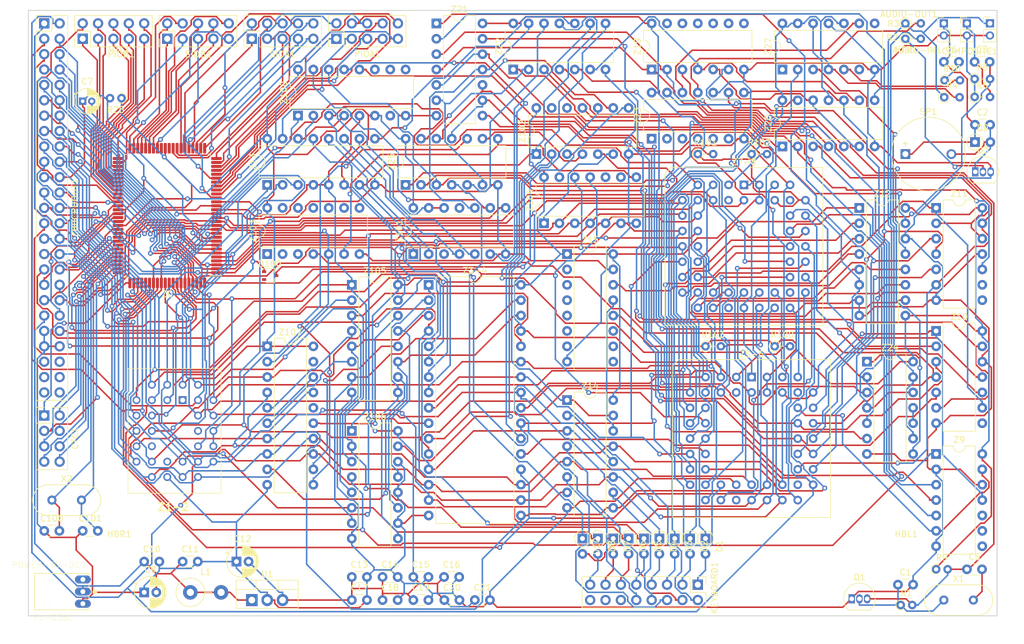
<source format=kicad_pcb>
(kicad_pcb (version 20171130) (host pcbnew "(5.1.2)-1")
  (title_block (date 2019-07-05))
  (layers (0 Top signal) (31 Bottom signal) (34 B.Paste user) (35 F.Paste user) (36 B.SilkS user) (37 F.SilkS user) (38 B.Mask user) (39 F.Mask user) (44 Edge.Cuts user))
  (net 0 "")
  (net 1 GND)
  (net 2 /A10)
  (net 3 /A9)
  (net 4 /A8)
  (net 5 /A7)
  (net 6 /A6)
  (net 7 /A5)
  (net 8 /A4)
  (net 9 /A3)
  (net 10 /A2)
  (net 11 /A1)
  (net 12 /A0)
  (net 13 //REFSH)
  (net 14 //M1)
  (net 15 //BUSRQ)
  (net 16 //WAIT)
  (net 17 //BUSAK)
  (net 18 //WR)
  (net 19 //RD)
  (net 20 //IOREQ)
  (net 21 //MREQ)
  (net 22 //HALT)
  (net 23 //INT)
  (net 24 /DA1)
  (net 25 /DA0)
  (net 26 /DA7)
  (net 27 /DA2)
  (net 28 /DA6)
  (net 29 /DA5)
  (net 30 /A15)
  (net 31 /A14)
  (net 32 /A13)
  (net 33 /DA3)
  (net 34 /DA4)
  (net 35 /A12)
  (net 36 /A11)
  (net 37 /VIDEN)
  (net 38 "Net-(R2-Pad2)")
  (net 39 /CNT0)
  (net 40 /CNT1)
  (net 41 /CNT2)
  (net 42 "Net-(C3-Pad2)")
  (net 43 "Net-(R3-Pad2)")
  (net 44 "Net-(R10-Pad2)")
  (net 45 "Net-(AUDIO-IN1-Pad1)")
  (net 46 "Net-(D3-Pad2)")
  (net 47 "Net-(D4-Pad2)")
  (net 48 "Net-(D5-Pad2)")
  (net 49 "Net-(D6-Pad2)")
  (net 50 "Net-(D7-Pad2)")
  (net 51 "Net-(D8-Pad2)")
  (net 52 "Net-(KEYBOARD1-Pad6)")
  (net 53 "Net-(KEYBOARD1-Pad10)")
  (net 54 "Net-(KEYBOARD1-Pad4)")
  (net 55 "Net-(KEYBOARD1-Pad8)")
  (net 56 "Net-(KEYBOARD1-Pad2)")
  (net 57 "Net-(KEYBOARD1-Pad16)")
  (net 58 "Net-(KEYBOARD1-Pad14)")
  (net 59 "Net-(KEYBOARD1-Pad12)")
  (net 60 "Net-(Z80CPUOUT1-Pad50)")
  (net 61 "Net-(Z80CPUOUT1-Pad49)")
  (net 62 "Net-(Z80CPUOUT1-Pad48)")
  (net 63 "Net-(Z80CPUOUT1-Pad47)")
  (net 64 "Net-(Z80CPUOUT1-Pad46)")
  (net 65 "Net-(Z80CPUOUT1-Pad45)")
  (net 66 "#RESET")
  (net 67 +9V)
  (net 68 "#NMI")
  (net 69 "Net-(COMPOSITE1-Pad1)")
  (net 70 "#CPUCLK")
  (net 71 /SCREENX0)
  (net 72 /SCREENX1)
  (net 73 "#VIDEOCLK")
  (net 74 /EOL)
  (net 75 /SCREENX4)
  (net 76 /FONTCHAR0)
  (net 77 /SCREENX3)
  (net 78 /FONTCHAR1)
  (net 79 /SCREENX2)
  (net 80 /FONTCHAR2)
  (net 81 /SCREENY3)
  (net 82 /SCREENY2)
  (net 83 /SCREENY4)
  (net 84 /SCREENY1)
  (net 85 /ENDOFSCR)
  (net 86 /SCREENY0)
  (net 87 /INVERTCHAR)
  (net 88 /SH#LD)
  (net 89 /#PAGED8K)
  (net 90 /IOREQ&11111110B)
  (net 91 /IOREQ&11111111B)
  (net 92 /MA15)
  (net 93 /MA18)
  (net 94 /MA14)
  (net 95 /MA17)
  (net 96 /MA13)
  (net 97 /MA16)
  (net 98 "Net-(AUDIO-OUT1-Pad1)")
  (net 99 +5V)
  (net 100 "Net-(CTC1-Pad8)")
  (net 101 "Net-(CTC1-Pad7)")
  (net 102 "Net-(CTC1-Pad6)")
  (net 103 "Net-(CTC1-Pad5)")
  (net 104 "Net-(CTC1-Pad4)")
  (net 105 "Net-(CTC1-Pad3)")
  (net 106 "Net-(CTC1-Pad2)")
  (net 107 "Net-(CTC1-Pad1)")
  (net 108 "Net-(PIOA1-Pad10)")
  (net 109 "Net-(PIOA1-Pad9)")
  (net 110 "Net-(PIOA1-Pad8)")
  (net 111 "Net-(PIOA1-Pad7)")
  (net 112 "Net-(PIOA1-Pad6)")
  (net 113 "Net-(PIOA1-Pad5)")
  (net 114 "Net-(PIOA1-Pad4)")
  (net 115 "Net-(PIOA1-Pad3)")
  (net 116 "Net-(PIOA1-Pad2)")
  (net 117 "Net-(PIOA1-Pad1)")
  (net 118 "Net-(PIOB1-Pad10)")
  (net 119 "Net-(PIOB1-Pad9)")
  (net 120 "Net-(PIOB1-Pad8)")
  (net 121 "Net-(PIOB1-Pad7)")
  (net 122 "Net-(PIOB1-Pad6)")
  (net 123 "Net-(PIOB1-Pad5)")
  (net 124 "Net-(PIOB1-Pad4)")
  (net 125 "Net-(PIOB1-Pad3)")
  (net 126 "Net-(PIOB1-Pad2)")
  (net 127 "Net-(PIOB1-Pad1)")
  (net 128 "Net-(SIOA1-Pad10)")
  (net 129 "Net-(SIOA1-Pad9)")
  (net 130 "Net-(SIOA1-Pad8)")
  (net 131 "Net-(SIOA1-Pad7)")
  (net 132 "Net-(SIOA1-Pad6)")
  (net 133 "Net-(SIOA1-Pad5)")
  (net 134 "Net-(SIOA1-Pad4)")
  (net 135 "Net-(SIOA1-Pad3)")
  (net 136 "Net-(SIOA1-Pad2)")
  (net 137 "Net-(SIOA1-Pad1)")
  (net 138 "Net-(SIOB1-Pad10)")
  (net 139 "Net-(SIOB1-Pad9)")
  (net 140 "Net-(SIOB1-Pad8)")
  (net 141 "Net-(SIOB1-Pad7)")
  (net 142 "Net-(SIOB1-Pad6)")
  (net 143 "Net-(SIOB1-Pad5)")
  (net 144 "Net-(SIOB1-Pad4)")
  (net 145 "Net-(SIOB1-Pad3)")
  (net 146 "Net-(SIOB1-Pad2)")
  (net 147 "Net-(SIOB1-Pad1)")
  (net 148 "Net-(D1-Pad2)")
  (net 149 "Net-(D2-Pad2)")
  (net 150 "Net-(D10-Pad1)")
  (net 151 "Net-(Z1-2-Pad23)")
  (net 152 "Net-(Z1-2-Pad1)")
  (net 153 "Net-(Z1-2-Pad12)")
  (net 154 "Net-(Z1-2-Pad17)")
  (net 155 "Net-(Z1-2-Pad26)")
  (net 156 "Net-(Z5-6-Pad35)")
  (net 157 "Net-(Z5-6-Pad25)")
  (net 158 "Net-(Z5-6-Pad23)")
  (net 159 "Net-(Z5-6-Pad21)")
  (net 160 "Net-(Z5-6-Pad22)")
  (net 161 "Net-(Z5-6-Pad20)")
  (net 162 "Net-(Z5-6-Pad18)")
  (net 163 "Net-(Z5-6-Pad19)")
  (net 164 "Net-(Z5-6-Pad17)")
  (net 165 "Net-(Z5-6-Pad48)")
  (net 166 "Net-(Z5-6-Pad4)")
  (net 167 "Net-(Z7-8-Pad35)")
  (net 168 "Net-(Z7-8-Pad25)")
  (net 169 "Net-(Z7-8-Pad48)")
  (net 170 "Net-(Z7-8-Pad4)")
  (net 171 "Net-(C1-Pad1)")
  (net 172 "Net-(C2-Pad2)")
  (net 173 "Net-(C5-Pad2)")
  (net 174 "Net-(C5-Pad1)")
  (net 175 "Net-(C6-Pad2)")
  (net 176 "Net-(C100-Pad2)")
  (net 177 "Net-(C101-Pad2)")
  (net 178 "Net-(Q3-Pad2)")
  (net 179 "Net-(R100-Pad2)")
  (net 180 "Net-(R102-Pad2)")
  (net 181 "Net-(R103-Pad2)")
  (net 182 "Net-(Z9-Pad10)")
  (net 183 "Net-(Z9-Pad9)")
  (net 184 "Net-(Z9-Pad8)")
  (net 185 "Net-(Z10-Pad2)")
  (net 186 "Net-(Z10-Pad8)")
  (net 187 "Net-(Z11-Pad12)")
  (net 188 "Net-(Z11-Pad9)")
  (net 189 "Net-(Z11-Pad8)")
  (net 190 "Net-(Z14-Pad14)")
  (net 191 "Net-(Z19-Pad5)")
  (net 192 "Net-(Z19-Pad3)")
  (net 193 "Net-(Z20-Pad5)")
  (net 194 "Net-(Z20-Pad11)")
  (net 195 "Net-(Z20-Pad8)")
  (net 196 "Net-(Z20-Pad1)")
  (net 197 "Net-(Z22-Pad12)")
  (net 198 "Net-(Z102-Pad6)")
  (net 199 "Net-(Z22-Pad2)")
  (net 200 "Net-(Z22-Pad8)")
  (net 201 "Net-(Z23-Pad12)")
  (net 202 "Net-(Z24-Pad10)")
  (net 203 "Net-(Z24-Pad1)")
  (net 204 "Net-(Z101-Pad4)")
  (net 205 "Net-(Z27-Pad6)")
  (net 206 "Net-(Z27-Pad8)")
  (net 207 "Net-(Z27-Pad1)")
  (net 208 "Net-(Z102-Pad2)")
  (net 209 "Net-(Z102-Pad4)")
  (net 210 "Net-(Z101-Pad6)")
  (net 211 "Net-(Z101-Pad2)")
  (net 212 "Net-(Z102-Pad10)")
  (net 213 "Net-(Z102-Pad9)")
  (net 214 "Net-(Z12-Pad13)")
  (net 215 "Net-(Z12-Pad5)")
  (net 216 "Net-(Z12-Pad12)")
  (net 217 "Net-(Z12-Pad4)")
  (net 218 "Net-(Z12-Pad11)")
  (net 219 "Net-(Z12-Pad3)")
  (net 220 "Net-(Z12-Pad10)")
  (net 221 "Net-(Z12-Pad2)")
  (net 222 "Net-(Z12-Pad1)")
  (net 223 "Net-(Z13-Pad9)")
  (net 224 "Net-(Z15-Pad7)")
  (net 225 "Net-(Z15-Pad6)")
  (net 226 "Net-(Z15-Pad5)")
  (net 227 "Net-(Z15-Pad4)")
  (net 228 "Net-(Z15-Pad11)")
  (net 229 "Net-(Z15-Pad3)")
  (net 230 "Net-(Z15-Pad10)")
  (net 231 "Net-(Z15-Pad2)")
  (net 232 "Net-(Z15-Pad9)")
  (net 233 "Net-(Z101-Pad12)")
  (net 234 "Net-(Z100-Pad4)")
  (net 235 "Net-(Z101-Pad1)")
  (net 236 "Net-(Z101-Pad5)")
  (net 237 "Net-(Z102-Pad11)")
  (net 238 "Net-(Z103-Pad6)")
  (net 239 "Net-(Z100-Pad15)")
  (net 240 "Net-(Z100-Pad7)")
  (net 241 "Net-(Z100-Pad14)")
  (net 242 "Net-(Z100-Pad13)")
  (net 243 "Net-(Z100-Pad12)")
  (net 244 "Net-(Z100-Pad11)")
  (net 245 "Net-(Z100-Pad10)")
  (net 246 "Net-(Z100-Pad9)")
  (net 247 "Net-(Z105-Pad14)")
  (net 248 "Net-(Z105-Pad6)")
  (net 249 "Net-(Z105-Pad12)")
  (net 250 "Net-(Z105-Pad4)")
  (net 251 "Net-(Z105-Pad10)")
  (net 252 "Net-(Z105-Pad2)")
  (net 253 "Net-(Z107-Pad19)")
  (net 254 "Net-(Z107-Pad16)")
  (net 255 "Net-(D100-Pad3)")
  (net 256 "Net-(D100-Pad2)")
  (net 257 "Net-(R101-Pad2)")
  (net 258 "Net-(Z0-Pad73)")
  (net 259 "Net-(Z0-Pad71)")
  (net 260 "Net-(Z0-Pad70)")
  (net 261 "Net-(Z0-Pad42)")
  (net 262 "Net-(Z0-Pad40)")
  (net 263 "Net-(POWER-9V-DC1-Pad3)")
  (module cuipj:CUI_PJ-036C (layer Top) (at 100 144)
    (fp_text reference POWER-9V-DC1 (at -5.58903 -4.41212) (layer F.SilkS) (effects (font (size 1.00161 1.00161) (thickness 0.05))))
    (fp_text value PJ-036C (at -4.84835 4.28794) (layer F.SilkS) (effects (font (size 1.00069 1.00069) (thickness 0.05))))
    (pad Hole np_thru_hole circle (at -6 2) (size 1.3 1.3) (drill 1.3) (layers *.Cu *.Mask F.SilkS))
    (pad Hole np_thru_hole circle (at -6 -2) (size 1.3 1.3) (drill 1.3) (layers *.Cu *.Mask F.SilkS))
    (pad 3 thru_hole oval (at 0 -2 180) (size 2.616 1.308) (drill 0.8) (layers *.Cu *.Mask) (net 263 "Net-(POWER-9V-DC1-Pad3)"))
    (pad 2 thru_hole oval (at 0 2 180) (size 2.616 1.308) (drill 0.8) (layers *.Cu *.Mask) (net 1 GND))
    (pad 1 thru_hole oval (at 0 0 180) (size 2.616 1.308) (drill 0.8) (layers *.Cu *.Mask) (net 67 +9V))
  )
  (module MountingHole:MountingHole_2.5mm (layer Top) (at 236 58)
    (fp_text reference HTR1 (at 0 -3.5) (layer F.SilkS))
    (fp_text value MountingHole)
    (pad 1 np_thru_hole circle (at 0 0) (size 2.5 2.5) (drill 2.5) (layers *.Cu *.Mask))
  )
  (module MountingHole:MountingHole_2.5mm (layer Top) (at 106 58)
    (fp_text reference HTL1 (at 0 -3.5) (layer F.SilkS))
    (fp_text value MountingHole)
    (pad 1 np_thru_hole circle (at 0 0) (size 2.5 2.5) (drill 2.5) (layers *.Cu *.Mask))
  )
  (module MountingHole:MountingHole_2.5mm (layer Top) (at 236 138)
    (fp_text reference HBL1 (at 0 -3.5) (layer F.SilkS))
    (fp_text value MountingHole)
    (pad 1 np_thru_hole circle (at 0 0) (size 2.5 2.5) (drill 2.5) (layers *.Cu *.Mask))
  )
  (module MountingHole:MountingHole_2.5mm (layer Top) (at 106 138)
    (fp_text reference HBR1 (at 0 -3.5) (layer F.SilkS))
    (fp_text value MountingHole)
    (pad 1 np_thru_hole circle (at 0 0) (size 2.5 2.5) (drill 2.5) (layers *.Cu *.Mask))
  )
  (module Package_TO_SOT_SMD:SOT-323_SC-70 (layer Top) (at 130.929 91.8064)
    (fp_text reference D100 (at -0.05 -1.95) (layer F.SilkS))
    (fp_text value BAT54W)
    (pad 3 smd rect (at 1 0 270) (size 0.45 0.7) (layers Top F.Paste F.Mask) (net 255 "Net-(D100-Pad3)"))
    (pad 2 smd rect (at -1 0.65 270) (size 0.45 0.7) (layers Top F.Paste F.Mask) (net 256 "Net-(D100-Pad2)"))
    (pad 1 smd rect (at -1 -0.65 270) (size 0.45 0.7) (layers Top F.Paste F.Mask) (net 23 //INT))
  )
  (module Package_DIP:DIP-14_W7.62mm (layer Top) (at 174.899 71.7364 90)
    (fp_text reference Z102 (at 3.81 -2.33 90) (layer F.SilkS))
    (fp_text value 74HCT04)
    (pad 14 thru_hole oval (at 7.62 0 90) (size 1.6 1.6) (drill 0.8) (layers *.Cu *.Mask) (net 99 +5V))
    (pad 7 thru_hole oval (at 0 15.24 90) (size 1.6 1.6) (drill 0.8) (layers *.Cu *.Mask) (net 1 GND))
    (pad 13 thru_hole oval (at 7.62 2.54 90) (size 1.6 1.6) (drill 0.8) (layers *.Cu *.Mask))
    (pad 6 thru_hole oval (at 0 12.7 90) (size 1.6 1.6) (drill 0.8) (layers *.Cu *.Mask) (net 198 "Net-(Z102-Pad6)"))
    (pad 12 thru_hole oval (at 7.62 5.08 90) (size 1.6 1.6) (drill 0.8) (layers *.Cu *.Mask))
    (pad 5 thru_hole oval (at 0 10.16 90) (size 1.6 1.6) (drill 0.8) (layers *.Cu *.Mask) (net 20 //IOREQ))
    (pad 11 thru_hole oval (at 7.62 7.62 90) (size 1.6 1.6) (drill 0.8) (layers *.Cu *.Mask) (net 237 "Net-(Z102-Pad11)"))
    (pad 4 thru_hole oval (at 0 7.62 90) (size 1.6 1.6) (drill 0.8) (layers *.Cu *.Mask) (net 209 "Net-(Z102-Pad4)"))
    (pad 10 thru_hole oval (at 7.62 10.16 90) (size 1.6 1.6) (drill 0.8) (layers *.Cu *.Mask) (net 212 "Net-(Z102-Pad10)"))
    (pad 3 thru_hole oval (at 0 5.08 90) (size 1.6 1.6) (drill 0.8) (layers *.Cu *.Mask) (net 12 /A0))
    (pad 9 thru_hole oval (at 7.62 12.7 90) (size 1.6 1.6) (drill 0.8) (layers *.Cu *.Mask) (net 213 "Net-(Z102-Pad9)"))
    (pad 2 thru_hole oval (at 0 2.54 90) (size 1.6 1.6) (drill 0.8) (layers *.Cu *.Mask) (net 208 "Net-(Z102-Pad2)"))
    (pad 8 thru_hole oval (at 7.62 15.24 90) (size 1.6 1.6) (drill 0.8) (layers *.Cu *.Mask) (net 255 "Net-(D100-Pad3)"))
    (pad 1 thru_hole rect (at 0 0 90) (size 1.6 1.6) (drill 0.8) (layers *.Cu *.Mask) (net 89 /#PAGED8K))
  )
  (module Package_DIP:DIP-14_W7.62mm (layer Top) (at 154.579 88.2464 90)
    (fp_text reference Z101 (at 3.81 -2.33 90) (layer F.SilkS))
    (fp_text value 74HCT21)
    (pad 14 thru_hole oval (at 7.62 0 90) (size 1.6 1.6) (drill 0.8) (layers *.Cu *.Mask) (net 99 +5V))
    (pad 7 thru_hole oval (at 0 15.24 90) (size 1.6 1.6) (drill 0.8) (layers *.Cu *.Mask) (net 1 GND))
    (pad 13 thru_hole oval (at 7.62 2.54 90) (size 1.6 1.6) (drill 0.8) (layers *.Cu *.Mask) (net 233 "Net-(Z101-Pad12)"))
    (pad 6 thru_hole oval (at 0 12.7 90) (size 1.6 1.6) (drill 0.8) (layers *.Cu *.Mask) (net 210 "Net-(Z101-Pad6)"))
    (pad 12 thru_hole oval (at 7.62 5.08 90) (size 1.6 1.6) (drill 0.8) (layers *.Cu *.Mask) (net 233 "Net-(Z101-Pad12)"))
    (pad 5 thru_hole oval (at 0 10.16 90) (size 1.6 1.6) (drill 0.8) (layers *.Cu *.Mask) (net 236 "Net-(Z101-Pad5)"))
    (pad 11 thru_hole oval (at 7.62 7.62 90) (size 1.6 1.6) (drill 0.8) (layers *.Cu *.Mask))
    (pad 4 thru_hole oval (at 0 7.62 90) (size 1.6 1.6) (drill 0.8) (layers *.Cu *.Mask) (net 204 "Net-(Z101-Pad4)"))
    (pad 10 thru_hole oval (at 7.62 10.16 90) (size 1.6 1.6) (drill 0.8) (layers *.Cu *.Mask) (net 241 "Net-(Z100-Pad14)"))
    (pad 3 thru_hole oval (at 0 5.08 90) (size 1.6 1.6) (drill 0.8) (layers *.Cu *.Mask))
    (pad 9 thru_hole oval (at 7.62 12.7 90) (size 1.6 1.6) (drill 0.8) (layers *.Cu *.Mask) (net 239 "Net-(Z100-Pad15)"))
    (pad 2 thru_hole oval (at 0 2.54 90) (size 1.6 1.6) (drill 0.8) (layers *.Cu *.Mask) (net 211 "Net-(Z101-Pad2)"))
    (pad 8 thru_hole oval (at 7.62 15.24 90) (size 1.6 1.6) (drill 0.8) (layers *.Cu *.Mask) (net 151 "Net-(Z1-2-Pad23)"))
    (pad 1 thru_hole rect (at 0 0 90) (size 1.6 1.6) (drill 0.8) (layers *.Cu *.Mask) (net 235 "Net-(Z101-Pad1)"))
  )
  (module Package_DIP:DIP-14_W7.62mm (layer Top) (at 215.539 57.7664 90)
    (fp_text reference Z27 (at 3.81 -2.33 90) (layer F.SilkS))
    (fp_text value 74HCT74)
    (pad 14 thru_hole oval (at 7.62 0 90) (size 1.6 1.6) (drill 0.8) (layers *.Cu *.Mask) (net 99 +5V))
    (pad 7 thru_hole oval (at 0 15.24 90) (size 1.6 1.6) (drill 0.8) (layers *.Cu *.Mask) (net 1 GND))
    (pad 13 thru_hole oval (at 7.62 2.54 90) (size 1.6 1.6) (drill 0.8) (layers *.Cu *.Mask) (net 99 +5V))
    (pad 6 thru_hole oval (at 0 12.7 90) (size 1.6 1.6) (drill 0.8) (layers *.Cu *.Mask) (net 205 "Net-(Z27-Pad6)"))
    (pad 12 thru_hole oval (at 7.62 5.08 90) (size 1.6 1.6) (drill 0.8) (layers *.Cu *.Mask) (net 194 "Net-(Z20-Pad11)"))
    (pad 5 thru_hole oval (at 0 10.16 90) (size 1.6 1.6) (drill 0.8) (layers *.Cu *.Mask) (net 44 "Net-(R10-Pad2)"))
    (pad 11 thru_hole oval (at 7.62 7.62 90) (size 1.6 1.6) (drill 0.8) (layers *.Cu *.Mask) (net 195 "Net-(Z20-Pad8)"))
    (pad 4 thru_hole oval (at 0 7.62 90) (size 1.6 1.6) (drill 0.8) (layers *.Cu *.Mask) (net 99 +5V))
    (pad 10 thru_hole oval (at 7.62 10.16 90) (size 1.6 1.6) (drill 0.8) (layers *.Cu *.Mask) (net 99 +5V))
    (pad 3 thru_hole oval (at 0 5.08 90) (size 1.6 1.6) (drill 0.8) (layers *.Cu *.Mask) (net 203 "Net-(Z24-Pad1)"))
    (pad 9 thru_hole oval (at 7.62 12.7 90) (size 1.6 1.6) (drill 0.8) (layers *.Cu *.Mask) (net 201 "Net-(Z23-Pad12)"))
    (pad 2 thru_hole oval (at 0 2.54 90) (size 1.6 1.6) (drill 0.8) (layers *.Cu *.Mask) (net 25 /DA0))
    (pad 8 thru_hole oval (at 7.62 15.24 90) (size 1.6 1.6) (drill 0.8) (layers *.Cu *.Mask) (net 206 "Net-(Z27-Pad8)"))
    (pad 1 thru_hole rect (at 0 0 90) (size 1.6 1.6) (drill 0.8) (layers *.Cu *.Mask) (net 207 "Net-(Z27-Pad1)"))
  )
  (module Package_DIP:DIP-14_W7.62mm (layer Top) (at 153.309 76.8164 90)
    (fp_text reference Z25 (at 3.81 -2.33 90) (layer F.SilkS))
    (fp_text value 74HCT02)
    (pad 14 thru_hole oval (at 7.62 0 90) (size 1.6 1.6) (drill 0.8) (layers *.Cu *.Mask) (net 99 +5V))
    (pad 7 thru_hole oval (at 0 15.24 90) (size 1.6 1.6) (drill 0.8) (layers *.Cu *.Mask) (net 1 GND))
    (pad 13 thru_hole oval (at 7.62 2.54 90) (size 1.6 1.6) (drill 0.8) (layers *.Cu *.Mask) (net 199 "Net-(Z22-Pad2)"))
    (pad 6 thru_hole oval (at 0 12.7 90) (size 1.6 1.6) (drill 0.8) (layers *.Cu *.Mask) (net 213 "Net-(Z102-Pad9)"))
    (pad 12 thru_hole oval (at 7.62 5.08 90) (size 1.6 1.6) (drill 0.8) (layers *.Cu *.Mask) (net 75 /SCREENX4))
    (pad 5 thru_hole oval (at 0 10.16 90) (size 1.6 1.6) (drill 0.8) (layers *.Cu *.Mask) (net 197 "Net-(Z22-Pad12)"))
    (pad 11 thru_hole oval (at 7.62 7.62 90) (size 1.6 1.6) (drill 0.8) (layers *.Cu *.Mask) (net 79 /SCREENX2))
    (pad 4 thru_hole oval (at 0 7.62 90) (size 1.6 1.6) (drill 0.8) (layers *.Cu *.Mask) (net 150 "Net-(D10-Pad1)"))
    (pad 10 thru_hole oval (at 7.62 10.16 90) (size 1.6 1.6) (drill 0.8) (layers *.Cu *.Mask) (net 91 /IOREQ&11111111B))
    (pad 3 thru_hole oval (at 0 5.08 90) (size 1.6 1.6) (drill 0.8) (layers *.Cu *.Mask) (net 74 /EOL))
    (pad 9 thru_hole oval (at 7.62 12.7 90) (size 1.6 1.6) (drill 0.8) (layers *.Cu *.Mask) (net 209 "Net-(Z102-Pad4)"))
    (pad 2 thru_hole oval (at 0 2.54 90) (size 1.6 1.6) (drill 0.8) (layers *.Cu *.Mask) (net 85 /ENDOFSCR))
    (pad 8 thru_hole oval (at 7.62 15.24 90) (size 1.6 1.6) (drill 0.8) (layers *.Cu *.Mask) (net 238 "Net-(Z103-Pad6)"))
    (pad 1 thru_hole rect (at 0 0 90) (size 1.6 1.6) (drill 0.8) (layers *.Cu *.Mask) (net 193 "Net-(Z20-Pad5)"))
  )
  (module Package_DIP:DIP-14_W7.62mm (layer Top) (at 229.509 106.026)
    (fp_text reference Z24 (at 3.81 -2.33) (layer F.SilkS))
    (fp_text value 74HCT02)
    (pad 14 thru_hole oval (at 7.62 0) (size 1.6 1.6) (drill 0.8) (layers *.Cu *.Mask) (net 99 +5V))
    (pad 7 thru_hole oval (at 0 15.24) (size 1.6 1.6) (drill 0.8) (layers *.Cu *.Mask) (net 1 GND))
    (pad 13 thru_hole oval (at 7.62 2.54) (size 1.6 1.6) (drill 0.8) (layers *.Cu *.Mask) (net 38 "Net-(R2-Pad2)"))
    (pad 6 thru_hole oval (at 0 12.7) (size 1.6 1.6) (drill 0.8) (layers *.Cu *.Mask) (net 19 //RD))
    (pad 12 thru_hole oval (at 7.62 5.08) (size 1.6 1.6) (drill 0.8) (layers *.Cu *.Mask) (net 237 "Net-(Z102-Pad11)"))
    (pad 5 thru_hole oval (at 0 10.16) (size 1.6 1.6) (drill 0.8) (layers *.Cu *.Mask) (net 90 /IOREQ&11111110B))
    (pad 11 thru_hole oval (at 7.62 7.62) (size 1.6 1.6) (drill 0.8) (layers *.Cu *.Mask) (net 202 "Net-(Z24-Pad10)"))
    (pad 4 thru_hole oval (at 0 7.62) (size 1.6 1.6) (drill 0.8) (layers *.Cu *.Mask) (net 237 "Net-(Z102-Pad11)"))
    (pad 10 thru_hole oval (at 7.62 10.16) (size 1.6 1.6) (drill 0.8) (layers *.Cu *.Mask) (net 202 "Net-(Z24-Pad10)"))
    (pad 3 thru_hole oval (at 0 5.08) (size 1.6 1.6) (drill 0.8) (layers *.Cu *.Mask) (net 18 //WR))
    (pad 9 thru_hole oval (at 7.62 12.7) (size 1.6 1.6) (drill 0.8) (layers *.Cu *.Mask) (net 38 "Net-(R2-Pad2)"))
    (pad 2 thru_hole oval (at 0 2.54) (size 1.6 1.6) (drill 0.8) (layers *.Cu *.Mask) (net 90 /IOREQ&11111110B))
    (pad 8 thru_hole oval (at 7.62 15.24) (size 1.6 1.6) (drill 0.8) (layers *.Cu *.Mask) (net 203 "Net-(Z24-Pad1)"))
    (pad 1 thru_hole rect (at 0 0) (size 1.6 1.6) (drill 0.8) (layers *.Cu *.Mask) (net 203 "Net-(Z24-Pad1)"))
  )
  (module Package_DIP:DIP-14_W7.62mm (layer Top) (at 193.949 69.1964 90)
    (fp_text reference Z23 (at 3.81 -2.33 90) (layer F.SilkS))
    (fp_text value 74HCT86)
    (pad 14 thru_hole oval (at 7.62 0 90) (size 1.6 1.6) (drill 0.8) (layers *.Cu *.Mask) (net 99 +5V))
    (pad 7 thru_hole oval (at 0 15.24 90) (size 1.6 1.6) (drill 0.8) (layers *.Cu *.Mask) (net 1 GND))
    (pad 13 thru_hole oval (at 7.62 2.54 90) (size 1.6 1.6) (drill 0.8) (layers *.Cu *.Mask) (net 214 "Net-(Z12-Pad13)"))
    (pad 6 thru_hole oval (at 0 12.7 90) (size 1.6 1.6) (drill 0.8) (layers *.Cu *.Mask))
    (pad 12 thru_hole oval (at 7.62 5.08 90) (size 1.6 1.6) (drill 0.8) (layers *.Cu *.Mask) (net 201 "Net-(Z23-Pad12)"))
    (pad 5 thru_hole oval (at 0 10.16 90) (size 1.6 1.6) (drill 0.8) (layers *.Cu *.Mask))
    (pad 11 thru_hole oval (at 7.62 7.62 90) (size 1.6 1.6) (drill 0.8) (layers *.Cu *.Mask) (net 43 "Net-(R3-Pad2)"))
    (pad 4 thru_hole oval (at 0 7.62 90) (size 1.6 1.6) (drill 0.8) (layers *.Cu *.Mask))
    (pad 10 thru_hole oval (at 7.62 10.16 90) (size 1.6 1.6) (drill 0.8) (layers *.Cu *.Mask) (net 1 GND))
    (pad 3 thru_hole oval (at 0 5.08 90) (size 1.6 1.6) (drill 0.8) (layers *.Cu *.Mask))
    (pad 9 thru_hole oval (at 7.62 12.7 90) (size 1.6 1.6) (drill 0.8) (layers *.Cu *.Mask) (net 174 "Net-(C5-Pad1)"))
    (pad 2 thru_hole oval (at 0 2.54 90) (size 1.6 1.6) (drill 0.8) (layers *.Cu *.Mask))
    (pad 8 thru_hole oval (at 7.62 15.24 90) (size 1.6 1.6) (drill 0.8) (layers *.Cu *.Mask) (net 73 "#VIDEOCLK"))
    (pad 1 thru_hole rect (at 0 0 90) (size 1.6 1.6) (drill 0.8) (layers *.Cu *.Mask))
  )
  (module Package_DIP:DIP-14_W7.62mm (layer Top) (at 171.089 57.7664 90)
    (fp_text reference Z22 (at 3.81 -2.33 90) (layer F.SilkS))
    (fp_text value 74HCT11)
    (pad 14 thru_hole oval (at 7.62 0 90) (size 1.6 1.6) (drill 0.8) (layers *.Cu *.Mask) (net 99 +5V))
    (pad 7 thru_hole oval (at 0 15.24 90) (size 1.6 1.6) (drill 0.8) (layers *.Cu *.Mask) (net 1 GND))
    (pad 13 thru_hole oval (at 7.62 2.54 90) (size 1.6 1.6) (drill 0.8) (layers *.Cu *.Mask) (net 74 /EOL))
    (pad 6 thru_hole oval (at 0 12.7 90) (size 1.6 1.6) (drill 0.8) (layers *.Cu *.Mask) (net 37 /VIDEN))
    (pad 12 thru_hole oval (at 7.62 5.08 90) (size 1.6 1.6) (drill 0.8) (layers *.Cu *.Mask) (net 197 "Net-(Z22-Pad12)"))
    (pad 5 thru_hole oval (at 0 10.16 90) (size 1.6 1.6) (drill 0.8) (layers *.Cu *.Mask) (net 39 /CNT0))
    (pad 11 thru_hole oval (at 7.62 7.62 90) (size 1.6 1.6) (drill 0.8) (layers *.Cu *.Mask) (net 89 /#PAGED8K))
    (pad 4 thru_hole oval (at 0 7.62 90) (size 1.6 1.6) (drill 0.8) (layers *.Cu *.Mask) (net 40 /CNT1))
    (pad 10 thru_hole oval (at 7.62 10.16 90) (size 1.6 1.6) (drill 0.8) (layers *.Cu *.Mask) (net 223 "Net-(Z13-Pad9)"))
    (pad 3 thru_hole oval (at 0 5.08 90) (size 1.6 1.6) (drill 0.8) (layers *.Cu *.Mask) (net 41 /CNT2))
    (pad 9 thru_hole oval (at 7.62 12.7 90) (size 1.6 1.6) (drill 0.8) (layers *.Cu *.Mask) (net 210 "Net-(Z101-Pad6)"))
    (pad 2 thru_hole oval (at 0 2.54 90) (size 1.6 1.6) (drill 0.8) (layers *.Cu *.Mask) (net 199 "Net-(Z22-Pad2)"))
    (pad 8 thru_hole oval (at 7.62 15.24 90) (size 1.6 1.6) (drill 0.8) (layers *.Cu *.Mask) (net 200 "Net-(Z22-Pad8)"))
    (pad 1 thru_hole rect (at 0 0 90) (size 1.6 1.6) (drill 0.8) (layers *.Cu *.Mask) (net 77 /SCREENX3))
  )
  (module Package_DIP:DIP-14_W7.62mm (layer Top) (at 158.389 50.1464)
    (fp_text reference Z21 (at 3.81 -2.33) (layer F.SilkS))
    (fp_text value 74HCT11)
    (pad 14 thru_hole oval (at 7.62 0) (size 1.6 1.6) (drill 0.8) (layers *.Cu *.Mask) (net 99 +5V))
    (pad 7 thru_hole oval (at 0 15.24) (size 1.6 1.6) (drill 0.8) (layers *.Cu *.Mask) (net 1 GND))
    (pad 13 thru_hole oval (at 7.62 2.54) (size 1.6 1.6) (drill 0.8) (layers *.Cu *.Mask) (net 82 /SCREENY2))
    (pad 6 thru_hole oval (at 0 12.7) (size 1.6 1.6) (drill 0.8) (layers *.Cu *.Mask) (net 213 "Net-(Z102-Pad9)"))
    (pad 12 thru_hole oval (at 7.62 5.08) (size 1.6 1.6) (drill 0.8) (layers *.Cu *.Mask) (net 196 "Net-(Z20-Pad1)"))
    (pad 5 thru_hole oval (at 0 10.16) (size 1.6 1.6) (drill 0.8) (layers *.Cu *.Mask) (net 196 "Net-(Z20-Pad1)"))
    (pad 11 thru_hole oval (at 7.62 7.62) (size 1.6 1.6) (drill 0.8) (layers *.Cu *.Mask) (net 74 /EOL))
    (pad 4 thru_hole oval (at 0 7.62) (size 1.6 1.6) (drill 0.8) (layers *.Cu *.Mask) (net 83 /SCREENY4))
    (pad 10 thru_hole oval (at 7.62 10.16) (size 1.6 1.6) (drill 0.8) (layers *.Cu *.Mask) (net 75 /SCREENX4))
    (pad 3 thru_hole oval (at 0 5.08) (size 1.6 1.6) (drill 0.8) (layers *.Cu *.Mask) (net 81 /SCREENY3))
    (pad 9 thru_hole oval (at 7.62 12.7) (size 1.6 1.6) (drill 0.8) (layers *.Cu *.Mask) (net 79 /SCREENX2))
    (pad 2 thru_hole oval (at 0 2.54) (size 1.6 1.6) (drill 0.8) (layers *.Cu *.Mask) (net 84 /SCREENY1))
    (pad 8 thru_hole oval (at 7.62 15.24) (size 1.6 1.6) (drill 0.8) (layers *.Cu *.Mask) (net 185 "Net-(Z10-Pad2)"))
    (pad 1 thru_hole rect (at 0 0) (size 1.6 1.6) (drill 0.8) (layers *.Cu *.Mask) (net 86 /SCREENY0))
  )
  (module Package_DIP:DIP-14_W7.62mm (layer Top) (at 215.539 70.4664 90)
    (fp_text reference Z20 (at 3.81 -2.33 90) (layer F.SilkS))
    (fp_text value 74HCT08)
    (pad 14 thru_hole oval (at 7.62 0 90) (size 1.6 1.6) (drill 0.8) (layers *.Cu *.Mask) (net 99 +5V))
    (pad 7 thru_hole oval (at 0 15.24 90) (size 1.6 1.6) (drill 0.8) (layers *.Cu *.Mask) (net 1 GND))
    (pad 13 thru_hole oval (at 7.62 2.54 90) (size 1.6 1.6) (drill 0.8) (layers *.Cu *.Mask) (net 87 /INVERTCHAR))
    (pad 6 thru_hole oval (at 0 12.7 90) (size 1.6 1.6) (drill 0.8) (layers *.Cu *.Mask) (net 191 "Net-(Z19-Pad5)"))
    (pad 12 thru_hole oval (at 7.62 5.08 90) (size 1.6 1.6) (drill 0.8) (layers *.Cu *.Mask) (net 191 "Net-(Z19-Pad5)"))
    (pad 5 thru_hole oval (at 0 10.16 90) (size 1.6 1.6) (drill 0.8) (layers *.Cu *.Mask) (net 193 "Net-(Z20-Pad5)"))
    (pad 11 thru_hole oval (at 7.62 7.62 90) (size 1.6 1.6) (drill 0.8) (layers *.Cu *.Mask) (net 194 "Net-(Z20-Pad11)"))
    (pad 4 thru_hole oval (at 0 7.62 90) (size 1.6 1.6) (drill 0.8) (layers *.Cu *.Mask) (net 192 "Net-(Z19-Pad3)"))
    (pad 10 thru_hole oval (at 7.62 10.16 90) (size 1.6 1.6) (drill 0.8) (layers *.Cu *.Mask) (net 73 "#VIDEOCLK"))
    (pad 3 thru_hole oval (at 0 5.08 90) (size 1.6 1.6) (drill 0.8) (layers *.Cu *.Mask) (net 187 "Net-(Z11-Pad12)"))
    (pad 9 thru_hole oval (at 7.62 12.7 90) (size 1.6 1.6) (drill 0.8) (layers *.Cu *.Mask) (net 37 /VIDEN))
    (pad 2 thru_hole oval (at 0 2.54 90) (size 1.6 1.6) (drill 0.8) (layers *.Cu *.Mask) (net 85 /ENDOFSCR))
    (pad 8 thru_hole oval (at 7.62 15.24 90) (size 1.6 1.6) (drill 0.8) (layers *.Cu *.Mask) (net 195 "Net-(Z20-Pad8)"))
    (pad 1 thru_hole rect (at 0 0 90) (size 1.6 1.6) (drill 0.8) (layers *.Cu *.Mask) (net 196 "Net-(Z20-Pad1)"))
  )
  (module Package_DIP:DIP-14_W7.62mm (layer Top) (at 193.949 57.7664 90)
    (fp_text reference Z19 (at 3.81 -2.33 90) (layer F.SilkS))
    (fp_text value 74HCT00)
    (pad 14 thru_hole oval (at 7.62 0 90) (size 1.6 1.6) (drill 0.8) (layers *.Cu *.Mask) (net 99 +5V))
    (pad 7 thru_hole oval (at 0 15.24 90) (size 1.6 1.6) (drill 0.8) (layers *.Cu *.Mask) (net 1 GND))
    (pad 13 thru_hole oval (at 7.62 2.54 90) (size 1.6 1.6) (drill 0.8) (layers *.Cu *.Mask))
    (pad 6 thru_hole oval (at 0 12.7 90) (size 1.6 1.6) (drill 0.8) (layers *.Cu *.Mask) (net 88 /SH#LD))
    (pad 12 thru_hole oval (at 7.62 5.08 90) (size 1.6 1.6) (drill 0.8) (layers *.Cu *.Mask))
    (pad 5 thru_hole oval (at 0 10.16 90) (size 1.6 1.6) (drill 0.8) (layers *.Cu *.Mask) (net 191 "Net-(Z19-Pad5)"))
    (pad 11 thru_hole oval (at 7.62 7.62 90) (size 1.6 1.6) (drill 0.8) (layers *.Cu *.Mask))
    (pad 4 thru_hole oval (at 0 7.62 90) (size 1.6 1.6) (drill 0.8) (layers *.Cu *.Mask) (net 37 /VIDEN))
    (pad 10 thru_hole oval (at 7.62 10.16 90) (size 1.6 1.6) (drill 0.8) (layers *.Cu *.Mask))
    (pad 3 thru_hole oval (at 0 5.08 90) (size 1.6 1.6) (drill 0.8) (layers *.Cu *.Mask) (net 192 "Net-(Z19-Pad3)"))
    (pad 9 thru_hole oval (at 7.62 12.7 90) (size 1.6 1.6) (drill 0.8) (layers *.Cu *.Mask))
    (pad 2 thru_hole oval (at 0 2.54 90) (size 1.6 1.6) (drill 0.8) (layers *.Cu *.Mask) (net 81 /SCREENY3))
    (pad 8 thru_hole oval (at 7.62 15.24 90) (size 1.6 1.6) (drill 0.8) (layers *.Cu *.Mask))
    (pad 1 thru_hole rect (at 0 0 90) (size 1.6 1.6) (drill 0.8) (layers *.Cu *.Mask) (net 83 /SCREENY4))
  )
  (module Package_DIP:DIP-14_W7.62mm (layer Top) (at 240.939 80.6264)
    (fp_text reference Z11 (at 3.81 -2.33) (layer F.SilkS))
    (fp_text value 74HCT393)
    (pad 14 thru_hole oval (at 7.62 0) (size 1.6 1.6) (drill 0.8) (layers *.Cu *.Mask) (net 99 +5V))
    (pad 7 thru_hole oval (at 0 15.24) (size 1.6 1.6) (drill 0.8) (layers *.Cu *.Mask) (net 1 GND))
    (pad 13 thru_hole oval (at 7.62 2.54) (size 1.6 1.6) (drill 0.8) (layers *.Cu *.Mask) (net 81 /SCREENY3))
    (pad 6 thru_hole oval (at 0 12.7) (size 1.6 1.6) (drill 0.8) (layers *.Cu *.Mask) (net 81 /SCREENY3))
    (pad 12 thru_hole oval (at 7.62 5.08) (size 1.6 1.6) (drill 0.8) (layers *.Cu *.Mask) (net 187 "Net-(Z11-Pad12)"))
    (pad 5 thru_hole oval (at 0 10.16) (size 1.6 1.6) (drill 0.8) (layers *.Cu *.Mask) (net 82 /SCREENY2))
    (pad 11 thru_hole oval (at 7.62 7.62) (size 1.6 1.6) (drill 0.8) (layers *.Cu *.Mask) (net 83 /SCREENY4))
    (pad 4 thru_hole oval (at 0 7.62) (size 1.6 1.6) (drill 0.8) (layers *.Cu *.Mask) (net 84 /SCREENY1))
    (pad 10 thru_hole oval (at 7.62 10.16) (size 1.6 1.6) (drill 0.8) (layers *.Cu *.Mask) (net 85 /ENDOFSCR))
    (pad 3 thru_hole oval (at 0 5.08) (size 1.6 1.6) (drill 0.8) (layers *.Cu *.Mask) (net 86 /SCREENY0))
    (pad 9 thru_hole oval (at 7.62 12.7) (size 1.6 1.6) (drill 0.8) (layers *.Cu *.Mask) (net 188 "Net-(Z11-Pad9)"))
    (pad 2 thru_hole oval (at 0 2.54) (size 1.6 1.6) (drill 0.8) (layers *.Cu *.Mask) (net 187 "Net-(Z11-Pad12)"))
    (pad 8 thru_hole oval (at 7.62 15.24) (size 1.6 1.6) (drill 0.8) (layers *.Cu *.Mask) (net 189 "Net-(Z11-Pad8)"))
    (pad 1 thru_hole rect (at 0 0) (size 1.6 1.6) (drill 0.8) (layers *.Cu *.Mask) (net 80 /FONTCHAR2))
  )
  (module Package_DIP:DIP-14_W7.62mm (layer Top) (at 240.939 100.946)
    (fp_text reference Z10 (at 3.81 -2.33) (layer F.SilkS))
    (fp_text value 74HCT393)
    (pad 14 thru_hole oval (at 7.62 0) (size 1.6 1.6) (drill 0.8) (layers *.Cu *.Mask) (net 99 +5V))
    (pad 7 thru_hole oval (at 0 15.24) (size 1.6 1.6) (drill 0.8) (layers *.Cu *.Mask) (net 1 GND))
    (pad 13 thru_hole oval (at 7.62 2.54) (size 1.6 1.6) (drill 0.8) (layers *.Cu *.Mask) (net 74 /EOL))
    (pad 6 thru_hole oval (at 0 12.7) (size 1.6 1.6) (drill 0.8) (layers *.Cu *.Mask) (net 74 /EOL))
    (pad 12 thru_hole oval (at 7.62 5.08) (size 1.6 1.6) (drill 0.8) (layers *.Cu *.Mask) (net 1 GND))
    (pad 5 thru_hole oval (at 0 10.16) (size 1.6 1.6) (drill 0.8) (layers *.Cu *.Mask) (net 75 /SCREENX4))
    (pad 11 thru_hole oval (at 7.62 7.62) (size 1.6 1.6) (drill 0.8) (layers *.Cu *.Mask) (net 76 /FONTCHAR0))
    (pad 4 thru_hole oval (at 0 7.62) (size 1.6 1.6) (drill 0.8) (layers *.Cu *.Mask) (net 77 /SCREENX3))
    (pad 10 thru_hole oval (at 7.62 10.16) (size 1.6 1.6) (drill 0.8) (layers *.Cu *.Mask) (net 78 /FONTCHAR1))
    (pad 3 thru_hole oval (at 0 5.08) (size 1.6 1.6) (drill 0.8) (layers *.Cu *.Mask) (net 79 /SCREENX2))
    (pad 9 thru_hole oval (at 7.62 12.7) (size 1.6 1.6) (drill 0.8) (layers *.Cu *.Mask) (net 80 /FONTCHAR2))
    (pad 2 thru_hole oval (at 0 2.54) (size 1.6 1.6) (drill 0.8) (layers *.Cu *.Mask) (net 185 "Net-(Z10-Pad2)"))
    (pad 8 thru_hole oval (at 7.62 15.24) (size 1.6 1.6) (drill 0.8) (layers *.Cu *.Mask) (net 186 "Net-(Z10-Pad8)"))
    (pad 1 thru_hole rect (at 0 0) (size 1.6 1.6) (drill 0.8) (layers *.Cu *.Mask) (net 72 /SCREENX1))
  )
  (module Package_DIP:DIP-14_W7.62mm (layer Top) (at 240.939 121.266)
    (fp_text reference Z9 (at 3.81 -2.33) (layer F.SilkS))
    (fp_text value 74HCT393)
    (pad 14 thru_hole oval (at 7.62 0) (size 1.6 1.6) (drill 0.8) (layers *.Cu *.Mask) (net 99 +5V))
    (pad 7 thru_hole oval (at 0 15.24) (size 1.6 1.6) (drill 0.8) (layers *.Cu *.Mask) (net 1 GND))
    (pad 13 thru_hole oval (at 7.62 2.54) (size 1.6 1.6) (drill 0.8) (layers *.Cu *.Mask) (net 71 /SCREENX0))
    (pad 6 thru_hole oval (at 0 12.7) (size 1.6 1.6) (drill 0.8) (layers *.Cu *.Mask) (net 71 /SCREENX0))
    (pad 12 thru_hole oval (at 7.62 5.08) (size 1.6 1.6) (drill 0.8) (layers *.Cu *.Mask) (net 1 GND))
    (pad 5 thru_hole oval (at 0 10.16) (size 1.6 1.6) (drill 0.8) (layers *.Cu *.Mask) (net 41 /CNT2))
    (pad 11 thru_hole oval (at 7.62 7.62) (size 1.6 1.6) (drill 0.8) (layers *.Cu *.Mask) (net 72 /SCREENX1))
    (pad 4 thru_hole oval (at 0 7.62) (size 1.6 1.6) (drill 0.8) (layers *.Cu *.Mask) (net 40 /CNT1))
    (pad 10 thru_hole oval (at 7.62 10.16) (size 1.6 1.6) (drill 0.8) (layers *.Cu *.Mask) (net 182 "Net-(Z9-Pad10)"))
    (pad 3 thru_hole oval (at 0 5.08) (size 1.6 1.6) (drill 0.8) (layers *.Cu *.Mask) (net 39 /CNT0))
    (pad 9 thru_hole oval (at 7.62 12.7) (size 1.6 1.6) (drill 0.8) (layers *.Cu *.Mask) (net 183 "Net-(Z9-Pad9)"))
    (pad 2 thru_hole oval (at 0 2.54) (size 1.6 1.6) (drill 0.8) (layers *.Cu *.Mask) (net 1 GND))
    (pad 8 thru_hole oval (at 7.62 15.24) (size 1.6 1.6) (drill 0.8) (layers *.Cu *.Mask) (net 184 "Net-(Z9-Pad8)"))
    (pad 1 thru_hole rect (at 0 0) (size 1.6 1.6) (drill 0.8) (layers *.Cu *.Mask) (net 73 "#VIDEOCLK"))
  )
  (module Package_QFP:PQFP-100_14x20mm_P0.65mm (layer Top) (at 113.939 81.8964 180)
    (fp_text reference Z0 (at 0 -12.95) (layer F.SilkS))
    (fp_text value Z84C15QFP100)
    (pad 100 smd roundrect (at -6.175 -11.125 180) (size 0.5 1.75) (layers Top F.Paste F.Mask) (net 6 /A6))
    (pad 99 smd roundrect (at -5.525 -11.125 180) (size 0.5 1.75) (layers Top F.Paste F.Mask) (net 5 /A7))
    (pad 98 smd roundrect (at -4.875 -11.125 180) (size 0.5 1.75) (layers Top F.Paste F.Mask) (net 4 /A8))
    (pad 97 smd roundrect (at -4.225 -11.125 180) (size 0.5 1.75) (layers Top F.Paste F.Mask) (net 3 /A9))
    (pad 96 smd roundrect (at -3.575 -11.125 180) (size 0.5 1.75) (layers Top F.Paste F.Mask) (net 2 /A10))
    (pad 95 smd roundrect (at -2.925 -11.125 180) (size 0.5 1.75) (layers Top F.Paste F.Mask) (net 36 /A11))
    (pad 94 smd roundrect (at -2.275 -11.125 180) (size 0.5 1.75) (layers Top F.Paste F.Mask) (net 35 /A12))
    (pad 93 smd roundrect (at -1.625 -11.125 180) (size 0.5 1.75) (layers Top F.Paste F.Mask) (net 32 /A13))
    (pad 92 smd roundrect (at -0.975 -11.125 180) (size 0.5 1.75) (layers Top F.Paste F.Mask) (net 31 /A14))
    (pad 91 smd roundrect (at -0.325 -11.125 180) (size 0.5 1.75) (layers Top F.Paste F.Mask) (net 30 /A15))
    (pad 90 smd roundrect (at 0.325 -11.125 180) (size 0.5 1.75) (layers Top F.Paste F.Mask) (net 99 +5V))
    (pad 89 smd roundrect (at 0.975 -11.125 180) (size 0.5 1.75) (layers Top F.Paste F.Mask) (net 25 /DA0))
    (pad 88 smd roundrect (at 1.625 -11.125 180) (size 0.5 1.75) (layers Top F.Paste F.Mask) (net 24 /DA1))
    (pad 87 smd roundrect (at 2.275 -11.125 180) (size 0.5 1.75) (layers Top F.Paste F.Mask) (net 27 /DA2))
    (pad 86 smd roundrect (at 2.925 -11.125 180) (size 0.5 1.75) (layers Top F.Paste F.Mask) (net 33 /DA3))
    (pad 85 smd roundrect (at 3.575 -11.125 180) (size 0.5 1.75) (layers Top F.Paste F.Mask) (net 34 /DA4))
    (pad 84 smd roundrect (at 4.225 -11.125 180) (size 0.5 1.75) (layers Top F.Paste F.Mask) (net 29 /DA5))
    (pad 83 smd roundrect (at 4.875 -11.125 180) (size 0.5 1.75) (layers Top F.Paste F.Mask) (net 28 /DA6))
    (pad 82 smd roundrect (at 5.525 -11.125 180) (size 0.5 1.75) (layers Top F.Paste F.Mask) (net 26 /DA7))
    (pad 81 smd roundrect (at 6.175 -11.125 180) (size 0.5 1.75) (layers Top F.Paste F.Mask) (net 107 "Net-(CTC1-Pad1)"))
    (pad 80 smd roundrect (at 8.125 -9.425 180) (size 1.75 0.5) (layers Top F.Paste F.Mask) (net 106 "Net-(CTC1-Pad2)"))
    (pad 79 smd roundrect (at 8.125 -8.775 180) (size 1.75 0.5) (layers Top F.Paste F.Mask) (net 105 "Net-(CTC1-Pad3)"))
    (pad 78 smd roundrect (at 8.125 -8.125 180) (size 1.75 0.5) (layers Top F.Paste F.Mask) (net 104 "Net-(CTC1-Pad4)"))
    (pad 77 smd roundrect (at 8.125 -7.475 180) (size 1.75 0.5) (layers Top F.Paste F.Mask) (net 103 "Net-(CTC1-Pad5)"))
    (pad 76 smd roundrect (at 8.125 -6.825 180) (size 1.75 0.5) (layers Top F.Paste F.Mask) (net 102 "Net-(CTC1-Pad6)"))
    (pad 75 smd roundrect (at 8.125 -6.175 180) (size 1.75 0.5) (layers Top F.Paste F.Mask) (net 101 "Net-(CTC1-Pad7)"))
    (pad 74 smd roundrect (at 8.125 -5.525 180) (size 1.75 0.5) (layers Top F.Paste F.Mask) (net 100 "Net-(CTC1-Pad8)"))
    (pad 73 smd roundrect (at 8.125 -4.875 180) (size 1.75 0.5) (layers Top F.Paste F.Mask) (net 258 "Net-(Z0-Pad73)"))
    (pad 72 smd roundrect (at 8.125 -4.225 180) (size 1.75 0.5) (layers Top F.Paste F.Mask) (net 99 +5V))
    (pad 71 smd roundrect (at 8.125 -3.575 180) (size 1.75 0.5) (layers Top F.Paste F.Mask) (net 259 "Net-(Z0-Pad71)"))
    (pad 70 smd roundrect (at 8.125 -2.925 180) (size 1.75 0.5) (layers Top F.Paste F.Mask) (net 260 "Net-(Z0-Pad70)"))
    (pad 69 smd roundrect (at 8.125 -2.275 180) (size 1.75 0.5) (layers Top F.Paste F.Mask) (net 70 "#CPUCLK"))
    (pad 68 smd roundrect (at 8.125 -1.625 180) (size 1.75 0.5) (layers Top F.Paste F.Mask) (net 70 "#CPUCLK"))
    (pad 67 smd roundrect (at 8.125 -0.975 180) (size 1.75 0.5) (layers Top F.Paste F.Mask) (net 1 GND))
    (pad 66 smd roundrect (at 8.125 -0.325 180) (size 1.75 0.5) (layers Top F.Paste F.Mask) (net 176 "Net-(C100-Pad2)"))
    (pad 65 smd roundrect (at 8.125 0.325 180) (size 1.75 0.5) (layers Top F.Paste F.Mask) (net 177 "Net-(C101-Pad2)"))
    (pad 64 smd roundrect (at 8.125 0.975 180) (size 1.75 0.5) (layers Top F.Paste F.Mask) (net 1 GND))
    (pad 63 smd roundrect (at 8.125 1.625 180) (size 1.75 0.5) (layers Top F.Paste F.Mask) (net 68 "#NMI"))
    (pad 62 smd roundrect (at 8.125 2.275 180) (size 1.75 0.5) (layers Top F.Paste F.Mask) (net 126 "Net-(PIOB1-Pad2)"))
    (pad 61 smd roundrect (at 8.125 2.925 180) (size 1.75 0.5) (layers Top F.Paste F.Mask) (net 127 "Net-(PIOB1-Pad1)"))
    (pad 60 smd roundrect (at 8.125 3.575 180) (size 1.75 0.5) (layers Top F.Paste F.Mask) (net 125 "Net-(PIOB1-Pad3)"))
    (pad 59 smd roundrect (at 8.125 4.225 180) (size 1.75 0.5) (layers Top F.Paste F.Mask) (net 124 "Net-(PIOB1-Pad4)"))
    (pad 58 smd roundrect (at 8.125 4.875 180) (size 1.75 0.5) (layers Top F.Paste F.Mask) (net 123 "Net-(PIOB1-Pad5)"))
    (pad 57 smd roundrect (at 8.125 5.525 180) (size 1.75 0.5) (layers Top F.Paste F.Mask) (net 122 "Net-(PIOB1-Pad6)"))
    (pad 56 smd roundrect (at 8.125 6.175 180) (size 1.75 0.5) (layers Top F.Paste F.Mask) (net 121 "Net-(PIOB1-Pad7)"))
    (pad 55 smd roundrect (at 8.125 6.825 180) (size 1.75 0.5) (layers Top F.Paste F.Mask) (net 120 "Net-(PIOB1-Pad8)"))
    (pad 54 smd roundrect (at 8.125 7.475 180) (size 1.75 0.5) (layers Top F.Paste F.Mask) (net 119 "Net-(PIOB1-Pad9)"))
    (pad 53 smd roundrect (at 8.125 8.125 180) (size 1.75 0.5) (layers Top F.Paste F.Mask) (net 118 "Net-(PIOB1-Pad10)"))
    (pad 52 smd roundrect (at 8.125 8.775 180) (size 1.75 0.5) (layers Top F.Paste F.Mask) (net 145 "Net-(SIOB1-Pad3)"))
    (pad 51 smd roundrect (at 8.125 9.425 180) (size 1.75 0.5) (layers Top F.Paste F.Mask) (net 144 "Net-(SIOB1-Pad4)"))
    (pad 50 smd roundrect (at 6.175 11.125 180) (size 0.5 1.75) (layers Top F.Paste F.Mask) (net 139 "Net-(SIOB1-Pad9)"))
    (pad 49 smd roundrect (at 5.525 11.125 180) (size 0.5 1.75) (layers Top F.Paste F.Mask) (net 146 "Net-(SIOB1-Pad2)"))
    (pad 48 smd roundrect (at 4.875 11.125 180) (size 0.5 1.75) (layers Top F.Paste F.Mask) (net 147 "Net-(SIOB1-Pad1)"))
    (pad 47 smd roundrect (at 4.225 11.125 180) (size 0.5 1.75) (layers Top F.Paste F.Mask) (net 138 "Net-(SIOB1-Pad10)"))
    (pad 46 smd roundrect (at 3.575 11.125 180) (size 0.5 1.75) (layers Top F.Paste F.Mask) (net 142 "Net-(SIOB1-Pad6)"))
    (pad 45 smd roundrect (at 2.925 11.125 180) (size 0.5 1.75) (layers Top F.Paste F.Mask) (net 140 "Net-(SIOB1-Pad8)"))
    (pad 44 smd roundrect (at 2.275 11.125 180) (size 0.5 1.75) (layers Top F.Paste F.Mask) (net 141 "Net-(SIOB1-Pad7)"))
    (pad 43 smd roundrect (at 1.625 11.125 180) (size 0.5 1.75) (layers Top F.Paste F.Mask) (net 143 "Net-(SIOB1-Pad5)"))
    (pad 42 smd roundrect (at 0.975 11.125 180) (size 0.5 1.75) (layers Top F.Paste F.Mask) (net 261 "Net-(Z0-Pad42)"))
    (pad 41 smd roundrect (at 0.325 11.125 180) (size 0.5 1.75) (layers Top F.Paste F.Mask) (net 99 +5V))
    (pad 40 smd roundrect (at -0.325 11.125 180) (size 0.5 1.75) (layers Top F.Paste F.Mask) (net 262 "Net-(Z0-Pad40)"))
    (pad 39 smd roundrect (at -0.975 11.125 180) (size 0.5 1.75) (layers Top F.Paste F.Mask) (net 133 "Net-(SIOA1-Pad5)"))
    (pad 38 smd roundrect (at -1.625 11.125 180) (size 0.5 1.75) (layers Top F.Paste F.Mask) (net 131 "Net-(SIOA1-Pad7)"))
    (pad 37 smd roundrect (at -2.275 11.125 180) (size 0.5 1.75) (layers Top F.Paste F.Mask) (net 130 "Net-(SIOA1-Pad8)"))
    (pad 36 smd roundrect (at -2.925 11.125 180) (size 0.5 1.75) (layers Top F.Paste F.Mask) (net 132 "Net-(SIOA1-Pad6)"))
    (pad 35 smd roundrect (at -3.575 11.125 180) (size 0.5 1.75) (layers Top F.Paste F.Mask) (net 128 "Net-(SIOA1-Pad10)"))
    (pad 34 smd roundrect (at -4.225 11.125 180) (size 0.5 1.75) (layers Top F.Paste F.Mask) (net 137 "Net-(SIOA1-Pad1)"))
    (pad 33 smd roundrect (at -4.875 11.125 180) (size 0.5 1.75) (layers Top F.Paste F.Mask) (net 136 "Net-(SIOA1-Pad2)"))
    (pad 32 smd roundrect (at -5.525 11.125 180) (size 0.5 1.75) (layers Top F.Paste F.Mask) (net 129 "Net-(SIOA1-Pad9)"))
    (pad 31 smd roundrect (at -6.175 11.125 180) (size 0.5 1.75) (layers Top F.Paste F.Mask) (net 134 "Net-(SIOA1-Pad4)"))
    (pad 30 smd roundrect (at -8.125 9.425 180) (size 1.75 0.5) (layers Top F.Paste F.Mask) (net 135 "Net-(SIOA1-Pad3)"))
    (pad 29 smd roundrect (at -8.125 8.775 180) (size 1.75 0.5) (layers Top F.Paste F.Mask) (net 108 "Net-(PIOA1-Pad10)"))
    (pad 28 smd roundrect (at -8.125 8.125 180) (size 1.75 0.5) (layers Top F.Paste F.Mask) (net 109 "Net-(PIOA1-Pad9)"))
    (pad 27 smd roundrect (at -8.125 7.475 180) (size 1.75 0.5) (layers Top F.Paste F.Mask) (net 110 "Net-(PIOA1-Pad8)"))
    (pad 26 smd roundrect (at -8.125 6.825 180) (size 1.75 0.5) (layers Top F.Paste F.Mask) (net 111 "Net-(PIOA1-Pad7)"))
    (pad 25 smd roundrect (at -8.125 6.175 180) (size 1.75 0.5) (layers Top F.Paste F.Mask) (net 112 "Net-(PIOA1-Pad6)"))
    (pad 24 smd roundrect (at -8.125 5.525 180) (size 1.75 0.5) (layers Top F.Paste F.Mask) (net 113 "Net-(PIOA1-Pad5)"))
    (pad 23 smd roundrect (at -8.125 4.875 180) (size 1.75 0.5) (layers Top F.Paste F.Mask) (net 114 "Net-(PIOA1-Pad4)"))
    (pad 22 smd roundrect (at -8.125 4.225 180) (size 1.75 0.5) (layers Top F.Paste F.Mask) (net 115 "Net-(PIOA1-Pad3)"))
    (pad 21 smd roundrect (at -8.125 3.575 180) (size 1.75 0.5) (layers Top F.Paste F.Mask) (net 117 "Net-(PIOA1-Pad1)"))
    (pad 20 smd roundrect (at -8.125 2.925 180) (size 1.75 0.5) (layers Top F.Paste F.Mask) (net 116 "Net-(PIOA1-Pad2)"))
    (pad 19 smd roundrect (at -8.125 2.275 180) (size 1.75 0.5) (layers Top F.Paste F.Mask) (net 23 //INT))
    (pad 18 smd roundrect (at -8.125 1.625 180) (size 1.75 0.5) (layers Top F.Paste F.Mask) (net 22 //HALT))
    (pad 17 smd roundrect (at -8.125 0.975 180) (size 1.75 0.5) (layers Top F.Paste F.Mask) (net 21 //MREQ))
    (pad 16 smd roundrect (at -8.125 0.325 180) (size 1.75 0.5) (layers Top F.Paste F.Mask) (net 1 GND))
    (pad 15 smd roundrect (at -8.125 -0.325 180) (size 1.75 0.5) (layers Top F.Paste F.Mask) (net 20 //IOREQ))
    (pad 14 smd roundrect (at -8.125 -0.975 180) (size 1.75 0.5) (layers Top F.Paste F.Mask) (net 19 //RD))
    (pad 13 smd roundrect (at -8.125 -1.625 180) (size 1.75 0.5) (layers Top F.Paste F.Mask) (net 18 //WR))
    (pad 12 smd roundrect (at -8.125 -2.275 180) (size 1.75 0.5) (layers Top F.Paste F.Mask) (net 17 //BUSAK))
    (pad 11 smd roundrect (at -8.125 -2.925 180) (size 1.75 0.5) (layers Top F.Paste F.Mask) (net 16 //WAIT))
    (pad 10 smd roundrect (at -8.125 -3.575 180) (size 1.75 0.5) (layers Top F.Paste F.Mask) (net 15 //BUSRQ))
    (pad 9 smd roundrect (at -8.125 -4.225 180) (size 1.75 0.5) (layers Top F.Paste F.Mask) (net 66 "#RESET"))
    (pad 8 smd roundrect (at -8.125 -4.875 180) (size 1.75 0.5) (layers Top F.Paste F.Mask) (net 14 //M1))
    (pad 7 smd roundrect (at -8.125 -5.525 180) (size 1.75 0.5) (layers Top F.Paste F.Mask) (net 13 //REFSH))
    (pad 6 smd roundrect (at -8.125 -6.175 180) (size 1.75 0.5) (layers Top F.Paste F.Mask) (net 12 /A0))
    (pad 5 smd roundrect (at -8.125 -6.825 180) (size 1.75 0.5) (layers Top F.Paste F.Mask) (net 11 /A1))
    (pad 4 smd roundrect (at -8.125 -7.475 180) (size 1.75 0.5) (layers Top F.Paste F.Mask) (net 10 /A2))
    (pad 3 smd roundrect (at -8.125 -8.125 180) (size 1.75 0.5) (layers Top F.Paste F.Mask) (net 9 /A3))
    (pad 2 smd roundrect (at -8.125 -8.775 180) (size 1.75 0.5) (layers Top F.Paste F.Mask) (net 8 /A4))
    (pad 1 smd roundrect (at -8.125 -9.425 180) (size 1.75 0.5) (layers Top F.Paste F.Mask) (net 7 /A5))
  )
  (module Resistor_THT:R_Axial_DIN0204_L3.6mm_D1.6mm_P2.54mm_Vertical (layer Top) (at 214.269 103.486)
    (fp_text reference R100 (at 1.27 -1.92) (layer F.SilkS))
    (fp_text value R)
    (pad 2 thru_hole oval (at 2.54 0) (size 1.4 1.4) (drill 0.7) (layers *.Cu *.Mask) (net 179 "Net-(R100-Pad2)"))
    (pad 1 thru_hole circle (at 0 0) (size 1.4 1.4) (drill 0.7) (layers *.Cu *.Mask) (net 99 +5V))
  )
  (module Resistor_THT:R_Axial_DIN0204_L3.6mm_D1.6mm_P2.54mm_Vertical (layer Top) (at 202.839 103.486)
    (fp_text reference R103 (at 1.27 -1.92) (layer F.SilkS))
    (fp_text value R)
    (pad 2 thru_hole oval (at 2.54 0) (size 1.4 1.4) (drill 0.7) (layers *.Cu *.Mask) (net 181 "Net-(R103-Pad2)"))
    (pad 1 thru_hole circle (at 0 0) (size 1.4 1.4) (drill 0.7) (layers *.Cu *.Mask) (net 99 +5V))
  )
  (module Resistor_THT:R_Axial_DIN0204_L3.6mm_D1.6mm_P2.54mm_Vertical (layer Top) (at 210.459 71.7364)
    (fp_text reference R102 (at 1.27 -1.92) (layer F.SilkS))
    (fp_text value R)
    (pad 2 thru_hole oval (at 2.54 0) (size 1.4 1.4) (drill 0.7) (layers *.Cu *.Mask) (net 180 "Net-(R102-Pad2)"))
    (pad 1 thru_hole circle (at 0 0) (size 1.4 1.4) (drill 0.7) (layers *.Cu *.Mask) (net 99 +5V))
  )
  (module Resistor_THT:R_Axial_DIN0204_L3.6mm_D1.6mm_P2.54mm_Vertical (layer Top) (at 201.569 71.7364)
    (fp_text reference R101 (at 1.27 -1.92) (layer F.SilkS))
    (fp_text value R)
    (pad 2 thru_hole oval (at 2.54 0) (size 1.4 1.4) (drill 0.7) (layers *.Cu *.Mask) (net 257 "Net-(R101-Pad2)"))
    (pad 1 thru_hole circle (at 0 0) (size 1.4 1.4) (drill 0.7) (layers *.Cu *.Mask) (net 99 +5V))
  )
  (module Resistor_THT:R_Axial_DIN0204_L3.6mm_D1.6mm_P2.54mm_Vertical (layer Top) (at 242.329 59.5464)
    (fp_text reference R10 (at 1.27 -1.92) (layer F.SilkS))
    (fp_text value 10k)
    (pad 2 thru_hole oval (at 2.54 0) (size 1.4 1.4) (drill 0.7) (layers *.Cu *.Mask) (net 44 "Net-(R10-Pad2)"))
    (pad 1 thru_hole circle (at 0 0) (size 1.4 1.4) (drill 0.7) (layers *.Cu *.Mask) (net 175 "Net-(C6-Pad2)"))
  )
  (module Resistor_THT:R_Axial_DIN0204_L3.6mm_D1.6mm_P2.54mm_Vertical (layer Top) (at 242.269 62.3464)
    (fp_text reference R4 (at 1.27 -1.92) (layer F.SilkS))
    (fp_text value 1K5)
    (pad 2 thru_hole oval (at 2.54 0) (size 1.4 1.4) (drill 0.7) (layers *.Cu *.Mask) (net 99 +5V))
    (pad 1 thru_hole circle (at 0 0) (size 1.4 1.4) (drill 0.7) (layers *.Cu *.Mask) (net 69 "Net-(COMPOSITE1-Pad1)"))
  )
  (module Resistor_THT:R_Axial_DIN0204_L3.6mm_D1.6mm_P2.54mm_Vertical (layer Top) (at 235.859 50.1464)
    (fp_text reference R3 (at -1.98 0.06) (layer F.SilkS))
    (fp_text value 1K5)
    (pad 2 thru_hole oval (at 2.54 0) (size 1.4 1.4) (drill 0.7) (layers *.Cu *.Mask) (net 43 "Net-(R3-Pad2)"))
    (pad 1 thru_hole circle (at 0 0) (size 1.4 1.4) (drill 0.7) (layers *.Cu *.Mask) (net 69 "Net-(COMPOSITE1-Pad1)"))
  )
  (module Resistor_THT:R_Axial_DIN0204_L3.6mm_D1.6mm_P2.54mm_Vertical (layer Top) (at 235.859 52.6864)
    (fp_text reference R2 (at -2.18 -0.18) (layer F.SilkS))
    (fp_text value 12k)
    (pad 2 thru_hole oval (at 2.54 0) (size 1.4 1.4) (drill 0.7) (layers *.Cu *.Mask) (net 38 "Net-(R2-Pad2)"))
    (pad 1 thru_hole circle (at 0 0) (size 1.4 1.4) (drill 0.7) (layers *.Cu *.Mask) (net 178 "Net-(Q3-Pad2)"))
  )
  (module Package_DIP:DIP-14_W7.62mm (layer Top) (at 130.449 88.2464 90)
    (fp_text reference Z103 (at 3.81 -2.33 90) (layer F.SilkS))
    (fp_text value 74HCT02)
    (pad 14 thru_hole oval (at 7.62 0 90) (size 1.6 1.6) (drill 0.8) (layers *.Cu *.Mask) (net 99 +5V))
    (pad 7 thru_hole oval (at 0 15.24 90) (size 1.6 1.6) (drill 0.8) (layers *.Cu *.Mask) (net 1 GND))
    (pad 13 thru_hole oval (at 7.62 2.54 90) (size 1.6 1.6) (drill 0.8) (layers *.Cu *.Mask))
    (pad 6 thru_hole oval (at 0 12.7 90) (size 1.6 1.6) (drill 0.8) (layers *.Cu *.Mask) (net 238 "Net-(Z103-Pad6)"))
    (pad 12 thru_hole oval (at 7.62 5.08 90) (size 1.6 1.6) (drill 0.8) (layers *.Cu *.Mask))
    (pad 5 thru_hole oval (at 0 10.16 90) (size 1.6 1.6) (drill 0.8) (layers *.Cu *.Mask) (net 12 /A0))
    (pad 11 thru_hole oval (at 7.62 7.62 90) (size 1.6 1.6) (drill 0.8) (layers *.Cu *.Mask))
    (pad 4 thru_hole oval (at 0 7.62 90) (size 1.6 1.6) (drill 0.8) (layers *.Cu *.Mask) (net 90 /IOREQ&11111110B))
    (pad 10 thru_hole oval (at 7.62 10.16 90) (size 1.6 1.6) (drill 0.8) (layers *.Cu *.Mask))
    (pad 3 thru_hole oval (at 0 5.08 90) (size 1.6 1.6) (drill 0.8) (layers *.Cu *.Mask))
    (pad 9 thru_hole oval (at 7.62 12.7 90) (size 1.6 1.6) (drill 0.8) (layers *.Cu *.Mask))
    (pad 2 thru_hole oval (at 0 2.54 90) (size 1.6 1.6) (drill 0.8) (layers *.Cu *.Mask))
    (pad 8 thru_hole oval (at 7.62 15.24 90) (size 1.6 1.6) (drill 0.8) (layers *.Cu *.Mask))
    (pad 1 thru_hole rect (at 0 0 90) (size 1.6 1.6) (drill 0.8) (layers *.Cu *.Mask))
  )
  (module Package_DIP:DIP-32_W15.24mm (layer Top) (at 157.119 93.3264)
    (fp_text reference Z3-4 (at 7.62 -2.33) (layer F.SilkS))
    (fp_text value AS6C4008-55PCN)
    (pad 32 thru_hole oval (at 15.24 0) (size 1.6 1.6) (drill 0.8) (layers *.Cu *.Mask) (net 99 +5V))
    (pad 16 thru_hole oval (at 0 38.1) (size 1.6 1.6) (drill 0.8) (layers *.Cu *.Mask) (net 1 GND))
    (pad 31 thru_hole oval (at 15.24 2.54) (size 1.6 1.6) (drill 0.8) (layers *.Cu *.Mask) (net 92 /MA15))
    (pad 15 thru_hole oval (at 0 35.56) (size 1.6 1.6) (drill 0.8) (layers *.Cu *.Mask) (net 27 /DA2))
    (pad 30 thru_hole oval (at 15.24 5.08) (size 1.6 1.6) (drill 0.8) (layers *.Cu *.Mask) (net 95 /MA17))
    (pad 14 thru_hole oval (at 0 33.02) (size 1.6 1.6) (drill 0.8) (layers *.Cu *.Mask) (net 24 /DA1))
    (pad 29 thru_hole oval (at 15.24 7.62) (size 1.6 1.6) (drill 0.8) (layers *.Cu *.Mask) (net 18 //WR))
    (pad 13 thru_hole oval (at 0 30.48) (size 1.6 1.6) (drill 0.8) (layers *.Cu *.Mask) (net 25 /DA0))
    (pad 28 thru_hole oval (at 15.24 10.16) (size 1.6 1.6) (drill 0.8) (layers *.Cu *.Mask) (net 96 /MA13))
    (pad 12 thru_hole oval (at 0 27.94) (size 1.6 1.6) (drill 0.8) (layers *.Cu *.Mask) (net 12 /A0))
    (pad 27 thru_hole oval (at 15.24 12.7) (size 1.6 1.6) (drill 0.8) (layers *.Cu *.Mask) (net 4 /A8))
    (pad 11 thru_hole oval (at 0 25.4) (size 1.6 1.6) (drill 0.8) (layers *.Cu *.Mask) (net 11 /A1))
    (pad 26 thru_hole oval (at 15.24 15.24) (size 1.6 1.6) (drill 0.8) (layers *.Cu *.Mask) (net 3 /A9))
    (pad 10 thru_hole oval (at 0 22.86) (size 1.6 1.6) (drill 0.8) (layers *.Cu *.Mask) (net 10 /A2))
    (pad 25 thru_hole oval (at 15.24 17.78) (size 1.6 1.6) (drill 0.8) (layers *.Cu *.Mask) (net 36 /A11))
    (pad 9 thru_hole oval (at 0 20.32) (size 1.6 1.6) (drill 0.8) (layers *.Cu *.Mask) (net 9 /A3))
    (pad 24 thru_hole oval (at 15.24 20.32) (size 1.6 1.6) (drill 0.8) (layers *.Cu *.Mask) (net 19 //RD))
    (pad 8 thru_hole oval (at 0 17.78) (size 1.6 1.6) (drill 0.8) (layers *.Cu *.Mask) (net 8 /A4))
    (pad 23 thru_hole oval (at 15.24 22.86) (size 1.6 1.6) (drill 0.8) (layers *.Cu *.Mask) (net 2 /A10))
    (pad 7 thru_hole oval (at 0 15.24) (size 1.6 1.6) (drill 0.8) (layers *.Cu *.Mask) (net 7 /A5))
    (pad 22 thru_hole oval (at 15.24 25.4) (size 1.6 1.6) (drill 0.8) (layers *.Cu *.Mask) (net 200 "Net-(Z22-Pad8)"))
    (pad 6 thru_hole oval (at 0 12.7) (size 1.6 1.6) (drill 0.8) (layers *.Cu *.Mask) (net 6 /A6))
    (pad 21 thru_hole oval (at 15.24 27.94) (size 1.6 1.6) (drill 0.8) (layers *.Cu *.Mask) (net 26 /DA7))
    (pad 5 thru_hole oval (at 0 10.16) (size 1.6 1.6) (drill 0.8) (layers *.Cu *.Mask) (net 5 /A7))
    (pad 20 thru_hole oval (at 15.24 30.48) (size 1.6 1.6) (drill 0.8) (layers *.Cu *.Mask) (net 28 /DA6))
    (pad 4 thru_hole oval (at 0 7.62) (size 1.6 1.6) (drill 0.8) (layers *.Cu *.Mask) (net 35 /A12))
    (pad 19 thru_hole oval (at 15.24 33.02) (size 1.6 1.6) (drill 0.8) (layers *.Cu *.Mask) (net 29 /DA5))
    (pad 3 thru_hole oval (at 0 5.08) (size 1.6 1.6) (drill 0.8) (layers *.Cu *.Mask) (net 94 /MA14))
    (pad 18 thru_hole oval (at 15.24 35.56) (size 1.6 1.6) (drill 0.8) (layers *.Cu *.Mask) (net 34 /DA4))
    (pad 2 thru_hole oval (at 0 2.54) (size 1.6 1.6) (drill 0.8) (layers *.Cu *.Mask) (net 97 /MA16))
    (pad 17 thru_hole oval (at 15.24 38.1) (size 1.6 1.6) (drill 0.8) (layers *.Cu *.Mask) (net 33 /DA3))
    (pad 1 thru_hole rect (at 0 0) (size 1.6 1.6) (drill 0.8) (layers *.Cu *.Mask) (net 93 /MA18))
  )
  (module Package_LCC:PLCC-32_THT_Socket_11.4x14.0mm_P1.27mm (layer Top) (at 116.479 117.456)
    (fp_text reference Z1-2 (at -1.52 12.58) (layer F.SilkS) (effects (font (size 1.27 1.27) (thickness 0.254))))
    (fp_text value 27256 hide)
    (pad 1 thru_hole rect (at 0 -5.08) (size 1.3 1.3) (drill 0.8) (layers *.Cu *.Mask) (net 152 "Net-(Z1-2-Pad1)"))
    (pad 2 thru_hole circle (at -2.54 -7.62) (size 1.3 1.3) (drill 0.8) (layers *.Cu *.Mask) (net 30 /A15))
    (pad 3 thru_hole circle (at -2.54 -5.08) (size 1.3 1.3) (drill 0.8) (layers *.Cu *.Mask) (net 35 /A12))
    (pad 4 thru_hole circle (at -5.08 -7.62) (size 1.3 1.3) (drill 0.8) (layers *.Cu *.Mask) (net 5 /A7))
    (pad 5 thru_hole circle (at -7.62 -5.08) (size 1.3 1.3) (drill 0.8) (layers *.Cu *.Mask) (net 6 /A6))
    (pad 6 thru_hole circle (at -5.08 -5.08) (size 1.3 1.3) (drill 0.8) (layers *.Cu *.Mask) (net 7 /A5))
    (pad 7 thru_hole circle (at -7.62 -2.54) (size 1.3 1.3) (drill 0.8) (layers *.Cu *.Mask) (net 8 /A4))
    (pad 8 thru_hole circle (at -5.08 -2.54) (size 1.3 1.3) (drill 0.8) (layers *.Cu *.Mask) (net 9 /A3))
    (pad 9 thru_hole circle (at -7.62 0) (size 1.3 1.3) (drill 0.8) (layers *.Cu *.Mask) (net 10 /A2))
    (pad 10 thru_hole circle (at -5.08 0) (size 1.3 1.3) (drill 0.8) (layers *.Cu *.Mask) (net 11 /A1))
    (pad 11 thru_hole circle (at -7.62 2.54) (size 1.3 1.3) (drill 0.8) (layers *.Cu *.Mask) (net 12 /A0))
    (pad 12 thru_hole circle (at -5.08 2.54) (size 1.3 1.3) (drill 0.8) (layers *.Cu *.Mask) (net 153 "Net-(Z1-2-Pad12)"))
    (pad 13 thru_hole circle (at -7.62 5.08) (size 1.3 1.3) (drill 0.8) (layers *.Cu *.Mask) (net 25 /DA0))
    (pad 14 thru_hole circle (at -5.08 7.62) (size 1.3 1.3) (drill 0.8) (layers *.Cu *.Mask) (net 24 /DA1))
    (pad 15 thru_hole circle (at -5.08 5.08) (size 1.3 1.3) (drill 0.8) (layers *.Cu *.Mask) (net 27 /DA2))
    (pad 16 thru_hole circle (at -2.54 7.62) (size 1.3 1.3) (drill 0.8) (layers *.Cu *.Mask) (net 1 GND))
    (pad 17 thru_hole circle (at -2.54 5.08) (size 1.3 1.3) (drill 0.8) (layers *.Cu *.Mask) (net 154 "Net-(Z1-2-Pad17)"))
    (pad 18 thru_hole circle (at 0 7.62) (size 1.3 1.3) (drill 0.8) (layers *.Cu *.Mask) (net 33 /DA3))
    (pad 19 thru_hole circle (at 0 5.08) (size 1.3 1.3) (drill 0.8) (layers *.Cu *.Mask) (net 34 /DA4))
    (pad 20 thru_hole circle (at 2.54 7.62) (size 1.3 1.3) (drill 0.8) (layers *.Cu *.Mask) (net 29 /DA5))
    (pad 21 thru_hole circle (at 5.08 5.08) (size 1.3 1.3) (drill 0.8) (layers *.Cu *.Mask) (net 28 /DA6))
    (pad 22 thru_hole circle (at 2.54 5.08) (size 1.3 1.3) (drill 0.8) (layers *.Cu *.Mask) (net 26 /DA7))
    (pad 23 thru_hole circle (at 5.08 2.54) (size 1.3 1.3) (drill 0.8) (layers *.Cu *.Mask) (net 151 "Net-(Z1-2-Pad23)"))
    (pad 24 thru_hole circle (at 2.54 2.54) (size 1.3 1.3) (drill 0.8) (layers *.Cu *.Mask) (net 2 /A10))
    (pad 25 thru_hole circle (at 5.08 0) (size 1.3 1.3) (drill 0.8) (layers *.Cu *.Mask) (net 151 "Net-(Z1-2-Pad23)"))
    (pad 26 thru_hole circle (at 2.54 0) (size 1.3 1.3) (drill 0.8) (layers *.Cu *.Mask) (net 155 "Net-(Z1-2-Pad26)"))
    (pad 27 thru_hole circle (at 5.08 -2.54) (size 1.3 1.3) (drill 0.8) (layers *.Cu *.Mask) (net 36 /A11))
    (pad 28 thru_hole circle (at 2.54 -2.54) (size 1.3 1.3) (drill 0.8) (layers *.Cu *.Mask) (net 3 /A9))
    (pad 29 thru_hole circle (at 5.08 -5.08) (size 1.3 1.3) (drill 0.8) (layers *.Cu *.Mask) (net 4 /A8))
    (pad 30 thru_hole circle (at 2.54 -7.62) (size 1.3 1.3) (drill 0.8) (layers *.Cu *.Mask) (net 32 /A13))
    (pad 31 thru_hole circle (at 2.54 -5.08) (size 1.3 1.3) (drill 0.8) (layers *.Cu *.Mask) (net 31 /A14))
    (pad 32 thru_hole circle (at 0 -7.62) (size 1.3 1.3) (drill 0.8) (layers *.Cu *.Mask) (net 99 +5V))
  )
  (module Connector_PinHeader_2.54mm:PinHeader_2x25_P2.54mm_Vertical (layer Top) (at 93.6189 50.1464)
    (fp_text reference Z80CPUOUT1 (at 5.08 30.46 90) (layer F.SilkS))
    (fp_text value Conn_02x25_Odd_Even)
    (pad 50 thru_hole oval (at 2.54 60.96) (size 1.7 1.7) (drill 1) (layers *.Cu *.Mask) (net 60 "Net-(Z80CPUOUT1-Pad50)"))
    (pad 49 thru_hole oval (at 0 60.96) (size 1.7 1.7) (drill 1) (layers *.Cu *.Mask) (net 61 "Net-(Z80CPUOUT1-Pad49)"))
    (pad 48 thru_hole oval (at 2.54 58.42) (size 1.7 1.7) (drill 1) (layers *.Cu *.Mask) (net 62 "Net-(Z80CPUOUT1-Pad48)"))
    (pad 47 thru_hole oval (at 0 58.42) (size 1.7 1.7) (drill 1) (layers *.Cu *.Mask) (net 63 "Net-(Z80CPUOUT1-Pad47)"))
    (pad 46 thru_hole oval (at 2.54 55.88) (size 1.7 1.7) (drill 1) (layers *.Cu *.Mask) (net 64 "Net-(Z80CPUOUT1-Pad46)"))
    (pad 45 thru_hole oval (at 0 55.88) (size 1.7 1.7) (drill 1) (layers *.Cu *.Mask) (net 65 "Net-(Z80CPUOUT1-Pad45)"))
    (pad 44 thru_hole oval (at 2.54 53.34) (size 1.7 1.7) (drill 1) (layers *.Cu *.Mask) (net 1 GND))
    (pad 43 thru_hole oval (at 0 53.34) (size 1.7 1.7) (drill 1) (layers *.Cu *.Mask) (net 1 GND))
    (pad 42 thru_hole oval (at 2.54 50.8) (size 1.7 1.7) (drill 1) (layers *.Cu *.Mask) (net 23 //INT))
    (pad 41 thru_hole oval (at 0 50.8) (size 1.7 1.7) (drill 1) (layers *.Cu *.Mask) (net 1 GND))
    (pad 40 thru_hole oval (at 2.54 48.26) (size 1.7 1.7) (drill 1) (layers *.Cu *.Mask) (net 68 "#NMI"))
    (pad 39 thru_hole oval (at 0 48.26) (size 1.7 1.7) (drill 1) (layers *.Cu *.Mask) (net 67 +9V))
    (pad 38 thru_hole oval (at 2.54 45.72) (size 1.7 1.7) (drill 1) (layers *.Cu *.Mask) (net 22 //HALT))
    (pad 37 thru_hole oval (at 0 45.72) (size 1.7 1.7) (drill 1) (layers *.Cu *.Mask) (net 99 +5V))
    (pad 36 thru_hole oval (at 2.54 43.18) (size 1.7 1.7) (drill 1) (layers *.Cu *.Mask) (net 21 //MREQ))
    (pad 35 thru_hole oval (at 0 43.18) (size 1.7 1.7) (drill 1) (layers *.Cu *.Mask) (net 70 "#CPUCLK"))
    (pad 34 thru_hole oval (at 2.54 40.64) (size 1.7 1.7) (drill 1) (layers *.Cu *.Mask) (net 20 //IOREQ))
    (pad 33 thru_hole oval (at 0 40.64) (size 1.7 1.7) (drill 1) (layers *.Cu *.Mask) (net 36 /A11))
    (pad 32 thru_hole oval (at 2.54 38.1) (size 1.7 1.7) (drill 1) (layers *.Cu *.Mask) (net 19 //RD))
    (pad 31 thru_hole oval (at 0 38.1) (size 1.7 1.7) (drill 1) (layers *.Cu *.Mask) (net 35 /A12))
    (pad 30 thru_hole oval (at 2.54 35.56) (size 1.7 1.7) (drill 1) (layers *.Cu *.Mask) (net 18 //WR))
    (pad 29 thru_hole oval (at 0 35.56) (size 1.7 1.7) (drill 1) (layers *.Cu *.Mask) (net 32 /A13))
    (pad 28 thru_hole oval (at 2.54 33.02) (size 1.7 1.7) (drill 1) (layers *.Cu *.Mask) (net 17 //BUSAK))
    (pad 27 thru_hole oval (at 0 33.02) (size 1.7 1.7) (drill 1) (layers *.Cu *.Mask) (net 31 /A14))
    (pad 26 thru_hole oval (at 2.54 30.48) (size 1.7 1.7) (drill 1) (layers *.Cu *.Mask) (net 16 //WAIT))
    (pad 25 thru_hole oval (at 0 30.48) (size 1.7 1.7) (drill 1) (layers *.Cu *.Mask) (net 30 /A15))
    (pad 24 thru_hole oval (at 2.54 27.94) (size 1.7 1.7) (drill 1) (layers *.Cu *.Mask) (net 15 //BUSRQ))
    (pad 23 thru_hole oval (at 0 27.94) (size 1.7 1.7) (drill 1) (layers *.Cu *.Mask) (net 34 /DA4))
    (pad 22 thru_hole oval (at 2.54 25.4) (size 1.7 1.7) (drill 1) (layers *.Cu *.Mask) (net 66 "#RESET"))
    (pad 21 thru_hole oval (at 0 25.4) (size 1.7 1.7) (drill 1) (layers *.Cu *.Mask) (net 33 /DA3))
    (pad 20 thru_hole oval (at 2.54 22.86) (size 1.7 1.7) (drill 1) (layers *.Cu *.Mask) (net 14 //M1))
    (pad 19 thru_hole oval (at 0 22.86) (size 1.7 1.7) (drill 1) (layers *.Cu *.Mask) (net 29 /DA5))
    (pad 18 thru_hole oval (at 2.54 20.32) (size 1.7 1.7) (drill 1) (layers *.Cu *.Mask) (net 13 //REFSH))
    (pad 17 thru_hole oval (at 0 20.32) (size 1.7 1.7) (drill 1) (layers *.Cu *.Mask) (net 10 /A2))
    (pad 16 thru_hole oval (at 2.54 17.78) (size 1.7 1.7) (drill 1) (layers *.Cu *.Mask) (net 6 /A6))
    (pad 15 thru_hole oval (at 0 17.78) (size 1.7 1.7) (drill 1) (layers *.Cu *.Mask) (net 2 /A10))
    (pad 14 thru_hole oval (at 2.54 15.24) (size 1.7 1.7) (drill 1) (layers *.Cu *.Mask) (net 7 /A5))
    (pad 13 thru_hole oval (at 0 15.24) (size 1.7 1.7) (drill 1) (layers *.Cu *.Mask) (net 3 /A9))
    (pad 12 thru_hole oval (at 2.54 12.7) (size 1.7 1.7) (drill 1) (layers *.Cu *.Mask) (net 8 /A4))
    (pad 11 thru_hole oval (at 0 12.7) (size 1.7 1.7) (drill 1) (layers *.Cu *.Mask) (net 4 /A8))
    (pad 10 thru_hole oval (at 2.54 10.16) (size 1.7 1.7) (drill 1) (layers *.Cu *.Mask) (net 9 /A3))
    (pad 9 thru_hole oval (at 0 10.16) (size 1.7 1.7) (drill 1) (layers *.Cu *.Mask) (net 5 /A7))
    (pad 8 thru_hole oval (at 2.54 7.62) (size 1.7 1.7) (drill 1) (layers *.Cu *.Mask) (net 11 /A1))
    (pad 7 thru_hole oval (at 0 7.62) (size 1.7 1.7) (drill 1) (layers *.Cu *.Mask) (net 12 /A0))
    (pad 6 thru_hole oval (at 2.54 5.08) (size 1.7 1.7) (drill 1) (layers *.Cu *.Mask) (net 25 /DA0))
    (pad 5 thru_hole oval (at 0 5.08) (size 1.7 1.7) (drill 1) (layers *.Cu *.Mask) (net 24 /DA1))
    (pad 4 thru_hole oval (at 2.54 2.54) (size 1.7 1.7) (drill 1) (layers *.Cu *.Mask) (net 27 /DA2))
    (pad 3 thru_hole oval (at 0 2.54) (size 1.7 1.7) (drill 1) (layers *.Cu *.Mask) (net 28 /DA6))
    (pad 2 thru_hole oval (at 2.54 0) (size 1.7 1.7) (drill 1) (layers *.Cu *.Mask) (net 26 /DA7))
    (pad 1 thru_hole rect (at 0 0) (size 1.7 1.7) (drill 1) (layers *.Cu *.Mask) (net 18 //WR))
  )
  (module Package_LCC:PLCC-52_THT-Socket (layer Top) (at 209.189 76.8164)
    (fp_text reference Z7-8 (at 0 -3.78) (layer F.SilkS))
    (fp_text value 71321SA55JG8)
    (pad 46 thru_hole circle (at 10.16 2.54) (size 1.4224 1.4224) (drill 0.8) (layers *.Cu *.Mask) (net 88 /SH#LD))
    (pad 44 thru_hole circle (at 10.16 5.08) (size 1.4224 1.4224) (drill 0.8) (layers *.Cu *.Mask) (net 78 /FONTCHAR1))
    (pad 42 thru_hole circle (at 10.16 7.62) (size 1.4224 1.4224) (drill 0.8) (layers *.Cu *.Mask) (net 164 "Net-(Z5-6-Pad17)"))
    (pad 40 thru_hole circle (at 10.16 10.16) (size 1.4224 1.4224) (drill 0.8) (layers *.Cu *.Mask) (net 163 "Net-(Z5-6-Pad19)"))
    (pad 38 thru_hole circle (at 10.16 12.7) (size 1.4224 1.4224) (drill 0.8) (layers *.Cu *.Mask) (net 159 "Net-(Z5-6-Pad21)"))
    (pad 36 thru_hole circle (at 10.16 15.24) (size 1.4224 1.4224) (drill 0.8) (layers *.Cu *.Mask) (net 158 "Net-(Z5-6-Pad23)"))
    (pad 47 thru_hole circle (at 7.62 0) (size 1.4224 1.4224) (drill 0.8) (layers *.Cu *.Mask) (net 1 GND))
    (pad 45 thru_hole circle (at 7.62 5.08) (size 1.4224 1.4224) (drill 0.8) (layers *.Cu *.Mask) (net 76 /FONTCHAR0))
    (pad 43 thru_hole circle (at 7.62 7.62) (size 1.4224 1.4224) (drill 0.8) (layers *.Cu *.Mask) (net 80 /FONTCHAR2))
    (pad 41 thru_hole circle (at 7.62 10.16) (size 1.4224 1.4224) (drill 0.8) (layers *.Cu *.Mask) (net 162 "Net-(Z5-6-Pad18)"))
    (pad 39 thru_hole circle (at 7.62 12.7) (size 1.4224 1.4224) (drill 0.8) (layers *.Cu *.Mask) (net 161 "Net-(Z5-6-Pad20)"))
    (pad 37 thru_hole circle (at 7.62 15.24) (size 1.4224 1.4224) (drill 0.8) (layers *.Cu *.Mask) (net 160 "Net-(Z5-6-Pad22)"))
    (pad 35 thru_hole circle (at 7.62 17.78) (size 1.4224 1.4224) (drill 0.8) (layers *.Cu *.Mask) (net 167 "Net-(Z7-8-Pad35)"))
    (pad 33 thru_hole circle (at 7.62 20.32) (size 1.4224 1.4224) (drill 0.8) (layers *.Cu *.Mask) (net 28 /DA6))
    (pad 31 thru_hole circle (at 5.08 20.32) (size 1.4224 1.4224) (drill 0.8) (layers *.Cu *.Mask) (net 34 /DA4))
    (pad 29 thru_hole circle (at 2.54 20.32) (size 1.4224 1.4224) (drill 0.8) (layers *.Cu *.Mask) (net 27 /DA2))
    (pad 27 thru_hole circle (at 0 20.32) (size 1.4224 1.4224) (drill 0.8) (layers *.Cu *.Mask) (net 25 /DA0))
    (pad 25 thru_hole circle (at -2.54 20.32) (size 1.4224 1.4224) (drill 0.8) (layers *.Cu *.Mask) (net 168 "Net-(Z7-8-Pad25)"))
    (pad 23 thru_hole circle (at -5.08 20.32) (size 1.4224 1.4224) (drill 0.8) (layers *.Cu *.Mask) (net 218 "Net-(Z12-Pad11)"))
    (pad 21 thru_hole circle (at -7.62 20.32) (size 1.4224 1.4224) (drill 0.8) (layers *.Cu *.Mask) (net 215 "Net-(Z12-Pad5)"))
    (pad 34 thru_hole circle (at 10.16 17.78) (size 1.4224 1.4224) (drill 0.8) (layers *.Cu *.Mask) (net 26 /DA7))
    (pad 32 thru_hole circle (at 5.08 17.78) (size 1.4224 1.4224) (drill 0.8) (layers *.Cu *.Mask) (net 29 /DA5))
    (pad 30 thru_hole circle (at 2.54 17.78) (size 1.4224 1.4224) (drill 0.8) (layers *.Cu *.Mask) (net 33 /DA3))
    (pad 28 thru_hole circle (at 0 17.78) (size 1.4224 1.4224) (drill 0.8) (layers *.Cu *.Mask) (net 24 /DA1))
    (pad 26 thru_hole circle (at -2.54 17.78) (size 1.4224 1.4224) (drill 0.8) (layers *.Cu *.Mask) (net 1 GND))
    (pad 24 thru_hole circle (at -5.08 17.78) (size 1.4224 1.4224) (drill 0.8) (layers *.Cu *.Mask) (net 216 "Net-(Z12-Pad12)"))
    (pad 22 thru_hole circle (at -7.62 17.78) (size 1.4224 1.4224) (drill 0.8) (layers *.Cu *.Mask) (net 220 "Net-(Z12-Pad10)"))
    (pad 20 thru_hole circle (at -10.16 17.78) (size 1.4224 1.4224) (drill 0.8) (layers *.Cu *.Mask) (net 217 "Net-(Z12-Pad4)"))
    (pad 18 thru_hole circle (at -10.16 15.24) (size 1.4224 1.4224) (drill 0.8) (layers *.Cu *.Mask) (net 221 "Net-(Z12-Pad2)"))
    (pad 16 thru_hole circle (at -10.16 12.7) (size 1.4224 1.4224) (drill 0.8) (layers *.Cu *.Mask) (net 3 /A9))
    (pad 14 thru_hole circle (at -10.16 10.16) (size 1.4224 1.4224) (drill 0.8) (layers *.Cu *.Mask) (net 5 /A7))
    (pad 12 thru_hole circle (at -10.16 7.62) (size 1.4224 1.4224) (drill 0.8) (layers *.Cu *.Mask) (net 7 /A5))
    (pad 10 thru_hole circle (at -10.16 5.08) (size 1.4224 1.4224) (drill 0.8) (layers *.Cu *.Mask) (net 9 /A3))
    (pad 8 thru_hole circle (at -10.16 2.54) (size 1.4224 1.4224) (drill 0.8) (layers *.Cu *.Mask) (net 11 /A1))
    (pad 19 thru_hole circle (at -7.62 15.24) (size 1.4224 1.4224) (drill 0.8) (layers *.Cu *.Mask) (net 219 "Net-(Z12-Pad3)"))
    (pad 17 thru_hole circle (at -7.62 12.7) (size 1.4224 1.4224) (drill 0.8) (layers *.Cu *.Mask) (net 222 "Net-(Z12-Pad1)"))
    (pad 15 thru_hole circle (at -7.62 10.16) (size 1.4224 1.4224) (drill 0.8) (layers *.Cu *.Mask) (net 4 /A8))
    (pad 13 thru_hole circle (at -7.62 7.62) (size 1.4224 1.4224) (drill 0.8) (layers *.Cu *.Mask) (net 6 /A6))
    (pad 11 thru_hole circle (at -7.62 5.08) (size 1.4224 1.4224) (drill 0.8) (layers *.Cu *.Mask) (net 8 /A4))
    (pad 9 thru_hole circle (at -7.62 2.54) (size 1.4224 1.4224) (drill 0.8) (layers *.Cu *.Mask) (net 10 /A2))
    (pad 49 thru_hole circle (at 5.08 0) (size 1.4224 1.4224) (drill 0.8) (layers *.Cu *.Mask) (net 181 "Net-(R103-Pad2)"))
    (pad 51 thru_hole circle (at 2.54 0) (size 1.4224 1.4224) (drill 0.8) (layers *.Cu *.Mask) (net 99 +5V))
    (pad 7 thru_hole circle (at -7.62 0) (size 1.4224 1.4224) (drill 0.8) (layers *.Cu *.Mask) (net 12 /A0))
    (pad 5 thru_hole circle (at -5.08 0) (size 1.4224 1.4224) (drill 0.8) (layers *.Cu *.Mask) (net 2 /A10))
    (pad 3 thru_hole circle (at -2.54 0) (size 1.4224 1.4224) (drill 0.8) (layers *.Cu *.Mask) (net 180 "Net-(R102-Pad2)"))
    (pad 1 thru_hole rect (at 0 0) (size 1.4224 1.4224) (drill 0.8) (layers *.Cu *.Mask) (net 243 "Net-(Z100-Pad12)"))
    (pad 48 thru_hole circle (at 7.62 2.54) (size 1.4224 1.4224) (drill 0.8) (layers *.Cu *.Mask) (net 169 "Net-(Z7-8-Pad48)"))
    (pad 50 thru_hole circle (at 5.08 2.54) (size 1.4224 1.4224) (drill 0.8) (layers *.Cu *.Mask) (net 88 /SH#LD))
    (pad 52 thru_hole circle (at 2.54 2.54) (size 1.4224 1.4224) (drill 0.8) (layers *.Cu *.Mask) (net 99 +5V))
    (pad 6 thru_hole circle (at -5.08 2.54) (size 1.4224 1.4224) (drill 0.8) (layers *.Cu *.Mask) (net 19 //RD))
    (pad 4 thru_hole circle (at -2.54 2.54) (size 1.4224 1.4224) (drill 0.8) (layers *.Cu *.Mask) (net 170 "Net-(Z7-8-Pad4)"))
    (pad 2 thru_hole circle (at 0 2.54) (size 1.4224 1.4224) (drill 0.8) (layers *.Cu *.Mask) (net 18 //WR))
  )
  (module Package_LCC:PLCC-52_THT-Socket (layer Top) (at 210.459 108.566)
    (fp_text reference Z5-6 (at 0 -3.78) (layer F.SilkS))
    (fp_text value 71321SA55JG8)
    (pad 46 thru_hole circle (at 10.16 2.54) (size 1.4224 1.4224) (drill 0.8) (layers *.Cu *.Mask) (net 88 /SH#LD))
    (pad 44 thru_hole circle (at 10.16 5.08) (size 1.4224 1.4224) (drill 0.8) (layers *.Cu *.Mask) (net 72 /SCREENX1))
    (pad 42 thru_hole circle (at 10.16 7.62) (size 1.4224 1.4224) (drill 0.8) (layers *.Cu *.Mask) (net 77 /SCREENX3))
    (pad 40 thru_hole circle (at 10.16 10.16) (size 1.4224 1.4224) (drill 0.8) (layers *.Cu *.Mask) (net 86 /SCREENY0))
    (pad 38 thru_hole circle (at 10.16 12.7) (size 1.4224 1.4224) (drill 0.8) (layers *.Cu *.Mask) (net 82 /SCREENY2))
    (pad 36 thru_hole circle (at 10.16 15.24) (size 1.4224 1.4224) (drill 0.8) (layers *.Cu *.Mask) (net 83 /SCREENY4))
    (pad 47 thru_hole circle (at 7.62 0) (size 1.4224 1.4224) (drill 0.8) (layers *.Cu *.Mask) (net 1 GND))
    (pad 45 thru_hole circle (at 7.62 5.08) (size 1.4224 1.4224) (drill 0.8) (layers *.Cu *.Mask) (net 71 /SCREENX0))
    (pad 43 thru_hole circle (at 7.62 7.62) (size 1.4224 1.4224) (drill 0.8) (layers *.Cu *.Mask) (net 79 /SCREENX2))
    (pad 41 thru_hole circle (at 7.62 10.16) (size 1.4224 1.4224) (drill 0.8) (layers *.Cu *.Mask) (net 75 /SCREENX4))
    (pad 39 thru_hole circle (at 7.62 12.7) (size 1.4224 1.4224) (drill 0.8) (layers *.Cu *.Mask) (net 84 /SCREENY1))
    (pad 37 thru_hole circle (at 7.62 15.24) (size 1.4224 1.4224) (drill 0.8) (layers *.Cu *.Mask) (net 81 /SCREENY3))
    (pad 35 thru_hole circle (at 7.62 17.78) (size 1.4224 1.4224) (drill 0.8) (layers *.Cu *.Mask) (net 156 "Net-(Z5-6-Pad35)"))
    (pad 33 thru_hole circle (at 7.62 20.32) (size 1.4224 1.4224) (drill 0.8) (layers *.Cu *.Mask) (net 28 /DA6))
    (pad 31 thru_hole circle (at 5.08 20.32) (size 1.4224 1.4224) (drill 0.8) (layers *.Cu *.Mask) (net 34 /DA4))
    (pad 29 thru_hole circle (at 2.54 20.32) (size 1.4224 1.4224) (drill 0.8) (layers *.Cu *.Mask) (net 27 /DA2))
    (pad 27 thru_hole circle (at 0 20.32) (size 1.4224 1.4224) (drill 0.8) (layers *.Cu *.Mask) (net 25 /DA0))
    (pad 25 thru_hole circle (at -2.54 20.32) (size 1.4224 1.4224) (drill 0.8) (layers *.Cu *.Mask) (net 157 "Net-(Z5-6-Pad25)"))
    (pad 23 thru_hole circle (at -5.08 20.32) (size 1.4224 1.4224) (drill 0.8) (layers *.Cu *.Mask) (net 158 "Net-(Z5-6-Pad23)"))
    (pad 21 thru_hole circle (at -7.62 20.32) (size 1.4224 1.4224) (drill 0.8) (layers *.Cu *.Mask) (net 159 "Net-(Z5-6-Pad21)"))
    (pad 34 thru_hole circle (at 10.16 17.78) (size 1.4224 1.4224) (drill 0.8) (layers *.Cu *.Mask) (net 26 /DA7))
    (pad 32 thru_hole circle (at 5.08 17.78) (size 1.4224 1.4224) (drill 0.8) (layers *.Cu *.Mask) (net 29 /DA5))
    (pad 30 thru_hole circle (at 2.54 17.78) (size 1.4224 1.4224) (drill 0.8) (layers *.Cu *.Mask) (net 33 /DA3))
    (pad 28 thru_hole circle (at 0 17.78) (size 1.4224 1.4224) (drill 0.8) (layers *.Cu *.Mask) (net 24 /DA1))
    (pad 26 thru_hole circle (at -2.54 17.78) (size 1.4224 1.4224) (drill 0.8) (layers *.Cu *.Mask) (net 1 GND))
    (pad 24 thru_hole circle (at -5.08 17.78) (size 1.4224 1.4224) (drill 0.8) (layers *.Cu *.Mask) (net 87 /INVERTCHAR))
    (pad 22 thru_hole circle (at -7.62 17.78) (size 1.4224 1.4224) (drill 0.8) (layers *.Cu *.Mask) (net 160 "Net-(Z5-6-Pad22)"))
    (pad 20 thru_hole circle (at -10.16 17.78) (size 1.4224 1.4224) (drill 0.8) (layers *.Cu *.Mask) (net 161 "Net-(Z5-6-Pad20)"))
    (pad 18 thru_hole circle (at -10.16 15.24) (size 1.4224 1.4224) (drill 0.8) (layers *.Cu *.Mask) (net 162 "Net-(Z5-6-Pad18)"))
    (pad 16 thru_hole circle (at -10.16 12.7) (size 1.4224 1.4224) (drill 0.8) (layers *.Cu *.Mask) (net 3 /A9))
    (pad 14 thru_hole circle (at -10.16 10.16) (size 1.4224 1.4224) (drill 0.8) (layers *.Cu *.Mask) (net 5 /A7))
    (pad 12 thru_hole circle (at -10.16 7.62) (size 1.4224 1.4224) (drill 0.8) (layers *.Cu *.Mask) (net 7 /A5))
    (pad 10 thru_hole circle (at -10.16 5.08) (size 1.4224 1.4224) (drill 0.8) (layers *.Cu *.Mask) (net 9 /A3))
    (pad 8 thru_hole circle (at -10.16 2.54) (size 1.4224 1.4224) (drill 0.8) (layers *.Cu *.Mask) (net 11 /A1))
    (pad 19 thru_hole circle (at -7.62 15.24) (size 1.4224 1.4224) (drill 0.8) (layers *.Cu *.Mask) (net 163 "Net-(Z5-6-Pad19)"))
    (pad 17 thru_hole circle (at -7.62 12.7) (size 1.4224 1.4224) (drill 0.8) (layers *.Cu *.Mask) (net 164 "Net-(Z5-6-Pad17)"))
    (pad 15 thru_hole circle (at -7.62 10.16) (size 1.4224 1.4224) (drill 0.8) (layers *.Cu *.Mask) (net 4 /A8))
    (pad 13 thru_hole circle (at -7.62 7.62) (size 1.4224 1.4224) (drill 0.8) (layers *.Cu *.Mask) (net 6 /A6))
    (pad 11 thru_hole circle (at -7.62 5.08) (size 1.4224 1.4224) (drill 0.8) (layers *.Cu *.Mask) (net 8 /A4))
    (pad 9 thru_hole circle (at -7.62 2.54) (size 1.4224 1.4224) (drill 0.8) (layers *.Cu *.Mask) (net 10 /A2))
    (pad 49 thru_hole circle (at 5.08 0) (size 1.4224 1.4224) (drill 0.8) (layers *.Cu *.Mask) (net 257 "Net-(R101-Pad2)"))
    (pad 51 thru_hole circle (at 2.54 0) (size 1.4224 1.4224) (drill 0.8) (layers *.Cu *.Mask) (net 99 +5V))
    (pad 7 thru_hole circle (at -7.62 0) (size 1.4224 1.4224) (drill 0.8) (layers *.Cu *.Mask) (net 12 /A0))
    (pad 5 thru_hole circle (at -5.08 0) (size 1.4224 1.4224) (drill 0.8) (layers *.Cu *.Mask) (net 2 /A10))
    (pad 3 thru_hole circle (at -2.54 0) (size 1.4224 1.4224) (drill 0.8) (layers *.Cu *.Mask) (net 179 "Net-(R100-Pad2)"))
    (pad 1 thru_hole rect (at 0 0) (size 1.4224 1.4224) (drill 0.8) (layers *.Cu *.Mask) (net 242 "Net-(Z100-Pad13)"))
    (pad 48 thru_hole circle (at 7.62 2.54) (size 1.4224 1.4224) (drill 0.8) (layers *.Cu *.Mask) (net 165 "Net-(Z5-6-Pad48)"))
    (pad 50 thru_hole circle (at 5.08 2.54) (size 1.4224 1.4224) (drill 0.8) (layers *.Cu *.Mask) (net 88 /SH#LD))
    (pad 52 thru_hole circle (at 2.54 2.54) (size 1.4224 1.4224) (drill 0.8) (layers *.Cu *.Mask) (net 99 +5V))
    (pad 6 thru_hole circle (at -5.08 2.54) (size 1.4224 1.4224) (drill 0.8) (layers *.Cu *.Mask) (net 19 //RD))
    (pad 4 thru_hole circle (at -2.54 2.54) (size 1.4224 1.4224) (drill 0.8) (layers *.Cu *.Mask) (net 166 "Net-(Z5-6-Pad4)"))
    (pad 2 thru_hole circle (at 0 2.54) (size 1.4224 1.4224) (drill 0.8) (layers *.Cu *.Mask) (net 18 //WR))
  )
  (module Package_DIP:DIP-16_W7.62mm (layer Top) (at 228.239 80.6264)
    (fp_text reference Z12 (at 3.81 -2.33) (layer F.SilkS))
    (fp_text value 74HCT166)
    (pad 16 thru_hole oval (at 7.62 0) (size 1.6 1.6) (drill 0.8) (layers *.Cu *.Mask) (net 99 +5V))
    (pad 8 thru_hole oval (at 0 17.78) (size 1.6 1.6) (drill 0.8) (layers *.Cu *.Mask) (net 1 GND))
    (pad 15 thru_hole oval (at 7.62 2.54) (size 1.6 1.6) (drill 0.8) (layers *.Cu *.Mask) (net 70 "#CPUCLK"))
    (pad 7 thru_hole oval (at 0 15.24) (size 1.6 1.6) (drill 0.8) (layers *.Cu *.Mask) (net 1 GND))
    (pad 14 thru_hole oval (at 7.62 5.08) (size 1.6 1.6) (drill 0.8) (layers *.Cu *.Mask) (net 1 GND))
    (pad 6 thru_hole oval (at 0 12.7) (size 1.6 1.6) (drill 0.8) (layers *.Cu *.Mask) (net 88 /SH#LD))
    (pad 13 thru_hole oval (at 7.62 7.62) (size 1.6 1.6) (drill 0.8) (layers *.Cu *.Mask) (net 214 "Net-(Z12-Pad13)"))
    (pad 5 thru_hole oval (at 0 10.16) (size 1.6 1.6) (drill 0.8) (layers *.Cu *.Mask) (net 215 "Net-(Z12-Pad5)"))
    (pad 12 thru_hole oval (at 7.62 10.16) (size 1.6 1.6) (drill 0.8) (layers *.Cu *.Mask) (net 216 "Net-(Z12-Pad12)"))
    (pad 4 thru_hole oval (at 0 7.62) (size 1.6 1.6) (drill 0.8) (layers *.Cu *.Mask) (net 217 "Net-(Z12-Pad4)"))
    (pad 11 thru_hole oval (at 7.62 12.7) (size 1.6 1.6) (drill 0.8) (layers *.Cu *.Mask) (net 218 "Net-(Z12-Pad11)"))
    (pad 3 thru_hole oval (at 0 5.08) (size 1.6 1.6) (drill 0.8) (layers *.Cu *.Mask) (net 219 "Net-(Z12-Pad3)"))
    (pad 10 thru_hole oval (at 7.62 15.24) (size 1.6 1.6) (drill 0.8) (layers *.Cu *.Mask) (net 220 "Net-(Z12-Pad10)"))
    (pad 2 thru_hole oval (at 0 2.54) (size 1.6 1.6) (drill 0.8) (layers *.Cu *.Mask) (net 221 "Net-(Z12-Pad2)"))
    (pad 9 thru_hole oval (at 7.62 17.78) (size 1.6 1.6) (drill 0.8) (layers *.Cu *.Mask) (net 99 +5V))
    (pad 1 thru_hole rect (at 0 0) (size 1.6 1.6) (drill 0.8) (layers *.Cu *.Mask) (net 222 "Net-(Z12-Pad1)"))
  )
  (module Package_DIP:DIP-16_W7.62mm (layer Top) (at 179.979 88.2464)
    (fp_text reference Z15 (at 3.81 -2.33) (layer F.SilkS))
    (fp_text value 74HCT367)
    (pad 16 thru_hole oval (at 7.62 0) (size 1.6 1.6) (drill 0.8) (layers *.Cu *.Mask) (net 99 +5V))
    (pad 8 thru_hole oval (at 0 17.78) (size 1.6 1.6) (drill 0.8) (layers *.Cu *.Mask) (net 1 GND))
    (pad 15 thru_hole oval (at 7.62 2.54) (size 1.6 1.6) (drill 0.8) (layers *.Cu *.Mask) (net 1 GND))
    (pad 7 thru_hole oval (at 0 15.24) (size 1.6 1.6) (drill 0.8) (layers *.Cu *.Mask) (net 224 "Net-(Z15-Pad7)"))
    (pad 14 thru_hole oval (at 7.62 5.08) (size 1.6 1.6) (drill 0.8) (layers *.Cu *.Mask) (net 42 "Net-(C3-Pad2)"))
    (pad 6 thru_hole oval (at 0 12.7) (size 1.6 1.6) (drill 0.8) (layers *.Cu *.Mask) (net 225 "Net-(Z15-Pad6)"))
    (pad 13 thru_hole oval (at 7.62 7.62) (size 1.6 1.6) (drill 0.8) (layers *.Cu *.Mask) (net 190 "Net-(Z14-Pad14)"))
    (pad 5 thru_hole oval (at 0 10.16) (size 1.6 1.6) (drill 0.8) (layers *.Cu *.Mask) (net 226 "Net-(Z15-Pad5)"))
    (pad 12 thru_hole oval (at 7.62 10.16) (size 1.6 1.6) (drill 0.8) (layers *.Cu *.Mask) (net 99 +5V))
    (pad 4 thru_hole oval (at 0 7.62) (size 1.6 1.6) (drill 0.8) (layers *.Cu *.Mask) (net 227 "Net-(Z15-Pad4)"))
    (pad 11 thru_hole oval (at 7.62 12.7) (size 1.6 1.6) (drill 0.8) (layers *.Cu *.Mask) (net 228 "Net-(Z15-Pad11)"))
    (pad 3 thru_hole oval (at 0 5.08) (size 1.6 1.6) (drill 0.8) (layers *.Cu *.Mask) (net 229 "Net-(Z15-Pad3)"))
    (pad 10 thru_hole oval (at 7.62 15.24) (size 1.6 1.6) (drill 0.8) (layers *.Cu *.Mask) (net 230 "Net-(Z15-Pad10)"))
    (pad 2 thru_hole oval (at 0 2.54) (size 1.6 1.6) (drill 0.8) (layers *.Cu *.Mask) (net 231 "Net-(Z15-Pad2)"))
    (pad 9 thru_hole oval (at 7.62 17.78) (size 1.6 1.6) (drill 0.8) (layers *.Cu *.Mask) (net 232 "Net-(Z15-Pad9)"))
    (pad 1 thru_hole rect (at 0 0) (size 1.6 1.6) (drill 0.8) (layers *.Cu *.Mask) (net 99 +5V))
  )
  (module Package_DIP:DIP-16_W7.62mm (layer Top) (at 179.979 112.376)
    (fp_text reference Z14 (at 3.81 -2.33) (layer F.SilkS))
    (fp_text value 74HCT367)
    (pad 16 thru_hole oval (at 7.62 0) (size 1.6 1.6) (drill 0.8) (layers *.Cu *.Mask) (net 99 +5V))
    (pad 8 thru_hole oval (at 0 17.78) (size 1.6 1.6) (drill 0.8) (layers *.Cu *.Mask) (net 1 GND))
    (pad 15 thru_hole oval (at 7.62 2.54) (size 1.6 1.6) (drill 0.8) (layers *.Cu *.Mask) (net 212 "Net-(Z102-Pad10)"))
    (pad 7 thru_hole oval (at 0 15.24) (size 1.6 1.6) (drill 0.8) (layers *.Cu *.Mask) (net 27 /DA2))
    (pad 14 thru_hole oval (at 7.62 5.08) (size 1.6 1.6) (drill 0.8) (layers *.Cu *.Mask) (net 190 "Net-(Z14-Pad14)"))
    (pad 6 thru_hole oval (at 0 12.7) (size 1.6 1.6) (drill 0.8) (layers *.Cu *.Mask) (net 52 "Net-(KEYBOARD1-Pad6)"))
    (pad 13 thru_hole oval (at 7.62 7.62) (size 1.6 1.6) (drill 0.8) (layers *.Cu *.Mask) (net 29 /DA5))
    (pad 5 thru_hole oval (at 0 10.16) (size 1.6 1.6) (drill 0.8) (layers *.Cu *.Mask) (net 24 /DA1))
    (pad 12 thru_hole oval (at 7.62 10.16) (size 1.6 1.6) (drill 0.8) (layers *.Cu *.Mask) (net 53 "Net-(KEYBOARD1-Pad10)"))
    (pad 4 thru_hole oval (at 0 7.62) (size 1.6 1.6) (drill 0.8) (layers *.Cu *.Mask) (net 54 "Net-(KEYBOARD1-Pad4)"))
    (pad 11 thru_hole oval (at 7.62 12.7) (size 1.6 1.6) (drill 0.8) (layers *.Cu *.Mask) (net 34 /DA4))
    (pad 3 thru_hole oval (at 0 5.08) (size 1.6 1.6) (drill 0.8) (layers *.Cu *.Mask) (net 25 /DA0))
    (pad 10 thru_hole oval (at 7.62 15.24) (size 1.6 1.6) (drill 0.8) (layers *.Cu *.Mask) (net 55 "Net-(KEYBOARD1-Pad8)"))
    (pad 2 thru_hole oval (at 0 2.54) (size 1.6 1.6) (drill 0.8) (layers *.Cu *.Mask) (net 56 "Net-(KEYBOARD1-Pad2)"))
    (pad 9 thru_hole oval (at 7.62 17.78) (size 1.6 1.6) (drill 0.8) (layers *.Cu *.Mask) (net 33 /DA3))
    (pad 1 thru_hole rect (at 0 0) (size 1.6 1.6) (drill 0.8) (layers *.Cu *.Mask) (net 212 "Net-(Z102-Pad10)"))
  )
  (module Package_DIP:DIP-16_W7.62mm (layer Top) (at 130.449 76.8164 90)
    (fp_text reference Z13 (at 3.81 -2.33 90) (layer F.SilkS))
    (fp_text value 74HCT138)
    (pad 16 thru_hole oval (at 7.62 0 90) (size 1.6 1.6) (drill 0.8) (layers *.Cu *.Mask) (net 99 +5V))
    (pad 8 thru_hole oval (at 0 17.78 90) (size 1.6 1.6) (drill 0.8) (layers *.Cu *.Mask) (net 1 GND))
    (pad 15 thru_hole oval (at 7.62 2.54 90) (size 1.6 1.6) (drill 0.8) (layers *.Cu *.Mask) (net 233 "Net-(Z101-Pad12)"))
    (pad 7 thru_hole oval (at 0 15.24 90) (size 1.6 1.6) (drill 0.8) (layers *.Cu *.Mask) (net 89 /#PAGED8K))
    (pad 14 thru_hole oval (at 7.62 5.08 90) (size 1.6 1.6) (drill 0.8) (layers *.Cu *.Mask) (net 234 "Net-(Z100-Pad4)"))
    (pad 6 thru_hole oval (at 0 12.7 90) (size 1.6 1.6) (drill 0.8) (layers *.Cu *.Mask) (net 99 +5V))
    (pad 13 thru_hole oval (at 7.62 7.62 90) (size 1.6 1.6) (drill 0.8) (layers *.Cu *.Mask) (net 235 "Net-(Z101-Pad1)"))
    (pad 5 thru_hole oval (at 0 10.16 90) (size 1.6 1.6) (drill 0.8) (layers *.Cu *.Mask) (net 21 //MREQ))
    (pad 12 thru_hole oval (at 7.62 10.16 90) (size 1.6 1.6) (drill 0.8) (layers *.Cu *.Mask) (net 211 "Net-(Z101-Pad2)"))
    (pad 4 thru_hole oval (at 0 7.62 90) (size 1.6 1.6) (drill 0.8) (layers *.Cu *.Mask) (net 21 //MREQ))
    (pad 11 thru_hole oval (at 7.62 12.7 90) (size 1.6 1.6) (drill 0.8) (layers *.Cu *.Mask) (net 204 "Net-(Z101-Pad4)"))
    (pad 3 thru_hole oval (at 0 5.08 90) (size 1.6 1.6) (drill 0.8) (layers *.Cu *.Mask) (net 30 /A15))
    (pad 10 thru_hole oval (at 7.62 15.24 90) (size 1.6 1.6) (drill 0.8) (layers *.Cu *.Mask) (net 236 "Net-(Z101-Pad5)"))
    (pad 2 thru_hole oval (at 0 2.54 90) (size 1.6 1.6) (drill 0.8) (layers *.Cu *.Mask) (net 31 /A14))
    (pad 9 thru_hole oval (at 7.62 17.78 90) (size 1.6 1.6) (drill 0.8) (layers *.Cu *.Mask) (net 223 "Net-(Z13-Pad9)"))
    (pad 1 thru_hole rect (at 0 0 90) (size 1.6 1.6) (drill 0.8) (layers *.Cu *.Mask) (net 32 /A13))
  )
  (module Crystal:Crystal_HC49-U_Vertical (layer Top) (at 242.209 145.396)
    (fp_text reference X1 (at 2.44 -3.525) (layer F.SilkS))
    (fp_text value "CRYSTALHC49U-V 6.556MHz")
    (pad 2 thru_hole circle (at 4.88 0) (size 1.5 1.5) (drill 0.8) (layers *.Cu *.Mask) (net 173 "Net-(C5-Pad2)"))
    (pad 1 thru_hole circle (at 0 0) (size 1.5 1.5) (drill 0.8) (layers *.Cu *.Mask) (net 171 "Net-(C1-Pad1)"))
  )
  (module Package_DIP:DIP-16_W7.62mm (layer Top) (at 135.529 65.3864 90)
    (fp_text reference Z100 (at 3.81 -2.33 90) (layer F.SilkS))
    (fp_text value 74HCT138)
    (pad 16 thru_hole oval (at 7.62 0 90) (size 1.6 1.6) (drill 0.8) (layers *.Cu *.Mask) (net 99 +5V))
    (pad 8 thru_hole oval (at 0 17.78 90) (size 1.6 1.6) (drill 0.8) (layers *.Cu *.Mask) (net 1 GND))
    (pad 15 thru_hole oval (at 7.62 2.54 90) (size 1.6 1.6) (drill 0.8) (layers *.Cu *.Mask) (net 239 "Net-(Z100-Pad15)"))
    (pad 7 thru_hole oval (at 0 15.24 90) (size 1.6 1.6) (drill 0.8) (layers *.Cu *.Mask) (net 240 "Net-(Z100-Pad7)"))
    (pad 14 thru_hole oval (at 7.62 5.08 90) (size 1.6 1.6) (drill 0.8) (layers *.Cu *.Mask) (net 241 "Net-(Z100-Pad14)"))
    (pad 6 thru_hole oval (at 0 12.7 90) (size 1.6 1.6) (drill 0.8) (layers *.Cu *.Mask) (net 99 +5V))
    (pad 13 thru_hole oval (at 7.62 7.62 90) (size 1.6 1.6) (drill 0.8) (layers *.Cu *.Mask) (net 242 "Net-(Z100-Pad13)"))
    (pad 5 thru_hole oval (at 0 10.16 90) (size 1.6 1.6) (drill 0.8) (layers *.Cu *.Mask) (net 21 //MREQ))
    (pad 12 thru_hole oval (at 7.62 10.16 90) (size 1.6 1.6) (drill 0.8) (layers *.Cu *.Mask) (net 243 "Net-(Z100-Pad12)"))
    (pad 4 thru_hole oval (at 0 7.62 90) (size 1.6 1.6) (drill 0.8) (layers *.Cu *.Mask) (net 234 "Net-(Z100-Pad4)"))
    (pad 11 thru_hole oval (at 7.62 12.7 90) (size 1.6 1.6) (drill 0.8) (layers *.Cu *.Mask) (net 244 "Net-(Z100-Pad11)"))
    (pad 3 thru_hole oval (at 0 5.08 90) (size 1.6 1.6) (drill 0.8) (layers *.Cu *.Mask) (net 1 GND))
    (pad 10 thru_hole oval (at 7.62 15.24 90) (size 1.6 1.6) (drill 0.8) (layers *.Cu *.Mask) (net 245 "Net-(Z100-Pad10)"))
    (pad 2 thru_hole oval (at 0 2.54 90) (size 1.6 1.6) (drill 0.8) (layers *.Cu *.Mask) (net 35 /A12))
    (pad 9 thru_hole oval (at 7.62 17.78 90) (size 1.6 1.6) (drill 0.8) (layers *.Cu *.Mask) (net 246 "Net-(Z100-Pad9)"))
    (pad 1 thru_hole rect (at 0 0 90) (size 1.6 1.6) (drill 0.8) (layers *.Cu *.Mask) (net 36 /A11))
  )
  (module Buzzer_Beeper:MagneticBuzzer_ProSignal_ABI-009-RC (layer Top) (at 235.859 71.7364)
    (fp_text reference SP1 (at 3.8 -7) (layer F.SilkS))
    (fp_text value Speaker)
    (fp_text user + (at 0 -1.8) (layer F.SilkS))
    (fp_text user + (at 0 -1.8) (layer F.SilkS))
    (pad 2 thru_hole circle (at 7.6 0) (size 1.6 1.6) (drill 1) (layers *.Cu *.Mask) (net 172 "Net-(C2-Pad2)"))
    (pad 1 thru_hole rect (at 0 0) (size 1.6 1.6) (drill 1) (layers *.Cu *.Mask) (net 98 "Net-(AUDIO-OUT1-Pad1)"))
  )
  (module Connector_PinHeader_2.54mm:PinHeader_2x05_P2.54mm_Vertical (layer Top) (at 113.939 52.6864 90)
    (fp_text reference SIOB1 (at -2.57 5.13 180) (layer F.SilkS))
    (fp_text value 2510-)
    (pad 10 thru_hole oval (at 2.54 10.16 90) (size 1.7 1.7) (drill 1) (layers *.Cu *.Mask) (net 138 "Net-(SIOB1-Pad10)"))
    (pad 9 thru_hole oval (at 0 10.16 90) (size 1.7 1.7) (drill 1) (layers *.Cu *.Mask) (net 139 "Net-(SIOB1-Pad9)"))
    (pad 8 thru_hole oval (at 2.54 7.62 90) (size 1.7 1.7) (drill 1) (layers *.Cu *.Mask) (net 140 "Net-(SIOB1-Pad8)"))
    (pad 7 thru_hole oval (at 0 7.62 90) (size 1.7 1.7) (drill 1) (layers *.Cu *.Mask) (net 141 "Net-(SIOB1-Pad7)"))
    (pad 6 thru_hole oval (at 2.54 5.08 90) (size 1.7 1.7) (drill 1) (layers *.Cu *.Mask) (net 142 "Net-(SIOB1-Pad6)"))
    (pad 5 thru_hole oval (at 0 5.08 90) (size 1.7 1.7) (drill 1) (layers *.Cu *.Mask) (net 143 "Net-(SIOB1-Pad5)"))
    (pad 4 thru_hole oval (at 2.54 2.54 90) (size 1.7 1.7) (drill 1) (layers *.Cu *.Mask) (net 144 "Net-(SIOB1-Pad4)"))
    (pad 3 thru_hole oval (at 0 2.54 90) (size 1.7 1.7) (drill 1) (layers *.Cu *.Mask) (net 145 "Net-(SIOB1-Pad3)"))
    (pad 2 thru_hole oval (at 2.54 0 90) (size 1.7 1.7) (drill 1) (layers *.Cu *.Mask) (net 146 "Net-(SIOB1-Pad2)"))
    (pad 1 thru_hole rect (at 0 0 90) (size 1.7 1.7) (drill 1) (layers *.Cu *.Mask) (net 147 "Net-(SIOB1-Pad1)"))
  )
  (module Connector_PinHeader_2.54mm:PinHeader_2x05_P2.54mm_Vertical (layer Top) (at 127.909 52.6864 90)
    (fp_text reference SIOA1 (at -2.57 5.07 180) (layer F.SilkS))
    (fp_text value 2510-)
    (pad 10 thru_hole oval (at 2.54 10.16 90) (size 1.7 1.7) (drill 1) (layers *.Cu *.Mask) (net 128 "Net-(SIOA1-Pad10)"))
    (pad 9 thru_hole oval (at 0 10.16 90) (size 1.7 1.7) (drill 1) (layers *.Cu *.Mask) (net 129 "Net-(SIOA1-Pad9)"))
    (pad 8 thru_hole oval (at 2.54 7.62 90) (size 1.7 1.7) (drill 1) (layers *.Cu *.Mask) (net 130 "Net-(SIOA1-Pad8)"))
    (pad 7 thru_hole oval (at 0 7.62 90) (size 1.7 1.7) (drill 1) (layers *.Cu *.Mask) (net 131 "Net-(SIOA1-Pad7)"))
    (pad 6 thru_hole oval (at 2.54 5.08 90) (size 1.7 1.7) (drill 1) (layers *.Cu *.Mask) (net 132 "Net-(SIOA1-Pad6)"))
    (pad 5 thru_hole oval (at 0 5.08 90) (size 1.7 1.7) (drill 1) (layers *.Cu *.Mask) (net 133 "Net-(SIOA1-Pad5)"))
    (pad 4 thru_hole oval (at 2.54 2.54 90) (size 1.7 1.7) (drill 1) (layers *.Cu *.Mask) (net 134 "Net-(SIOA1-Pad4)"))
    (pad 3 thru_hole oval (at 0 2.54 90) (size 1.7 1.7) (drill 1) (layers *.Cu *.Mask) (net 135 "Net-(SIOA1-Pad3)"))
    (pad 2 thru_hole oval (at 2.54 0 90) (size 1.7 1.7) (drill 1) (layers *.Cu *.Mask) (net 136 "Net-(SIOA1-Pad2)"))
    (pad 1 thru_hole rect (at 0 0 90) (size 1.7 1.7) (drill 1) (layers *.Cu *.Mask) (net 137 "Net-(SIOA1-Pad1)"))
  )
  (module Resistor_THT:R_Axial_DIN0204_L3.6mm_D1.6mm_P1.90mm_Vertical (layer Top) (at 240.939 140.316)
    (fp_text reference R9 (at 0.95 -1.92) (layer F.SilkS))
    (fp_text value 47k)
    (pad 2 thru_hole oval (at 1.9 0) (size 1.4 1.4) (drill 0.7) (layers *.Cu *.Mask) (net 174 "Net-(C5-Pad1)"))
    (pad 1 thru_hole circle (at 0 0) (size 1.4 1.4) (drill 0.7) (layers *.Cu *.Mask) (net 99 +5V))
  )
  (module Resistor_THT:R_Axial_DIN0204_L3.6mm_D1.6mm_P1.90mm_Vertical (layer Top) (at 235.089 146.216)
    (fp_text reference R1 (at 0.95 -1.92) (layer F.SilkS))
    (fp_text value 47k)
    (pad 2 thru_hole oval (at 1.9 0) (size 1.4 1.4) (drill 0.7) (layers *.Cu *.Mask) (net 174 "Net-(C5-Pad1)"))
    (pad 1 thru_hole circle (at 0 0) (size 1.4 1.4) (drill 0.7) (layers *.Cu *.Mask) (net 171 "Net-(C1-Pad1)"))
  )
  (module Resistor_THT:R_Axial_DIN0204_L3.6mm_D1.6mm_P2.54mm_Vertical (layer Top) (at 247.299 62.2964)
    (fp_text reference R6 (at 1.27 -1.92) (layer F.SilkS))
    (fp_text value 1K)
    (pad 2 thru_hole oval (at 2.54 0) (size 1.4 1.4) (drill 0.7) (layers *.Cu *.Mask) (net 45 "Net-(AUDIO-IN1-Pad1)"))
    (pad 1 thru_hole circle (at 0 0) (size 1.4 1.4) (drill 0.7) (layers *.Cu *.Mask) (net 1 GND))
  )
  (module Resistor_THT:R_Axial_DIN0204_L3.6mm_D1.6mm_P2.54mm_Vertical (layer Top) (at 247.299 59.3264)
    (fp_text reference R5 (at 1.27 -1.92) (layer F.SilkS))
    (fp_text value 12k)
    (pad 2 thru_hole oval (at 2.54 0) (size 1.4 1.4) (drill 0.7) (layers *.Cu *.Mask) (net 42 "Net-(C3-Pad2)"))
    (pad 1 thru_hole circle (at 0 0) (size 1.4 1.4) (drill 0.7) (layers *.Cu *.Mask) (net 1 GND))
  )
  (module Resistor_THT:R_Axial_DIN0204_L3.6mm_D1.6mm_P1.90mm_Vertical (layer Top) (at 106.379 62.4964 180)
    (fp_text reference R25 (at 0.95 -1.92) (layer F.SilkS))
    (fp_text value 220k)
    (pad 2 thru_hole oval (at 1.9 0 180) (size 1.4 1.4) (drill 0.7) (layers *.Cu *.Mask) (net 66 "#RESET"))
    (pad 1 thru_hole circle (at 0 0 180) (size 1.4 1.4) (drill 0.7) (layers *.Cu *.Mask) (net 99 +5V))
  )
  (module Package_TO_SOT_THT:TO-92_Inline (layer Top) (at 227 145.196)
    (fp_text reference Q1 (at 1.27 -3.56) (layer F.SilkS))
    (fp_text value 2N3904)
    (pad 1 thru_hole rect (at 0 0) (size 1.05 1.5) (drill 0.75) (layers *.Cu *.Mask) (net 1 GND))
    (pad 3 thru_hole oval (at 2.54 0) (size 1.05 1.5) (drill 0.75) (layers *.Cu *.Mask) (net 174 "Net-(C5-Pad1)"))
    (pad 2 thru_hole oval (at 1.27 0) (size 1.05 1.5) (drill 0.75) (layers *.Cu *.Mask) (net 171 "Net-(C1-Pad1)"))
  )
  (module Package_TO_SOT_THT:TO-92_Inline (layer Top) (at 247.399 74.6664)
    (fp_text reference Q3 (at 1.27 -3.56) (layer F.SilkS))
    (fp_text value BC237)
    (pad 1 thru_hole rect (at 0 0) (size 1.05 1.5) (drill 0.75) (layers *.Cu *.Mask) (net 172 "Net-(C2-Pad2)"))
    (pad 3 thru_hole oval (at 2.54 0) (size 1.05 1.5) (drill 0.75) (layers *.Cu *.Mask) (net 1 GND))
    (pad 2 thru_hole oval (at 1.27 0) (size 1.05 1.5) (drill 0.75) (layers *.Cu *.Mask) (net 178 "Net-(Q3-Pad2)"))
  )
  (module Crystal:Crystal_HC49-U_Vertical (layer Top) (at 94.8889 128.886)
    (fp_text reference X2 (at 2.44 -3.525) (layer F.SilkS))
    (fp_text value 5MHz)
    (pad 2 thru_hole circle (at 4.88 0) (size 1.5 1.5) (drill 0.8) (layers *.Cu *.Mask) (net 177 "Net-(C101-Pad2)"))
    (pad 1 thru_hole circle (at 0 0) (size 1.5 1.5) (drill 0.8) (layers *.Cu *.Mask) (net 176 "Net-(C100-Pad2)"))
  )
  (module Connector_PinHeader_2.54mm:PinHeader_2x05_P2.54mm_Vertical (layer Top) (at 99.9689 52.6864 90)
    (fp_text reference PIOB1 (at -2.54 6.35 180) (layer F.SilkS))
    (fp_text value 2510-)
    (pad 10 thru_hole oval (at 2.54 10.16 90) (size 1.7 1.7) (drill 1) (layers *.Cu *.Mask) (net 118 "Net-(PIOB1-Pad10)"))
    (pad 9 thru_hole oval (at 0 10.16 90) (size 1.7 1.7) (drill 1) (layers *.Cu *.Mask) (net 119 "Net-(PIOB1-Pad9)"))
    (pad 8 thru_hole oval (at 2.54 7.62 90) (size 1.7 1.7) (drill 1) (layers *.Cu *.Mask) (net 120 "Net-(PIOB1-Pad8)"))
    (pad 7 thru_hole oval (at 0 7.62 90) (size 1.7 1.7) (drill 1) (layers *.Cu *.Mask) (net 121 "Net-(PIOB1-Pad7)"))
    (pad 6 thru_hole oval (at 2.54 5.08 90) (size 1.7 1.7) (drill 1) (layers *.Cu *.Mask) (net 122 "Net-(PIOB1-Pad6)"))
    (pad 5 thru_hole oval (at 0 5.08 90) (size 1.7 1.7) (drill 1) (layers *.Cu *.Mask) (net 123 "Net-(PIOB1-Pad5)"))
    (pad 4 thru_hole oval (at 2.54 2.54 90) (size 1.7 1.7) (drill 1) (layers *.Cu *.Mask) (net 124 "Net-(PIOB1-Pad4)"))
    (pad 3 thru_hole oval (at 0 2.54 90) (size 1.7 1.7) (drill 1) (layers *.Cu *.Mask) (net 125 "Net-(PIOB1-Pad3)"))
    (pad 2 thru_hole oval (at 2.54 0 90) (size 1.7 1.7) (drill 1) (layers *.Cu *.Mask) (net 126 "Net-(PIOB1-Pad2)"))
    (pad 1 thru_hole rect (at 0 0 90) (size 1.7 1.7) (drill 1) (layers *.Cu *.Mask) (net 127 "Net-(PIOB1-Pad1)"))
  )
  (module Connector_PinHeader_2.54mm:PinHeader_2x05_P2.54mm_Vertical (layer Top) (at 141.879 52.6864 90)
    (fp_text reference PIOA1 (at -2.5 5.11 180) (layer F.SilkS))
    (fp_text value 2510-)
    (pad 10 thru_hole oval (at 2.54 10.16 90) (size 1.7 1.7) (drill 1) (layers *.Cu *.Mask) (net 108 "Net-(PIOA1-Pad10)"))
    (pad 9 thru_hole oval (at 0 10.16 90) (size 1.7 1.7) (drill 1) (layers *.Cu *.Mask) (net 109 "Net-(PIOA1-Pad9)"))
    (pad 8 thru_hole oval (at 2.54 7.62 90) (size 1.7 1.7) (drill 1) (layers *.Cu *.Mask) (net 110 "Net-(PIOA1-Pad8)"))
    (pad 7 thru_hole oval (at 0 7.62 90) (size 1.7 1.7) (drill 1) (layers *.Cu *.Mask) (net 111 "Net-(PIOA1-Pad7)"))
    (pad 6 thru_hole oval (at 2.54 5.08 90) (size 1.7 1.7) (drill 1) (layers *.Cu *.Mask) (net 112 "Net-(PIOA1-Pad6)"))
    (pad 5 thru_hole oval (at 0 5.08 90) (size 1.7 1.7) (drill 1) (layers *.Cu *.Mask) (net 113 "Net-(PIOA1-Pad5)"))
    (pad 4 thru_hole oval (at 2.54 2.54 90) (size 1.7 1.7) (drill 1) (layers *.Cu *.Mask) (net 114 "Net-(PIOA1-Pad4)"))
    (pad 3 thru_hole oval (at 0 2.54 90) (size 1.7 1.7) (drill 1) (layers *.Cu *.Mask) (net 115 "Net-(PIOA1-Pad3)"))
    (pad 2 thru_hole oval (at 2.54 0 90) (size 1.7 1.7) (drill 1) (layers *.Cu *.Mask) (net 116 "Net-(PIOA1-Pad2)"))
    (pad 1 thru_hole rect (at 0 0 90) (size 1.7 1.7) (drill 1) (layers *.Cu *.Mask) (net 117 "Net-(PIOA1-Pad1)"))
  )
  (module Inductor_THT:L_Axial_L13.0mm_D4.5mm_P5.08mm_Vertical_Fastron_HCCC (layer Top) (at 117.749 144.126)
    (fp_text reference L1 (at 2.54 -3.37) (layer F.SilkS))
    (fp_text value "100 nH")
    (pad 2 thru_hole oval (at 5.08 0) (size 2.4 2.4) (drill 1.2) (layers *.Cu *.Mask) (net 67 +9V))
    (pad 1 thru_hole circle (at 0 0) (size 2.4 2.4) (drill 1.2) (layers *.Cu *.Mask) (net 67 +9V))
  )
  (module Connector_PinHeader_2.54mm:PinHeader_2x08_P2.54mm_Vertical (layer Top) (at 201.569 142.856 270)
    (fp_text reference KEYBOARD1 (at 0.5 -2.77 90) (layer F.SilkS))
    (fp_text value Conn_02x08_Odd_Even)
    (pad 16 thru_hole oval (at 2.54 17.78 270) (size 1.7 1.7) (drill 1) (layers *.Cu *.Mask) (net 57 "Net-(KEYBOARD1-Pad16)"))
    (pad 15 thru_hole oval (at 0 17.78 270) (size 1.7 1.7) (drill 1) (layers *.Cu *.Mask) (net 51 "Net-(D8-Pad2)"))
    (pad 14 thru_hole oval (at 2.54 15.24 270) (size 1.7 1.7) (drill 1) (layers *.Cu *.Mask) (net 58 "Net-(KEYBOARD1-Pad14)"))
    (pad 13 thru_hole oval (at 0 15.24 270) (size 1.7 1.7) (drill 1) (layers *.Cu *.Mask) (net 50 "Net-(D7-Pad2)"))
    (pad 12 thru_hole oval (at 2.54 12.7 270) (size 1.7 1.7) (drill 1) (layers *.Cu *.Mask) (net 59 "Net-(KEYBOARD1-Pad12)"))
    (pad 11 thru_hole oval (at 0 12.7 270) (size 1.7 1.7) (drill 1) (layers *.Cu *.Mask) (net 49 "Net-(D6-Pad2)"))
    (pad 10 thru_hole oval (at 2.54 10.16 270) (size 1.7 1.7) (drill 1) (layers *.Cu *.Mask) (net 53 "Net-(KEYBOARD1-Pad10)"))
    (pad 9 thru_hole oval (at 0 10.16 270) (size 1.7 1.7) (drill 1) (layers *.Cu *.Mask) (net 48 "Net-(D5-Pad2)"))
    (pad 8 thru_hole oval (at 2.54 7.62 270) (size 1.7 1.7) (drill 1) (layers *.Cu *.Mask) (net 55 "Net-(KEYBOARD1-Pad8)"))
    (pad 7 thru_hole oval (at 0 7.62 270) (size 1.7 1.7) (drill 1) (layers *.Cu *.Mask) (net 47 "Net-(D4-Pad2)"))
    (pad 6 thru_hole oval (at 2.54 5.08 270) (size 1.7 1.7) (drill 1) (layers *.Cu *.Mask) (net 52 "Net-(KEYBOARD1-Pad6)"))
    (pad 5 thru_hole oval (at 0 5.08 270) (size 1.7 1.7) (drill 1) (layers *.Cu *.Mask) (net 46 "Net-(D3-Pad2)"))
    (pad 4 thru_hole oval (at 2.54 2.54 270) (size 1.7 1.7) (drill 1) (layers *.Cu *.Mask) (net 54 "Net-(KEYBOARD1-Pad4)"))
    (pad 3 thru_hole oval (at 0 2.54 270) (size 1.7 1.7) (drill 1) (layers *.Cu *.Mask) (net 149 "Net-(D2-Pad2)"))
    (pad 2 thru_hole oval (at 2.54 0 270) (size 1.7 1.7) (drill 1) (layers *.Cu *.Mask) (net 56 "Net-(KEYBOARD1-Pad2)"))
    (pad 1 thru_hole rect (at 0 0 270) (size 1.7 1.7) (drill 1) (layers *.Cu *.Mask) (net 148 "Net-(D1-Pad2)"))
  )
  (module Package_DIP:DIP-16_W7.62mm (layer Top) (at 144.419 117.456)
    (fp_text reference Z106 (at 3.81 -2.33) (layer F.SilkS))
    (fp_text value 74HCT365)
    (pad 16 thru_hole oval (at 7.62 0) (size 1.6 1.6) (drill 0.8) (layers *.Cu *.Mask) (net 99 +5V))
    (pad 8 thru_hole oval (at 0 17.78) (size 1.6 1.6) (drill 0.8) (layers *.Cu *.Mask) (net 1 GND))
    (pad 15 thru_hole oval (at 7.62 2.54) (size 1.6 1.6) (drill 0.8) (layers *.Cu *.Mask) (net 208 "Net-(Z102-Pad2)"))
    (pad 7 thru_hole oval (at 0 15.24) (size 1.6 1.6) (drill 0.8) (layers *.Cu *.Mask) (net 92 /MA15))
    (pad 14 thru_hole oval (at 7.62 5.08) (size 1.6 1.6) (drill 0.8) (layers *.Cu *.Mask) (net 1 GND))
    (pad 6 thru_hole oval (at 0 12.7) (size 1.6 1.6) (drill 0.8) (layers *.Cu *.Mask) (net 30 /A15))
    (pad 13 thru_hole oval (at 7.62 7.62) (size 1.6 1.6) (drill 0.8) (layers *.Cu *.Mask) (net 93 /MA18))
    (pad 5 thru_hole oval (at 0 10.16) (size 1.6 1.6) (drill 0.8) (layers *.Cu *.Mask) (net 94 /MA14))
    (pad 12 thru_hole oval (at 7.62 10.16) (size 1.6 1.6) (drill 0.8) (layers *.Cu *.Mask) (net 1 GND))
    (pad 4 thru_hole oval (at 0 7.62) (size 1.6 1.6) (drill 0.8) (layers *.Cu *.Mask) (net 31 /A14))
    (pad 11 thru_hole oval (at 7.62 12.7) (size 1.6 1.6) (drill 0.8) (layers *.Cu *.Mask) (net 95 /MA17))
    (pad 3 thru_hole oval (at 0 5.08) (size 1.6 1.6) (drill 0.8) (layers *.Cu *.Mask) (net 96 /MA13))
    (pad 10 thru_hole oval (at 7.62 15.24) (size 1.6 1.6) (drill 0.8) (layers *.Cu *.Mask) (net 1 GND))
    (pad 2 thru_hole oval (at 0 2.54) (size 1.6 1.6) (drill 0.8) (layers *.Cu *.Mask) (net 32 /A13))
    (pad 9 thru_hole oval (at 7.62 17.78) (size 1.6 1.6) (drill 0.8) (layers *.Cu *.Mask) (net 97 /MA16))
    (pad 1 thru_hole rect (at 0 0) (size 1.6 1.6) (drill 0.8) (layers *.Cu *.Mask) (net 21 //MREQ))
  )
  (module Package_DIP:DIP-16_W7.62mm (layer Top) (at 144.419 93.3264)
    (fp_text reference Z105 (at 3.81 -2.33) (layer F.SilkS))
    (fp_text value 74HCT365)
    (pad 16 thru_hole oval (at 7.62 0) (size 1.6 1.6) (drill 0.8) (layers *.Cu *.Mask) (net 99 +5V))
    (pad 8 thru_hole oval (at 0 17.78) (size 1.6 1.6) (drill 0.8) (layers *.Cu *.Mask) (net 1 GND))
    (pad 15 thru_hole oval (at 7.62 2.54) (size 1.6 1.6) (drill 0.8) (layers *.Cu *.Mask) (net 89 /#PAGED8K))
    (pad 7 thru_hole oval (at 0 15.24) (size 1.6 1.6) (drill 0.8) (layers *.Cu *.Mask) (net 92 /MA15))
    (pad 14 thru_hole oval (at 7.62 5.08) (size 1.6 1.6) (drill 0.8) (layers *.Cu *.Mask) (net 247 "Net-(Z105-Pad14)"))
    (pad 6 thru_hole oval (at 0 12.7) (size 1.6 1.6) (drill 0.8) (layers *.Cu *.Mask) (net 248 "Net-(Z105-Pad6)"))
    (pad 13 thru_hole oval (at 7.62 7.62) (size 1.6 1.6) (drill 0.8) (layers *.Cu *.Mask) (net 93 /MA18))
    (pad 5 thru_hole oval (at 0 10.16) (size 1.6 1.6) (drill 0.8) (layers *.Cu *.Mask) (net 94 /MA14))
    (pad 12 thru_hole oval (at 7.62 10.16) (size 1.6 1.6) (drill 0.8) (layers *.Cu *.Mask) (net 249 "Net-(Z105-Pad12)"))
    (pad 4 thru_hole oval (at 0 7.62) (size 1.6 1.6) (drill 0.8) (layers *.Cu *.Mask) (net 250 "Net-(Z105-Pad4)"))
    (pad 11 thru_hole oval (at 7.62 12.7) (size 1.6 1.6) (drill 0.8) (layers *.Cu *.Mask) (net 95 /MA17))
    (pad 3 thru_hole oval (at 0 5.08) (size 1.6 1.6) (drill 0.8) (layers *.Cu *.Mask) (net 96 /MA13))
    (pad 10 thru_hole oval (at 7.62 15.24) (size 1.6 1.6) (drill 0.8) (layers *.Cu *.Mask) (net 251 "Net-(Z105-Pad10)"))
    (pad 2 thru_hole oval (at 0 2.54) (size 1.6 1.6) (drill 0.8) (layers *.Cu *.Mask) (net 252 "Net-(Z105-Pad2)"))
    (pad 9 thru_hole oval (at 7.62 17.78) (size 1.6 1.6) (drill 0.8) (layers *.Cu *.Mask) (net 97 /MA16))
    (pad 1 thru_hole rect (at 0 0) (size 1.6 1.6) (drill 0.8) (layers *.Cu *.Mask) (net 21 //MREQ))
  )
  (module Package_DIP:DIP-20_W7.62mm (layer Top) (at 130.449 103.486)
    (fp_text reference Z107 (at 3.81 -2.33) (layer F.SilkS))
    (fp_text value 74HCT273)
    (pad 20 thru_hole oval (at 7.62 0) (size 1.6 1.6) (drill 0.8) (layers *.Cu *.Mask) (net 99 +5V))
    (pad 10 thru_hole oval (at 0 22.86) (size 1.6 1.6) (drill 0.8) (layers *.Cu *.Mask) (net 1 GND))
    (pad 19 thru_hole oval (at 7.62 2.54) (size 1.6 1.6) (drill 0.8) (layers *.Cu *.Mask) (net 253 "Net-(Z107-Pad19)"))
    (pad 9 thru_hole oval (at 0 20.32) (size 1.6 1.6) (drill 0.8) (layers *.Cu *.Mask) (net 251 "Net-(Z105-Pad10)"))
    (pad 18 thru_hole oval (at 7.62 5.08) (size 1.6 1.6) (drill 0.8) (layers *.Cu *.Mask) (net 26 /DA7))
    (pad 8 thru_hole oval (at 0 17.78) (size 1.6 1.6) (drill 0.8) (layers *.Cu *.Mask) (net 33 /DA3))
    (pad 17 thru_hole oval (at 7.62 7.62) (size 1.6 1.6) (drill 0.8) (layers *.Cu *.Mask) (net 28 /DA6))
    (pad 7 thru_hole oval (at 0 15.24) (size 1.6 1.6) (drill 0.8) (layers *.Cu *.Mask) (net 27 /DA2))
    (pad 16 thru_hole oval (at 7.62 10.16) (size 1.6 1.6) (drill 0.8) (layers *.Cu *.Mask) (net 254 "Net-(Z107-Pad16)"))
    (pad 6 thru_hole oval (at 0 12.7) (size 1.6 1.6) (drill 0.8) (layers *.Cu *.Mask) (net 248 "Net-(Z105-Pad6)"))
    (pad 15 thru_hole oval (at 7.62 12.7) (size 1.6 1.6) (drill 0.8) (layers *.Cu *.Mask) (net 247 "Net-(Z105-Pad14)"))
    (pad 5 thru_hole oval (at 0 10.16) (size 1.6 1.6) (drill 0.8) (layers *.Cu *.Mask) (net 250 "Net-(Z105-Pad4)"))
    (pad 14 thru_hole oval (at 7.62 15.24) (size 1.6 1.6) (drill 0.8) (layers *.Cu *.Mask) (net 29 /DA5))
    (pad 4 thru_hole oval (at 0 7.62) (size 1.6 1.6) (drill 0.8) (layers *.Cu *.Mask) (net 24 /DA1))
    (pad 13 thru_hole oval (at 7.62 17.78) (size 1.6 1.6) (drill 0.8) (layers *.Cu *.Mask) (net 34 /DA4))
    (pad 3 thru_hole oval (at 0 5.08) (size 1.6 1.6) (drill 0.8) (layers *.Cu *.Mask) (net 25 /DA0))
    (pad 12 thru_hole oval (at 7.62 20.32) (size 1.6 1.6) (drill 0.8) (layers *.Cu *.Mask) (net 249 "Net-(Z105-Pad12)"))
    (pad 2 thru_hole oval (at 0 2.54) (size 1.6 1.6) (drill 0.8) (layers *.Cu *.Mask) (net 252 "Net-(Z105-Pad2)"))
    (pad 11 thru_hole oval (at 7.62 22.86) (size 1.6 1.6) (drill 0.8) (layers *.Cu *.Mask) (net 91 /IOREQ&11111111B))
    (pad 1 thru_hole rect (at 0 0) (size 1.6 1.6) (drill 0.8) (layers *.Cu *.Mask) (net 99 +5V))
  )
  (module Package_DIP:DIP-14_W7.62mm (layer Top) (at 176.169 83.1664 90)
    (fp_text reference Z104 (at 3.81 -2.33 90) (layer F.SilkS))
    (fp_text value 74HCT30)
    (pad 14 thru_hole oval (at 7.62 0 90) (size 1.6 1.6) (drill 0.8) (layers *.Cu *.Mask) (net 99 +5V))
    (pad 7 thru_hole oval (at 0 15.24 90) (size 1.6 1.6) (drill 0.8) (layers *.Cu *.Mask) (net 1 GND))
    (pad 13 thru_hole oval (at 7.62 2.54 90) (size 1.6 1.6) (drill 0.8) (layers *.Cu *.Mask))
    (pad 6 thru_hole oval (at 0 12.7 90) (size 1.6 1.6) (drill 0.8) (layers *.Cu *.Mask) (net 7 /A5))
    (pad 12 thru_hole oval (at 7.62 5.08 90) (size 1.6 1.6) (drill 0.8) (layers *.Cu *.Mask) (net 5 /A7))
    (pad 5 thru_hole oval (at 0 10.16 90) (size 1.6 1.6) (drill 0.8) (layers *.Cu *.Mask) (net 8 /A4))
    (pad 11 thru_hole oval (at 7.62 7.62 90) (size 1.6 1.6) (drill 0.8) (layers *.Cu *.Mask) (net 6 /A6))
    (pad 4 thru_hole oval (at 0 7.62 90) (size 1.6 1.6) (drill 0.8) (layers *.Cu *.Mask) (net 9 /A3))
    (pad 10 thru_hole oval (at 7.62 10.16 90) (size 1.6 1.6) (drill 0.8) (layers *.Cu *.Mask))
    (pad 3 thru_hole oval (at 0 5.08 90) (size 1.6 1.6) (drill 0.8) (layers *.Cu *.Mask) (net 10 /A2))
    (pad 9 thru_hole oval (at 7.62 12.7 90) (size 1.6 1.6) (drill 0.8) (layers *.Cu *.Mask))
    (pad 2 thru_hole oval (at 0 2.54 90) (size 1.6 1.6) (drill 0.8) (layers *.Cu *.Mask) (net 11 /A1))
    (pad 8 thru_hole oval (at 7.62 15.24 90) (size 1.6 1.6) (drill 0.8) (layers *.Cu *.Mask) (net 238 "Net-(Z103-Pad6)"))
    (pad 1 thru_hole rect (at 0 0 90) (size 1.6 1.6) (drill 0.8) (layers *.Cu *.Mask) (net 198 "Net-(Z102-Pad6)"))
  )
  (module Package_TO_SOT_THT:TO-220-3_Vertical (layer Top) (at 127.909 145.396)
    (fp_text reference U1 (at 2.54 -4.27) (layer F.SilkS))
    (fp_text value LM7805_TO220)
    (pad 3 thru_hole oval (at 5.08 0) (size 1.905 2) (drill 1.1) (layers *.Cu *.Mask) (net 99 +5V))
    (pad 2 thru_hole oval (at 2.54 0) (size 1.905 2) (drill 1.1) (layers *.Cu *.Mask) (net 1 GND))
    (pad 1 thru_hole rect (at 0 0) (size 1.905 2) (drill 1.1) (layers *.Cu *.Mask) (net 67 +9V))
  )
  (module Diode_THT:D_DO-35_SOD27_P2.54mm_Vertical_AnodeUp (layer Top) (at 182.519 135.236 270)
    (fp_text reference D10 (at 1.27 -2.326371 90) (layer F.SilkS))
    (fp_text value 1N4148)
    (pad 2 thru_hole oval (at 2.54 0 270) (size 1.6 1.6) (drill 0.8) (layers *.Cu *.Mask) (net 69 "Net-(COMPOSITE1-Pad1)"))
    (pad 1 thru_hole rect (at 0 0 270) (size 1.6 1.6) (drill 0.8) (layers *.Cu *.Mask) (net 150 "Net-(D10-Pad1)"))
  )
  (module Diode_THT:D_DO-35_SOD27_P2.54mm_Vertical_AnodeUp (layer Top) (at 247.349 69.7564)
    (fp_text reference D9 (at 1.27 -2.326371) (layer F.SilkS))
    (fp_text value 1N4148)
    (pad 2 thru_hole oval (at 2.54 0) (size 1.6 1.6) (drill 0.8) (layers *.Cu *.Mask) (net 172 "Net-(C2-Pad2)"))
    (pad 1 thru_hole rect (at 0 0) (size 1.6 1.6) (drill 0.8) (layers *.Cu *.Mask) (net 98 "Net-(AUDIO-OUT1-Pad1)"))
  )
  (module Diode_THT:D_DO-35_SOD27_P2.54mm_Vertical_AnodeUp (layer Top) (at 185.059 135.236 270)
    (fp_text reference D8 (at 1.27 -2.326371 90) (layer F.SilkS))
    (fp_text value 1N4148)
    (pad 2 thru_hole oval (at 2.54 0 270) (size 1.6 1.6) (drill 0.8) (layers *.Cu *.Mask) (net 51 "Net-(D8-Pad2)"))
    (pad 1 thru_hole rect (at 0 0 270) (size 1.6 1.6) (drill 0.8) (layers *.Cu *.Mask) (net 30 /A15))
  )
  (module Diode_THT:D_DO-35_SOD27_P2.54mm_Vertical_AnodeUp (layer Top) (at 187.599 135.236 270)
    (fp_text reference D7 (at 1.27 -2.326371 90) (layer F.SilkS))
    (fp_text value 1N4148)
    (pad 2 thru_hole oval (at 2.54 0 270) (size 1.6 1.6) (drill 0.8) (layers *.Cu *.Mask) (net 50 "Net-(D7-Pad2)"))
    (pad 1 thru_hole rect (at 0 0 270) (size 1.6 1.6) (drill 0.8) (layers *.Cu *.Mask) (net 31 /A14))
  )
  (module Diode_THT:D_DO-35_SOD27_P2.54mm_Vertical_AnodeUp (layer Top) (at 190.139 135.236 270)
    (fp_text reference D6 (at 1.27 -2.326371 90) (layer F.SilkS))
    (fp_text value 1N4148)
    (pad 2 thru_hole oval (at 2.54 0 270) (size 1.6 1.6) (drill 0.8) (layers *.Cu *.Mask) (net 49 "Net-(D6-Pad2)"))
    (pad 1 thru_hole rect (at 0 0 270) (size 1.6 1.6) (drill 0.8) (layers *.Cu *.Mask) (net 32 /A13))
  )
  (module Diode_THT:D_DO-35_SOD27_P2.54mm_Vertical_AnodeUp (layer Top) (at 192.679 135.236 270)
    (fp_text reference D5 (at 1.27 -2.326371 90) (layer F.SilkS))
    (fp_text value 1N4148)
    (pad 2 thru_hole oval (at 2.54 0 270) (size 1.6 1.6) (drill 0.8) (layers *.Cu *.Mask) (net 48 "Net-(D5-Pad2)"))
    (pad 1 thru_hole rect (at 0 0 270) (size 1.6 1.6) (drill 0.8) (layers *.Cu *.Mask) (net 35 /A12))
  )
  (module Diode_THT:D_DO-35_SOD27_P2.54mm_Vertical_AnodeUp (layer Top) (at 195.219 135.236 270)
    (fp_text reference D4 (at 1.27 -2.326371 90) (layer F.SilkS))
    (fp_text value 1N4148)
    (pad 2 thru_hole oval (at 2.54 0 270) (size 1.6 1.6) (drill 0.8) (layers *.Cu *.Mask) (net 47 "Net-(D4-Pad2)"))
    (pad 1 thru_hole rect (at 0 0 270) (size 1.6 1.6) (drill 0.8) (layers *.Cu *.Mask) (net 36 /A11))
  )
  (module Diode_THT:D_DO-35_SOD27_P2.54mm_Vertical_AnodeUp (layer Top) (at 197.759 135.236 270)
    (fp_text reference D3 (at 1.27 -2.326371 90) (layer F.SilkS))
    (fp_text value 1N4148)
    (pad 2 thru_hole oval (at 2.54 0 270) (size 1.6 1.6) (drill 0.8) (layers *.Cu *.Mask) (net 46 "Net-(D3-Pad2)"))
    (pad 1 thru_hole rect (at 0 0 270) (size 1.6 1.6) (drill 0.8) (layers *.Cu *.Mask) (net 2 /A10))
  )
  (module Diode_THT:D_DO-35_SOD27_P2.54mm_Vertical_AnodeUp (layer Top) (at 200.299 135.236 270)
    (fp_text reference D2 (at 1.27 -2.326371 90) (layer F.SilkS))
    (fp_text value 1N4148)
    (pad 2 thru_hole oval (at 2.54 0 270) (size 1.6 1.6) (drill 0.8) (layers *.Cu *.Mask) (net 149 "Net-(D2-Pad2)"))
    (pad 1 thru_hole rect (at 0 0 270) (size 1.6 1.6) (drill 0.8) (layers *.Cu *.Mask) (net 3 /A9))
  )
  (module Diode_THT:D_DO-35_SOD27_P2.54mm_Vertical_AnodeUp (layer Top) (at 202.839 135.236 270)
    (fp_text reference D1 (at 1.27 -2.326371 90) (layer F.SilkS))
    (fp_text value 1N4148)
    (pad 2 thru_hole oval (at 2.54 0 270) (size 1.6 1.6) (drill 0.8) (layers *.Cu *.Mask) (net 148 "Net-(D1-Pad2)"))
    (pad 1 thru_hole rect (at 0 0 270) (size 1.6 1.6) (drill 0.8) (layers *.Cu *.Mask) (net 4 /A8))
  )
  (module Connector_PinHeader_2.54mm:PinHeader_2x04_P2.54mm_Vertical (layer Top) (at 93.6189 114.916)
    (fp_text reference CTC1 (at 5.1 3.76 90) (layer F.SilkS))
    (fp_text value Conn_02x04_Odd_Even)
    (pad 8 thru_hole oval (at 2.54 7.62) (size 1.7 1.7) (drill 1) (layers *.Cu *.Mask) (net 100 "Net-(CTC1-Pad8)"))
    (pad 7 thru_hole oval (at 0 7.62) (size 1.7 1.7) (drill 1) (layers *.Cu *.Mask) (net 101 "Net-(CTC1-Pad7)"))
    (pad 6 thru_hole oval (at 2.54 5.08) (size 1.7 1.7) (drill 1) (layers *.Cu *.Mask) (net 102 "Net-(CTC1-Pad6)"))
    (pad 5 thru_hole oval (at 0 5.08) (size 1.7 1.7) (drill 1) (layers *.Cu *.Mask) (net 103 "Net-(CTC1-Pad5)"))
    (pad 4 thru_hole oval (at 2.54 2.54) (size 1.7 1.7) (drill 1) (layers *.Cu *.Mask) (net 104 "Net-(CTC1-Pad4)"))
    (pad 3 thru_hole oval (at 0 2.54) (size 1.7 1.7) (drill 1) (layers *.Cu *.Mask) (net 105 "Net-(CTC1-Pad3)"))
    (pad 2 thru_hole oval (at 2.54 0) (size 1.7 1.7) (drill 1) (layers *.Cu *.Mask) (net 106 "Net-(CTC1-Pad2)"))
    (pad 1 thru_hole rect (at 0 0) (size 1.7 1.7) (drill 1) (layers *.Cu *.Mask) (net 107 "Net-(CTC1-Pad1)"))
  )
  (module Connector_PinHeader_2.00mm:PinHeader_1x02_P2.00mm_Vertical (layer Top) (at 249.829 50.1464)
    (fp_text reference COMPOSITE1 (at -3.35 4.6) (layer F.SilkS))
    (fp_text value Conn_01x02)
    (pad 2 thru_hole oval (at 0 2) (size 1.35 1.35) (drill 0.8) (layers *.Cu *.Mask) (net 1 GND))
    (pad 1 thru_hole rect (at 0 0) (size 1.35 1.35) (drill 0.8) (layers *.Cu *.Mask) (net 69 "Net-(COMPOSITE1-Pad1)"))
  )
  (module Capacitor_THT:C_Disc_D3.0mm_W1.6mm_P2.50mm (layer Top) (at 246.019 140.316)
    (fp_text reference C5 (at 1.25 -2.05) (layer F.SilkS))
    (fp_text value 47nF)
    (pad 2 thru_hole circle (at 2.5 0) (size 1.6 1.6) (drill 0.8) (layers *.Cu *.Mask) (net 173 "Net-(C5-Pad2)"))
    (pad 1 thru_hole circle (at 0 0) (size 1.6 1.6) (drill 0.8) (layers *.Cu *.Mask) (net 174 "Net-(C5-Pad1)"))
  )
  (module Capacitor_THT:C_Disc_D3.0mm_W1.6mm_P2.50mm (layer Top) (at 234.629 142.856)
    (fp_text reference C1 (at 1.25 -2.05) (layer F.SilkS))
    (fp_text value 47nF)
    (pad 2 thru_hole circle (at 2.5 0) (size 1.6 1.6) (drill 0.8) (layers *.Cu *.Mask) (net 1 GND))
    (pad 1 thru_hole circle (at 0 0) (size 1.6 1.6) (drill 0.8) (layers *.Cu *.Mask) (net 171 "Net-(C1-Pad1)"))
  )
  (module Capacitor_THT:C_Disc_D3.0mm_W1.6mm_P2.50mm (layer Top) (at 247.289 56.4964)
    (fp_text reference C3 (at 1.25 -2.05) (layer F.SilkS))
    (fp_text value 47nF)
    (pad 2 thru_hole circle (at 2.5 0) (size 1.6 1.6) (drill 0.8) (layers *.Cu *.Mask) (net 42 "Net-(C3-Pad2)"))
    (pad 1 thru_hole circle (at 0 0) (size 1.6 1.6) (drill 0.8) (layers *.Cu *.Mask) (net 45 "Net-(AUDIO-IN1-Pad1)"))
  )
  (module Capacitor_THT:C_Disc_D3.0mm_W1.6mm_P2.50mm (layer Top) (at 247.349 66.8864)
    (fp_text reference C2 (at 1.25 -2.05) (layer F.SilkS))
    (fp_text value 47nF)
    (pad 2 thru_hole circle (at 2.5 0) (size 1.6 1.6) (drill 0.8) (layers *.Cu *.Mask) (net 172 "Net-(C2-Pad2)"))
    (pad 1 thru_hole circle (at 0 0) (size 1.6 1.6) (drill 0.8) (layers *.Cu *.Mask) (net 98 "Net-(AUDIO-OUT1-Pad1)"))
  )
  (module Capacitor_THT:C_Disc_D3.0mm_W1.6mm_P2.50mm (layer Top) (at 242.209 56.4964)
    (fp_text reference C6 (at 1.25 -2.05) (layer F.SilkS))
    (fp_text value 47nF)
    (pad 2 thru_hole circle (at 2.5 0) (size 1.6 1.6) (drill 0.8) (layers *.Cu *.Mask) (net 175 "Net-(C6-Pad2)"))
    (pad 1 thru_hole circle (at 0 0) (size 1.6 1.6) (drill 0.8) (layers *.Cu *.Mask) (net 98 "Net-(AUDIO-OUT1-Pad1)"))
  )
  (module Capacitor_THT:C_Disc_D3.0mm_W1.6mm_P2.50mm (layer Top) (at 164.739 145.396)
    (fp_text reference C21 (at 1.25 -2.05) (layer F.SilkS))
    (fp_text value 100nf)
    (pad 2 thru_hole circle (at 2.5 0) (size 1.6 1.6) (drill 0.8) (layers *.Cu *.Mask) (net 1 GND))
    (pad 1 thru_hole circle (at 0 0) (size 1.6 1.6) (drill 0.8) (layers *.Cu *.Mask) (net 99 +5V))
  )
  (module Capacitor_THT:C_Disc_D3.0mm_W1.6mm_P2.50mm (layer Top) (at 159.699 145.396)
    (fp_text reference C20 (at 1.25 -2.05) (layer F.SilkS))
    (fp_text value 100nf)
    (pad 2 thru_hole circle (at 2.5 0) (size 1.6 1.6) (drill 0.8) (layers *.Cu *.Mask) (net 1 GND))
    (pad 1 thru_hole circle (at 0 0) (size 1.6 1.6) (drill 0.8) (layers *.Cu *.Mask) (net 99 +5V))
  )
  (module Capacitor_THT:C_Disc_D3.0mm_W1.6mm_P2.50mm (layer Top) (at 154.579 145.396)
    (fp_text reference C19 (at 1.25 -2.05) (layer F.SilkS))
    (fp_text value 100nf)
    (pad 2 thru_hole circle (at 2.5 0) (size 1.6 1.6) (drill 0.8) (layers *.Cu *.Mask) (net 1 GND))
    (pad 1 thru_hole circle (at 0 0) (size 1.6 1.6) (drill 0.8) (layers *.Cu *.Mask) (net 99 +5V))
  )
  (module Capacitor_THT:C_Disc_D3.0mm_W1.6mm_P2.50mm (layer Top) (at 149.499 145.396)
    (fp_text reference C18 (at 1.25 -2.05) (layer F.SilkS))
    (fp_text value 100nf)
    (pad 2 thru_hole circle (at 2.5 0) (size 1.6 1.6) (drill 0.8) (layers *.Cu *.Mask) (net 1 GND))
    (pad 1 thru_hole circle (at 0 0) (size 1.6 1.6) (drill 0.8) (layers *.Cu *.Mask) (net 99 +5V))
  )
  (module Capacitor_THT:C_Disc_D3.0mm_W1.6mm_P2.50mm (layer Top) (at 144.419 145.396)
    (fp_text reference C17 (at 1.25 -2.05) (layer F.SilkS))
    (fp_text value 100nf)
    (pad 2 thru_hole circle (at 2.5 0) (size 1.6 1.6) (drill 0.8) (layers *.Cu *.Mask) (net 1 GND))
    (pad 1 thru_hole circle (at 0 0) (size 1.6 1.6) (drill 0.8) (layers *.Cu *.Mask) (net 99 +5V))
  )
  (module Capacitor_THT:C_Disc_D3.0mm_W1.6mm_P2.50mm (layer Top) (at 159.659 141.586)
    (fp_text reference C16 (at 1.25 -2.05) (layer F.SilkS))
    (fp_text value 100nf)
    (pad 2 thru_hole circle (at 2.5 0) (size 1.6 1.6) (drill 0.8) (layers *.Cu *.Mask) (net 1 GND))
    (pad 1 thru_hole circle (at 0 0) (size 1.6 1.6) (drill 0.8) (layers *.Cu *.Mask) (net 99 +5V))
  )
  (module Capacitor_THT:C_Disc_D3.0mm_W1.6mm_P2.50mm (layer Top) (at 154.579 141.586)
    (fp_text reference C15 (at 1.25 -2.05) (layer F.SilkS))
    (fp_text value 100nf)
    (pad 2 thru_hole circle (at 2.5 0) (size 1.6 1.6) (drill 0.8) (layers *.Cu *.Mask) (net 1 GND))
    (pad 1 thru_hole circle (at 0 0) (size 1.6 1.6) (drill 0.8) (layers *.Cu *.Mask) (net 99 +5V))
  )
  (module Capacitor_THT:C_Disc_D3.0mm_W1.6mm_P2.50mm (layer Top) (at 149.499 141.586)
    (fp_text reference C14 (at 1.25 -2.05) (layer F.SilkS))
    (fp_text value 100nf)
    (pad 2 thru_hole circle (at 2.5 0) (size 1.6 1.6) (drill 0.8) (layers *.Cu *.Mask) (net 1 GND))
    (pad 1 thru_hole circle (at 0 0) (size 1.6 1.6) (drill 0.8) (layers *.Cu *.Mask) (net 99 +5V))
  )
  (module Capacitor_THT:C_Disc_D3.0mm_W1.6mm_P2.50mm (layer Top) (at 144.419 141.586)
    (fp_text reference C13 (at 1.25 -2.05) (layer F.SilkS))
    (fp_text value 100nf)
    (pad 2 thru_hole circle (at 2.5 0) (size 1.6 1.6) (drill 0.8) (layers *.Cu *.Mask) (net 1 GND))
    (pad 1 thru_hole circle (at 0 0) (size 1.6 1.6) (drill 0.8) (layers *.Cu *.Mask) (net 99 +5V))
  )
  (module Capacitor_THT:CP_Radial_D5.0mm_P2.00mm (layer Top) (at 125.369 139.046)
    (fp_text reference C12 (at 1 -3.75) (layer F.SilkS))
    (fp_text value 100uf)
    (pad 2 thru_hole circle (at 2 0) (size 1.6 1.6) (drill 0.8) (layers *.Cu *.Mask) (net 99 +5V))
    (pad 1 thru_hole rect (at 0 0) (size 1.6 1.6) (drill 0.8) (layers *.Cu *.Mask) (net 1 GND))
  )
  (module Capacitor_THT:C_Disc_D3.0mm_W1.6mm_P2.50mm (layer Top) (at 116.479 139.046)
    (fp_text reference C11 (at 1.25 -2.05) (layer F.SilkS))
    (fp_text value 100nf)
    (pad 2 thru_hole circle (at 2.5 0) (size 1.6 1.6) (drill 0.8) (layers *.Cu *.Mask) (net 1 GND))
    (pad 1 thru_hole circle (at 0 0) (size 1.6 1.6) (drill 0.8) (layers *.Cu *.Mask) (net 67 +9V))
  )
  (module Capacitor_THT:C_Disc_D3.0mm_W1.6mm_P2.50mm (layer Top) (at 110.129 139.046)
    (fp_text reference C10 (at 1.25 -2.05) (layer F.SilkS))
    (fp_text value 100nf)
    (pad 2 thru_hole circle (at 2.5 0) (size 1.6 1.6) (drill 0.8) (layers *.Cu *.Mask) (net 1 GND))
    (pad 1 thru_hole circle (at 0 0) (size 1.6 1.6) (drill 0.8) (layers *.Cu *.Mask) (net 67 +9V))
  )
  (module Capacitor_THT:CP_Radial_D5.0mm_P2.00mm (layer Top) (at 110.129 144.126)
    (fp_text reference C9 (at 1 -3.75) (layer F.SilkS))
    (fp_text value 100u)
    (pad 2 thru_hole circle (at 2 0) (size 1.6 1.6) (drill 0.8) (layers *.Cu *.Mask) (net 67 +9V))
    (pad 1 thru_hole rect (at 0 0) (size 1.6 1.6) (drill 0.8) (layers *.Cu *.Mask) (net 1 GND))
  )
  (module Capacitor_THT:C_Disc_D3.0mm_W1.6mm_P2.50mm (layer Top) (at 99.9689 133.966)
    (fp_text reference C101 (at 1.25 -2.05) (layer F.SilkS))
    (fp_text value 42p)
    (pad 2 thru_hole circle (at 2.5 0) (size 1.6 1.6) (drill 0.8) (layers *.Cu *.Mask) (net 177 "Net-(C101-Pad2)"))
    (pad 1 thru_hole circle (at 0 0) (size 1.6 1.6) (drill 0.8) (layers *.Cu *.Mask) (net 1 GND))
  )
  (module Capacitor_THT:CP_Radial_D4.0mm_P1.50mm (layer Top) (at 99.9689 62.9964)
    (fp_text reference C7 (at 0.75 -3.25) (layer F.SilkS))
    (fp_text value 1U)
    (pad 2 thru_hole circle (at 1.5 0) (size 1.2 1.2) (drill 0.6) (layers *.Cu *.Mask) (net 1 GND))
    (pad 1 thru_hole rect (at 0 0) (size 1.2 1.2) (drill 0.6) (layers *.Cu *.Mask) (net 66 "#RESET"))
  )
  (module Capacitor_THT:C_Disc_D3.0mm_W1.6mm_P2.50mm (layer Top) (at 93.6189 133.966)
    (fp_text reference C100 (at 1.25 -2.05) (layer F.SilkS))
    (fp_text value 22p)
    (pad 2 thru_hole circle (at 2.5 0) (size 1.6 1.6) (drill 0.8) (layers *.Cu *.Mask) (net 176 "Net-(C100-Pad2)"))
    (pad 1 thru_hole circle (at 0 0) (size 1.6 1.6) (drill 0.8) (layers *.Cu *.Mask) (net 1 GND))
  )
  (module Connector_PinHeader_2.00mm:PinHeader_1x02_P2.00mm_Vertical (layer Top) (at 246.019 50.1464)
    (fp_text reference AUDIO-IN1 (at -8.23 4.44) (layer F.SilkS))
    (fp_text value Conn_01x02)
    (pad 2 thru_hole oval (at 0 2) (size 1.35 1.35) (drill 0.8) (layers *.Cu *.Mask) (net 1 GND))
    (pad 1 thru_hole rect (at 0 0) (size 1.35 1.35) (drill 0.8) (layers *.Cu *.Mask) (net 45 "Net-(AUDIO-IN1-Pad1)"))
  )
  (module Connector_PinHeader_2.00mm:PinHeader_1x02_P2.00mm_Vertical (layer Top) (at 242.209 50.1464)
    (fp_text reference AUDIO-OUT1 (at -5.77 -1.53) (layer F.SilkS))
    (fp_text value Conn_01x02)
    (pad 2 thru_hole oval (at 0 2) (size 1.35 1.35) (drill 0.8) (layers *.Cu *.Mask) (net 1 GND))
    (pad 1 thru_hole rect (at 0 0) (size 1.35 1.35) (drill 0.8) (layers *.Cu *.Mask) (net 98 "Net-(AUDIO-OUT1-Pad1)"))
  )
  (gr_line (start 91 148) (end 251 148) (layer Edge.Cuts) (width 0.15))
  (gr_line (start 251 148) (end 251 48) (layer Edge.Cuts) (width 0.15))
  (gr_line (start 251 48) (end 91 48) (layer Edge.Cuts) (width 0.15))
  (gr_line (start 91 48) (end 91 148) (layer Edge.Cuts) (width 0.15))
  (segment (start 209.189 69.1964) (end 209.3825 69.1964) (width 0.25) (layer Top) (net 1))
  (segment (start 209.3825 69.1964) (end 211.729 71.5429) (width 0.25) (layer Top) (net 1))
  (segment (start 211.729 71.5429) (end 211.729 71.9089) (width 0.25) (layer Top) (net 1))
  (segment (start 211.729 71.9089) (end 216.6365 76.8164) (width 0.25) (layer Top) (net 1))
  (segment (start 216.6365 76.8164) (end 216.809 76.8164) (width 0.25) (layer Top) (net 1))
  (segment (start 209.103 69.1964) (end 209.189 69.1964) (width 0.25) (layer Top) (net 1))
  (segment (start 209.103 69.1964) (end 208.1113 69.1964) (width 0.25) (layer Top) (net 1))
  (segment (start 190.139 71.7364) (end 191.2167 71.7364) (width 0.25) (layer Top) (net 1))
  (segment (start 191.2167 71.7364) (end 198.884 71.7364) (width 0.25) (layer Top) (net 1))
  (segment (start 198.884 71.7364) (end 200.3157 70.3047) (width 0.25) (layer Top) (net 1))
  (segment (start 200.3157 70.3047) (end 207.1146 70.3047) (width 0.25) (layer Top) (net 1))
  (segment (start 207.1146 70.3047) (end 208.1113 69.308) (width 0.25) (layer Top) (net 1))
  (segment (start 208.1113 69.308) (end 208.1113 69.1964) (width 0.25) (layer Top) (net 1))
  (segment (start 148.229 76.8164) (end 145.4968 79.5486) (width 0.25) (layer Top) (net 1))
  (segment (start 145.4968 79.5486) (end 137.6212 79.5486) (width 0.25) (layer Top) (net 1))
  (segment (start 137.6212 79.5486) (end 136.799 80.3708) (width 0.25) (layer Top) (net 1))
  (segment (start 136.799 80.3708) (end 136.799 80.8807) (width 0.25) (layer Top) (net 1))
  (segment (start 136.799 80.8807) (end 135.5184 82.1613) (width 0.25) (layer Top) (net 1))
  (segment (start 135.5184 82.1613) (end 130.1639 82.1613) (width 0.25) (layer Top) (net 1))
  (segment (start 130.1639 82.1613) (end 129.904 82.4212) (width 0.25) (layer Top) (net 1))
  (segment (start 129.904 82.4212) (end 127.0457 82.4212) (width 0.25) (layer Top) (net 1))
  (segment (start 127.0457 82.4212) (end 126.1959 81.5714) (width 0.25) (layer Top) (net 1))
  (segment (start 126.1959 81.5714) (end 122.064 81.5714) (width 0.25) (layer Top) (net 1))
  (segment (start 153.0768 142.6638) (end 151.999 141.586) (width 0.25) (layer Bottom) (net 1))
  (segment (start 156.1392 142.6638) (end 153.0768 142.6638) (width 0.25) (layer Bottom) (net 1))
  (segment (start 153.0768 142.6638) (end 153.0768 144.3182) (width 0.25) (layer Bottom) (net 1))
  (segment (start 153.0768 144.3182) (end 151.999 145.396) (width 0.25) (layer Bottom) (net 1))
  (segment (start 156.1392 142.6638) (end 156.1392 142.7171) (width 0.25) (layer Bottom) (net 1))
  (segment (start 156.1392 142.7171) (end 157.7114 144.2893) (width 0.25) (layer Bottom) (net 1))
  (segment (start 157.079 141.586) (end 156.1392 142.5258) (width 0.25) (layer Bottom) (net 1))
  (segment (start 156.1392 142.5258) (end 156.1392 142.6638) (width 0.25) (layer Bottom) (net 1))
  (segment (start 140.609 65.3864) (end 140.609 66.4641) (width 0.25) (layer Bottom) (net 1))
  (segment (start 148.229 76.8164) (end 148.229 75.7387) (width 0.25) (layer Bottom) (net 1))
  (segment (start 148.229 75.7387) (end 148.1404 75.7387) (width 0.25) (layer Bottom) (net 1))
  (segment (start 148.1404 75.7387) (end 141.879 69.4773) (width 0.25) (layer Bottom) (net 1))
  (segment (start 141.879 69.4773) (end 141.879 67.7341) (width 0.25) (layer Bottom) (net 1))
  (segment (start 141.879 67.7341) (end 140.609 66.4641) (width 0.25) (layer Bottom) (net 1))
  (segment (start 144.419 134.1583) (end 144.5537 134.1583) (width 0.25) (layer Bottom) (net 1))
  (segment (start 144.5537 134.1583) (end 145.518 133.194) (width 0.25) (layer Bottom) (net 1))
  (segment (start 145.518 133.194) (end 145.518 129.7173) (width 0.25) (layer Bottom) (net 1))
  (segment (start 145.518 129.7173) (end 144.6867 128.886) (width 0.25) (layer Bottom) (net 1))
  (segment (start 144.6867 128.886) (end 144.1549 128.886) (width 0.25) (layer Bottom) (net 1))
  (segment (start 144.1549 128.886) (end 142.0355 126.7666) (width 0.25) (layer Bottom) (net 1))
  (segment (start 142.0355 126.7666) (end 142.0355 114.5676) (width 0.25) (layer Bottom) (net 1))
  (segment (start 142.0355 114.5676) (end 144.419 112.1841) (width 0.25) (layer Bottom) (net 1))
  (segment (start 208.9974 59.7822) (end 206.8462 59.7822) (width 0.25) (layer Bottom) (net 1))
  (segment (start 206.8462 59.7822) (end 205.1867 61.4417) (width 0.25) (layer Bottom) (net 1))
  (segment (start 205.1867 61.4417) (end 205.1867 61.5764) (width 0.25) (layer Bottom) (net 1))
  (segment (start 209.189 58.8441) (end 209.189 59.5906) (width 0.25) (layer Bottom) (net 1))
  (segment (start 209.189 59.5906) (end 208.9974 59.7822) (width 0.25) (layer Bottom) (net 1))
  (segment (start 209.189 68.1187) (end 210.299 67.0087) (width 0.25) (layer Bottom) (net 1))
  (segment (start 210.299 67.0087) (end 210.299 61.0838) (width 0.25) (layer Bottom) (net 1))
  (segment (start 210.299 61.0838) (end 208.9974 59.7822) (width 0.25) (layer Bottom) (net 1))
  (segment (start 204.109 61.5764) (end 205.1867 61.5764) (width 0.25) (layer Bottom) (net 1))
  (segment (start 209.189 57.7664) (end 209.189 58.8441) (width 0.25) (layer Bottom) (net 1))
  (segment (start 209.189 69.1964) (end 209.189 68.1187) (width 0.25) (layer Bottom) (net 1))
  (segment (start 186.329 58.8441) (end 186.3909 58.8441) (width 0.25) (layer Bottom) (net 1))
  (segment (start 186.3909 58.8441) (end 191.2222 63.6754) (width 0.25) (layer Bottom) (net 1))
  (segment (start 191.2222 63.6754) (end 191.2222 67.8274) (width 0.25) (layer Bottom) (net 1))
  (segment (start 191.2222 67.8274) (end 189.5708 69.4788) (width 0.25) (layer Bottom) (net 1))
  (segment (start 189.5708 69.4788) (end 189.5708 70.0905) (width 0.25) (layer Bottom) (net 1))
  (segment (start 189.5708 70.0905) (end 190.139 70.6587) (width 0.25) (layer Bottom) (net 1))
  (segment (start 186.329 57.7664) (end 186.329 58.8441) (width 0.25) (layer Bottom) (net 1))
  (segment (start 190.139 71.7364) (end 190.139 70.6587) (width 0.25) (layer Bottom) (net 1))
  (segment (start 190.3313 83.1664) (end 190.139 82.9741) (width 0.25) (layer Bottom) (net 1))
  (segment (start 190.139 82.9741) (end 190.139 71.7364) (width 0.25) (layer Bottom) (net 1))
  (segment (start 186.5213 90.7864) (end 185.6146 91.6931) (width 0.25) (layer Bottom) (net 1))
  (segment (start 185.6146 91.6931) (end 185.6146 99.4247) (width 0.25) (layer Bottom) (net 1))
  (segment (start 185.6146 99.4247) (end 180.0906 104.9487) (width 0.25) (layer Bottom) (net 1))
  (segment (start 180.0906 104.9487) (end 179.979 104.9487) (width 0.25) (layer Bottom) (net 1))
  (segment (start 186.5213 90.7864) (end 186.5213 87.7729) (width 0.25) (layer Bottom) (net 1))
  (segment (start 186.5213 87.7729) (end 190.3313 83.9629) (width 0.25) (layer Bottom) (net 1))
  (segment (start 190.3313 83.9629) (end 190.3313 83.1664) (width 0.25) (layer Bottom) (net 1))
  (segment (start 187.599 90.7864) (end 186.5213 90.7864) (width 0.25) (layer Bottom) (net 1))
  (segment (start 179.979 106.0264) (end 179.979 104.9487) (width 0.25) (layer Bottom) (net 1))
  (segment (start 115.4994 81.6557) (end 115.4994 81.1796) (width 0.25) (layer Bottom) (net 1))
  (segment (start 115.4994 81.1796) (end 110.059 75.7392) (width 0.25) (layer Bottom) (net 1))
  (segment (start 101.4689 62.9964) (end 101.4689 64.9871) (width 0.25) (layer Bottom) (net 1))
  (segment (start 101.4689 64.9871) (end 110.059 73.5772) (width 0.25) (layer Bottom) (net 1))
  (segment (start 110.059 73.5772) (end 110.059 75.7392) (width 0.25) (layer Bottom) (net 1))
  (segment (start 107.0088 80.9214) (end 110.059 77.8712) (width 0.25) (layer Top) (net 1))
  (segment (start 110.059 77.8712) (end 110.059 75.7392) (width 0.25) (layer Top) (net 1))
  (segment (start 122.064 81.5714) (end 115.5837 81.5714) (width 0.25) (layer Top) (net 1))
  (segment (start 115.5837 81.5714) (end 115.4994 81.6557) (width 0.25) (layer Top) (net 1))
  (segment (start 179.979 130.156) (end 181.0567 130.156) (width 0.25) (layer Top) (net 1))
  (segment (start 181.0567 130.156) (end 182.1344 129.0783) (width 0.25) (layer Top) (net 1))
  (segment (start 182.1344 129.0783) (end 187.8862 129.0783) (width 0.25) (layer Top) (net 1))
  (segment (start 187.8862 129.0783) (end 191.6203 125.3442) (width 0.25) (layer Top) (net 1))
  (segment (start 191.6203 125.3442) (end 206.9172 125.3442) (width 0.25) (layer Top) (net 1))
  (segment (start 206.9172 125.3442) (end 207.919 126.346) (width 0.25) (layer Top) (net 1))
  (segment (start 186.5213 90.7864) (end 185.077 89.3421) (width 0.25) (layer Top) (net 1))
  (segment (start 185.077 89.3421) (end 173.8346 89.3421) (width 0.25) (layer Top) (net 1))
  (segment (start 173.8346 89.3421) (end 172.7389 88.2464) (width 0.25) (layer Top) (net 1))
  (segment (start 172.7389 88.2464) (end 170.8967 88.2464) (width 0.25) (layer Top) (net 1))
  (segment (start 148.229 76.8164) (end 149.3067 76.8164) (width 0.25) (layer Top) (net 1))
  (segment (start 146.919 141.586) (end 146.919 145.396) (width 0.25) (layer Bottom) (net 1))
  (segment (start 148.0809 140.4241) (end 146.919 141.586) (width 0.25) (layer Bottom) (net 1))
  (segment (start 149.3067 76.8164) (end 150.3977 77.9074) (width 0.25) (layer Top) (net 1))
  (segment (start 150.3977 77.9074) (end 166.5168 77.9074) (width 0.25) (layer Top) (net 1))
  (segment (start 166.5168 77.9074) (end 167.4713 76.9529) (width 0.25) (layer Top) (net 1))
  (segment (start 167.4713 76.9529) (end 167.4713 76.8164) (width 0.25) (layer Top) (net 1))
  (segment (start 218.079 108.566) (end 218.23 108.415) (width 0.25) (layer Bottom) (net 1))
  (segment (start 218.23 108.415) (end 218.23 86.9619) (width 0.25) (layer Bottom) (net 1))
  (segment (start 218.23 86.9619) (end 216.7011 85.433) (width 0.25) (layer Bottom) (net 1))
  (segment (start 216.7011 85.433) (end 216.3709 85.433) (width 0.25) (layer Bottom) (net 1))
  (segment (start 216.3709 85.433) (end 215.8119 84.874) (width 0.25) (layer Bottom) (net 1))
  (segment (start 215.8119 84.874) (end 215.8119 77.8135) (width 0.25) (layer Bottom) (net 1))
  (segment (start 215.8119 77.8135) (end 216.809 76.8164) (width 0.25) (layer Bottom) (net 1))
  (segment (start 150.8371 140.4241) (end 148.0809 140.4241) (width 0.25) (layer Bottom) (net 1))
  (segment (start 148.0809 140.4241) (end 148.0809 139.9756) (width 0.25) (layer Bottom) (net 1))
  (segment (start 148.0809 139.9756) (end 144.419 136.3137) (width 0.25) (layer Bottom) (net 1))
  (segment (start 144.419 135.236) (end 144.419 136.3137) (width 0.25) (layer Bottom) (net 1))
  (segment (start 151.999 141.586) (end 150.8371 140.4241) (width 0.25) (layer Bottom) (net 1))
  (segment (start 150.8371 140.4241) (end 153.1743 138.0869) (width 0.25) (layer Bottom) (net 1))
  (segment (start 153.1743 138.0869) (end 153.1743 133.8313) (width 0.25) (layer Bottom) (net 1))
  (segment (start 153.1743 133.8313) (end 152.039 132.696) (width 0.25) (layer Bottom) (net 1))
  (segment (start 239.5009 122.3461) (end 235.1105 122.3461) (width 0.25) (layer Top) (net 1))
  (segment (start 235.1105 122.3461) (end 234.0304 121.266) (width 0.25) (layer Top) (net 1))
  (segment (start 234.0304 121.266) (end 230.5867 121.266) (width 0.25) (layer Top) (net 1))
  (segment (start 144.419 111.1064) (end 144.419 112.1841) (width 0.25) (layer Bottom) (net 1))
  (segment (start 144.419 135.236) (end 144.419 134.1583) (width 0.25) (layer Bottom) (net 1))
  (segment (start 191.409 83.1664) (end 190.3313 83.1664) (width 0.25) (layer Bottom) (net 1))
  (segment (start 248.559 126.346) (end 247.4813 126.346) (width 0.25) (layer Top) (net 1))
  (segment (start 247.4813 126.346) (end 244.9413 123.806) (width 0.25) (layer Top) (net 1))
  (segment (start 244.9413 123.806) (end 240.939 123.806) (width 0.25) (layer Top) (net 1))
  (segment (start 239.5009 122.3461) (end 239.5009 118.7018) (width 0.25) (layer Top) (net 1))
  (segment (start 239.5009 118.7018) (end 240.939 117.2637) (width 0.25) (layer Top) (net 1))
  (segment (start 239.8613 123.806) (end 239.5009 123.4456) (width 0.25) (layer Top) (net 1))
  (segment (start 239.5009 123.4456) (end 239.5009 122.3461) (width 0.25) (layer Top) (net 1))
  (segment (start 240.939 116.186) (end 240.939 117.2637) (width 0.25) (layer Top) (net 1))
  (segment (start 240.939 116.186) (end 242.0167 116.186) (width 0.25) (layer Top) (net 1))
  (segment (start 248.559 105.4871) (end 250.0633 106.9914) (width 0.25) (layer Top) (net 1))
  (segment (start 250.0633 106.9914) (end 250.0633 113.7119) (width 0.25) (layer Top) (net 1))
  (segment (start 250.0633 113.7119) (end 248.8592 114.916) (width 0.25) (layer Top) (net 1))
  (segment (start 248.8592 114.916) (end 243.2867 114.916) (width 0.25) (layer Top) (net 1))
  (segment (start 243.2867 114.916) (end 242.0167 116.186) (width 0.25) (layer Top) (net 1))
  (segment (start 248.559 105.4871) (end 248.559 104.9483) (width 0.25) (layer Top) (net 1))
  (segment (start 248.559 106.026) (end 248.559 105.4871) (width 0.25) (layer Top) (net 1))
  (segment (start 125.369 132.5037) (end 130.449 127.4237) (width 0.25) (layer Bottom) (net 1))
  (segment (start 125.369 139.046) (end 125.369 132.5037) (width 0.25) (layer Bottom) (net 1))
  (segment (start 125.369 132.5037) (end 121.3667 132.5037) (width 0.25) (layer Bottom) (net 1))
  (segment (start 121.3667 132.5037) (end 113.939 125.076) (width 0.25) (layer Bottom) (net 1))
  (segment (start 130.449 126.346) (end 130.449 127.4237) (width 0.25) (layer Bottom) (net 1))
  (segment (start 118.979 139.046) (end 125.369 139.046) (width 0.25) (layer Bottom) (net 1))
  (segment (start 152.2313 65.3864) (end 152.2313 65.2748) (width 0.25) (layer Top) (net 1))
  (segment (start 152.2313 65.2748) (end 150.8435 63.887) (width 0.25) (layer Top) (net 1))
  (segment (start 150.8435 63.887) (end 143.1108 63.887) (width 0.25) (layer Top) (net 1))
  (segment (start 143.1108 63.887) (end 141.6867 65.3111) (width 0.25) (layer Top) (net 1))
  (segment (start 141.6867 65.3111) (end 141.6867 65.3864) (width 0.25) (layer Top) (net 1))
  (segment (start 235.859 84.6287) (end 235.9706 84.6287) (width 0.25) (layer Bottom) (net 1))
  (segment (start 235.9706 84.6287) (end 237.3212 83.2781) (width 0.25) (layer Bottom) (net 1))
  (segment (start 237.3212 83.2781) (end 237.3212 82.208) (width 0.25) (layer Bottom) (net 1))
  (segment (start 237.3212 82.208) (end 243.8351 75.6941) (width 0.25) (layer Bottom) (net 1))
  (segment (start 243.8351 75.6941) (end 249.939 75.6941) (width 0.25) (layer Bottom) (net 1))
  (segment (start 229.509 121.266) (end 230.5867 121.266) (width 0.25) (layer Top) (net 1))
  (segment (start 240.939 123.806) (end 239.8613 123.806) (width 0.25) (layer Top) (net 1))
  (segment (start 240.939 136.506) (end 240.939 135.4283) (width 0.25) (layer Bottom) (net 1))
  (segment (start 249.939 73.6387) (end 249.4532 73.1529) (width 0.25) (layer Top) (net 1))
  (segment (start 249.4532 73.1529) (end 234.5432 73.1529) (width 0.25) (layer Top) (net 1))
  (segment (start 234.5432 73.1529) (end 231.8567 70.4664) (width 0.25) (layer Top) (net 1))
  (segment (start 169.819 88.2464) (end 169.819 87.1687) (width 0.25) (layer Bottom) (net 1))
  (segment (start 169.819 87.1687) (end 168.549 85.8987) (width 0.25) (layer Bottom) (net 1))
  (segment (start 168.549 85.8987) (end 168.549 76.8164) (width 0.25) (layer Bottom) (net 1))
  (segment (start 227.1613 95.8664) (end 226.6362 96.3915) (width 0.25) (layer Top) (net 1))
  (segment (start 226.6362 96.3915) (end 219.3541 96.3915) (width 0.25) (layer Top) (net 1))
  (segment (start 219.3541 96.3915) (end 217.6151 98.1305) (width 0.25) (layer Top) (net 1))
  (segment (start 217.6151 98.1305) (end 201.1404 98.1305) (width 0.25) (layer Top) (net 1))
  (segment (start 201.1404 98.1305) (end 200.5736 97.5637) (width 0.25) (layer Top) (net 1))
  (segment (start 200.5736 97.5637) (end 200.5736 96.7332) (width 0.25) (layer Top) (net 1))
  (segment (start 200.5736 96.7332) (end 201.7215 95.5853) (width 0.25) (layer Top) (net 1))
  (segment (start 201.7215 95.5853) (end 204.6953 95.5853) (width 0.25) (layer Top) (net 1))
  (segment (start 204.6953 95.5853) (end 205.6842 94.5964) (width 0.25) (layer Top) (net 1))
  (segment (start 205.6842 94.5964) (end 206.649 94.5964) (width 0.25) (layer Top) (net 1))
  (segment (start 187.599 90.7864) (end 186.5213 90.7864) (width 0.25) (layer Top) (net 1))
  (segment (start 235.859 85.7064) (end 236.9367 85.7064) (width 0.25) (layer Bottom) (net 1))
  (segment (start 240.939 95.8664) (end 240.939 94.7887) (width 0.25) (layer Bottom) (net 1))
  (segment (start 240.939 94.7887) (end 241.0737 94.7887) (width 0.25) (layer Bottom) (net 1))
  (segment (start 241.0737 94.7887) (end 242.0378 93.8246) (width 0.25) (layer Bottom) (net 1))
  (segment (start 242.0378 93.8246) (end 242.0378 90.3005) (width 0.25) (layer Bottom) (net 1))
  (segment (start 242.0378 90.3005) (end 241.2537 89.5164) (width 0.25) (layer Bottom) (net 1))
  (segment (start 241.2537 89.5164) (end 240.635 89.5164) (width 0.25) (layer Bottom) (net 1))
  (segment (start 240.635 89.5164) (end 236.9367 85.8181) (width 0.25) (layer Bottom) (net 1))
  (segment (start 236.9367 85.8181) (end 236.9367 85.7064) (width 0.25) (layer Bottom) (net 1))
  (segment (start 235.859 85.7064) (end 235.859 84.6287) (width 0.25) (layer Bottom) (net 1))
  (segment (start 249.939 74.6664) (end 249.939 75.6941) (width 0.25) (layer Bottom) (net 1))
  (segment (start 240.939 95.8664) (end 245.0098 95.8664) (width 0.25) (layer Top) (net 1))
  (segment (start 245.0098 95.8664) (end 249.6509 100.5075) (width 0.25) (layer Top) (net 1))
  (segment (start 249.6509 100.5075) (end 249.6509 103.968) (width 0.25) (layer Top) (net 1))
  (segment (start 249.6509 103.968) (end 248.6706 104.9483) (width 0.25) (layer Top) (net 1))
  (segment (start 248.6706 104.9483) (end 248.559 104.9483) (width 0.25) (layer Top) (net 1))
  (segment (start 240.5983 95.8664) (end 240.939 95.8664) (width 0.25) (layer Top) (net 1))
  (segment (start 240.939 123.806) (end 240.939 124.8837) (width 0.25) (layer Bottom) (net 1))
  (segment (start 240.939 124.8837) (end 241.0737 124.8837) (width 0.25) (layer Bottom) (net 1))
  (segment (start 241.0737 124.8837) (end 242.0299 125.8399) (width 0.25) (layer Bottom) (net 1))
  (segment (start 242.0299 125.8399) (end 242.0299 134.449) (width 0.25) (layer Bottom) (net 1))
  (segment (start 242.0299 134.449) (end 241.0506 135.4283) (width 0.25) (layer Bottom) (net 1))
  (segment (start 241.0506 135.4283) (end 240.939 135.4283) (width 0.25) (layer Bottom) (net 1))
  (segment (start 231.8567 57.7664) (end 235.7768 53.8463) (width 0.25) (layer Top) (net 1))
  (segment (start 235.7768 53.8463) (end 239.5564 53.8463) (width 0.25) (layer Top) (net 1))
  (segment (start 239.5564 53.8463) (end 241.2563 52.1464) (width 0.25) (layer Top) (net 1))
  (segment (start 240.5983 95.8664) (end 239.8613 95.8664) (width 0.25) (layer Top) (net 1))
  (segment (start 228.239 95.8664) (end 227.1613 95.8664) (width 0.25) (layer Top) (net 1))
  (segment (start 107.0088 80.9214) (end 105.814 80.9214) (width 0.25) (layer Top) (net 1))
  (segment (start 107.0088 80.9214) (end 107.0088 82.502) (width 0.25) (layer Top) (net 1))
  (segment (start 107.0088 82.502) (end 106.6394 82.8714) (width 0.25) (layer Top) (net 1))
  (segment (start 106.6394 82.8714) (end 105.814 82.8714) (width 0.25) (layer Top) (net 1))
  (segment (start 237.129 142.856) (end 236.0032 143.9818) (width 0.25) (layer Top) (net 1))
  (segment (start 236.0032 143.9818) (end 228.1169 143.9818) (width 0.25) (layer Top) (net 1))
  (segment (start 228.1169 143.9818) (end 227 145.0987) (width 0.25) (layer Top) (net 1))
  (segment (start 227 145.0987) (end 225.5176 146.5811) (width 0.25) (layer Top) (net 1))
  (segment (start 225.5176 146.5811) (end 168.4241 146.5811) (width 0.25) (layer Top) (net 1))
  (segment (start 168.4241 146.5811) (end 167.239 145.396) (width 0.25) (layer Top) (net 1))
  (segment (start 227 145.196) (end 227 145.0987) (width 0.25) (layer Top) (net 1))
  (segment (start 98.8911 135.0438) (end 99.9689 133.966) (width 0.25) (layer Top) (net 1))
  (segment (start 93.6189 133.966) (end 94.6967 135.0438) (width 0.25) (layer Top) (net 1))
  (segment (start 94.6967 135.0438) (end 98.8911 135.0438) (width 0.25) (layer Top) (net 1))
  (segment (start 98.8911 135.0438) (end 98.8911 137.141) (width 0.25) (layer Top) (net 1))
  (segment (start 98.8911 137.141) (end 101.5858 139.8357) (width 0.25) (layer Top) (net 1))
  (segment (start 101.5858 139.8357) (end 101.5858 144.126) (width 0.25) (layer Top) (net 1))
  (segment (start 101.5858 144.126) (end 101.5858 144.3911) (width 0.25) (layer Top) (net 1))
  (segment (start 101.5858 144.3911) (end 100.9086 145.0683) (width 0.25) (layer Top) (net 1))
  (segment (start 100.9086 145.0683) (end 100 145.0683) (width 0.25) (layer Top) (net 1))
  (segment (start 109.0513 144.126) (end 101.5858 144.126) (width 0.25) (layer Top) (net 1))
  (segment (start 110.129 144.126) (end 109.0513 144.126) (width 0.25) (layer Top) (net 1))
  (segment (start 100 146) (end 100 145.0683) (width 0.25) (layer Top) (net 1))
  (segment (start 228.239 95.8664) (end 228.239 98.4064) (width 0.25) (layer Bottom) (net 1))
  (segment (start 230.779 57.7664) (end 229.7013 57.7664) (width 0.25) (layer Top) (net 1))
  (segment (start 209.189 57.7664) (end 210.2667 57.7664) (width 0.25) (layer Top) (net 1))
  (segment (start 210.2667 57.7664) (end 211.3512 56.6819) (width 0.25) (layer Top) (net 1))
  (segment (start 211.3512 56.6819) (end 228.7284 56.6819) (width 0.25) (layer Top) (net 1))
  (segment (start 228.7284 56.6819) (end 229.7013 57.6548) (width 0.25) (layer Top) (net 1))
  (segment (start 229.7013 57.6548) (end 229.7013 57.7664) (width 0.25) (layer Top) (net 1))
  (segment (start 239.8613 95.8664) (end 238.7836 96.9441) (width 0.25) (layer Top) (net 1))
  (segment (start 238.7836 96.9441) (end 230.779 96.9441) (width 0.25) (layer Top) (net 1))
  (segment (start 230.779 96.9441) (end 229.3167 98.4064) (width 0.25) (layer Top) (net 1))
  (segment (start 162.199 145.396) (end 163.2837 146.4807) (width 0.25) (layer Top) (net 1))
  (segment (start 163.2837 146.4807) (end 166.1543 146.4807) (width 0.25) (layer Top) (net 1))
  (segment (start 166.1543 146.4807) (end 167.239 145.396) (width 0.25) (layer Top) (net 1))
  (segment (start 112.629 140.1727) (end 112.629 139.046) (width 0.25) (layer Bottom) (net 1))
  (segment (start 110.129 143.0483) (end 112.629 140.5483) (width 0.25) (layer Bottom) (net 1))
  (segment (start 112.629 140.5483) (end 112.629 140.1727) (width 0.25) (layer Bottom) (net 1))
  (segment (start 118.979 139.046) (end 117.8523 140.1727) (width 0.25) (layer Bottom) (net 1))
  (segment (start 117.8523 140.1727) (end 112.629 140.1727) (width 0.25) (layer Bottom) (net 1))
  (segment (start 153.1167 132.696) (end 154.3863 131.4264) (width 0.25) (layer Top) (net 1))
  (segment (start 154.3863 131.4264) (end 157.119 131.4264) (width 0.25) (layer Top) (net 1))
  (segment (start 93.6189 104.6141) (end 93.3852 104.6141) (width 0.25) (layer Bottom) (net 1))
  (segment (start 93.3852 104.6141) (end 92.4806 105.5187) (width 0.25) (layer Bottom) (net 1))
  (segment (start 92.4806 105.5187) (end 92.4806 132.8277) (width 0.25) (layer Bottom) (net 1))
  (segment (start 92.4806 132.8277) (end 93.6189 133.966) (width 0.25) (layer Bottom) (net 1))
  (segment (start 157.7114 144.2893) (end 161.0923 144.2893) (width 0.25) (layer Bottom) (net 1))
  (segment (start 157.079 145.396) (end 157.7114 144.7636) (width 0.25) (layer Bottom) (net 1))
  (segment (start 157.7114 144.7636) (end 157.7114 144.2893) (width 0.25) (layer Bottom) (net 1))
  (segment (start 161.0923 144.2893) (end 162.199 145.396) (width 0.25) (layer Bottom) (net 1))
  (segment (start 162.159 141.586) (end 161.0923 142.6527) (width 0.25) (layer Bottom) (net 1))
  (segment (start 161.0923 142.6527) (end 161.0923 144.2893) (width 0.25) (layer Bottom) (net 1))
  (segment (start 240.939 136.506) (end 240.939 137.5837) (width 0.25) (layer Bottom) (net 1))
  (segment (start 237.129 142.856) (end 237.129 141.3937) (width 0.25) (layer Bottom) (net 1))
  (segment (start 237.129 141.3937) (end 240.939 137.5837) (width 0.25) (layer Bottom) (net 1))
  (segment (start 93.6189 103.4864) (end 93.6189 104.6141) (width 0.25) (layer Bottom) (net 1))
  (segment (start 230.779 57.7664) (end 231.8567 57.7664) (width 0.25) (layer Top) (net 1))
  (segment (start 169.819 88.2464) (end 170.8967 88.2464) (width 0.25) (layer Top) (net 1))
  (segment (start 153.309 65.3864) (end 152.2313 65.3864) (width 0.25) (layer Top) (net 1))
  (segment (start 140.609 65.3864) (end 141.6867 65.3864) (width 0.25) (layer Top) (net 1))
  (segment (start 130.449 145.396) (end 131.6792 145.396) (width 0.25) (layer Top) (net 1))
  (segment (start 146.919 145.396) (end 145.638 146.677) (width 0.25) (layer Top) (net 1))
  (segment (start 145.638 146.677) (end 132.422 146.677) (width 0.25) (layer Top) (net 1))
  (segment (start 132.422 146.677) (end 131.6792 145.9342) (width 0.25) (layer Top) (net 1))
  (segment (start 131.6792 145.9342) (end 131.6792 145.396) (width 0.25) (layer Top) (net 1))
  (segment (start 242.209 52.1464) (end 241.2563 52.1464) (width 0.25) (layer Top) (net 1))
  (segment (start 228.239 98.4064) (end 229.3167 98.4064) (width 0.25) (layer Top) (net 1))
  (segment (start 168.7413 88.2464) (end 168.7413 88.319) (width 0.25) (layer Top) (net 1))
  (segment (start 168.7413 88.319) (end 167.7362 89.3241) (width 0.25) (layer Top) (net 1))
  (segment (start 167.7362 89.3241) (end 147.8444 89.3241) (width 0.25) (layer Top) (net 1))
  (segment (start 147.8444 89.3241) (end 146.7667 88.2464) (width 0.25) (layer Top) (net 1))
  (segment (start 169.819 88.2464) (end 168.7413 88.2464) (width 0.25) (layer Top) (net 1))
  (segment (start 168.549 76.8164) (end 167.4713 76.8164) (width 0.25) (layer Top) (net 1))
  (segment (start 152.039 127.616) (end 152.039 128.6937) (width 0.25) (layer Bottom) (net 1))
  (segment (start 152.039 132.696) (end 152.039 131.6183) (width 0.25) (layer Bottom) (net 1))
  (segment (start 152.039 131.6183) (end 152.1737 131.6183) (width 0.25) (layer Bottom) (net 1))
  (segment (start 152.1737 131.6183) (end 153.1576 130.6344) (width 0.25) (layer Bottom) (net 1))
  (segment (start 153.1576 130.6344) (end 153.1576 129.7007) (width 0.25) (layer Bottom) (net 1))
  (segment (start 153.1576 129.7007) (end 152.1506 128.6937) (width 0.25) (layer Bottom) (net 1))
  (segment (start 152.1506 128.6937) (end 152.039 128.6937) (width 0.25) (layer Bottom) (net 1))
  (segment (start 110.129 144.126) (end 110.129 143.0483) (width 0.25) (layer Bottom) (net 1))
  (segment (start 93.6189 103.4864) (end 96.1589 103.4864) (width 0.25) (layer Top) (net 1))
  (segment (start 93.6189 100.9464) (end 93.6189 103.4864) (width 0.25) (layer Bottom) (net 1))
  (segment (start 230.779 57.7664) (end 230.779 58.8441) (width 0.25) (layer Bottom) (net 1))
  (segment (start 230.779 70.4664) (end 230.779 69.3887) (width 0.25) (layer Bottom) (net 1))
  (segment (start 230.779 69.3887) (end 229.6668 68.2765) (width 0.25) (layer Bottom) (net 1))
  (segment (start 229.6668 68.2765) (end 229.6668 59.9563) (width 0.25) (layer Bottom) (net 1))
  (segment (start 229.6668 59.9563) (end 230.779 58.8441) (width 0.25) (layer Bottom) (net 1))
  (segment (start 145.689 88.2464) (end 146.7667 88.2464) (width 0.25) (layer Top) (net 1))
  (segment (start 247.299 62.2964) (end 247.299 59.3264) (width 0.25) (layer Bottom) (net 1))
  (segment (start 246.019 52.1464) (end 246.019 58.0464) (width 0.25) (layer Bottom) (net 1))
  (segment (start 246.019 58.0464) (end 247.299 59.3264) (width 0.25) (layer Bottom) (net 1))
  (segment (start 152.039 132.696) (end 153.1167 132.696) (width 0.25) (layer Top) (net 1))
  (segment (start 179.979 130.156) (end 179.979 131.2337) (width 0.25) (layer Bottom) (net 1))
  (segment (start 179.979 131.2337) (end 167.239 143.9737) (width 0.25) (layer Bottom) (net 1))
  (segment (start 167.239 143.9737) (end 167.239 145.396) (width 0.25) (layer Bottom) (net 1))
  (segment (start 153.309 65.3864) (end 158.389 65.3864) (width 0.25) (layer Top) (net 1))
  (segment (start 152.039 127.616) (end 152.039 126.5383) (width 0.25) (layer Bottom) (net 1))
  (segment (start 152.039 122.536) (end 153.124 123.621) (width 0.25) (layer Bottom) (net 1))
  (segment (start 153.124 123.621) (end 153.124 125.5649) (width 0.25) (layer Bottom) (net 1))
  (segment (start 153.124 125.5649) (end 152.1506 126.5383) (width 0.25) (layer Bottom) (net 1))
  (segment (start 152.1506 126.5383) (end 152.039 126.5383) (width 0.25) (layer Bottom) (net 1))
  (segment (start 230.779 70.4664) (end 231.8567 70.4664) (width 0.25) (layer Top) (net 1))
  (segment (start 249.939 74.6664) (end 249.939 73.6387) (width 0.25) (layer Top) (net 1))
  (segment (start 246.019 52.1464) (end 249.829 52.1464) (width 0.25) (layer Top) (net 1))
  (segment (start 242.209 52.1464) (end 246.019 52.1464) (width 0.25) (layer Top) (net 1))
  (segment (start 130.449 145.396) (end 130.449 144.1183) (width 0.25) (layer Bottom) (net 1))
  (segment (start 125.369 139.046) (end 125.369 140.1237) (width 0.25) (layer Bottom) (net 1))
  (segment (start 125.369 140.1237) (end 129.3636 144.1183) (width 0.25) (layer Bottom) (net 1))
  (segment (start 129.3636 144.1183) (end 130.449 144.1183) (width 0.25) (layer Bottom) (net 1))
  (via (at 115.4994 81.6557) (size 0.8) (layers Top Bottom) (net 1))
  (via (at 110.059 75.7392) (size 0.8) (layers Top Bottom) (net 1))
  (segment (start 111.158 88.1301) (end 113.1496 88.1301) (width 0.25) (layer Top) (net 2))
  (segment (start 113.1496 88.1301) (end 113.1824 88.0973) (width 0.25) (layer Top) (net 2))
  (segment (start 113.1824 88.0973) (end 114.4391 88.0973) (width 0.25) (layer Top) (net 2))
  (segment (start 114.4391 88.0973) (end 114.619 87.9174) (width 0.25) (layer Top) (net 2))
  (segment (start 114.619 87.9174) (end 115.3634 87.9174) (width 0.25) (layer Top) (net 2))
  (segment (start 115.3634 87.9174) (end 117.4426 89.9966) (width 0.25) (layer Top) (net 2))
  (segment (start 117.4426 89.9966) (end 117.4426 92.95) (width 0.25) (layer Top) (net 2))
  (segment (start 117.4426 92.95) (end 117.514 93.0214) (width 0.25) (layer Top) (net 2))
  (segment (start 111.158 88.1301) (end 111.158 87.1234) (width 0.25) (layer Bottom) (net 2))
  (segment (start 111.158 87.1234) (end 112.2261 86.0553) (width 0.25) (layer Bottom) (net 2))
  (segment (start 112.2261 86.0553) (end 112.2261 83.9176) (width 0.25) (layer Bottom) (net 2))
  (segment (start 112.2261 83.9176) (end 102.4478 74.1393) (width 0.25) (layer Bottom) (net 2))
  (segment (start 102.4478 74.1393) (end 102.4478 73.375) (width 0.25) (layer Bottom) (net 2))
  (segment (start 102.4478 73.375) (end 99.2295 70.1567) (width 0.25) (layer Bottom) (net 2))
  (segment (start 193.9425 108.2513) (end 194.0305 108.1633) (width 0.25) (layer Top) (net 2))
  (segment (start 194.0305 108.1633) (end 200.453 108.1633) (width 0.25) (layer Top) (net 2))
  (segment (start 200.453 108.1633) (end 201.0828 107.5335) (width 0.25) (layer Top) (net 2))
  (segment (start 201.0828 107.5335) (end 204.3465 107.5335) (width 0.25) (layer Top) (net 2))
  (segment (start 204.3465 107.5335) (end 205.379 108.566) (width 0.25) (layer Top) (net 2))
  (segment (start 194.3781 115.8135) (end 193.9425 115.3779) (width 0.25) (layer Bottom) (net 2))
  (segment (start 193.9425 115.3779) (end 193.9425 108.2513) (width 0.25) (layer Bottom) (net 2))
  (segment (start 197.759 134.1583) (end 197.3563 133.7556) (width 0.25) (layer Bottom) (net 2))
  (segment (start 197.3563 133.7556) (end 197.3563 121.9241) (width 0.25) (layer Bottom) (net 2))
  (segment (start 197.3563 121.9241) (end 194.3781 118.9459) (width 0.25) (layer Bottom) (net 2))
  (segment (start 194.3781 118.9459) (end 194.3781 115.8135) (width 0.25) (layer Bottom) (net 2))
  (segment (start 117.514 93.0214) (end 117.514 94.4357) (width 0.25) (layer Top) (net 2))
  (segment (start 117.514 94.4357) (end 118.7637 95.6854) (width 0.25) (layer Top) (net 2))
  (segment (start 118.7637 95.6854) (end 124.5468 95.6854) (width 0.25) (layer Top) (net 2))
  (segment (start 124.5468 95.6854) (end 124.6042 95.628) (width 0.25) (layer Top) (net 2))
  (segment (start 172.359 116.1864) (end 172.359 117.2641) (width 0.25) (layer Bottom) (net 2))
  (segment (start 164.5395 92.1064) (end 163.6036 91.1705) (width 0.25) (layer Top) (net 2))
  (segment (start 163.6036 91.1705) (end 139.5206 91.1705) (width 0.25) (layer Top) (net 2))
  (segment (start 139.5206 91.1705) (end 135.0631 95.628) (width 0.25) (layer Top) (net 2))
  (segment (start 135.0631 95.628) (end 124.6042 95.628) (width 0.25) (layer Top) (net 2))
  (segment (start 172.359 117.2641) (end 172.4606 117.2641) (width 0.25) (layer Bottom) (net 2))
  (segment (start 172.4606 117.2641) (end 173.4441 118.2476) (width 0.25) (layer Bottom) (net 2))
  (segment (start 173.4441 118.2476) (end 173.4441 119.1836) (width 0.25) (layer Bottom) (net 2))
  (segment (start 173.4441 119.1836) (end 172.7984 119.8293) (width 0.25) (layer Bottom) (net 2))
  (segment (start 172.7984 119.8293) (end 171.851 119.8293) (width 0.25) (layer Bottom) (net 2))
  (segment (start 171.851 119.8293) (end 164.5395 112.5178) (width 0.25) (layer Bottom) (net 2))
  (segment (start 164.5395 112.5178) (end 164.5395 92.1064) (width 0.25) (layer Bottom) (net 2))
  (segment (start 94.7466 67.9264) (end 94.7466 68.1601) (width 0.25) (layer Top) (net 2))
  (segment (start 94.7466 68.1601) (end 95.8296 69.2431) (width 0.25) (layer Top) (net 2))
  (segment (start 95.8296 69.2431) (end 98.3159 69.2431) (width 0.25) (layer Top) (net 2))
  (segment (start 98.3159 69.2431) (end 99.2295 70.1567) (width 0.25) (layer Top) (net 2))
  (segment (start 205.379 108.566) (end 205.379 106.7266) (width 0.25) (layer Bottom) (net 2))
  (segment (start 205.379 106.7266) (end 204.3902 105.7378) (width 0.25) (layer Bottom) (net 2))
  (segment (start 204.3902 105.7378) (end 204.3902 99.8223) (width 0.25) (layer Bottom) (net 2))
  (segment (start 204.3902 99.8223) (end 203.1179 98.55) (width 0.25) (layer Bottom) (net 2))
  (segment (start 203.1179 98.55) (end 203.1179 96.7233) (width 0.25) (layer Bottom) (net 2))
  (segment (start 203.1179 96.7233) (end 204.2559 95.5853) (width 0.25) (layer Bottom) (net 2))
  (segment (start 204.2559 95.5853) (end 204.5186 95.5853) (width 0.25) (layer Bottom) (net 2))
  (segment (start 204.5186 95.5853) (end 205.0979 95.006) (width 0.25) (layer Bottom) (net 2))
  (segment (start 205.0979 95.006) (end 205.0979 93.0476) (width 0.25) (layer Bottom) (net 2))
  (segment (start 205.0979 93.0476) (end 203.3633 91.313) (width 0.25) (layer Bottom) (net 2))
  (segment (start 203.3633 91.313) (end 203.3633 88.773) (width 0.25) (layer Bottom) (net 2))
  (segment (start 203.3633 88.773) (end 203.0864 88.4961) (width 0.25) (layer Bottom) (net 2))
  (segment (start 203.0864 88.4961) (end 203.0864 77.839) (width 0.25) (layer Bottom) (net 2))
  (segment (start 203.0864 77.839) (end 204.109 76.8164) (width 0.25) (layer Bottom) (net 2))
  (segment (start 124.6042 95.628) (end 124.6042 113.2524) (width 0.25) (layer Bottom) (net 2))
  (segment (start 124.6042 113.2524) (end 121.3285 116.5281) (width 0.25) (layer Bottom) (net 2))
  (segment (start 121.3285 116.5281) (end 121.1377 116.5281) (width 0.25) (layer Bottom) (net 2))
  (segment (start 121.1377 116.5281) (end 120.2891 117.3767) (width 0.25) (layer Bottom) (net 2))
  (segment (start 120.2891 117.3767) (end 120.2891 118.7259) (width 0.25) (layer Bottom) (net 2))
  (segment (start 120.2891 118.7259) (end 119.019 119.996) (width 0.25) (layer Bottom) (net 2))
  (segment (start 93.6189 67.9264) (end 94.7466 67.9264) (width 0.25) (layer Top) (net 2))
  (segment (start 172.359 116.1864) (end 194.0052 116.1864) (width 0.25) (layer Top) (net 2))
  (segment (start 194.0052 116.1864) (end 194.3781 115.8135) (width 0.25) (layer Top) (net 2))
  (segment (start 197.759 135.236) (end 197.759 134.1583) (width 0.25) (layer Bottom) (net 2))
  (via (at 193.9425 108.2513) (size 0.8) (layers Top Bottom) (net 2))
  (via (at 164.5395 92.1064) (size 0.8) (layers Top Bottom) (net 2))
  (via (at 99.2295 70.1567) (size 0.8) (layers Top Bottom) (net 2))
  (via (at 111.158 88.1301) (size 0.8) (layers Top Bottom) (net 2))
  (via (at 124.6042 95.628) (size 0.8) (layers Top Bottom) (net 2))
  (via (at 194.3781 115.8135) (size 0.8) (layers Top Bottom) (net 2))
  (segment (start 111.9677 87.4524) (end 112.2099 87.6946) (width 0.25) (layer Top) (net 3))
  (segment (start 112.2099 87.6946) (end 114.2722 87.6946) (width 0.25) (layer Top) (net 3))
  (segment (start 114.2722 87.6946) (end 114.4521 87.5147) (width 0.25) (layer Top) (net 3))
  (segment (start 114.4521 87.5147) (end 115.5303 87.5147) (width 0.25) (layer Top) (net 3))
  (segment (start 115.5303 87.5147) (end 117.8453 89.8297) (width 0.25) (layer Top) (net 3))
  (segment (start 117.8453 89.8297) (end 117.8453 91.6783) (width 0.25) (layer Top) (net 3))
  (segment (start 117.8453 91.6783) (end 118.164 91.997) (width 0.25) (layer Top) (net 3))
  (segment (start 118.164 91.997) (end 118.164 93.0214) (width 0.25) (layer Top) (net 3))
  (segment (start 111.9677 87.4524) (end 111.9677 86.9428) (width 0.25) (layer Bottom) (net 3))
  (segment (start 111.9677 86.9428) (end 112.6684 86.2421) (width 0.25) (layer Bottom) (net 3))
  (segment (start 112.6684 86.2421) (end 112.6684 83.7902) (width 0.25) (layer Bottom) (net 3))
  (segment (start 112.6684 83.7902) (end 102.8787 74.0005) (width 0.25) (layer Bottom) (net 3))
  (segment (start 102.8787 74.0005) (end 102.8787 72.8301) (width 0.25) (layer Bottom) (net 3))
  (segment (start 102.8787 72.8301) (end 98.392 68.3434) (width 0.25) (layer Bottom) (net 3))
  (segment (start 98.392 68.3434) (end 98.2347 68.3434) (width 0.25) (layer Bottom) (net 3))
  (segment (start 98.2347 68.3434) (end 98.2347 68.3433) (width 0.25) (layer Bottom) (net 3))
  (segment (start 172.359 108.5664) (end 162.1467 108.5664) (width 0.25) (layer Top) (net 3))
  (segment (start 162.1467 108.5664) (end 158.1631 112.55) (width 0.25) (layer Top) (net 3))
  (segment (start 158.1631 112.55) (end 122.697 112.55) (width 0.25) (layer Top) (net 3))
  (segment (start 122.697 112.55) (end 121.3008 113.9462) (width 0.25) (layer Top) (net 3))
  (segment (start 121.3008 113.9462) (end 119.9888 113.9462) (width 0.25) (layer Top) (net 3))
  (segment (start 119.9888 113.9462) (end 119.019 114.916) (width 0.25) (layer Top) (net 3))
  (segment (start 94.7466 65.3864) (end 94.7466 65.6201) (width 0.25) (layer Top) (net 3))
  (segment (start 94.7466 65.6201) (end 95.7829 66.6564) (width 0.25) (layer Top) (net 3))
  (segment (start 95.7829 66.6564) (end 96.5478 66.6564) (width 0.25) (layer Top) (net 3))
  (segment (start 96.5478 66.6564) (end 98.2347 68.3433) (width 0.25) (layer Top) (net 3))
  (segment (start 118.5434 94.5067) (end 116.4677 96.5824) (width 0.25) (layer Bottom) (net 3))
  (segment (start 116.4677 96.5824) (end 116.4677 98.1192) (width 0.25) (layer Bottom) (net 3))
  (segment (start 116.4677 98.1192) (end 117.0967 98.7482) (width 0.25) (layer Bottom) (net 3))
  (segment (start 117.0967 98.7482) (end 117.0967 108.5481) (width 0.25) (layer Bottom) (net 3))
  (segment (start 117.0967 108.5481) (end 117.5426 108.994) (width 0.25) (layer Bottom) (net 3))
  (segment (start 117.5426 108.994) (end 117.5426 113.4396) (width 0.25) (layer Bottom) (net 3))
  (segment (start 117.5426 113.4396) (end 119.019 114.916) (width 0.25) (layer Bottom) (net 3))
  (segment (start 118.5434 94.5067) (end 118.164 94.1273) (width 0.25) (layer Top) (net 3))
  (segment (start 118.164 94.1273) (end 118.164 93.0214) (width 0.25) (layer Top) (net 3))
  (segment (start 190.5701 118.5365) (end 192.538 118.5365) (width 0.25) (layer Bottom) (net 3))
  (segment (start 192.538 118.5365) (end 195.2675 121.266) (width 0.25) (layer Bottom) (net 3))
  (segment (start 173.4367 108.5664) (end 178.3241 113.4538) (width 0.25) (layer Bottom) (net 3))
  (segment (start 178.3241 113.4538) (end 180.1805 113.4538) (width 0.25) (layer Bottom) (net 3))
  (segment (start 180.1805 113.4538) (end 185.2632 118.5365) (width 0.25) (layer Bottom) (net 3))
  (segment (start 185.2632 118.5365) (end 190.5701 118.5365) (width 0.25) (layer Bottom) (net 3))
  (segment (start 190.5701 118.5365) (end 190.5701 93.58) (width 0.25) (layer Bottom) (net 3))
  (segment (start 190.5701 93.58) (end 194.6337 89.5164) (width 0.25) (layer Top) (net 3))
  (segment (start 194.6337 89.5164) (end 199.029 89.5164) (width 0.25) (layer Top) (net 3))
  (segment (start 200.299 135.236) (end 200.299 134.1583) (width 0.25) (layer Bottom) (net 3))
  (segment (start 200.299 134.1583) (end 201.2941 133.1632) (width 0.25) (layer Bottom) (net 3))
  (segment (start 201.2941 133.1632) (end 201.2941 122.2611) (width 0.25) (layer Bottom) (net 3))
  (segment (start 201.2941 122.2611) (end 200.299 121.266) (width 0.25) (layer Bottom) (net 3))
  (segment (start 200.299 121.266) (end 195.2675 121.266) (width 0.25) (layer Top) (net 3))
  (segment (start 93.6189 65.3864) (end 94.7466 65.3864) (width 0.25) (layer Top) (net 3))
  (segment (start 172.359 108.5664) (end 173.4367 108.5664) (width 0.25) (layer Bottom) (net 3))
  (via (at 190.5701 93.58) (size 0.8) (layers Top Bottom) (net 3))
  (via (at 195.2675 121.266) (size 0.8) (layers Top Bottom) (net 3))
  (via (at 118.5434 94.5067) (size 0.8) (layers Top Bottom) (net 3))
  (via (at 98.2347 68.3433) (size 0.8) (layers Top Bottom) (net 3))
  (via (at 111.9677 87.4524) (size 0.8) (layers Top Bottom) (net 3))
  (segment (start 112.8659 87.0031) (end 113.1547 87.2919) (width 0.25) (layer Top) (net 4))
  (segment (start 113.1547 87.2919) (end 114.1053 87.2919) (width 0.25) (layer Top) (net 4))
  (segment (start 114.1053 87.2919) (end 114.2852 87.112) (width 0.25) (layer Top) (net 4))
  (segment (start 114.2852 87.112) (end 115.6971 87.112) (width 0.25) (layer Top) (net 4))
  (segment (start 115.6971 87.112) (end 118.248 89.6629) (width 0.25) (layer Top) (net 4))
  (segment (start 118.248 89.6629) (end 118.248 91.5114) (width 0.25) (layer Top) (net 4))
  (segment (start 118.248 91.5114) (end 118.814 92.0774) (width 0.25) (layer Top) (net 4))
  (segment (start 118.814 92.0774) (end 118.814 93.0214) (width 0.25) (layer Top) (net 4))
  (segment (start 112.8659 87.0031) (end 113.0723 86.7967) (width 0.25) (layer Bottom) (net 4))
  (segment (start 113.0723 86.7967) (end 113.0723 83.6245) (width 0.25) (layer Bottom) (net 4))
  (segment (start 113.0723 83.6245) (end 103.4357 73.9879) (width 0.25) (layer Bottom) (net 4))
  (segment (start 103.4357 73.9879) (end 103.4357 72.058) (width 0.25) (layer Bottom) (net 4))
  (segment (start 103.4357 72.058) (end 99.1875 67.8098) (width 0.25) (layer Bottom) (net 4))
  (segment (start 118.814 93.0214) (end 118.814 93.8174) (width 0.25) (layer Top) (net 4))
  (segment (start 118.814 93.8174) (end 119.9848 94.9882) (width 0.25) (layer Top) (net 4))
  (segment (start 119.9848 94.9882) (end 120.8684 94.9882) (width 0.25) (layer Top) (net 4))
  (segment (start 121.559 112.376) (end 121.6337 112.3013) (width 0.25) (layer Bottom) (net 4))
  (segment (start 121.6337 112.3013) (end 121.6337 100.4015) (width 0.25) (layer Bottom) (net 4))
  (segment (start 121.6337 100.4015) (end 120.8684 99.6362) (width 0.25) (layer Bottom) (net 4))
  (segment (start 120.8684 99.6362) (end 120.8684 94.9882) (width 0.25) (layer Bottom) (net 4))
  (segment (start 94.7466 62.8464) (end 94.7466 63.0801) (width 0.25) (layer Top) (net 4))
  (segment (start 94.7466 63.0801) (end 95.7829 64.1164) (width 0.25) (layer Top) (net 4))
  (segment (start 95.7829 64.1164) (end 96.4863 64.1164) (width 0.25) (layer Top) (net 4))
  (segment (start 96.4863 64.1164) (end 99.1875 66.8176) (width 0.25) (layer Top) (net 4))
  (segment (start 99.1875 66.8176) (end 99.1875 67.8098) (width 0.25) (layer Top) (net 4))
  (segment (start 203.7553 106.7836) (end 203.6495 106.6778) (width 0.25) (layer Top) (net 4))
  (segment (start 203.6495 106.6778) (end 193.7049 106.6778) (width 0.25) (layer Top) (net 4))
  (segment (start 193.7049 106.6778) (end 193.2565 107.1262) (width 0.25) (layer Top) (net 4))
  (segment (start 193.2565 107.1262) (end 174.5365 107.1262) (width 0.25) (layer Top) (net 4))
  (segment (start 174.5365 107.1262) (end 173.4367 106.0264) (width 0.25) (layer Top) (net 4))
  (segment (start 202.839 135.236) (end 202.839 134.1583) (width 0.25) (layer Bottom) (net 4))
  (segment (start 202.839 134.1583) (end 201.8397 133.159) (width 0.25) (layer Bottom) (net 4))
  (segment (start 201.8397 133.159) (end 201.8397 119.7253) (width 0.25) (layer Bottom) (net 4))
  (segment (start 201.8397 119.7253) (end 202.839 118.726) (width 0.25) (layer Bottom) (net 4))
  (segment (start 203.8514 106.7434) (end 203.8514 100.4563) (width 0.25) (layer Bottom) (net 4))
  (segment (start 203.8514 100.4563) (end 202.7018 99.3067) (width 0.25) (layer Bottom) (net 4))
  (segment (start 202.7018 99.3067) (end 202.7018 95.4317) (width 0.25) (layer Bottom) (net 4))
  (segment (start 202.7018 95.4317) (end 202.9606 95.1729) (width 0.25) (layer Bottom) (net 4))
  (segment (start 202.9606 95.1729) (end 202.9606 88.9399) (width 0.25) (layer Bottom) (net 4))
  (segment (start 202.9606 88.9399) (end 201.569 87.5483) (width 0.25) (layer Bottom) (net 4))
  (segment (start 201.569 87.5483) (end 201.569 86.9764) (width 0.25) (layer Bottom) (net 4))
  (segment (start 203.8514 106.7434) (end 203.7955 106.7434) (width 0.25) (layer Bottom) (net 4))
  (segment (start 203.7955 106.7434) (end 203.7553 106.7836) (width 0.25) (layer Bottom) (net 4))
  (segment (start 202.839 118.726) (end 204.2394 117.3256) (width 0.25) (layer Bottom) (net 4))
  (segment (start 204.2394 117.3256) (end 204.2394 112.6914) (width 0.25) (layer Bottom) (net 4))
  (segment (start 204.2394 112.6914) (end 203.887 112.339) (width 0.25) (layer Bottom) (net 4))
  (segment (start 203.887 112.339) (end 203.887 110.101) (width 0.25) (layer Bottom) (net 4))
  (segment (start 203.887 110.101) (end 204.2393 109.7487) (width 0.25) (layer Bottom) (net 4))
  (segment (start 204.2393 109.7487) (end 204.2393 107.1313) (width 0.25) (layer Bottom) (net 4))
  (segment (start 204.2393 107.1313) (end 203.8514 106.7434) (width 0.25) (layer Bottom) (net 4))
  (segment (start 172.359 106.0264) (end 173.4367 106.0264) (width 0.25) (layer Top) (net 4))
  (segment (start 172.359 106.0264) (end 162.6719 106.0264) (width 0.25) (layer Top) (net 4))
  (segment (start 162.6719 106.0264) (end 158.8623 109.836) (width 0.25) (layer Top) (net 4))
  (segment (start 158.8623 109.836) (end 124.099 109.836) (width 0.25) (layer Top) (net 4))
  (segment (start 124.099 109.836) (end 121.559 112.376) (width 0.25) (layer Top) (net 4))
  (segment (start 93.6189 62.8464) (end 94.7466 62.8464) (width 0.25) (layer Top) (net 4))
  (via (at 120.8684 94.9882) (size 0.8) (layers Top Bottom) (net 4))
  (via (at 203.7553 106.7836) (size 0.8) (layers Top Bottom) (net 4))
  (via (at 99.1875 67.8098) (size 0.8) (layers Top Bottom) (net 4))
  (via (at 112.8659 87.0031) (size 0.8) (layers Top Bottom) (net 4))
  (segment (start 93.6189 61.4341) (end 93.8525 61.4341) (width 0.25) (layer Bottom) (net 5))
  (segment (start 93.8525 61.4341) (end 94.8889 62.4705) (width 0.25) (layer Bottom) (net 5))
  (segment (start 94.8889 62.4705) (end 94.8889 68.3129) (width 0.25) (layer Bottom) (net 5))
  (segment (start 94.8889 68.3129) (end 95.6302 69.0542) (width 0.25) (layer Bottom) (net 5))
  (segment (start 95.6302 69.0542) (end 96.3717 69.0542) (width 0.25) (layer Bottom) (net 5))
  (segment (start 96.3717 69.0542) (end 97.7322 70.4147) (width 0.25) (layer Bottom) (net 5))
  (segment (start 97.7322 70.4147) (end 97.7322 73.7085) (width 0.25) (layer Bottom) (net 5))
  (segment (start 97.7322 73.7085) (end 99.9622 75.9385) (width 0.25) (layer Bottom) (net 5))
  (segment (start 99.9622 75.9385) (end 99.9622 84.2906) (width 0.25) (layer Bottom) (net 5))
  (segment (start 99.9622 84.2906) (end 111.1628 95.4912) (width 0.25) (layer Bottom) (net 5))
  (segment (start 111.1628 95.4912) (end 111.1628 109.5998) (width 0.25) (layer Bottom) (net 5))
  (segment (start 111.1628 109.5998) (end 111.399 109.836) (width 0.25) (layer Bottom) (net 5))
  (segment (start 93.6189 60.3064) (end 93.6189 61.4341) (width 0.25) (layer Bottom) (net 5))
  (segment (start 200.299 118.726) (end 201.569 117.456) (width 0.25) (layer Bottom) (net 5))
  (segment (start 201.569 117.456) (end 202.9835 117.456) (width 0.25) (layer Bottom) (net 5))
  (segment (start 202.9835 117.456) (end 203.8366 116.6029) (width 0.25) (layer Bottom) (net 5))
  (segment (start 203.8366 116.6029) (end 203.8366 113.2305) (width 0.25) (layer Bottom) (net 5))
  (segment (start 203.8366 113.2305) (end 202.9821 112.376) (width 0.25) (layer Bottom) (net 5))
  (segment (start 202.9821 112.376) (end 202.699 112.376) (width 0.25) (layer Bottom) (net 5))
  (segment (start 202.699 112.376) (end 201.8495 111.5265) (width 0.25) (layer Bottom) (net 5))
  (segment (start 201.8495 111.5265) (end 201.8495 105.9149) (width 0.25) (layer Bottom) (net 5))
  (segment (start 201.8495 105.9149) (end 200.9284 104.9938) (width 0.25) (layer Bottom) (net 5))
  (segment (start 200.9284 104.9938) (end 200.9284 100.3463) (width 0.25) (layer Bottom) (net 5))
  (segment (start 200.9284 100.3463) (end 199.7106 99.1285) (width 0.25) (layer Bottom) (net 5))
  (segment (start 199.7106 99.1285) (end 199.7106 95.3133) (width 0.25) (layer Bottom) (net 5))
  (segment (start 199.7106 95.3133) (end 200.0179 95.006) (width 0.25) (layer Bottom) (net 5))
  (segment (start 200.0179 95.006) (end 200.0179 89.1068) (width 0.25) (layer Bottom) (net 5))
  (segment (start 200.0179 89.1068) (end 199.029 88.1179) (width 0.25) (layer Bottom) (net 5))
  (segment (start 199.029 88.1179) (end 199.029 86.9764) (width 0.25) (layer Bottom) (net 5))
  (segment (start 181.249 75.5464) (end 181.249 76.6241) (width 0.25) (layer Bottom) (net 5))
  (segment (start 182.2562 87.1413) (end 198.8642 87.1413) (width 0.25) (layer Top) (net 5))
  (segment (start 198.8642 87.1413) (end 198.8642 87.1412) (width 0.25) (layer Top) (net 5))
  (segment (start 198.8642 87.1412) (end 199.029 86.9764) (width 0.25) (layer Top) (net 5))
  (segment (start 152.2824 88.4616) (end 152.5064 88.4616) (width 0.25) (layer Top) (net 5))
  (segment (start 152.5064 88.4616) (end 153.3819 87.5861) (width 0.25) (layer Top) (net 5))
  (segment (start 153.3819 87.5861) (end 153.3819 87.4185) (width 0.25) (layer Top) (net 5))
  (segment (start 153.3819 87.4185) (end 153.6591 87.1413) (width 0.25) (layer Top) (net 5))
  (segment (start 153.6591 87.1413) (end 157.7875 87.1413) (width 0.25) (layer Top) (net 5))
  (segment (start 157.7875 87.1413) (end 157.909 87.2628) (width 0.25) (layer Top) (net 5))
  (segment (start 157.909 87.2628) (end 158.8043 87.2628) (width 0.25) (layer Top) (net 5))
  (segment (start 158.8043 87.2628) (end 158.9258 87.1413) (width 0.25) (layer Top) (net 5))
  (segment (start 158.9258 87.1413) (end 182.2562 87.1413) (width 0.25) (layer Top) (net 5))
  (segment (start 182.2562 87.1413) (end 182.2562 87.2003) (width 0.25) (layer Top) (net 5))
  (segment (start 182.2562 87.2003) (end 182.3876 87.0689) (width 0.25) (layer Bottom) (net 5))
  (segment (start 182.3876 87.0689) (end 182.3876 77.7627) (width 0.25) (layer Bottom) (net 5))
  (segment (start 182.3876 77.7627) (end 181.249 76.6241) (width 0.25) (layer Bottom) (net 5))
  (segment (start 119.464 93.0214) (end 119.464 92.1674) (width 0.25) (layer Top) (net 5))
  (segment (start 119.464 92.1674) (end 119.7632 91.8682) (width 0.25) (layer Top) (net 5))
  (segment (start 119.7632 91.8682) (end 130.3584 91.8682) (width 0.25) (layer Top) (net 5))
  (segment (start 130.3584 91.8682) (end 132.4625 89.7641) (width 0.25) (layer Top) (net 5))
  (segment (start 132.4625 89.7641) (end 135.5385 89.7641) (width 0.25) (layer Top) (net 5))
  (segment (start 135.5385 89.7641) (end 136.8238 88.4788) (width 0.25) (layer Top) (net 5))
  (segment (start 136.8238 88.4788) (end 136.8238 87.9189) (width 0.25) (layer Top) (net 5))
  (segment (start 136.8238 87.9189) (end 137.5865 87.1562) (width 0.25) (layer Top) (net 5))
  (segment (start 137.5865 87.1562) (end 150.977 87.1562) (width 0.25) (layer Top) (net 5))
  (segment (start 150.977 87.1562) (end 152.2824 88.4616) (width 0.25) (layer Top) (net 5))
  (segment (start 111.399 109.836) (end 113.4901 107.7449) (width 0.25) (layer Top) (net 5))
  (segment (start 113.4901 107.7449) (end 120.8658 107.7449) (width 0.25) (layer Top) (net 5))
  (segment (start 120.8658 107.7449) (end 130.4426 98.1681) (width 0.25) (layer Top) (net 5))
  (segment (start 130.4426 98.1681) (end 135.7532 98.1681) (width 0.25) (layer Top) (net 5))
  (segment (start 135.7532 98.1681) (end 136.9227 96.9986) (width 0.25) (layer Top) (net 5))
  (segment (start 136.9227 96.9986) (end 145.7745 96.9986) (width 0.25) (layer Top) (net 5))
  (segment (start 145.7745 96.9986) (end 150.5674 92.2057) (width 0.25) (layer Top) (net 5))
  (segment (start 150.5674 92.2057) (end 153.6146 92.2057) (width 0.25) (layer Top) (net 5))
  (segment (start 153.6146 92.2057) (end 153.7022 92.2933) (width 0.25) (layer Top) (net 5))
  (segment (start 153.873 91.7788) (end 152.2824 90.1882) (width 0.25) (layer Bottom) (net 5))
  (segment (start 152.2824 90.1882) (end 152.2824 88.4616) (width 0.25) (layer Bottom) (net 5))
  (segment (start 153.873 91.7788) (end 158.1494 91.7788) (width 0.25) (layer Bottom) (net 5))
  (segment (start 158.1494 91.7788) (end 158.8495 92.4789) (width 0.25) (layer Bottom) (net 5))
  (segment (start 158.8495 92.4789) (end 158.8495 93.1451) (width 0.25) (layer Bottom) (net 5))
  (segment (start 158.8495 93.1451) (end 159.0429 93.3385) (width 0.25) (layer Bottom) (net 5))
  (segment (start 159.0429 93.3385) (end 159.0429 101.5625) (width 0.25) (layer Bottom) (net 5))
  (segment (start 159.0429 101.5625) (end 157.119 103.4864) (width 0.25) (layer Bottom) (net 5))
  (segment (start 153.873 91.7788) (end 153.873 92.1225) (width 0.25) (layer Bottom) (net 5))
  (segment (start 153.873 92.1225) (end 153.7022 92.2933) (width 0.25) (layer Bottom) (net 5))
  (via (at 182.2562 87.2003) (size 0.8) (layers Top Bottom) (net 5))
  (via (at 153.7022 92.2933) (size 0.8) (layers Top Bottom) (net 5))
  (via (at 152.2824 88.4616) (size 0.8) (layers Top Bottom) (net 5))
  (segment (start 96.1589 67.9264) (end 96.1589 67.9742) (width 0.25) (layer Bottom) (net 6))
  (segment (start 96.1589 67.9742) (end 98.1349 69.9502) (width 0.25) (layer Bottom) (net 6))
  (segment (start 98.1349 69.9502) (end 98.1349 73.2289) (width 0.25) (layer Bottom) (net 6))
  (segment (start 98.1349 73.2289) (end 100.6196 75.7136) (width 0.25) (layer Bottom) (net 6))
  (segment (start 100.6196 75.7136) (end 100.6196 84.2112) (width 0.25) (layer Bottom) (net 6))
  (segment (start 100.6196 84.2112) (end 111.8821 95.4737) (width 0.25) (layer Bottom) (net 6))
  (segment (start 111.8821 95.4737) (end 111.8821 107.3421) (width 0.25) (layer Bottom) (net 6))
  (segment (start 183.5486 111.132) (end 192.0423 111.132) (width 0.25) (layer Top) (net 6))
  (segment (start 192.0423 111.132) (end 196.0186 115.1083) (width 0.25) (layer Top) (net 6))
  (segment (start 196.0186 115.1083) (end 201.7613 115.1083) (width 0.25) (layer Top) (net 6))
  (segment (start 201.7613 115.1083) (end 202.839 116.186) (width 0.25) (layer Top) (net 6))
  (segment (start 120.114 93.0214) (end 135.7264 93.0214) (width 0.25) (layer Top) (net 6))
  (segment (start 135.7264 93.0214) (end 137.9801 90.7677) (width 0.25) (layer Top) (net 6))
  (segment (start 137.9801 90.7677) (end 165.0508 90.7677) (width 0.25) (layer Top) (net 6))
  (segment (start 165.0508 90.7677) (end 165.8158 91.5327) (width 0.25) (layer Top) (net 6))
  (segment (start 159.5272 92.8644) (end 164.8225 92.8644) (width 0.25) (layer Top) (net 6))
  (segment (start 164.8225 92.8644) (end 165.8158 91.8711) (width 0.25) (layer Top) (net 6))
  (segment (start 165.8158 91.8711) (end 165.8158 91.5327) (width 0.25) (layer Top) (net 6))
  (segment (start 165.8158 91.5327) (end 177.7597 91.5327) (width 0.25) (layer Top) (net 6))
  (segment (start 177.7597 91.5327) (end 178.0436 91.8166) (width 0.25) (layer Top) (net 6))
  (segment (start 201.569 84.4364) (end 200.4135 85.5919) (width 0.25) (layer Top) (net 6))
  (segment (start 200.4135 85.5919) (end 186.3883 85.5919) (width 0.25) (layer Top) (net 6))
  (segment (start 186.3883 85.5919) (end 184.8856 85.5919) (width 0.25) (layer Bottom) (net 6))
  (segment (start 159.5272 92.8644) (end 159.5272 102.6752) (width 0.25) (layer Bottom) (net 6))
  (segment (start 159.5272 102.6752) (end 157.2537 104.9487) (width 0.25) (layer Bottom) (net 6))
  (segment (start 157.2537 104.9487) (end 157.119 104.9487) (width 0.25) (layer Bottom) (net 6))
  (segment (start 178.0436 91.8166) (end 178.0436 91.1884) (width 0.25) (layer Bottom) (net 6))
  (segment (start 178.0436 91.1884) (end 179.885 89.347) (width 0.25) (layer Bottom) (net 6))
  (segment (start 179.885 89.347) (end 181.1305 89.347) (width 0.25) (layer Bottom) (net 6))
  (segment (start 181.1305 89.347) (end 184.8856 85.5919) (width 0.25) (layer Bottom) (net 6))
  (segment (start 111.8821 107.3421) (end 120.6989 107.3421) (width 0.25) (layer Top) (net 6))
  (segment (start 120.6989 107.3421) (end 130.2757 97.7653) (width 0.25) (layer Top) (net 6))
  (segment (start 130.2757 97.7653) (end 135.5846 97.7653) (width 0.25) (layer Top) (net 6))
  (segment (start 135.5846 97.7653) (end 138.9042 94.4457) (width 0.25) (layer Top) (net 6))
  (segment (start 138.9042 94.4457) (end 146.4748 94.4457) (width 0.25) (layer Top) (net 6))
  (segment (start 146.4748 94.4457) (end 149.319 91.6015) (width 0.25) (layer Top) (net 6))
  (segment (start 149.319 91.6015) (end 158.2643 91.6015) (width 0.25) (layer Top) (net 6))
  (segment (start 158.2643 91.6015) (end 159.5272 92.8644) (width 0.25) (layer Top) (net 6))
  (segment (start 183.5486 111.132) (end 178.0436 105.627) (width 0.25) (layer Bottom) (net 6))
  (segment (start 178.0436 105.627) (end 178.0436 91.8166) (width 0.25) (layer Bottom) (net 6))
  (segment (start 184.8856 85.5919) (end 184.8856 77.7207) (width 0.25) (layer Bottom) (net 6))
  (segment (start 184.8856 77.7207) (end 183.789 76.6241) (width 0.25) (layer Bottom) (net 6))
  (segment (start 183.789 75.5464) (end 183.789 76.6241) (width 0.25) (layer Bottom) (net 6))
  (segment (start 108.859 112.376) (end 108.859 110.3652) (width 0.25) (layer Top) (net 6))
  (segment (start 108.859 110.3652) (end 111.8821 107.3421) (width 0.25) (layer Top) (net 6))
  (segment (start 157.119 106.0264) (end 157.119 104.9487) (width 0.25) (layer Bottom) (net 6))
  (via (at 178.0436 91.8166) (size 0.8) (layers Top Bottom) (net 6))
  (via (at 186.3883 85.5919) (size 0.8) (layers Top Bottom) (net 6))
  (via (at 183.5486 111.132) (size 0.8) (layers Top Bottom) (net 6))
  (via (at 111.8821 107.3421) (size 0.8) (layers Top Bottom) (net 6))
  (via (at 159.5272 92.8644) (size 0.8) (layers Top Bottom) (net 6))
  (segment (start 96.1589 66.5141) (end 96.3753 66.5141) (width 0.25) (layer Bottom) (net 7))
  (segment (start 96.3753 66.5141) (end 97.557 67.6958) (width 0.25) (layer Bottom) (net 7))
  (segment (start 97.557 67.6958) (end 97.557 68.8027) (width 0.25) (layer Bottom) (net 7))
  (segment (start 97.557 68.8027) (end 98.5376 69.7833) (width 0.25) (layer Bottom) (net 7))
  (segment (start 98.5376 69.7833) (end 98.5376 72.9168) (width 0.25) (layer Bottom) (net 7))
  (segment (start 98.5376 72.9168) (end 101.0749 75.4541) (width 0.25) (layer Bottom) (net 7))
  (segment (start 101.0749 75.4541) (end 101.0749 83.9623) (width 0.25) (layer Bottom) (net 7))
  (segment (start 101.0749 83.9623) (end 112.6271 95.5145) (width 0.25) (layer Bottom) (net 7))
  (segment (start 112.6271 95.5145) (end 116.8656 91.276) (width 0.25) (layer Bottom) (net 7))
  (segment (start 116.8656 91.276) (end 118.9711 91.276) (width 0.25) (layer Bottom) (net 7))
  (segment (start 111.399 112.376) (end 112.5598 111.2152) (width 0.25) (layer Bottom) (net 7))
  (segment (start 112.5598 111.2152) (end 112.5598 95.5818) (width 0.25) (layer Bottom) (net 7))
  (segment (start 112.5598 95.5818) (end 112.6271 95.5145) (width 0.25) (layer Bottom) (net 7))
  (segment (start 122.064 91.3214) (end 119.0165 91.3214) (width 0.25) (layer Top) (net 7))
  (segment (start 119.0165 91.3214) (end 118.9711 91.276) (width 0.25) (layer Top) (net 7))
  (segment (start 122.064 91.3214) (end 125.0882 91.3214) (width 0.25) (layer Top) (net 7))
  (segment (start 125.0882 91.3214) (end 129.6711 86.7385) (width 0.25) (layer Top) (net 7))
  (segment (start 129.6711 86.7385) (end 152.439 86.7385) (width 0.25) (layer Top) (net 7))
  (segment (start 152.439 86.7385) (end 152.5972 86.8967) (width 0.25) (layer Top) (net 7))
  (segment (start 152.7042 87.3053) (end 152.9601 87.5612) (width 0.25) (layer Bottom) (net 7))
  (segment (start 152.9601 87.5612) (end 152.9601 89.2425) (width 0.25) (layer Bottom) (net 7))
  (segment (start 152.9601 89.2425) (end 154.8272 91.1096) (width 0.25) (layer Bottom) (net 7))
  (segment (start 154.8272 91.1096) (end 158.7704 91.1096) (width 0.25) (layer Bottom) (net 7))
  (segment (start 158.7704 91.1096) (end 160.2106 92.5498) (width 0.25) (layer Bottom) (net 7))
  (segment (start 160.2106 92.5498) (end 160.2106 104.5087) (width 0.25) (layer Bottom) (net 7))
  (segment (start 160.2106 104.5087) (end 157.2306 107.4887) (width 0.25) (layer Bottom) (net 7))
  (segment (start 157.2306 107.4887) (end 157.119 107.4887) (width 0.25) (layer Bottom) (net 7))
  (segment (start 152.5972 86.8967) (end 152.7554 86.7385) (width 0.25) (layer Top) (net 7))
  (segment (start 152.7554 86.7385) (end 157.9543 86.7385) (width 0.25) (layer Top) (net 7))
  (segment (start 157.9543 86.7385) (end 158.0759 86.8601) (width 0.25) (layer Top) (net 7))
  (segment (start 158.0759 86.8601) (end 158.6374 86.8601) (width 0.25) (layer Top) (net 7))
  (segment (start 158.6374 86.8601) (end 158.9749 86.5226) (width 0.25) (layer Top) (net 7))
  (segment (start 158.9749 86.5226) (end 184.4969 86.5226) (width 0.25) (layer Top) (net 7))
  (segment (start 184.4969 86.5226) (end 187.7913 83.2282) (width 0.25) (layer Top) (net 7))
  (segment (start 187.7913 83.2282) (end 187.7913 83.1664) (width 0.25) (layer Top) (net 7))
  (segment (start 200.299 116.186) (end 201.288 115.197) (width 0.25) (layer Bottom) (net 7))
  (segment (start 201.288 115.197) (end 201.288 107.3837) (width 0.25) (layer Bottom) (net 7))
  (segment (start 201.288 107.3837) (end 200.5256 106.6213) (width 0.25) (layer Bottom) (net 7))
  (segment (start 200.5256 106.6213) (end 200.5256 100.5134) (width 0.25) (layer Bottom) (net 7))
  (segment (start 200.5256 100.5134) (end 198.032 98.0198) (width 0.25) (layer Bottom) (net 7))
  (segment (start 198.032 98.0198) (end 198.032 94.1706) (width 0.25) (layer Bottom) (net 7))
  (segment (start 198.032 94.1706) (end 198.0883 94.1143) (width 0.25) (layer Bottom) (net 7))
  (segment (start 198.0883 94.1143) (end 198.0883 92.5513) (width 0.25) (layer Bottom) (net 7))
  (segment (start 198.0883 92.5513) (end 198.032 92.495) (width 0.25) (layer Bottom) (net 7))
  (segment (start 198.032 92.495) (end 198.032 85.4334) (width 0.25) (layer Bottom) (net 7))
  (segment (start 198.032 85.4334) (end 199.029 84.4364) (width 0.25) (layer Bottom) (net 7))
  (segment (start 157.119 108.5664) (end 157.119 107.4887) (width 0.25) (layer Bottom) (net 7))
  (segment (start 152.5972 86.8967) (end 152.5972 87.1983) (width 0.25) (layer Top) (net 7))
  (segment (start 152.5972 87.1983) (end 152.7042 87.3053) (width 0.25) (layer Top) (net 7))
  (segment (start 188.869 83.1664) (end 187.7913 83.1664) (width 0.25) (layer Top) (net 7))
  (segment (start 188.869 83.1664) (end 189.9467 83.1664) (width 0.25) (layer Top) (net 7))
  (segment (start 199.029 84.4364) (end 191.105 84.4364) (width 0.25) (layer Top) (net 7))
  (segment (start 191.105 84.4364) (end 189.9467 83.2781) (width 0.25) (layer Top) (net 7))
  (segment (start 189.9467 83.2781) (end 189.9467 83.1664) (width 0.25) (layer Top) (net 7))
  (segment (start 96.1589 65.3864) (end 96.1589 66.5141) (width 0.25) (layer Bottom) (net 7))
  (via (at 152.7042 87.3053) (size 0.8) (layers Top Bottom) (net 7))
  (via (at 118.9711 91.276) (size 0.8) (layers Top Bottom) (net 7))
  (segment (start 113.8245 86.6142) (end 113.9196 86.7093) (width 0.25) (layer Top) (net 8))
  (segment (start 113.9196 86.7093) (end 115.864 86.7093) (width 0.25) (layer Top) (net 8))
  (segment (start 115.864 86.7093) (end 119.8693 90.7146) (width 0.25) (layer Top) (net 8))
  (segment (start 119.8693 90.7146) (end 122.0208 90.7146) (width 0.25) (layer Top) (net 8))
  (segment (start 122.0208 90.7146) (end 122.064 90.6714) (width 0.25) (layer Top) (net 8))
  (segment (start 113.8245 86.6142) (end 113.5757 86.3654) (width 0.25) (layer Bottom) (net 8))
  (segment (start 113.5757 86.3654) (end 113.5757 83.5583) (width 0.25) (layer Bottom) (net 8))
  (segment (start 113.5757 83.5583) (end 104.2411 74.2237) (width 0.25) (layer Bottom) (net 8))
  (segment (start 104.2411 74.2237) (end 104.2411 71.866) (width 0.25) (layer Bottom) (net 8))
  (segment (start 104.2411 71.866) (end 96.3492 63.9741) (width 0.25) (layer Bottom) (net 8))
  (segment (start 96.3492 63.9741) (end 96.1589 63.9741) (width 0.25) (layer Bottom) (net 8))
  (segment (start 96.1589 62.8464) (end 94.8887 61.5762) (width 0.25) (layer Bottom) (net 8))
  (segment (start 94.8887 61.5762) (end 94.8887 59.9803) (width 0.25) (layer Bottom) (net 8))
  (segment (start 94.8887 59.9803) (end 94.0356 59.1272) (width 0.25) (layer Bottom) (net 8))
  (segment (start 94.0356 59.1272) (end 93.1271 59.1272) (width 0.25) (layer Bottom) (net 8))
  (segment (start 93.1271 59.1272) (end 92.4434 59.8109) (width 0.25) (layer Bottom) (net 8))
  (segment (start 92.4434 59.8109) (end 92.4434 68.3887) (width 0.25) (layer Bottom) (net 8))
  (segment (start 92.4434 68.3887) (end 93.3933 69.3386) (width 0.25) (layer Bottom) (net 8))
  (segment (start 93.3933 69.3386) (end 94.0871 69.3386) (width 0.25) (layer Bottom) (net 8))
  (segment (start 94.0871 69.3386) (end 95.0311 70.2826) (width 0.25) (layer Bottom) (net 8))
  (segment (start 95.0311 70.2826) (end 95.0311 70.9346) (width 0.25) (layer Bottom) (net 8))
  (segment (start 95.0311 70.9346) (end 95.8329 71.7364) (width 0.25) (layer Bottom) (net 8))
  (segment (start 95.8329 71.7364) (end 96.5582 71.7364) (width 0.25) (layer Bottom) (net 8))
  (segment (start 96.5582 71.7364) (end 97.3023 72.4805) (width 0.25) (layer Bottom) (net 8))
  (segment (start 97.3023 72.4805) (end 97.3023 73.8483) (width 0.25) (layer Bottom) (net 8))
  (segment (start 97.3023 73.8483) (end 99.3427 75.8887) (width 0.25) (layer Bottom) (net 8))
  (segment (start 99.3427 75.8887) (end 99.3427 84.2414) (width 0.25) (layer Bottom) (net 8))
  (segment (start 99.3427 84.2414) (end 106.6207 91.5194) (width 0.25) (layer Bottom) (net 8))
  (segment (start 106.6207 91.5194) (end 106.6207 95.6342) (width 0.25) (layer Bottom) (net 8))
  (segment (start 106.6207 95.6342) (end 109.0313 98.0448) (width 0.25) (layer Bottom) (net 8))
  (segment (start 109.0313 98.0448) (end 109.0313 110.7681) (width 0.25) (layer Bottom) (net 8))
  (segment (start 109.0313 110.7681) (end 107.9036 111.8958) (width 0.25) (layer Bottom) (net 8))
  (segment (start 107.9036 111.8958) (end 107.9036 113.9606) (width 0.25) (layer Bottom) (net 8))
  (segment (start 107.9036 113.9606) (end 108.859 114.916) (width 0.25) (layer Bottom) (net 8))
  (segment (start 96.1589 63.6921) (end 96.1589 62.8464) (width 0.25) (layer Bottom) (net 8))
  (segment (start 96.1589 63.6921) (end 96.1589 63.9741) (width 0.25) (layer Bottom) (net 8))
  (segment (start 158.3566 86.1824) (end 158.2033 86.3357) (width 0.25) (layer Top) (net 8))
  (segment (start 158.2033 86.3357) (end 129.5042 86.3357) (width 0.25) (layer Top) (net 8))
  (segment (start 129.5042 86.3357) (end 125.1685 90.6714) (width 0.25) (layer Top) (net 8))
  (segment (start 125.1685 90.6714) (end 122.064 90.6714) (width 0.25) (layer Top) (net 8))
  (segment (start 185.2513 83.1664) (end 185.2513 83.3011) (width 0.25) (layer Top) (net 8))
  (segment (start 185.2513 83.3011) (end 182.4325 86.1199) (width 0.25) (layer Top) (net 8))
  (segment (start 182.4325 86.1199) (end 158.4191 86.1199) (width 0.25) (layer Top) (net 8))
  (segment (start 158.4191 86.1199) (end 158.3566 86.1824) (width 0.25) (layer Top) (net 8))
  (segment (start 202.839 113.646) (end 201.6969 114.7881) (width 0.25) (layer Bottom) (net 8))
  (segment (start 201.6969 114.7881) (end 201.6969 116.1923) (width 0.25) (layer Bottom) (net 8))
  (segment (start 201.6969 116.1923) (end 200.6964 117.1928) (width 0.25) (layer Bottom) (net 8))
  (segment (start 200.6964 117.1928) (end 199.8891 117.1928) (width 0.25) (layer Bottom) (net 8))
  (segment (start 199.8891 117.1928) (end 199.31 116.6137) (width 0.25) (layer Bottom) (net 8))
  (segment (start 199.31 116.6137) (end 199.31 113.8933) (width 0.25) (layer Bottom) (net 8))
  (segment (start 199.31 113.8933) (end 198.5711 113.1544) (width 0.25) (layer Bottom) (net 8))
  (segment (start 198.5711 113.1544) (end 198.5711 107.739) (width 0.25) (layer Bottom) (net 8))
  (segment (start 198.5711 107.739) (end 198.4683 107.6362) (width 0.25) (layer Bottom) (net 8))
  (segment (start 198.4683 107.6362) (end 198.4683 100.165) (width 0.25) (layer Bottom) (net 8))
  (segment (start 198.4683 100.165) (end 196.7416 98.4383) (width 0.25) (layer Bottom) (net 8))
  (segment (start 196.7416 98.4383) (end 196.7416 93.7522) (width 0.25) (layer Bottom) (net 8))
  (segment (start 196.7416 93.7522) (end 196.8802 93.6136) (width 0.25) (layer Bottom) (net 8))
  (segment (start 196.8802 93.6136) (end 196.8802 93.052) (width 0.25) (layer Bottom) (net 8))
  (segment (start 196.8802 93.052) (end 196.8147 92.9865) (width 0.25) (layer Bottom) (net 8))
  (segment (start 196.8147 92.9865) (end 196.8147 80.1448) (width 0.25) (layer Bottom) (net 8))
  (segment (start 196.8147 80.1448) (end 197.2174 79.7421) (width 0.25) (layer Bottom) (net 8))
  (segment (start 197.2174 79.7421) (end 197.2174 79.1807) (width 0.25) (layer Bottom) (net 8))
  (segment (start 197.2174 79.1807) (end 200.607 75.7911) (width 0.25) (layer Bottom) (net 8))
  (segment (start 200.607 75.7911) (end 201.9449 75.7911) (width 0.25) (layer Bottom) (net 8))
  (segment (start 201.9449 75.7911) (end 202.6024 76.4486) (width 0.25) (layer Bottom) (net 8))
  (segment (start 202.6024 76.4486) (end 202.6024 80.863) (width 0.25) (layer Bottom) (net 8))
  (segment (start 202.6024 80.863) (end 201.569 81.8964) (width 0.25) (layer Bottom) (net 8))
  (segment (start 158.3566 86.1824) (end 158.3566 89.6409) (width 0.25) (layer Bottom) (net 8))
  (segment (start 158.3566 89.6409) (end 160.6692 91.9535) (width 0.25) (layer Bottom) (net 8))
  (segment (start 160.6692 91.9535) (end 160.6692 106.5901) (width 0.25) (layer Bottom) (net 8))
  (segment (start 160.6692 106.5901) (end 157.2306 110.0287) (width 0.25) (layer Bottom) (net 8))
  (segment (start 157.2306 110.0287) (end 157.119 110.0287) (width 0.25) (layer Bottom) (net 8))
  (segment (start 201.569 81.8964) (end 200.548 82.9174) (width 0.25) (layer Top) (net 8))
  (segment (start 200.548 82.9174) (end 195.844 82.9174) (width 0.25) (layer Top) (net 8))
  (segment (start 195.844 82.9174) (end 194.9807 82.0541) (width 0.25) (layer Top) (net 8))
  (segment (start 194.9807 82.0541) (end 187.4413 82.0541) (width 0.25) (layer Top) (net 8))
  (segment (start 187.4413 82.0541) (end 186.329 83.1664) (width 0.25) (layer Top) (net 8))
  (segment (start 186.329 83.1664) (end 185.2513 83.1664) (width 0.25) (layer Top) (net 8))
  (segment (start 157.119 111.1064) (end 157.119 110.0287) (width 0.25) (layer Bottom) (net 8))
  (via (at 158.3566 86.1824) (size 0.8) (layers Top Bottom) (net 8))
  (via (at 113.8245 86.6142) (size 0.8) (layers Top Bottom) (net 8))
  (segment (start 114.3513 85.6826) (end 114.9753 86.3066) (width 0.25) (layer Top) (net 9))
  (segment (start 114.9753 86.3066) (end 116.0309 86.3066) (width 0.25) (layer Top) (net 9))
  (segment (start 116.0309 86.3066) (end 119.7457 90.0214) (width 0.25) (layer Top) (net 9))
  (segment (start 119.7457 90.0214) (end 120.5632 90.0214) (width 0.25) (layer Top) (net 9))
  (segment (start 96.1589 61.4341) (end 96.3925 61.4341) (width 0.25) (layer Bottom) (net 9))
  (segment (start 96.3925 61.4341) (end 97.3246 62.3662) (width 0.25) (layer Bottom) (net 9))
  (segment (start 97.3246 62.3662) (end 97.3246 64.2911) (width 0.25) (layer Bottom) (net 9))
  (segment (start 97.3246 64.2911) (end 104.6438 71.6103) (width 0.25) (layer Bottom) (net 9))
  (segment (start 104.6438 71.6103) (end 104.6438 74.0568) (width 0.25) (layer Bottom) (net 9))
  (segment (start 104.6438 74.0568) (end 114.3513 83.7643) (width 0.25) (layer Bottom) (net 9))
  (segment (start 114.3513 83.7643) (end 114.3513 85.6826) (width 0.25) (layer Bottom) (net 9))
  (segment (start 183.789 83.1664) (end 181.6439 85.3115) (width 0.25) (layer Top) (net 9))
  (segment (start 181.6439 85.3115) (end 152.404 85.3115) (width 0.25) (layer Top) (net 9))
  (segment (start 152.404 85.3115) (end 151.7825 85.933) (width 0.25) (layer Top) (net 9))
  (segment (start 151.7825 85.933) (end 129.3372 85.933) (width 0.25) (layer Top) (net 9))
  (segment (start 129.3372 85.933) (end 125.2488 90.0214) (width 0.25) (layer Top) (net 9))
  (segment (start 125.2488 90.0214) (end 122.064 90.0214) (width 0.25) (layer Top) (net 9))
  (segment (start 199.029 81.8964) (end 198.7799 81.6473) (width 0.25) (layer Top) (net 9))
  (segment (start 198.7799 81.6473) (end 185.3081 81.6473) (width 0.25) (layer Top) (net 9))
  (segment (start 185.3081 81.6473) (end 183.789 83.1664) (width 0.25) (layer Top) (net 9))
  (segment (start 157.119 113.6464) (end 158.1967 113.6464) (width 0.25) (layer Top) (net 9))
  (segment (start 120.5632 90.0214) (end 120.5632 91.5141) (width 0.25) (layer Bottom) (net 9))
  (segment (start 120.5632 91.5141) (end 115.4483 96.629) (width 0.25) (layer Bottom) (net 9))
  (segment (start 115.4483 96.629) (end 115.4483 99.0169) (width 0.25) (layer Bottom) (net 9))
  (segment (start 115.4483 99.0169) (end 115.641 99.2096) (width 0.25) (layer Bottom) (net 9))
  (segment (start 115.641 99.2096) (end 115.641 100.6902) (width 0.25) (layer Bottom) (net 9))
  (segment (start 115.641 100.6902) (end 115.3516 100.9796) (width 0.25) (layer Bottom) (net 9))
  (segment (start 115.3516 100.9796) (end 115.3516 113.1047) (width 0.25) (layer Bottom) (net 9))
  (segment (start 115.3516 113.1047) (end 113.7403 114.716) (width 0.25) (layer Bottom) (net 9))
  (segment (start 113.7403 114.716) (end 111.599 114.716) (width 0.25) (layer Top) (net 9))
  (segment (start 111.599 114.716) (end 111.399 114.916) (width 0.25) (layer Top) (net 9))
  (segment (start 122.064 90.0214) (end 120.5632 90.0214) (width 0.25) (layer Top) (net 9))
  (segment (start 199.146 107.3555) (end 198.9726 107.5289) (width 0.25) (layer Top) (net 9))
  (segment (start 198.9726 107.5289) (end 177.4795 107.5289) (width 0.25) (layer Top) (net 9))
  (segment (start 177.4795 107.5289) (end 175.172 109.8364) (width 0.25) (layer Top) (net 9))
  (segment (start 175.172 109.8364) (end 162.0067 109.8364) (width 0.25) (layer Top) (net 9))
  (segment (start 162.0067 109.8364) (end 158.1967 113.6464) (width 0.25) (layer Top) (net 9))
  (segment (start 199.146 107.3555) (end 199.146 100.273) (width 0.25) (layer Bottom) (net 9))
  (segment (start 199.146 100.273) (end 197.1526 98.2796) (width 0.25) (layer Bottom) (net 9))
  (segment (start 197.1526 98.2796) (end 197.1526 93.9108) (width 0.25) (layer Bottom) (net 9))
  (segment (start 197.1526 93.9108) (end 197.2829 93.7805) (width 0.25) (layer Bottom) (net 9))
  (segment (start 197.2829 93.7805) (end 197.2829 92.8851) (width 0.25) (layer Bottom) (net 9))
  (segment (start 197.2829 92.8851) (end 197.2174 92.8196) (width 0.25) (layer Bottom) (net 9))
  (segment (start 197.2174 92.8196) (end 197.2174 80.3117) (width 0.25) (layer Bottom) (net 9))
  (segment (start 197.2174 80.3117) (end 197.6201 79.909) (width 0.25) (layer Bottom) (net 9))
  (segment (start 197.6201 79.909) (end 197.6201 79.3476) (width 0.25) (layer Bottom) (net 9))
  (segment (start 197.6201 79.3476) (end 198.6568 78.3109) (width 0.25) (layer Bottom) (net 9))
  (segment (start 198.6568 78.3109) (end 199.4337 78.3109) (width 0.25) (layer Bottom) (net 9))
  (segment (start 199.4337 78.3109) (end 200.0336 78.9108) (width 0.25) (layer Bottom) (net 9))
  (segment (start 200.0336 78.9108) (end 200.0336 79.7544) (width 0.25) (layer Bottom) (net 9))
  (segment (start 200.0336 79.7544) (end 199.029 80.759) (width 0.25) (layer Bottom) (net 9))
  (segment (start 199.029 80.759) (end 199.029 81.8964) (width 0.25) (layer Bottom) (net 9))
  (segment (start 200.299 113.646) (end 199.146 112.493) (width 0.25) (layer Bottom) (net 9))
  (segment (start 199.146 112.493) (end 199.146 107.3555) (width 0.25) (layer Bottom) (net 9))
  (segment (start 96.1589 60.3064) (end 96.1589 61.4341) (width 0.25) (layer Bottom) (net 9))
  (via (at 113.7403 114.716) (size 0.8) (layers Top Bottom) (net 9))
  (via (at 120.5632 90.0214) (size 0.8) (layers Top Bottom) (net 9))
  (via (at 199.146 107.3555) (size 0.8) (layers Top Bottom) (net 9))
  (via (at 114.3513 85.6826) (size 0.8) (layers Top Bottom) (net 9))
  (segment (start 93.6189 71.5941) (end 93.8525 71.5941) (width 0.25) (layer Bottom) (net 10))
  (segment (start 93.8525 71.5941) (end 95.0311 72.7727) (width 0.25) (layer Bottom) (net 10))
  (segment (start 95.0311 72.7727) (end 95.0311 73.4736) (width 0.25) (layer Bottom) (net 10))
  (segment (start 95.0311 73.4736) (end 95.6917 74.1342) (width 0.25) (layer Bottom) (net 10))
  (segment (start 95.6917 74.1342) (end 96.3509 74.1342) (width 0.25) (layer Bottom) (net 10))
  (segment (start 96.3509 74.1342) (end 98.7977 76.581) (width 0.25) (layer Bottom) (net 10))
  (segment (start 98.7977 76.581) (end 98.7977 84.266) (width 0.25) (layer Bottom) (net 10))
  (segment (start 98.7977 84.266) (end 106.2106 91.6789) (width 0.25) (layer Bottom) (net 10))
  (segment (start 106.2106 91.6789) (end 106.2106 95.8615) (width 0.25) (layer Bottom) (net 10))
  (segment (start 106.2106 95.8615) (end 107.7028 97.3537) (width 0.25) (layer Bottom) (net 10))
  (segment (start 107.7028 97.3537) (end 107.7028 98.745) (width 0.25) (layer Bottom) (net 10))
  (segment (start 107.7028 98.745) (end 107.5189 98.9289) (width 0.25) (layer Bottom) (net 10))
  (segment (start 107.5189 98.9289) (end 107.5189 110.9401) (width 0.25) (layer Bottom) (net 10))
  (segment (start 107.5189 110.9401) (end 107.0982 111.3608) (width 0.25) (layer Bottom) (net 10))
  (segment (start 107.0982 111.3608) (end 107.0982 115.6952) (width 0.25) (layer Bottom) (net 10))
  (segment (start 107.0982 115.6952) (end 108.859 117.456) (width 0.25) (layer Bottom) (net 10))
  (segment (start 93.6189 70.4664) (end 93.6189 71.5941) (width 0.25) (layer Bottom) (net 10))
  (segment (start 147.171 115.4312) (end 147.2267 115.3755) (width 0.25) (layer Bottom) (net 10))
  (segment (start 147.2267 115.3755) (end 147.2267 85.317) (width 0.25) (layer Bottom) (net 10))
  (segment (start 147.2267 85.317) (end 147.1649 85.2552) (width 0.25) (layer Bottom) (net 10))
  (segment (start 147.1649 85.2552) (end 146.8898 85.5303) (width 0.25) (layer Top) (net 10))
  (segment (start 146.8898 85.5303) (end 129.1704 85.5303) (width 0.25) (layer Top) (net 10))
  (segment (start 129.1704 85.5303) (end 125.3293 89.3714) (width 0.25) (layer Top) (net 10))
  (segment (start 125.3293 89.3714) (end 122.064 89.3714) (width 0.25) (layer Top) (net 10))
  (segment (start 180.1713 83.1664) (end 180.1713 83.3011) (width 0.25) (layer Top) (net 10))
  (segment (start 180.1713 83.3011) (end 178.5636 84.9088) (width 0.25) (layer Top) (net 10))
  (segment (start 178.5636 84.9088) (end 147.5113 84.9088) (width 0.25) (layer Top) (net 10))
  (segment (start 147.5113 84.9088) (end 147.1649 85.2552) (width 0.25) (layer Top) (net 10))
  (segment (start 202.839 111.106) (end 202.839 110.5794) (width 0.25) (layer Bottom) (net 10))
  (segment (start 202.839 110.5794) (end 203.8365 109.5819) (width 0.25) (layer Bottom) (net 10))
  (segment (start 203.8365 109.5819) (end 203.8365 108.0245) (width 0.25) (layer Bottom) (net 10))
  (segment (start 203.8365 108.0245) (end 203.0775 107.2655) (width 0.25) (layer Bottom) (net 10))
  (segment (start 203.0775 107.2655) (end 203.0775 105.719) (width 0.25) (layer Bottom) (net 10))
  (segment (start 203.0775 105.719) (end 201.7339 104.3754) (width 0.25) (layer Bottom) (net 10))
  (segment (start 201.7339 104.3754) (end 201.7339 99.3997) (width 0.25) (layer Bottom) (net 10))
  (segment (start 201.7339 99.3997) (end 200.5779 98.2437) (width 0.25) (layer Bottom) (net 10))
  (segment (start 200.5779 98.2437) (end 200.5779 96.7233) (width 0.25) (layer Bottom) (net 10))
  (segment (start 200.5779 96.7233) (end 201.7159 95.5853) (width 0.25) (layer Bottom) (net 10))
  (segment (start 201.7159 95.5853) (end 201.9786 95.5853) (width 0.25) (layer Bottom) (net 10))
  (segment (start 201.9786 95.5853) (end 202.5579 95.006) (width 0.25) (layer Bottom) (net 10))
  (segment (start 202.5579 95.006) (end 202.5579 89.1068) (width 0.25) (layer Bottom) (net 10))
  (segment (start 202.5579 89.1068) (end 201.9381 88.487) (width 0.25) (layer Bottom) (net 10))
  (segment (start 201.9381 88.487) (end 201.6753 88.487) (width 0.25) (layer Bottom) (net 10))
  (segment (start 201.6753 88.487) (end 200.5372 87.3489) (width 0.25) (layer Bottom) (net 10))
  (segment (start 200.5372 87.3489) (end 200.5372 80.39) (width 0.25) (layer Bottom) (net 10))
  (segment (start 200.5372 80.39) (end 201.569 79.3582) (width 0.25) (layer Bottom) (net 10))
  (segment (start 201.569 79.3582) (end 201.569 79.3564) (width 0.25) (layer Bottom) (net 10))
  (segment (start 147.171 115.4312) (end 151.3303 115.4312) (width 0.25) (layer Top) (net 10))
  (segment (start 151.3303 115.4312) (end 152.0855 116.1864) (width 0.25) (layer Top) (net 10))
  (segment (start 152.0855 116.1864) (end 156.0413 116.1864) (width 0.25) (layer Top) (net 10))
  (segment (start 108.859 117.456) (end 107.5144 118.8006) (width 0.25) (layer Top) (net 10))
  (segment (start 107.5144 118.8006) (end 107.5144 122.6046) (width 0.25) (layer Top) (net 10))
  (segment (start 107.5144 122.6046) (end 116.1544 131.2446) (width 0.25) (layer Top) (net 10))
  (segment (start 116.1544 131.2446) (end 146.9953 131.2446) (width 0.25) (layer Top) (net 10))
  (segment (start 201.569 79.3564) (end 200.0842 80.8412) (width 0.25) (layer Top) (net 10))
  (segment (start 200.0842 80.8412) (end 184.5403 80.8412) (width 0.25) (layer Top) (net 10))
  (segment (start 184.5403 80.8412) (end 182.3267 83.0548) (width 0.25) (layer Top) (net 10))
  (segment (start 182.3267 83.0548) (end 182.3267 83.1664) (width 0.25) (layer Top) (net 10))
  (segment (start 181.249 83.1664) (end 182.3267 83.1664) (width 0.25) (layer Top) (net 10))
  (segment (start 146.9953 131.2446) (end 147.4356 130.8043) (width 0.25) (layer Bottom) (net 10))
  (segment (start 147.4356 130.8043) (end 147.4356 126.4448) (width 0.25) (layer Bottom) (net 10))
  (segment (start 147.4356 126.4448) (end 147.171 126.1802) (width 0.25) (layer Bottom) (net 10))
  (segment (start 147.171 126.1802) (end 147.171 115.4312) (width 0.25) (layer Bottom) (net 10))
  (segment (start 181.249 83.1664) (end 180.1713 83.1664) (width 0.25) (layer Top) (net 10))
  (segment (start 157.119 116.1864) (end 156.0413 116.1864) (width 0.25) (layer Top) (net 10))
  (via (at 147.1649 85.2552) (size 0.8) (layers Top Bottom) (net 10))
  (via (at 146.9953 131.2446) (size 0.8) (layers Top Bottom) (net 10))
  (via (at 147.171 115.4312) (size 0.8) (layers Top Bottom) (net 10))
  (segment (start 96.1589 57.7664) (end 98.1301 59.7376) (width 0.25) (layer Bottom) (net 11))
  (segment (start 98.1301 59.7376) (end 98.1301 63.9189) (width 0.25) (layer Bottom) (net 11))
  (segment (start 98.1301 63.9189) (end 106.0533 71.8421) (width 0.25) (layer Bottom) (net 11))
  (segment (start 106.0533 71.8421) (end 106.0533 74.3271) (width 0.25) (layer Bottom) (net 11))
  (segment (start 106.0533 74.3271) (end 115.9818 84.2556) (width 0.25) (layer Bottom) (net 11))
  (segment (start 115.9818 84.2556) (end 115.9818 85.7112) (width 0.25) (layer Bottom) (net 11))
  (segment (start 115.9818 85.7112) (end 115.5849 86.1081) (width 0.25) (layer Bottom) (net 11))
  (segment (start 115.5849 86.1081) (end 115.289 86.1081) (width 0.25) (layer Bottom) (net 11))
  (segment (start 115.289 86.1081) (end 112.7023 88.6948) (width 0.25) (layer Bottom) (net 11))
  (segment (start 112.7023 88.6948) (end 112.7023 89.7155) (width 0.25) (layer Bottom) (net 11))
  (segment (start 112.7023 89.7155) (end 113.3057 90.3189) (width 0.25) (layer Bottom) (net 11))
  (segment (start 113.3057 90.3189) (end 115.3603 90.3189) (width 0.25) (layer Bottom) (net 11))
  (segment (start 115.3603 90.3189) (end 119.6539 86.0253) (width 0.25) (layer Bottom) (net 11))
  (segment (start 119.6539 86.0253) (end 119.6539 84.9443) (width 0.25) (layer Bottom) (net 11))
  (segment (start 119.6539 84.9443) (end 129.3138 75.2844) (width 0.25) (layer Bottom) (net 11))
  (segment (start 129.3138 75.2844) (end 135.5399 75.2844) (width 0.25) (layer Bottom) (net 11))
  (segment (start 135.5399 75.2844) (end 136.6091 76.3536) (width 0.25) (layer Bottom) (net 11))
  (segment (start 136.6091 76.3536) (end 136.6091 77.3244) (width 0.25) (layer Bottom) (net 11))
  (segment (start 136.6091 77.3244) (end 134.5281 79.4054) (width 0.25) (layer Bottom) (net 11))
  (segment (start 134.5281 79.4054) (end 130.0858 79.4054) (width 0.25) (layer Bottom) (net 11))
  (segment (start 130.0858 79.4054) (end 127.6445 81.8467) (width 0.25) (layer Bottom) (net 11))
  (segment (start 127.6445 81.8467) (end 127.6445 85.4035) (width 0.25) (layer Bottom) (net 11))
  (segment (start 127.6445 85.4035) (end 124.7571 88.2909) (width 0.25) (layer Bottom) (net 11))
  (segment (start 177.6313 83.1664) (end 177.6313 83.7052) (width 0.25) (layer Top) (net 11))
  (segment (start 177.6313 83.7052) (end 177.04 84.2965) (width 0.25) (layer Top) (net 11))
  (segment (start 177.04 84.2965) (end 143.2979 84.2965) (width 0.25) (layer Top) (net 11))
  (segment (start 143.2979 84.2965) (end 142.4668 85.1276) (width 0.25) (layer Top) (net 11))
  (segment (start 142.4668 85.1276) (end 127.9204 85.1276) (width 0.25) (layer Top) (net 11))
  (segment (start 127.9204 85.1276) (end 124.7571 88.2909) (width 0.25) (layer Top) (net 11))
  (segment (start 124.7571 88.2909) (end 124.3266 88.7214) (width 0.25) (layer Top) (net 11))
  (segment (start 124.3266 88.7214) (end 122.064 88.7214) (width 0.25) (layer Top) (net 11))
  (segment (start 114.9139 116.9609) (end 115.6888 116.186) (width 0.25) (layer Bottom) (net 11))
  (segment (start 115.6888 116.186) (end 119.1485 116.186) (width 0.25) (layer Bottom) (net 11))
  (segment (start 119.1485 116.186) (end 120.1933 115.1412) (width 0.25) (layer Bottom) (net 11))
  (segment (start 120.1933 115.1412) (end 120.1933 111.4864) (width 0.25) (layer Bottom) (net 11))
  (segment (start 120.1933 111.4864) (end 120.3948 111.2849) (width 0.25) (layer Bottom) (net 11))
  (segment (start 120.3948 111.2849) (end 120.3948 105.9411) (width 0.25) (layer Bottom) (net 11))
  (segment (start 120.3948 105.9411) (end 120.1795 105.7258) (width 0.25) (layer Bottom) (net 11))
  (segment (start 120.1795 105.7258) (end 120.1795 94.4879) (width 0.25) (layer Bottom) (net 11))
  (segment (start 120.1795 94.4879) (end 124.7571 89.9103) (width 0.25) (layer Bottom) (net 11))
  (segment (start 124.7571 89.9103) (end 124.7571 88.2909) (width 0.25) (layer Bottom) (net 11))
  (segment (start 178.709 83.1664) (end 182.0205 79.8549) (width 0.25) (layer Top) (net 11))
  (segment (start 182.0205 79.8549) (end 198.5305 79.8549) (width 0.25) (layer Top) (net 11))
  (segment (start 198.5305 79.8549) (end 199.029 79.3564) (width 0.25) (layer Top) (net 11))
  (segment (start 200.299 111.106) (end 199.8657 110.6727) (width 0.25) (layer Top) (net 11))
  (segment (start 199.8657 110.6727) (end 194.3196 110.6727) (width 0.25) (layer Top) (net 11))
  (segment (start 194.3196 110.6727) (end 194.1011 110.4542) (width 0.25) (layer Top) (net 11))
  (segment (start 194.1011 110.4542) (end 179.8845 110.4542) (width 0.25) (layer Top) (net 11))
  (segment (start 179.8845 110.4542) (end 175.5818 114.7569) (width 0.25) (layer Top) (net 11))
  (segment (start 175.5818 114.7569) (end 171.6165 114.7569) (width 0.25) (layer Top) (net 11))
  (segment (start 171.6165 114.7569) (end 171.209 114.3494) (width 0.25) (layer Top) (net 11))
  (segment (start 171.209 114.3494) (end 164.0659 114.3494) (width 0.25) (layer Top) (net 11))
  (segment (start 164.0659 114.3494) (end 159.6889 118.7264) (width 0.25) (layer Top) (net 11))
  (segment (start 159.6889 118.7264) (end 157.119 118.7264) (width 0.25) (layer Top) (net 11))
  (segment (start 200.299 111.106) (end 200.299 107.55) (width 0.25) (layer Bottom) (net 11))
  (segment (start 200.299 107.55) (end 199.7209 106.9719) (width 0.25) (layer Bottom) (net 11))
  (segment (start 199.7209 106.9719) (end 199.7209 100.2783) (width 0.25) (layer Bottom) (net 11))
  (segment (start 199.7209 100.2783) (end 197.6065 98.1639) (width 0.25) (layer Bottom) (net 11))
  (segment (start 197.6065 98.1639) (end 197.6065 94.0265) (width 0.25) (layer Bottom) (net 11))
  (segment (start 197.6065 94.0265) (end 197.6856 93.9474) (width 0.25) (layer Bottom) (net 11))
  (segment (start 197.6856 93.9474) (end 197.6856 92.7182) (width 0.25) (layer Bottom) (net 11))
  (segment (start 197.6856 92.7182) (end 197.6201 92.6527) (width 0.25) (layer Bottom) (net 11))
  (segment (start 197.6201 92.6527) (end 197.6201 80.7653) (width 0.25) (layer Bottom) (net 11))
  (segment (start 197.6201 80.7653) (end 199.029 79.3564) (width 0.25) (layer Bottom) (net 11))
  (segment (start 111.399 117.456) (end 114.4188 117.456) (width 0.25) (layer Top) (net 11))
  (segment (start 114.4188 117.456) (end 114.9139 116.9609) (width 0.25) (layer Top) (net 11))
  (segment (start 178.709 83.1664) (end 177.6313 83.1664) (width 0.25) (layer Top) (net 11))
  (via (at 114.9139 116.9609) (size 0.8) (layers Top Bottom) (net 11))
  (via (at 124.7571 88.2909) (size 0.8) (layers Top Bottom) (net 11))
  (segment (start 115.3041 85.4304) (end 116.0926 85.4304) (width 0.25) (layer Top) (net 12))
  (segment (start 116.0926 85.4304) (end 118.7336 88.0714) (width 0.25) (layer Top) (net 12))
  (segment (start 118.7336 88.0714) (end 122.064 88.0714) (width 0.25) (layer Top) (net 12))
  (segment (start 94.7466 57.7664) (end 94.7466 58.0001) (width 0.25) (layer Bottom) (net 12))
  (segment (start 94.7466 58.0001) (end 95.9251 59.1786) (width 0.25) (layer Bottom) (net 12))
  (segment (start 95.9251 59.1786) (end 96.6312 59.1786) (width 0.25) (layer Bottom) (net 12))
  (segment (start 96.6312 59.1786) (end 97.7273 60.2747) (width 0.25) (layer Bottom) (net 12))
  (segment (start 97.7273 60.2747) (end 97.7273 64.1049) (width 0.25) (layer Bottom) (net 12))
  (segment (start 97.7273 64.1049) (end 105.6505 72.0281) (width 0.25) (layer Bottom) (net 12))
  (segment (start 105.6505 72.0281) (end 105.6505 74.4939) (width 0.25) (layer Bottom) (net 12))
  (segment (start 105.6505 74.4939) (end 115.3041 84.1475) (width 0.25) (layer Bottom) (net 12))
  (segment (start 115.3041 84.1475) (end 115.3041 85.4304) (width 0.25) (layer Bottom) (net 12))
  (segment (start 139.8825 84.4223) (end 139.5799 84.7249) (width 0.25) (layer Top) (net 12))
  (segment (start 139.5799 84.7249) (end 127.3648 84.7249) (width 0.25) (layer Top) (net 12))
  (segment (start 127.3648 84.7249) (end 124.0183 88.0714) (width 0.25) (layer Top) (net 12))
  (segment (start 124.0183 88.0714) (end 122.064 88.0714) (width 0.25) (layer Top) (net 12))
  (segment (start 126.6048 116.4733) (end 116.3802 116.4733) (width 0.25) (layer Top) (net 12))
  (segment (start 116.3802 116.4733) (end 114.1275 118.726) (width 0.25) (layer Top) (net 12))
  (segment (start 114.1275 118.726) (end 110.129 118.726) (width 0.25) (layer Top) (net 12))
  (segment (start 110.129 118.726) (end 108.859 119.996) (width 0.25) (layer Top) (net 12))
  (segment (start 155.7512 118.5411) (end 141.0956 118.5411) (width 0.25) (layer Top) (net 12))
  (segment (start 141.0956 118.5411) (end 140.153 117.5985) (width 0.25) (layer Top) (net 12))
  (segment (start 140.153 117.5985) (end 127.73 117.5985) (width 0.25) (layer Top) (net 12))
  (segment (start 127.73 117.5985) (end 126.6048 116.4733) (width 0.25) (layer Top) (net 12))
  (segment (start 93.6189 57.7664) (end 94.7466 57.7664) (width 0.25) (layer Bottom) (net 12))
  (segment (start 201.569 76.8164) (end 197.885 73.1324) (width 0.25) (layer Top) (net 12))
  (segment (start 197.885 73.1324) (end 190.0109 73.1324) (width 0.25) (layer Top) (net 12))
  (segment (start 190.0109 73.1324) (end 188.869 71.9905) (width 0.25) (layer Top) (net 12))
  (segment (start 188.869 71.9905) (end 188.869 71.4806) (width 0.25) (layer Top) (net 12))
  (segment (start 188.869 71.4806) (end 188.047 70.6586) (width 0.25) (layer Top) (net 12))
  (segment (start 188.047 70.6586) (end 182.0228 70.6586) (width 0.25) (layer Top) (net 12))
  (segment (start 182.0228 70.6586) (end 181.0567 71.6247) (width 0.25) (layer Top) (net 12))
  (segment (start 181.0567 71.6247) (end 181.0567 71.7364) (width 0.25) (layer Top) (net 12))
  (segment (start 155.7512 118.5411) (end 156.6569 117.6354) (width 0.25) (layer Top) (net 12))
  (segment (start 156.6569 117.6354) (end 158.8798 117.6354) (width 0.25) (layer Top) (net 12))
  (segment (start 158.8798 117.6354) (end 163.9719 112.5433) (width 0.25) (layer Top) (net 12))
  (segment (start 163.9719 112.5433) (end 173.9702 112.5433) (width 0.25) (layer Top) (net 12))
  (segment (start 173.9702 112.5433) (end 176.9127 109.6008) (width 0.25) (layer Top) (net 12))
  (segment (start 176.9127 109.6008) (end 193.629 109.6008) (width 0.25) (layer Top) (net 12))
  (segment (start 193.629 109.6008) (end 194.6637 108.5661) (width 0.25) (layer Top) (net 12))
  (segment (start 194.6637 108.5661) (end 202.839 108.5661) (width 0.25) (layer Top) (net 12))
  (segment (start 202.839 108.5661) (end 202.839 108.566) (width 0.25) (layer Top) (net 12))
  (segment (start 202.839 108.566) (end 202.4737 108.2007) (width 0.25) (layer Bottom) (net 12))
  (segment (start 202.4737 108.2007) (end 202.4737 105.6848) (width 0.25) (layer Bottom) (net 12))
  (segment (start 202.4737 105.6848) (end 201.3312 104.5423) (width 0.25) (layer Bottom) (net 12))
  (segment (start 201.3312 104.5423) (end 201.3312 100.1433) (width 0.25) (layer Bottom) (net 12))
  (segment (start 201.3312 100.1433) (end 200.1343 98.9464) (width 0.25) (layer Bottom) (net 12))
  (segment (start 200.1343 98.9464) (end 200.1343 95.4592) (width 0.25) (layer Bottom) (net 12))
  (segment (start 200.1343 95.4592) (end 200.4206 95.1729) (width 0.25) (layer Bottom) (net 12))
  (segment (start 200.4206 95.1729) (end 200.4206 88.9399) (width 0.25) (layer Bottom) (net 12))
  (segment (start 200.4206 88.9399) (end 200.1343 88.6536) (width 0.25) (layer Bottom) (net 12))
  (segment (start 200.1343 88.6536) (end 200.1343 80.2233) (width 0.25) (layer Bottom) (net 12))
  (segment (start 200.1343 80.2233) (end 200.5369 79.8207) (width 0.25) (layer Bottom) (net 12))
  (segment (start 200.5369 79.8207) (end 200.5369 77.8485) (width 0.25) (layer Bottom) (net 12))
  (segment (start 200.5369 77.8485) (end 201.569 76.8164) (width 0.25) (layer Bottom) (net 12))
  (segment (start 140.5379 88.2464) (end 140.5379 85.0777) (width 0.25) (layer Bottom) (net 12))
  (segment (start 140.5379 85.0777) (end 139.8825 84.4223) (width 0.25) (layer Bottom) (net 12))
  (segment (start 140.5379 88.2464) (end 140.5379 96.4782) (width 0.25) (layer Bottom) (net 12))
  (segment (start 140.5379 96.4782) (end 132.4026 104.6135) (width 0.25) (layer Bottom) (net 12))
  (segment (start 132.4026 104.6135) (end 130.2739 104.6135) (width 0.25) (layer Bottom) (net 12))
  (segment (start 130.2739 104.6135) (end 126.6048 108.2826) (width 0.25) (layer Bottom) (net 12))
  (segment (start 126.6048 108.2826) (end 126.6048 116.4733) (width 0.25) (layer Bottom) (net 12))
  (segment (start 140.609 88.2464) (end 140.5379 88.2464) (width 0.25) (layer Bottom) (net 12))
  (segment (start 155.7512 118.5411) (end 155.7512 118.9182) (width 0.25) (layer Top) (net 12))
  (segment (start 155.7512 118.9182) (end 157.0217 120.1887) (width 0.25) (layer Top) (net 12))
  (segment (start 157.0217 120.1887) (end 157.119 120.1887) (width 0.25) (layer Top) (net 12))
  (segment (start 179.979 71.7364) (end 181.0567 71.7364) (width 0.25) (layer Top) (net 12))
  (segment (start 157.119 121.2664) (end 157.119 120.1887) (width 0.25) (layer Top) (net 12))
  (via (at 115.3041 85.4304) (size 0.8) (layers Top Bottom) (net 12))
  (via (at 139.8825 84.4223) (size 0.8) (layers Top Bottom) (net 12))
  (via (at 126.6048 116.4733) (size 0.8) (layers Top Bottom) (net 12))
  (segment (start 111.4307 85.8922) (end 112.6154 84.7075) (width 0.25) (layer Top) (net 13))
  (segment (start 112.6154 84.7075) (end 115.9393 84.7075) (width 0.25) (layer Top) (net 13))
  (segment (start 115.9393 84.7075) (end 118.6532 87.4214) (width 0.25) (layer Top) (net 13))
  (segment (start 118.6532 87.4214) (end 122.064 87.4214) (width 0.25) (layer Top) (net 13))
  (segment (start 99.2153 71.7829) (end 99.3206 71.7829) (width 0.25) (layer Bottom) (net 13))
  (segment (start 99.3206 71.7829) (end 111.8233 84.2856) (width 0.25) (layer Bottom) (net 13))
  (segment (start 111.8233 84.2856) (end 111.8233 85.4996) (width 0.25) (layer Bottom) (net 13))
  (segment (start 111.8233 85.4996) (end 111.4307 85.8922) (width 0.25) (layer Bottom) (net 13))
  (segment (start 96.1589 70.4664) (end 97.2866 70.4664) (width 0.25) (layer Top) (net 13))
  (segment (start 97.2866 70.4664) (end 98.6031 71.7829) (width 0.25) (layer Top) (net 13))
  (segment (start 98.6031 71.7829) (end 99.2153 71.7829) (width 0.25) (layer Top) (net 13))
  (via (at 111.4307 85.8922) (size 0.8) (layers Top Bottom) (net 13))
  (via (at 99.2153 71.7829) (size 0.8) (layers Top Bottom) (net 13))
  (segment (start 111.1346 84.9238) (end 111.7701 84.2883) (width 0.25) (layer Top) (net 14))
  (segment (start 111.7701 84.2883) (end 116.0897 84.2883) (width 0.25) (layer Top) (net 14))
  (segment (start 116.0897 84.2883) (end 118.5728 86.7714) (width 0.25) (layer Top) (net 14))
  (segment (start 118.5728 86.7714) (end 122.064 86.7714) (width 0.25) (layer Top) (net 14))
  (segment (start 96.1589 73.0064) (end 99.5421 73.0064) (width 0.25) (layer Top) (net 14))
  (segment (start 99.5421 73.0064) (end 99.5638 72.9847) (width 0.25) (layer Top) (net 14))
  (segment (start 111.1346 84.9238) (end 111.1346 84.5555) (width 0.25) (layer Bottom) (net 14))
  (segment (start 111.1346 84.5555) (end 99.5638 72.9847) (width 0.25) (layer Bottom) (net 14))
  (via (at 111.1346 84.9238) (size 0.8) (layers Top Bottom) (net 14))
  (via (at 99.5638 72.9847) (size 0.8) (layers Top Bottom) (net 14))
  (segment (start 122.064 85.4714) (end 121.0438 85.4714) (width 0.25) (layer Top) (net 15))
  (segment (start 121.0438 85.4714) (end 120.8859 85.6293) (width 0.25) (layer Top) (net 15))
  (segment (start 120.8859 85.6293) (end 120.0053 85.6293) (width 0.25) (layer Top) (net 15))
  (segment (start 120.0053 85.6293) (end 118.4444 84.0684) (width 0.25) (layer Top) (net 15))
  (segment (start 118.4444 84.0684) (end 116.6406 84.0684) (width 0.25) (layer Top) (net 15))
  (segment (start 116.6406 84.0684) (end 116.4442 83.872) (width 0.25) (layer Top) (net 15))
  (segment (start 116.4442 83.872) (end 111.1948 83.872) (width 0.25) (layer Top) (net 15))
  (segment (start 111.1948 83.872) (end 110.1818 84.885) (width 0.25) (layer Top) (net 15))
  (segment (start 104.1292 79.7054) (end 105.0022 79.7054) (width 0.25) (layer Bottom) (net 15))
  (segment (start 105.0022 79.7054) (end 110.1818 84.885) (width 0.25) (layer Bottom) (net 15))
  (segment (start 96.1589 78.0864) (end 97.2866 78.0864) (width 0.25) (layer Top) (net 15))
  (segment (start 97.2866 78.0864) (end 98.9056 79.7054) (width 0.25) (layer Top) (net 15))
  (segment (start 98.9056 79.7054) (end 104.1292 79.7054) (width 0.25) (layer Top) (net 15))
  (via (at 110.1818 84.885) (size 0.8) (layers Top Bottom) (net 15))
  (via (at 104.1292 79.7054) (size 0.8) (layers Top Bottom) (net 15))
  (segment (start 102.1028 80.5827) (end 102.661 81.1409) (width 0.25) (layer Bottom) (net 16))
  (segment (start 102.661 81.1409) (end 102.661 81.6655) (width 0.25) (layer Bottom) (net 16))
  (segment (start 102.661 81.6655) (end 107.3464 86.3509) (width 0.25) (layer Bottom) (net 16))
  (segment (start 107.3464 86.3509) (end 107.6191 86.3509) (width 0.25) (layer Bottom) (net 16))
  (segment (start 107.6191 86.3509) (end 111.9898 90.7216) (width 0.25) (layer Bottom) (net 16))
  (segment (start 111.9898 90.7216) (end 115.5272 90.7216) (width 0.25) (layer Bottom) (net 16))
  (segment (start 115.5272 90.7216) (end 120.6132 85.6356) (width 0.25) (layer Bottom) (net 16))
  (segment (start 120.6132 85.6356) (end 120.6132 84.9434) (width 0.25) (layer Bottom) (net 16))
  (segment (start 96.1589 80.6264) (end 102.0591 80.6264) (width 0.25) (layer Top) (net 16))
  (segment (start 102.0591 80.6264) (end 102.1028 80.5827) (width 0.25) (layer Top) (net 16))
  (segment (start 122.064 84.8214) (end 120.7352 84.8214) (width 0.25) (layer Top) (net 16))
  (segment (start 120.7352 84.8214) (end 120.6132 84.9434) (width 0.25) (layer Top) (net 16))
  (via (at 102.1028 80.5827) (size 0.8) (layers Top Bottom) (net 16))
  (via (at 120.6132 84.9434) (size 0.8) (layers Top Bottom) (net 16))
  (segment (start 122.064 84.1714) (end 119.117 84.1714) (width 0.25) (layer Top) (net 17))
  (segment (start 119.117 84.1714) (end 118.6112 83.6656) (width 0.25) (layer Top) (net 17))
  (segment (start 118.6112 83.6656) (end 116.8074 83.6656) (width 0.25) (layer Top) (net 17))
  (segment (start 116.8074 83.6656) (end 116.611 83.4692) (width 0.25) (layer Top) (net 17))
  (segment (start 116.611 83.4692) (end 110.6392 83.4692) (width 0.25) (layer Top) (net 17))
  (segment (start 110.6392 83.4692) (end 109.229 84.8794) (width 0.25) (layer Top) (net 17))
  (segment (start 109.229 84.8794) (end 109.229 85.2007) (width 0.25) (layer Top) (net 17))
  (segment (start 103.498 81.5186) (end 102.8033 82.2133) (width 0.25) (layer Top) (net 17))
  (segment (start 102.8033 82.2133) (end 98.2397 82.2133) (width 0.25) (layer Top) (net 17))
  (segment (start 98.2397 82.2133) (end 97.2866 83.1664) (width 0.25) (layer Top) (net 17))
  (segment (start 103.498 81.5186) (end 107.1801 85.2007) (width 0.25) (layer Bottom) (net 17))
  (segment (start 107.1801 85.2007) (end 109.229 85.2007) (width 0.25) (layer Bottom) (net 17))
  (segment (start 96.1589 83.1664) (end 97.2866 83.1664) (width 0.25) (layer Top) (net 17))
  (via (at 109.229 85.2007) (size 0.8) (layers Top Bottom) (net 17))
  (via (at 103.498 81.5186) (size 0.8) (layers Top Bottom) (net 17))
  (segment (start 122.064 83.5214) (end 119.0366 83.5214) (width 0.25) (layer Top) (net 18))
  (segment (start 119.0366 83.5214) (end 118.706 83.1908) (width 0.25) (layer Top) (net 18))
  (segment (start 118.706 83.1908) (end 116.9022 83.1908) (width 0.25) (layer Top) (net 18))
  (segment (start 116.9022 83.1908) (end 116.7328 83.0214) (width 0.25) (layer Top) (net 18))
  (segment (start 116.7328 83.0214) (end 110.4499 83.0214) (width 0.25) (layer Top) (net 18))
  (segment (start 110.4499 83.0214) (end 108.5513 84.92) (width 0.25) (layer Top) (net 18))
  (segment (start 108.5513 84.92) (end 108.5513 87.6971) (width 0.25) (layer Top) (net 18))
  (segment (start 108.5513 87.6971) (end 108.2619 87.9865) (width 0.25) (layer Top) (net 18))
  (segment (start 97.2866 85.7064) (end 97.895 86.3148) (width 0.25) (layer Top) (net 18))
  (segment (start 97.895 86.3148) (end 98.9214 86.3148) (width 0.25) (layer Top) (net 18))
  (segment (start 98.9214 86.3148) (end 102.1553 83.0809) (width 0.25) (layer Top) (net 18))
  (segment (start 102.1553 83.0809) (end 102.1553 82.891) (width 0.25) (layer Top) (net 18))
  (segment (start 108.2619 87.9865) (end 103.1664 82.891) (width 0.25) (layer Bottom) (net 18))
  (segment (start 103.1664 82.891) (end 102.1553 82.891) (width 0.25) (layer Bottom) (net 18))
  (segment (start 174.5988 81.4774) (end 172.5131 83.5631) (width 0.25) (layer Top) (net 18))
  (segment (start 172.5131 83.5631) (end 136.7509 83.5631) (width 0.25) (layer Top) (net 18))
  (segment (start 136.7509 83.5631) (end 135.9918 84.3222) (width 0.25) (layer Top) (net 18))
  (segment (start 135.9918 84.3222) (end 123.6743 84.3222) (width 0.25) (layer Top) (net 18))
  (segment (start 123.6743 84.3222) (end 122.8735 83.5214) (width 0.25) (layer Top) (net 18))
  (segment (start 122.8735 83.5214) (end 122.064 83.5214) (width 0.25) (layer Top) (net 18))
  (segment (start 96.1589 85.7064) (end 97.2866 85.7064) (width 0.25) (layer Top) (net 18))
  (segment (start 174.5988 81.4774) (end 176.624 79.4522) (width 0.25) (layer Top) (net 18))
  (segment (start 176.624 79.4522) (end 197.4171 79.4522) (width 0.25) (layer Top) (net 18))
  (segment (start 197.4171 79.4522) (end 198.5018 78.3675) (width 0.25) (layer Top) (net 18))
  (segment (start 198.5018 78.3675) (end 201.9839 78.3675) (width 0.25) (layer Top) (net 18))
  (segment (start 201.9839 78.3675) (end 202.839 79.2226) (width 0.25) (layer Top) (net 18))
  (segment (start 202.839 79.2226) (end 202.839 79.5033) (width 0.25) (layer Top) (net 18))
  (segment (start 202.839 79.5033) (end 203.6976 80.3619) (width 0.25) (layer Top) (net 18))
  (segment (start 203.6976 80.3619) (end 208.1835 80.3619) (width 0.25) (layer Top) (net 18))
  (segment (start 208.1835 80.3619) (end 209.189 79.3564) (width 0.25) (layer Top) (net 18))
  (segment (start 210.0701 111.106) (end 208.5191 109.555) (width 0.25) (layer Top) (net 18))
  (segment (start 208.5191 109.555) (end 207.4701 109.555) (width 0.25) (layer Top) (net 18))
  (segment (start 207.4701 109.555) (end 206.907 108.9919) (width 0.25) (layer Top) (net 18))
  (segment (start 206.907 108.9919) (end 206.907 108.6387) (width 0.25) (layer Top) (net 18))
  (segment (start 206.907 108.6387) (end 204.3742 106.1059) (width 0.25) (layer Top) (net 18))
  (segment (start 204.3742 106.1059) (end 192.1377 106.1059) (width 0.25) (layer Top) (net 18))
  (segment (start 192.1377 106.1059) (end 188.0559 102.0241) (width 0.25) (layer Top) (net 18))
  (segment (start 188.0559 102.0241) (end 174.5144 102.0241) (width 0.25) (layer Top) (net 18))
  (segment (start 174.5144 102.0241) (end 173.4367 100.9464) (width 0.25) (layer Top) (net 18))
  (segment (start 172.359 99.8687) (end 172.2652 99.8687) (width 0.25) (layer Bottom) (net 18))
  (segment (start 172.2652 99.8687) (end 171.2748 98.8783) (width 0.25) (layer Bottom) (net 18))
  (segment (start 171.2748 98.8783) (end 171.2748 92.8793) (width 0.25) (layer Bottom) (net 18))
  (segment (start 171.2748 92.8793) (end 174.5988 89.5553) (width 0.25) (layer Bottom) (net 18))
  (segment (start 174.5988 89.5553) (end 174.5988 81.4774) (width 0.25) (layer Bottom) (net 18))
  (segment (start 96.1589 84.5787) (end 95.9252 84.5787) (width 0.25) (layer Bottom) (net 18))
  (segment (start 95.9252 84.5787) (end 94.8889 83.5424) (width 0.25) (layer Bottom) (net 18))
  (segment (start 94.8889 83.5424) (end 94.8889 82.8404) (width 0.25) (layer Bottom) (net 18))
  (segment (start 94.8889 82.8404) (end 94.0871 82.0386) (width 0.25) (layer Bottom) (net 18))
  (segment (start 94.0871 82.0386) (end 93.4293 82.0386) (width 0.25) (layer Bottom) (net 18))
  (segment (start 93.4293 82.0386) (end 92.0406 80.6499) (width 0.25) (layer Bottom) (net 18))
  (segment (start 92.0406 80.6499) (end 92.0406 52.2885) (width 0.25) (layer Bottom) (net 18))
  (segment (start 92.0406 52.2885) (end 93.6189 50.7102) (width 0.25) (layer Bottom) (net 18))
  (segment (start 93.6189 50.1464) (end 93.6189 50.7102) (width 0.25) (layer Bottom) (net 18))
  (segment (start 172.359 100.9464) (end 172.359 99.8687) (width 0.25) (layer Bottom) (net 18))
  (segment (start 210.459 111.106) (end 210.0701 111.106) (width 0.25) (layer Top) (net 18))
  (segment (start 210.0701 111.106) (end 210.0701 112.6869) (width 0.25) (layer Top) (net 18))
  (segment (start 210.0701 112.6869) (end 210.4567 113.0735) (width 0.25) (layer Top) (net 18))
  (segment (start 210.4567 113.0735) (end 212.4671 113.0735) (width 0.25) (layer Top) (net 18))
  (segment (start 212.4671 113.0735) (end 214.269 111.2716) (width 0.25) (layer Top) (net 18))
  (segment (start 214.269 111.2716) (end 214.269 110.9107) (width 0.25) (layer Top) (net 18))
  (segment (start 214.269 110.9107) (end 215.0626 110.1171) (width 0.25) (layer Top) (net 18))
  (segment (start 215.0626 110.1171) (end 227.4424 110.1171) (width 0.25) (layer Top) (net 18))
  (segment (start 227.4424 110.1171) (end 228.4313 111.106) (width 0.25) (layer Top) (net 18))
  (segment (start 229.509 111.106) (end 228.4313 111.106) (width 0.25) (layer Top) (net 18))
  (segment (start 172.359 100.9464) (end 173.4367 100.9464) (width 0.25) (layer Top) (net 18))
  (segment (start 96.1589 85.7064) (end 96.1589 84.5787) (width 0.25) (layer Bottom) (net 18))
  (via (at 102.1553 82.891) (size 0.8) (layers Top Bottom) (net 18))
  (via (at 108.2619 87.9865) (size 0.8) (layers Top Bottom) (net 18))
  (via (at 174.5988 81.4774) (size 0.8) (layers Top Bottom) (net 18))
  (segment (start 122.064 82.8714) (end 121.9605 82.7679) (width 0.25) (layer Top) (net 19))
  (segment (start 121.9605 82.7679) (end 117.0489 82.7679) (width 0.25) (layer Top) (net 19))
  (segment (start 117.0489 82.7679) (end 116.8871 82.6061) (width 0.25) (layer Top) (net 19))
  (segment (start 116.8871 82.6061) (end 110.2956 82.6061) (width 0.25) (layer Top) (net 19))
  (segment (start 110.2956 82.6061) (end 108.1486 84.7531) (width 0.25) (layer Top) (net 19))
  (segment (start 108.1486 84.7531) (end 108.1486 86.1592) (width 0.25) (layer Top) (net 19))
  (segment (start 108.1486 86.1592) (end 107.5604 86.7474) (width 0.25) (layer Top) (net 19))
  (segment (start 107.5604 86.7474) (end 107.5604 91.6463) (width 0.25) (layer Top) (net 19))
  (segment (start 107.5604 91.6463) (end 104.2636 94.9431) (width 0.25) (layer Top) (net 19))
  (segment (start 104.2636 94.9431) (end 102.9213 94.9431) (width 0.25) (layer Top) (net 19))
  (segment (start 102.9213 94.9431) (end 103.1964 94.668) (width 0.25) (layer Bottom) (net 19))
  (segment (start 103.1964 94.668) (end 103.1964 92.8489) (width 0.25) (layer Bottom) (net 19))
  (segment (start 103.1964 92.8489) (end 98.5939 88.2464) (width 0.25) (layer Bottom) (net 19))
  (segment (start 98.5939 88.2464) (end 97.2866 88.2464) (width 0.25) (layer Bottom) (net 19))
  (segment (start 204.109 79.3564) (end 202.7173 77.9647) (width 0.25) (layer Top) (net 19))
  (segment (start 202.7173 77.9647) (end 197.1956 77.9647) (width 0.25) (layer Top) (net 19))
  (segment (start 197.1956 77.9647) (end 196.1108 79.0495) (width 0.25) (layer Top) (net 19))
  (segment (start 196.1108 79.0495) (end 174.0247 79.0495) (width 0.25) (layer Top) (net 19))
  (segment (start 174.0247 79.0495) (end 169.9455 83.1287) (width 0.25) (layer Top) (net 19))
  (segment (start 169.9455 83.1287) (end 136.6157 83.1287) (width 0.25) (layer Top) (net 19))
  (segment (start 136.6157 83.1287) (end 135.8249 83.9195) (width 0.25) (layer Top) (net 19))
  (segment (start 135.8249 83.9195) (end 124.3879 83.9195) (width 0.25) (layer Top) (net 19))
  (segment (start 124.3879 83.9195) (end 123.3398 82.8714) (width 0.25) (layer Top) (net 19))
  (segment (start 123.3398 82.8714) (end 122.064 82.8714) (width 0.25) (layer Top) (net 19))
  (segment (start 173.4367 113.6464) (end 177.0796 110.0035) (width 0.25) (layer Top) (net 19))
  (segment (start 177.0796 110.0035) (end 195.1824 110.0035) (width 0.25) (layer Top) (net 19))
  (segment (start 195.1824 110.0035) (end 195.4043 110.2254) (width 0.25) (layer Top) (net 19))
  (segment (start 195.4043 110.2254) (end 197.4266 110.2254) (width 0.25) (layer Top) (net 19))
  (segment (start 197.4266 110.2254) (end 197.5385 110.1135) (width 0.25) (layer Top) (net 19))
  (segment (start 197.5385 110.1135) (end 204.3865 110.1135) (width 0.25) (layer Top) (net 19))
  (segment (start 204.3865 110.1135) (end 205.379 111.106) (width 0.25) (layer Top) (net 19))
  (segment (start 204.109 79.3564) (end 204.109 80.4954) (width 0.25) (layer Bottom) (net 19))
  (segment (start 204.109 80.4954) (end 206.2394 82.6258) (width 0.25) (layer Bottom) (net 19))
  (segment (start 206.2394 82.6258) (end 206.2394 92.7883) (width 0.25) (layer Bottom) (net 19))
  (segment (start 206.2394 92.7883) (end 207.6379 94.1868) (width 0.25) (layer Bottom) (net 19))
  (segment (start 207.6379 94.1868) (end 207.6379 95.006) (width 0.25) (layer Bottom) (net 19))
  (segment (start 207.6379 95.006) (end 207.0586 95.5853) (width 0.25) (layer Bottom) (net 19))
  (segment (start 207.0586 95.5853) (end 206.7959 95.5853) (width 0.25) (layer Bottom) (net 19))
  (segment (start 206.7959 95.5853) (end 205.6579 96.7233) (width 0.25) (layer Bottom) (net 19))
  (segment (start 205.6579 96.7233) (end 205.6579 101.7451) (width 0.25) (layer Bottom) (net 19))
  (segment (start 205.6579 101.7451) (end 206.7818 102.869) (width 0.25) (layer Bottom) (net 19))
  (segment (start 206.7818 102.869) (end 206.7818 109.7032) (width 0.25) (layer Bottom) (net 19))
  (segment (start 206.7818 109.7032) (end 205.379 111.106) (width 0.25) (layer Bottom) (net 19))
  (segment (start 96.1589 88.2464) (end 97.2866 88.2464) (width 0.25) (layer Bottom) (net 19))
  (segment (start 228.4313 118.726) (end 227.3216 117.6163) (width 0.25) (layer Top) (net 19))
  (segment (start 227.3216 117.6163) (end 211.8893 117.6163) (width 0.25) (layer Top) (net 19))
  (segment (start 211.8893 117.6163) (end 205.379 111.106) (width 0.25) (layer Top) (net 19))
  (segment (start 229.509 118.726) (end 228.4313 118.726) (width 0.25) (layer Top) (net 19))
  (segment (start 172.359 113.6464) (end 173.4367 113.6464) (width 0.25) (layer Top) (net 19))
  (via (at 102.9213 94.9431) (size 0.8) (layers Top Bottom) (net 19))
  (segment (start 104.3574 85.6615) (end 109.8202 91.1243) (width 0.25) (layer Bottom) (net 20))
  (segment (start 109.8202 91.1243) (end 115.6941 91.1243) (width 0.25) (layer Bottom) (net 20))
  (segment (start 115.6941 91.1243) (end 123.7345 83.0839) (width 0.25) (layer Bottom) (net 20))
  (segment (start 123.7345 83.0839) (end 123.7345 82.3076) (width 0.25) (layer Bottom) (net 20))
  (segment (start 97.2866 90.7864) (end 97.3489 90.8487) (width 0.25) (layer Top) (net 20))
  (segment (start 97.3489 90.8487) (end 99.2924 90.8487) (width 0.25) (layer Top) (net 20))
  (segment (start 99.2924 90.8487) (end 104.3574 85.7837) (width 0.25) (layer Top) (net 20))
  (segment (start 104.3574 85.7837) (end 104.3574 85.6615) (width 0.25) (layer Top) (net 20))
  (segment (start 186.1367 71.7364) (end 186.1367 71.8481) (width 0.25) (layer Top) (net 20))
  (segment (start 186.1367 71.8481) (end 188.3545 74.0659) (width 0.25) (layer Top) (net 20))
  (segment (start 188.3545 74.0659) (end 196.3522 74.0659) (width 0.25) (layer Top) (net 20))
  (segment (start 196.3522 74.0659) (end 198.0939 75.8076) (width 0.25) (layer Top) (net 20))
  (segment (start 198.0939 75.8076) (end 198.0939 76.4137) (width 0.25) (layer Top) (net 20))
  (segment (start 198.0939 76.4137) (end 196.0621 78.4455) (width 0.25) (layer Top) (net 20))
  (segment (start 196.0621 78.4455) (end 173.5242 78.4455) (width 0.25) (layer Top) (net 20))
  (segment (start 173.5242 78.4455) (end 169.2438 82.7259) (width 0.25) (layer Top) (net 20))
  (segment (start 169.2438 82.7259) (end 136.4489 82.7259) (width 0.25) (layer Top) (net 20))
  (segment (start 136.4489 82.7259) (end 135.658 83.5168) (width 0.25) (layer Top) (net 20))
  (segment (start 135.658 83.5168) (end 124.9437 83.5168) (width 0.25) (layer Top) (net 20))
  (segment (start 124.9437 83.5168) (end 123.7345 82.3076) (width 0.25) (layer Top) (net 20))
  (segment (start 185.059 71.7364) (end 186.1367 71.7364) (width 0.25) (layer Top) (net 20))
  (segment (start 122.064 82.2214) (end 122.1502 82.3076) (width 0.25) (layer Top) (net 20))
  (segment (start 122.1502 82.3076) (end 123.7345 82.3076) (width 0.25) (layer Top) (net 20))
  (segment (start 96.1589 90.7864) (end 97.2866 90.7864) (width 0.25) (layer Top) (net 20))
  (via (at 123.7345 82.3076) (size 0.8) (layers Top Bottom) (net 20))
  (via (at 104.3574 85.6615) (size 0.8) (layers Top Bottom) (net 20))
  (segment (start 96.1589 94.4541) (end 96.367 94.4541) (width 0.25) (layer Bottom) (net 21))
  (segment (start 96.367 94.4541) (end 97.4237 95.5108) (width 0.25) (layer Bottom) (net 21))
  (segment (start 97.4237 95.5108) (end 97.4237 96.6908) (width 0.25) (layer Bottom) (net 21))
  (segment (start 97.4237 96.6908) (end 97.5737 96.8408) (width 0.25) (layer Bottom) (net 21))
  (segment (start 97.5737 96.8408) (end 97.5737 100.0189) (width 0.25) (layer Bottom) (net 21))
  (segment (start 97.5737 100.0189) (end 97.4853 100.1073) (width 0.25) (layer Bottom) (net 21))
  (segment (start 97.4853 100.1073) (end 97.4853 103.0609) (width 0.25) (layer Bottom) (net 21))
  (segment (start 97.4853 103.0609) (end 97.8619 103.4375) (width 0.25) (layer Bottom) (net 21))
  (segment (start 136.9913 76.8164) (end 136.9913 77.6226) (width 0.25) (layer Top) (net 21))
  (segment (start 136.9913 77.6226) (end 134.259 80.3549) (width 0.25) (layer Top) (net 21))
  (segment (start 134.259 80.3549) (end 134.259 80.9453) (width 0.25) (layer Top) (net 21))
  (segment (start 134.259 80.9453) (end 133.4457 81.7586) (width 0.25) (layer Top) (net 21))
  (segment (start 133.4457 81.7586) (end 129.6717 81.7586) (width 0.25) (layer Top) (net 21))
  (segment (start 129.6717 81.7586) (end 129.4517 81.9786) (width 0.25) (layer Top) (net 21))
  (segment (start 129.4517 81.9786) (end 128.3366 81.9786) (width 0.25) (layer Top) (net 21))
  (segment (start 128.3366 81.9786) (end 127.2794 80.9214) (width 0.25) (layer Top) (net 21))
  (segment (start 127.2794 80.9214) (end 122.064 80.9214) (width 0.25) (layer Top) (net 21))
  (segment (start 140.609 76.8164) (end 140.609 74.6236) (width 0.25) (layer Top) (net 21))
  (segment (start 140.609 74.6236) (end 144.2765 70.9561) (width 0.25) (layer Top) (net 21))
  (segment (start 144.2765 70.9561) (end 144.2765 67.8766) (width 0.25) (layer Top) (net 21))
  (segment (start 144.2765 67.8766) (end 145.689 66.4641) (width 0.25) (layer Top) (net 21))
  (segment (start 145.689 65.3864) (end 145.689 66.4641) (width 0.25) (layer Top) (net 21))
  (segment (start 140.609 76.8164) (end 139.1467 76.8164) (width 0.25) (layer Top) (net 21))
  (segment (start 144.419 116.3783) (end 146.7785 114.0188) (width 0.25) (layer Bottom) (net 21))
  (segment (start 146.7785 114.0188) (end 146.7785 96.6289) (width 0.25) (layer Bottom) (net 21))
  (segment (start 146.7785 96.6289) (end 144.5537 94.4041) (width 0.25) (layer Bottom) (net 21))
  (segment (start 144.5537 94.4041) (end 144.419 94.4041) (width 0.25) (layer Bottom) (net 21))
  (segment (start 138.069 76.8164) (end 139.1467 76.8164) (width 0.25) (layer Top) (net 21))
  (segment (start 138.069 76.8164) (end 136.9913 76.8164) (width 0.25) (layer Top) (net 21))
  (segment (start 97.8619 103.4375) (end 120.8532 103.4375) (width 0.25) (layer Top) (net 21))
  (segment (start 120.8532 103.4375) (end 128.2599 96.0308) (width 0.25) (layer Top) (net 21))
  (segment (start 128.2599 96.0308) (end 136.2006 96.0308) (width 0.25) (layer Top) (net 21))
  (segment (start 136.2006 96.0308) (end 138.905 93.3264) (width 0.25) (layer Top) (net 21))
  (segment (start 138.905 93.3264) (end 144.419 93.3264) (width 0.25) (layer Top) (net 21))
  (segment (start 144.419 117.456) (end 144.419 116.3783) (width 0.25) (layer Bottom) (net 21))
  (segment (start 96.1589 93.3264) (end 96.1589 94.4541) (width 0.25) (layer Bottom) (net 21))
  (segment (start 144.419 93.3264) (end 144.419 94.4041) (width 0.25) (layer Bottom) (net 21))
  (segment (start 140.609 76.8164) (end 140.609 77.8941) (width 0.25) (layer Bottom) (net 21))
  (segment (start 144.419 93.3264) (end 144.419 92.2487) (width 0.25) (layer Bottom) (net 21))
  (segment (start 144.419 92.2487) (end 141.6904 89.5201) (width 0.25) (layer Bottom) (net 21))
  (segment (start 141.6904 89.5201) (end 141.6904 78.9755) (width 0.25) (layer Bottom) (net 21))
  (segment (start 141.6904 78.9755) (end 140.609 77.8941) (width 0.25) (layer Bottom) (net 21))
  (via (at 97.8619 103.4375) (size 0.8) (layers Top Bottom) (net 21))
  (segment (start 122.064 80.2714) (end 119.4264 80.2714) (width 0.25) (layer Top) (net 22))
  (segment (start 119.4264 80.2714) (end 118.7198 80.978) (width 0.25) (layer Top) (net 22))
  (segment (start 118.7198 80.978) (end 111.3541 80.978) (width 0.25) (layer Top) (net 22))
  (segment (start 111.3541 80.978) (end 107.6351 84.697) (width 0.25) (layer Top) (net 22))
  (segment (start 107.6351 84.697) (end 107.6351 86.1031) (width 0.25) (layer Top) (net 22))
  (segment (start 107.6351 86.1031) (end 106.9907 86.7475) (width 0.25) (layer Top) (net 22))
  (segment (start 106.9907 86.7475) (end 106.9907 91.6464) (width 0.25) (layer Top) (net 22))
  (segment (start 106.9907 91.6464) (end 104.3717 94.2654) (width 0.25) (layer Top) (net 22))
  (segment (start 104.3717 94.2654) (end 102.6407 94.2654) (width 0.25) (layer Top) (net 22))
  (segment (start 102.6407 94.2654) (end 100.1521 96.754) (width 0.25) (layer Top) (net 22))
  (segment (start 100.1521 96.754) (end 98.1742 96.754) (width 0.25) (layer Top) (net 22))
  (segment (start 98.1742 96.754) (end 97.2866 95.8664) (width 0.25) (layer Top) (net 22))
  (segment (start 96.1589 95.8664) (end 97.2866 95.8664) (width 0.25) (layer Top) (net 22))
  (segment (start 97.2866 100.9464) (end 97.6407 101.3005) (width 0.25) (layer Top) (net 23))
  (segment (start 97.6407 101.3005) (end 117.4661 101.3005) (width 0.25) (layer Top) (net 23))
  (segment (start 117.4661 101.3005) (end 121.5697 97.1969) (width 0.25) (layer Top) (net 23))
  (segment (start 96.1589 100.9464) (end 97.2866 100.9464) (width 0.25) (layer Top) (net 23))
  (segment (start 121.5697 97.1969) (end 128.0735 90.6931) (width 0.25) (layer Bottom) (net 23))
  (segment (start 128.0735 90.6931) (end 128.0735 89.4748) (width 0.25) (layer Bottom) (net 23))
  (segment (start 122.064 79.6214) (end 127.5076 79.6214) (width 0.25) (layer Top) (net 23))
  (segment (start 127.5076 79.6214) (end 129.1789 81.2927) (width 0.25) (layer Top) (net 23))
  (segment (start 128.0735 89.4748) (end 128.0735 82.3981) (width 0.25) (layer Bottom) (net 23))
  (segment (start 128.0735 82.3981) (end 129.1789 81.2927) (width 0.25) (layer Bottom) (net 23))
  (segment (start 128.0735 89.4748) (end 128.7501 89.4748) (width 0.25) (layer Top) (net 23))
  (segment (start 128.7501 89.4748) (end 129.929 90.6537) (width 0.25) (layer Top) (net 23))
  (segment (start 129.929 91.1564) (end 129.929 90.6537) (width 0.25) (layer Top) (net 23))
  (via (at 121.5697 97.1969) (size 0.8) (layers Top Bottom) (net 23))
  (via (at 129.1789 81.2927) (size 0.8) (layers Top Bottom) (net 23))
  (via (at 128.0735 89.4748) (size 0.8) (layers Top Bottom) (net 23))
  (segment (start 98.6406 85.6371) (end 105.2989 92.2954) (width 0.25) (layer Bottom) (net 24))
  (segment (start 105.2989 92.2954) (end 105.2989 96.1723) (width 0.25) (layer Bottom) (net 24))
  (segment (start 105.2989 96.1723) (end 105.5544 96.4278) (width 0.25) (layer Bottom) (net 24))
  (segment (start 105.5544 96.4278) (end 105.5544 98.03) (width 0.25) (layer Bottom) (net 24))
  (segment (start 93.6189 56.3541) (end 93.3852 56.3541) (width 0.25) (layer Top) (net 24))
  (segment (start 93.3852 56.3541) (end 92.0587 57.6806) (width 0.25) (layer Top) (net 24))
  (segment (start 92.0587 57.6806) (end 92.0587 80.7372) (width 0.25) (layer Top) (net 24))
  (segment (start 92.0587 80.7372) (end 93.2179 81.8964) (width 0.25) (layer Top) (net 24))
  (segment (start 93.2179 81.8964) (end 93.9449 81.8964) (width 0.25) (layer Top) (net 24))
  (segment (start 93.9449 81.8964) (end 94.7467 82.6982) (width 0.25) (layer Top) (net 24))
  (segment (start 94.7467 82.6982) (end 94.7467 83.3502) (width 0.25) (layer Top) (net 24))
  (segment (start 94.7467 83.3502) (end 95.6907 84.2942) (width 0.25) (layer Top) (net 24))
  (segment (start 95.6907 84.2942) (end 97.2977 84.2942) (width 0.25) (layer Top) (net 24))
  (segment (start 97.2977 84.2942) (end 98.6406 85.6371) (width 0.25) (layer Top) (net 24))
  (segment (start 105.5544 98.03) (end 105.2373 98.3471) (width 0.25) (layer Bottom) (net 24))
  (segment (start 105.2373 98.3471) (end 105.2373 120.288) (width 0.25) (layer Bottom) (net 24))
  (segment (start 105.2373 120.288) (end 110.0253 125.076) (width 0.25) (layer Bottom) (net 24))
  (segment (start 110.0253 125.076) (end 111.399 125.076) (width 0.25) (layer Bottom) (net 24))
  (segment (start 105.5544 98.03) (end 105.8771 98.03) (width 0.25) (layer Top) (net 24))
  (segment (start 105.8771 98.03) (end 106.6978 98.8507) (width 0.25) (layer Top) (net 24))
  (segment (start 106.6978 98.8507) (end 107.2593 98.8507) (width 0.25) (layer Top) (net 24))
  (segment (start 107.2593 98.8507) (end 107.7399 98.3701) (width 0.25) (layer Top) (net 24))
  (segment (start 107.7399 98.3701) (end 108.1045 98.3701) (width 0.25) (layer Top) (net 24))
  (segment (start 108.1045 98.3701) (end 112.314 94.1606) (width 0.25) (layer Top) (net 24))
  (segment (start 112.314 94.1606) (end 112.314 93.0214) (width 0.25) (layer Top) (net 24))
  (segment (start 125.1099 119.8508) (end 125.1099 119.8953) (width 0.25) (layer Top) (net 24))
  (segment (start 130.449 112.1837) (end 130.3438 112.1837) (width 0.25) (layer Bottom) (net 24))
  (segment (start 130.3438 112.1837) (end 127.2825 115.245) (width 0.25) (layer Bottom) (net 24))
  (segment (start 127.2825 115.245) (end 127.2825 117.0115) (width 0.25) (layer Bottom) (net 24))
  (segment (start 127.2825 117.0115) (end 125.1099 119.1841) (width 0.25) (layer Bottom) (net 24))
  (segment (start 125.1099 119.1841) (end 125.1099 119.8508) (width 0.25) (layer Bottom) (net 24))
  (segment (start 125.1099 119.8953) (end 122.9763 119.8953) (width 0.25) (layer Top) (net 24))
  (segment (start 122.9763 119.8953) (end 121.9462 120.9254) (width 0.25) (layer Top) (net 24))
  (segment (start 121.9462 120.9254) (end 116.7703 120.9254) (width 0.25) (layer Top) (net 24))
  (segment (start 116.7703 120.9254) (end 115.3516 122.3441) (width 0.25) (layer Top) (net 24))
  (segment (start 115.3516 122.3441) (end 115.3516 122.4752) (width 0.25) (layer Top) (net 24))
  (segment (start 115.3516 122.4752) (end 114.0208 123.806) (width 0.25) (layer Top) (net 24))
  (segment (start 114.0208 123.806) (end 112.669 123.806) (width 0.25) (layer Top) (net 24))
  (segment (start 112.669 123.806) (end 111.399 125.076) (width 0.25) (layer Top) (net 24))
  (segment (start 210.459 126.346) (end 209.4701 125.3571) (width 0.25) (layer Bottom) (net 24))
  (segment (start 209.4701 125.3571) (end 209.4701 106.7644) (width 0.25) (layer Bottom) (net 24))
  (segment (start 209.4701 106.7644) (end 208.1779 105.4722) (width 0.25) (layer Bottom) (net 24))
  (segment (start 208.1779 105.4722) (end 208.1779 95.6075) (width 0.25) (layer Bottom) (net 24))
  (segment (start 208.1779 95.6075) (end 209.189 94.5964) (width 0.25) (layer Bottom) (net 24))
  (segment (start 157.119 126.3464) (end 156.0413 126.3464) (width 0.25) (layer Top) (net 24))
  (segment (start 125.1099 119.8953) (end 139.031 119.8953) (width 0.25) (layer Top) (net 24))
  (segment (start 139.031 119.8953) (end 142.9417 123.806) (width 0.25) (layer Top) (net 24))
  (segment (start 142.9417 123.806) (end 153.5009 123.806) (width 0.25) (layer Top) (net 24))
  (segment (start 153.5009 123.806) (end 156.0413 126.3464) (width 0.25) (layer Top) (net 24))
  (segment (start 178.9013 122.536) (end 173.981 127.4563) (width 0.25) (layer Top) (net 24))
  (segment (start 173.981 127.4563) (end 159.3066 127.4563) (width 0.25) (layer Top) (net 24))
  (segment (start 159.3066 127.4563) (end 158.1967 126.3464) (width 0.25) (layer Top) (net 24))
  (segment (start 130.449 111.106) (end 130.449 112.1837) (width 0.25) (layer Bottom) (net 24))
  (segment (start 179.979 122.536) (end 178.9013 122.536) (width 0.25) (layer Top) (net 24))
  (segment (start 157.119 126.3464) (end 158.1967 126.3464) (width 0.25) (layer Top) (net 24))
  (segment (start 179.979 122.536) (end 181.0567 122.536) (width 0.25) (layer Top) (net 24))
  (segment (start 210.459 126.346) (end 209.0544 124.9414) (width 0.25) (layer Top) (net 24))
  (segment (start 209.0544 124.9414) (end 194.2366 124.9414) (width 0.25) (layer Top) (net 24))
  (segment (start 194.2366 124.9414) (end 193.1016 123.8064) (width 0.25) (layer Top) (net 24))
  (segment (start 193.1016 123.8064) (end 182.3271 123.8064) (width 0.25) (layer Top) (net 24))
  (segment (start 182.3271 123.8064) (end 181.0567 122.536) (width 0.25) (layer Top) (net 24))
  (segment (start 93.6189 55.2264) (end 93.6189 56.3541) (width 0.25) (layer Top) (net 24))
  (via (at 125.1099 119.8508) (size 0.8) (layers Top Bottom) (net 24))
  (via (at 98.6406 85.6371) (size 0.8) (layers Top Bottom) (net 24))
  (via (at 105.5544 98.03) (size 0.8) (layers Top Bottom) (net 24))
  (segment (start 113.38 89.4348) (end 113.38 88.5867) (width 0.25) (layer Bottom) (net 25))
  (segment (start 113.38 88.5867) (end 115.2574 86.7093) (width 0.25) (layer Bottom) (net 25))
  (segment (start 115.2574 86.7093) (end 115.5533 86.7093) (width 0.25) (layer Bottom) (net 25))
  (segment (start 115.5533 86.7093) (end 116.3845 85.8781) (width 0.25) (layer Bottom) (net 25))
  (segment (start 116.3845 85.8781) (end 116.3845 84.0887) (width 0.25) (layer Bottom) (net 25))
  (segment (start 116.3845 84.0887) (end 106.6572 74.3614) (width 0.25) (layer Bottom) (net 25))
  (segment (start 106.6572 74.3614) (end 106.6572 71.8763) (width 0.25) (layer Bottom) (net 25))
  (segment (start 106.6572 71.8763) (end 98.6884 63.9075) (width 0.25) (layer Bottom) (net 25))
  (segment (start 98.6884 63.9075) (end 98.6884 58.65) (width 0.25) (layer Bottom) (net 25))
  (segment (start 98.6884 58.65) (end 96.3925 56.3541) (width 0.25) (layer Bottom) (net 25))
  (segment (start 96.3925 56.3541) (end 96.1589 56.3541) (width 0.25) (layer Bottom) (net 25))
  (segment (start 105.9856 99.0971) (end 105.8901 99.1926) (width 0.25) (layer Bottom) (net 25))
  (segment (start 105.8901 99.1926) (end 105.8901 119.5671) (width 0.25) (layer Bottom) (net 25))
  (segment (start 105.8901 119.5671) (end 108.859 122.536) (width 0.25) (layer Bottom) (net 25))
  (segment (start 130.449 108.566) (end 124.0569 108.566) (width 0.25) (layer Top) (net 25))
  (segment (start 124.0569 108.566) (end 120.0615 112.5614) (width 0.25) (layer Top) (net 25))
  (segment (start 120.0615 112.5614) (end 120.0615 112.6542) (width 0.25) (layer Top) (net 25))
  (segment (start 120.0615 112.6542) (end 119.0697 113.646) (width 0.25) (layer Top) (net 25))
  (segment (start 119.0697 113.646) (end 118.4905 113.646) (width 0.25) (layer Top) (net 25))
  (segment (start 118.4905 113.646) (end 115.9505 116.186) (width 0.25) (layer Top) (net 25))
  (segment (start 115.9505 116.186) (end 111.3199 116.186) (width 0.25) (layer Top) (net 25))
  (segment (start 111.3199 116.186) (end 110.1291 117.3768) (width 0.25) (layer Top) (net 25))
  (segment (start 110.1291 117.3768) (end 110.1291 117.6021) (width 0.25) (layer Top) (net 25))
  (segment (start 110.1291 117.6021) (end 108.7777 118.9535) (width 0.25) (layer Top) (net 25))
  (segment (start 108.7777 118.9535) (end 108.566 118.9535) (width 0.25) (layer Top) (net 25))
  (segment (start 108.566 118.9535) (end 107.9172 119.6023) (width 0.25) (layer Top) (net 25))
  (segment (start 107.9172 119.6023) (end 107.9172 121.5942) (width 0.25) (layer Top) (net 25))
  (segment (start 107.9172 121.5942) (end 108.859 122.536) (width 0.25) (layer Top) (net 25))
  (segment (start 130.9879 108.566) (end 130.449 108.566) (width 0.25) (layer Top) (net 25))
  (segment (start 105.9856 99.0971) (end 106.1419 99.2534) (width 0.25) (layer Top) (net 25))
  (segment (start 106.1419 99.2534) (end 107.4352 99.2534) (width 0.25) (layer Top) (net 25))
  (segment (start 107.4352 99.2534) (end 107.9158 98.7728) (width 0.25) (layer Top) (net 25))
  (segment (start 107.9158 98.7728) (end 108.3783 98.7728) (width 0.25) (layer Top) (net 25))
  (segment (start 108.3783 98.7728) (end 112.964 94.1871) (width 0.25) (layer Top) (net 25))
  (segment (start 112.964 94.1871) (end 112.964 93.0214) (width 0.25) (layer Top) (net 25))
  (segment (start 112.964 93.0214) (end 112.964 89.8508) (width 0.25) (layer Top) (net 25))
  (segment (start 112.964 89.8508) (end 113.38 89.4348) (width 0.25) (layer Top) (net 25))
  (segment (start 179.979 117.456) (end 181.0567 117.456) (width 0.25) (layer Bottom) (net 25))
  (segment (start 193.7644 128.5239) (end 195.139 129.8985) (width 0.25) (layer Top) (net 25))
  (segment (start 195.139 129.8985) (end 209.4465 129.8985) (width 0.25) (layer Top) (net 25))
  (segment (start 209.4465 129.8985) (end 210.459 128.886) (width 0.25) (layer Top) (net 25))
  (segment (start 181.0567 117.456) (end 181.0567 117.5907) (width 0.25) (layer Bottom) (net 25))
  (segment (start 181.0567 117.5907) (end 187.3528 123.8868) (width 0.25) (layer Bottom) (net 25))
  (segment (start 187.3528 123.8868) (end 189.1273 123.8868) (width 0.25) (layer Bottom) (net 25))
  (segment (start 189.1273 123.8868) (end 193.7644 128.5239) (width 0.25) (layer Bottom) (net 25))
  (segment (start 218.079 57.7664) (end 218.079 58.8441) (width 0.25) (layer Bottom) (net 25))
  (segment (start 96.1589 55.2264) (end 96.1589 56.3541) (width 0.25) (layer Bottom) (net 25))
  (segment (start 148.5484 99.9821) (end 147.5206 99.9821) (width 0.25) (layer Top) (net 25))
  (segment (start 147.5206 99.9821) (end 145.2953 102.2074) (width 0.25) (layer Top) (net 25))
  (segment (start 145.2953 102.2074) (end 144.1177 102.2074) (width 0.25) (layer Top) (net 25))
  (segment (start 144.1177 102.2074) (end 141.4364 104.8887) (width 0.25) (layer Top) (net 25))
  (segment (start 141.4364 104.8887) (end 141.4364 108.0496) (width 0.25) (layer Top) (net 25))
  (segment (start 141.4364 108.0496) (end 141.0136 108.4724) (width 0.25) (layer Top) (net 25))
  (segment (start 141.0136 108.4724) (end 140.3643 108.4724) (width 0.25) (layer Top) (net 25))
  (segment (start 140.3643 108.4724) (end 139.3643 107.4724) (width 0.25) (layer Top) (net 25))
  (segment (start 139.3643 107.4724) (end 132.6203 107.4724) (width 0.25) (layer Top) (net 25))
  (segment (start 132.6203 107.4724) (end 131.5267 108.566) (width 0.25) (layer Top) (net 25))
  (segment (start 130.9879 108.566) (end 131.5267 108.566) (width 0.25) (layer Top) (net 25))
  (segment (start 157.119 123.8064) (end 158.1967 123.8064) (width 0.25) (layer Top) (net 25))
  (segment (start 158.1967 123.8064) (end 164.5471 117.456) (width 0.25) (layer Top) (net 25))
  (segment (start 164.5471 117.456) (end 179.979 117.456) (width 0.25) (layer Top) (net 25))
  (segment (start 157.119 122.7287) (end 156.9843 122.7287) (width 0.25) (layer Bottom) (net 25))
  (segment (start 156.9843 122.7287) (end 156.0092 121.7536) (width 0.25) (layer Bottom) (net 25))
  (segment (start 156.0092 121.7536) (end 156.0092 103.0239) (width 0.25) (layer Bottom) (net 25))
  (segment (start 156.0092 103.0239) (end 156.8167 102.2164) (width 0.25) (layer Bottom) (net 25))
  (segment (start 156.8167 102.2164) (end 157.4441 102.2164) (width 0.25) (layer Bottom) (net 25))
  (segment (start 157.4441 102.2164) (end 158.6401 101.0204) (width 0.25) (layer Bottom) (net 25))
  (segment (start 158.6401 101.0204) (end 158.6401 94.4448) (width 0.25) (layer Bottom) (net 25))
  (segment (start 158.6401 94.4448) (end 158.398 94.2027) (width 0.25) (layer Bottom) (net 25))
  (segment (start 158.398 94.2027) (end 158.398 92.6126) (width 0.25) (layer Bottom) (net 25))
  (segment (start 158.398 92.6126) (end 158.034 92.2486) (width 0.25) (layer Bottom) (net 25))
  (segment (start 158.034 92.2486) (end 156.1696 92.2486) (width 0.25) (layer Bottom) (net 25))
  (segment (start 156.1696 92.2486) (end 155.2106 93.2076) (width 0.25) (layer Bottom) (net 25))
  (segment (start 155.2106 93.2076) (end 155.2106 94.2777) (width 0.25) (layer Bottom) (net 25))
  (segment (start 155.2106 94.2777) (end 152.3519 97.1364) (width 0.25) (layer Bottom) (net 25))
  (segment (start 152.3519 97.1364) (end 151.3941 97.1364) (width 0.25) (layer Bottom) (net 25))
  (segment (start 151.3941 97.1364) (end 148.5484 99.9821) (width 0.25) (layer Bottom) (net 25))
  (segment (start 157.119 123.8064) (end 157.119 122.7287) (width 0.25) (layer Bottom) (net 25))
  (segment (start 218.079 58.8441) (end 217.0013 59.9218) (width 0.25) (layer Bottom) (net 25))
  (segment (start 217.0013 59.9218) (end 217.0013 65.6231) (width 0.25) (layer Bottom) (net 25))
  (segment (start 217.0013 65.6231) (end 214.4613 68.1631) (width 0.25) (layer Bottom) (net 25))
  (segment (start 214.4613 68.1631) (end 214.4613 73.6585) (width 0.25) (layer Bottom) (net 25))
  (segment (start 214.4613 73.6585) (end 212.8773 75.2425) (width 0.25) (layer Bottom) (net 25))
  (segment (start 212.8773 75.2425) (end 212.8773 81.2157) (width 0.25) (layer Bottom) (net 25))
  (segment (start 212.8773 81.2157) (end 210.459 83.634) (width 0.25) (layer Bottom) (net 25))
  (segment (start 210.459 83.634) (end 210.459 95.1647) (width 0.25) (layer Bottom) (net 25))
  (segment (start 210.459 95.1647) (end 209.189 96.4347) (width 0.25) (layer Bottom) (net 25))
  (segment (start 209.189 96.4347) (end 209.189 97.1364) (width 0.25) (layer Bottom) (net 25))
  (segment (start 209.189 97.1364) (end 209.189 103.1601) (width 0.25) (layer Bottom) (net 25))
  (segment (start 209.189 103.1601) (end 211.4883 105.4594) (width 0.25) (layer Bottom) (net 25))
  (segment (start 211.4883 105.4594) (end 211.4883 117.9188) (width 0.25) (layer Bottom) (net 25))
  (segment (start 211.4883 117.9188) (end 211.9448 118.3753) (width 0.25) (layer Bottom) (net 25))
  (segment (start 211.9448 118.3753) (end 211.9448 127.4002) (width 0.25) (layer Bottom) (net 25))
  (segment (start 211.9448 127.4002) (end 210.459 128.886) (width 0.25) (layer Bottom) (net 25))
  (via (at 193.7644 128.5239) (size 0.8) (layers Top Bottom) (net 25))
  (via (at 113.38 89.4348) (size 0.8) (layers Top Bottom) (net 25))
  (via (at 148.5484 99.9821) (size 0.8) (layers Top Bottom) (net 25))
  (via (at 105.9856 99.0971) (size 0.8) (layers Top Bottom) (net 25))
  (segment (start 107.3701 143.4093) (end 111.2725 147.3117) (width 0.25) (layer Bottom) (net 26))
  (segment (start 111.2725 147.3117) (end 201.3366 147.3117) (width 0.25) (layer Bottom) (net 26))
  (segment (start 201.3366 147.3117) (end 220.619 128.0293) (width 0.25) (layer Bottom) (net 26))
  (segment (start 220.619 128.0293) (end 220.619 126.346) (width 0.25) (layer Bottom) (net 26))
  (segment (start 95.0312 50.1464) (end 95.0312 49.4315) (width 0.25) (layer Bottom) (net 26))
  (segment (start 95.0312 49.4315) (end 94.6183 49.0186) (width 0.25) (layer Bottom) (net 26))
  (segment (start 94.6183 49.0186) (end 92.636 49.0186) (width 0.25) (layer Bottom) (net 26))
  (segment (start 92.636 49.0186) (end 91.5811 50.0735) (width 0.25) (layer Bottom) (net 26))
  (segment (start 91.5811 50.0735) (end 91.5811 137.5534) (width 0.25) (layer Bottom) (net 26))
  (segment (start 91.5811 137.5534) (end 98.9618 144.9341) (width 0.25) (layer Bottom) (net 26))
  (segment (start 98.9618 144.9341) (end 105.8453 144.9341) (width 0.25) (layer Bottom) (net 26))
  (segment (start 105.8453 144.9341) (end 107.3701 143.4093) (width 0.25) (layer Bottom) (net 26))
  (segment (start 116.1633 129.7423) (end 111.379 134.5266) (width 0.25) (layer Bottom) (net 26))
  (segment (start 111.379 134.5266) (end 111.379 139.4004) (width 0.25) (layer Bottom) (net 26))
  (segment (start 111.379 139.4004) (end 107.3701 143.4093) (width 0.25) (layer Bottom) (net 26))
  (segment (start 119.019 122.536) (end 118.0912 123.4638) (width 0.25) (layer Top) (net 26))
  (segment (start 118.0912 123.4638) (end 118.0912 127.8144) (width 0.25) (layer Top) (net 26))
  (segment (start 118.0912 127.8144) (end 116.1633 129.7423) (width 0.25) (layer Top) (net 26))
  (segment (start 219.349 94.5964) (end 219.1094 94.836) (width 0.25) (layer Bottom) (net 26))
  (segment (start 219.1094 94.836) (end 219.1094 111.4996) (width 0.25) (layer Bottom) (net 26))
  (segment (start 219.1094 111.4996) (end 218.233 112.376) (width 0.25) (layer Bottom) (net 26))
  (segment (start 218.233 112.376) (end 217.9014 112.376) (width 0.25) (layer Bottom) (net 26))
  (segment (start 217.9014 112.376) (end 216.6382 113.6392) (width 0.25) (layer Bottom) (net 26))
  (segment (start 216.6382 113.6392) (end 216.6382 122.515) (width 0.25) (layer Bottom) (net 26))
  (segment (start 216.6382 122.515) (end 217.0409 122.9177) (width 0.25) (layer Bottom) (net 26))
  (segment (start 217.0409 122.9177) (end 217.0409 124.1925) (width 0.25) (layer Bottom) (net 26))
  (segment (start 217.0409 124.1925) (end 217.9244 125.076) (width 0.25) (layer Bottom) (net 26))
  (segment (start 217.9244 125.076) (end 219.349 125.076) (width 0.25) (layer Bottom) (net 26))
  (segment (start 219.349 125.076) (end 220.619 126.346) (width 0.25) (layer Bottom) (net 26))
  (segment (start 138.069 108.566) (end 131.719 114.916) (width 0.25) (layer Bottom) (net 26))
  (segment (start 131.719 114.916) (end 130.186 114.916) (width 0.25) (layer Bottom) (net 26))
  (segment (start 130.186 114.916) (end 127.6306 117.4714) (width 0.25) (layer Bottom) (net 26))
  (segment (start 127.6306 117.4714) (end 127.6306 118.2926) (width 0.25) (layer Bottom) (net 26))
  (segment (start 127.6306 118.2926) (end 124.0261 121.8971) (width 0.25) (layer Bottom) (net 26))
  (segment (start 124.0261 121.8971) (end 122.569 121.8971) (width 0.25) (layer Bottom) (net 26))
  (segment (start 122.569 121.8971) (end 122.2802 121.6083) (width 0.25) (layer Bottom) (net 26))
  (segment (start 122.2802 121.6083) (end 119.9467 121.6083) (width 0.25) (layer Bottom) (net 26))
  (segment (start 119.9467 121.6083) (end 119.019 122.536) (width 0.25) (layer Bottom) (net 26))
  (segment (start 108.414 93.0214) (end 108.414 94.254) (width 0.25) (layer Top) (net 26))
  (segment (start 108.414 94.254) (end 108.1954 94.4726) (width 0.25) (layer Top) (net 26))
  (segment (start 119.019 122.536) (end 118.8545 122.536) (width 0.25) (layer Bottom) (net 26))
  (segment (start 118.8545 122.536) (end 112.5956 116.2771) (width 0.25) (layer Bottom) (net 26))
  (segment (start 112.5956 116.2771) (end 112.5956 114.7726) (width 0.25) (layer Bottom) (net 26))
  (segment (start 112.5956 114.7726) (end 111.469 113.646) (width 0.25) (layer Bottom) (net 26))
  (segment (start 111.469 113.646) (end 111.3442 113.646) (width 0.25) (layer Bottom) (net 26))
  (segment (start 111.3442 113.646) (end 110.4433 112.7451) (width 0.25) (layer Bottom) (net 26))
  (segment (start 110.4433 112.7451) (end 110.4433 96.7205) (width 0.25) (layer Bottom) (net 26))
  (segment (start 110.4433 96.7205) (end 108.1954 94.4726) (width 0.25) (layer Bottom) (net 26))
  (segment (start 173.4367 121.2664) (end 175.8423 118.8608) (width 0.25) (layer Top) (net 26))
  (segment (start 175.8423 118.8608) (end 196.7634 118.8608) (width 0.25) (layer Top) (net 26))
  (segment (start 196.7634 118.8608) (end 197.727 119.8244) (width 0.25) (layer Top) (net 26))
  (segment (start 197.727 119.8244) (end 209.9687 119.8244) (width 0.25) (layer Top) (net 26))
  (segment (start 209.9687 119.8244) (end 215.3628 125.2185) (width 0.25) (layer Top) (net 26))
  (segment (start 215.3628 125.2185) (end 219.4915 125.2185) (width 0.25) (layer Top) (net 26))
  (segment (start 219.4915 125.2185) (end 220.619 126.346) (width 0.25) (layer Top) (net 26))
  (segment (start 96.1589 50.1464) (end 95.0312 50.1464) (width 0.25) (layer Bottom) (net 26))
  (segment (start 172.359 121.2664) (end 173.4367 121.2664) (width 0.25) (layer Top) (net 26))
  (via (at 116.1633 129.7423) (size 0.8) (layers Top Bottom) (net 26))
  (via (at 108.1954 94.4726) (size 0.8) (layers Top Bottom) (net 26))
  (segment (start 111.664 93.0214) (end 111.664 90.1675) (width 0.25) (layer Top) (net 27))
  (segment (start 111.664 90.1675) (end 113.153 88.6785) (width 0.25) (layer Top) (net 27))
  (segment (start 113.153 88.6785) (end 114.1037 88.6785) (width 0.25) (layer Top) (net 27))
  (segment (start 114.1037 88.6785) (end 114.2003 88.7751) (width 0.25) (layer Top) (net 27))
  (segment (start 96.1589 53.8141) (end 96.3925 53.8141) (width 0.25) (layer Bottom) (net 27))
  (segment (start 96.3925 53.8141) (end 99.0912 56.5128) (width 0.25) (layer Bottom) (net 27))
  (segment (start 99.0912 56.5128) (end 99.0912 63.7323) (width 0.25) (layer Bottom) (net 27))
  (segment (start 99.0912 63.7323) (end 107.06 71.7011) (width 0.25) (layer Bottom) (net 27))
  (segment (start 107.06 71.7011) (end 107.06 74.1946) (width 0.25) (layer Bottom) (net 27))
  (segment (start 107.06 74.1946) (end 116.7872 83.9218) (width 0.25) (layer Bottom) (net 27))
  (segment (start 116.7872 83.9218) (end 116.7872 86.0753) (width 0.25) (layer Bottom) (net 27))
  (segment (start 116.7872 86.0753) (end 114.2003 88.6622) (width 0.25) (layer Bottom) (net 27))
  (segment (start 114.2003 88.6622) (end 114.2003 88.7751) (width 0.25) (layer Bottom) (net 27))
  (segment (start 106.9785 98.173) (end 107.1161 98.3106) (width 0.25) (layer Bottom) (net 27))
  (segment (start 107.1161 98.3106) (end 107.1161 110.7733) (width 0.25) (layer Bottom) (net 27))
  (segment (start 107.1161 110.7733) (end 106.6955 111.1939) (width 0.25) (layer Bottom) (net 27))
  (segment (start 106.6955 111.1939) (end 106.6955 116.6172) (width 0.25) (layer Bottom) (net 27))
  (segment (start 106.6955 116.6172) (end 108.8043 118.726) (width 0.25) (layer Bottom) (net 27))
  (segment (start 108.8043 118.726) (end 108.9292 118.726) (width 0.25) (layer Bottom) (net 27))
  (segment (start 108.9292 118.726) (end 110.4712 120.268) (width 0.25) (layer Bottom) (net 27))
  (segment (start 110.4712 120.268) (end 110.4712 121.6082) (width 0.25) (layer Bottom) (net 27))
  (segment (start 110.4712 121.6082) (end 111.399 122.536) (width 0.25) (layer Bottom) (net 27))
  (segment (start 106.9785 98.173) (end 107.1841 97.9674) (width 0.25) (layer Top) (net 27))
  (segment (start 107.1841 97.9674) (end 107.9375 97.9674) (width 0.25) (layer Top) (net 27))
  (segment (start 107.9375 97.9674) (end 111.664 94.2409) (width 0.25) (layer Top) (net 27))
  (segment (start 111.664 94.2409) (end 111.664 93.0214) (width 0.25) (layer Top) (net 27))
  (segment (start 171.2805 129.983) (end 171.2805 131.92) (width 0.25) (layer Top) (net 27))
  (segment (start 171.2805 131.92) (end 171.915 132.5545) (width 0.25) (layer Top) (net 27))
  (segment (start 171.915 132.5545) (end 192.7149 132.5545) (width 0.25) (layer Top) (net 27))
  (segment (start 192.7149 132.5545) (end 194.9006 130.3688) (width 0.25) (layer Top) (net 27))
  (segment (start 194.9006 130.3688) (end 211.5162 130.3688) (width 0.25) (layer Top) (net 27))
  (segment (start 211.5162 130.3688) (end 212.999 128.886) (width 0.25) (layer Top) (net 27))
  (segment (start 171.2805 129.983) (end 176.5343 129.983) (width 0.25) (layer Top) (net 27))
  (segment (start 176.5343 129.983) (end 178.9013 127.616) (width 0.25) (layer Top) (net 27))
  (segment (start 157.119 128.8864) (end 158.5669 128.8864) (width 0.25) (layer Top) (net 27))
  (segment (start 158.5669 128.8864) (end 159.6635 129.983) (width 0.25) (layer Top) (net 27))
  (segment (start 159.6635 129.983) (end 171.2805 129.983) (width 0.25) (layer Top) (net 27))
  (segment (start 179.979 127.616) (end 178.9013 127.616) (width 0.25) (layer Top) (net 27))
  (segment (start 130.449 118.726) (end 129.3713 118.726) (width 0.25) (layer Top) (net 27))
  (segment (start 129.3713 118.726) (end 115.209 118.726) (width 0.25) (layer Top) (net 27))
  (segment (start 115.209 118.726) (end 111.399 122.536) (width 0.25) (layer Top) (net 27))
  (segment (start 211.729 97.1364) (end 211.264 97.6014) (width 0.25) (layer Bottom) (net 27))
  (segment (start 211.264 97.6014) (end 211.264 103.5178) (width 0.25) (layer Bottom) (net 27))
  (segment (start 211.264 103.5178) (end 213.9961 106.2499) (width 0.25) (layer Bottom) (net 27))
  (segment (start 213.9961 106.2499) (end 213.9961 127.8889) (width 0.25) (layer Bottom) (net 27))
  (segment (start 213.9961 127.8889) (end 212.999 128.886) (width 0.25) (layer Bottom) (net 27))
  (segment (start 139.6214 114.0217) (end 152.1785 114.0217) (width 0.25) (layer Top) (net 27))
  (segment (start 152.1785 114.0217) (end 152.731 114.5742) (width 0.25) (layer Top) (net 27))
  (segment (start 157.119 127.8087) (end 157.0073 127.8087) (width 0.25) (layer Bottom) (net 27))
  (segment (start 157.0073 127.8087) (end 154.9818 125.7832) (width 0.25) (layer Bottom) (net 27))
  (segment (start 154.9818 125.7832) (end 154.9818 116.825) (width 0.25) (layer Bottom) (net 27))
  (segment (start 154.9818 116.825) (end 152.731 114.5742) (width 0.25) (layer Bottom) (net 27))
  (segment (start 130.449 118.726) (end 131.5267 118.726) (width 0.25) (layer Bottom) (net 27))
  (segment (start 157.119 128.8864) (end 157.119 127.8087) (width 0.25) (layer Bottom) (net 27))
  (segment (start 131.5267 118.726) (end 135.4792 114.7735) (width 0.25) (layer Bottom) (net 27))
  (segment (start 135.4792 114.7735) (end 138.8696 114.7735) (width 0.25) (layer Bottom) (net 27))
  (segment (start 138.8696 114.7735) (end 139.6214 114.0217) (width 0.25) (layer Bottom) (net 27))
  (segment (start 96.1589 52.6864) (end 96.1589 53.8141) (width 0.25) (layer Bottom) (net 27))
  (via (at 152.731 114.5742) (size 0.8) (layers Top Bottom) (net 27))
  (via (at 139.6214 114.0217) (size 0.8) (layers Top Bottom) (net 27))
  (via (at 114.2003 88.7751) (size 0.8) (layers Top Bottom) (net 27))
  (via (at 106.9785 98.173) (size 0.8) (layers Top Bottom) (net 27))
  (segment (start 107.3875 95.0241) (end 107.5481 95.1847) (width 0.25) (layer Top) (net 28))
  (segment (start 107.5481 95.1847) (end 108.4417 95.1847) (width 0.25) (layer Top) (net 28))
  (segment (start 108.4417 95.1847) (end 109.064 94.5624) (width 0.25) (layer Top) (net 28))
  (segment (start 109.064 94.5624) (end 109.064 93.0214) (width 0.25) (layer Top) (net 28))
  (segment (start 109.8276 114.1239) (end 109.8276 97.4642) (width 0.25) (layer Bottom) (net 28))
  (segment (start 109.8276 97.4642) (end 107.3875 95.0241) (width 0.25) (layer Bottom) (net 28))
  (segment (start 121.559 122.536) (end 120.6059 123.4891) (width 0.25) (layer Bottom) (net 28))
  (segment (start 120.6059 123.4891) (end 118.602 123.4891) (width 0.25) (layer Bottom) (net 28))
  (segment (start 118.602 123.4891) (end 117.7079 122.595) (width 0.25) (layer Bottom) (net 28))
  (segment (start 117.7079 122.595) (end 117.7079 122.4527) (width 0.25) (layer Bottom) (net 28))
  (segment (start 117.7079 122.4527) (end 111.4412 116.186) (width 0.25) (layer Bottom) (net 28))
  (segment (start 111.4412 116.186) (end 111.3535 116.186) (width 0.25) (layer Bottom) (net 28))
  (segment (start 111.3535 116.186) (end 109.8276 114.6601) (width 0.25) (layer Bottom) (net 28))
  (segment (start 109.8276 114.6601) (end 109.8276 114.1239) (width 0.25) (layer Bottom) (net 28))
  (segment (start 218.079 128.886) (end 217.0392 127.8462) (width 0.25) (layer Top) (net 28))
  (segment (start 217.0392 127.8462) (end 191.6893 127.8462) (width 0.25) (layer Top) (net 28))
  (segment (start 191.6893 127.8462) (end 187.6587 131.8768) (width 0.25) (layer Top) (net 28))
  (segment (start 187.6587 131.8768) (end 177.7568 131.8768) (width 0.25) (layer Top) (net 28))
  (segment (start 216.809 97.1364) (end 217.8272 98.1546) (width 0.25) (layer Bottom) (net 28))
  (segment (start 217.8272 98.1546) (end 217.8272 104.3494) (width 0.25) (layer Bottom) (net 28))
  (segment (start 217.8272 104.3494) (end 216.945 105.2316) (width 0.25) (layer Bottom) (net 28))
  (segment (start 216.945 105.2316) (end 216.945 112.6867) (width 0.25) (layer Bottom) (net 28))
  (segment (start 216.945 112.6867) (end 216.2355 113.3962) (width 0.25) (layer Bottom) (net 28))
  (segment (start 216.2355 113.3962) (end 216.2355 122.682) (width 0.25) (layer Bottom) (net 28))
  (segment (start 216.2355 122.682) (end 216.5474 122.9939) (width 0.25) (layer Bottom) (net 28))
  (segment (start 216.5474 122.9939) (end 216.5474 127.3544) (width 0.25) (layer Bottom) (net 28))
  (segment (start 216.5474 127.3544) (end 218.079 128.886) (width 0.25) (layer Bottom) (net 28))
  (segment (start 173.6959 131.8696) (end 177.7496 131.8696) (width 0.25) (layer Bottom) (net 28))
  (segment (start 177.7496 131.8696) (end 177.7568 131.8768) (width 0.25) (layer Bottom) (net 28))
  (segment (start 168.8491 136.7164) (end 173.6959 131.8696) (width 0.25) (layer Bottom) (net 28))
  (segment (start 173.6959 131.8696) (end 173.6959 126.1231) (width 0.25) (layer Bottom) (net 28))
  (segment (start 173.6959 126.1231) (end 172.4569 124.8841) (width 0.25) (layer Bottom) (net 28))
  (segment (start 172.4569 124.8841) (end 172.359 124.8841) (width 0.25) (layer Bottom) (net 28))
  (segment (start 138.069 111.106) (end 136.9913 111.106) (width 0.25) (layer Bottom) (net 28))
  (segment (start 136.9913 111.106) (end 136.9913 111.2407) (width 0.25) (layer Bottom) (net 28))
  (segment (start 136.9913 111.2407) (end 130.776 117.456) (width 0.25) (layer Bottom) (net 28))
  (segment (start 130.776 117.456) (end 129.3712 117.456) (width 0.25) (layer Bottom) (net 28))
  (segment (start 129.3712 117.456) (end 124.2912 122.536) (width 0.25) (layer Bottom) (net 28))
  (segment (start 124.2912 122.536) (end 121.559 122.536) (width 0.25) (layer Bottom) (net 28))
  (segment (start 106.709 114.3443) (end 106.709 122.9878) (width 0.25) (layer Top) (net 28))
  (segment (start 106.709 122.9878) (end 120.4376 136.7164) (width 0.25) (layer Top) (net 28))
  (segment (start 120.4376 136.7164) (end 168.8491 136.7164) (width 0.25) (layer Top) (net 28))
  (segment (start 109.8276 114.1239) (end 109.6919 113.9882) (width 0.25) (layer Top) (net 28))
  (segment (start 109.6919 113.9882) (end 107.0651 113.9882) (width 0.25) (layer Top) (net 28))
  (segment (start 107.0651 113.9882) (end 106.709 114.3443) (width 0.25) (layer Top) (net 28))
  (segment (start 93.6189 53.8141) (end 93.337 53.8141) (width 0.25) (layer Top) (net 28))
  (segment (start 93.337 53.8141) (end 91.5962 55.5549) (width 0.25) (layer Top) (net 28))
  (segment (start 91.5962 55.5549) (end 91.5962 105.6354) (width 0.25) (layer Top) (net 28))
  (segment (start 91.5962 105.6354) (end 93.2572 107.2964) (width 0.25) (layer Top) (net 28))
  (segment (start 93.2572 107.2964) (end 99.6611 107.2964) (width 0.25) (layer Top) (net 28))
  (segment (start 99.6611 107.2964) (end 106.709 114.3443) (width 0.25) (layer Top) (net 28))
  (segment (start 93.6189 52.6864) (end 93.6189 53.8141) (width 0.25) (layer Top) (net 28))
  (segment (start 172.359 123.8064) (end 172.359 124.8841) (width 0.25) (layer Bottom) (net 28))
  (via (at 107.3875 95.0241) (size 0.8) (layers Top Bottom) (net 28))
  (via (at 168.8491 136.7164) (size 0.8) (layers Top Bottom) (net 28))
  (via (at 109.8276 114.1239) (size 0.8) (layers Top Bottom) (net 28))
  (via (at 177.7568 131.8768) (size 0.8) (layers Top Bottom) (net 28))
  (segment (start 93.6189 74.1341) (end 93.337 74.1341) (width 0.25) (layer Bottom) (net 29))
  (segment (start 93.337 74.1341) (end 92.4512 75.0199) (width 0.25) (layer Bottom) (net 29))
  (segment (start 92.4512 75.0199) (end 92.4512 76.0126) (width 0.25) (layer Bottom) (net 29))
  (segment (start 92.4512 76.0126) (end 93.3972 76.9586) (width 0.25) (layer Bottom) (net 29))
  (segment (start 93.3972 76.9586) (end 94.0871 76.9586) (width 0.25) (layer Bottom) (net 29))
  (segment (start 94.0871 76.9586) (end 95.0311 77.9026) (width 0.25) (layer Bottom) (net 29))
  (segment (start 95.0311 77.9026) (end 95.0311 78.5536) (width 0.25) (layer Bottom) (net 29))
  (segment (start 95.0311 78.5536) (end 95.6917 79.2142) (width 0.25) (layer Bottom) (net 29))
  (segment (start 95.6917 79.2142) (end 96.3885 79.2142) (width 0.25) (layer Bottom) (net 29))
  (segment (start 96.3885 79.2142) (end 97.9629 80.7886) (width 0.25) (layer Bottom) (net 29))
  (segment (start 97.9629 80.7886) (end 97.9629 85.9178) (width 0.25) (layer Bottom) (net 29))
  (segment (start 97.9629 85.9178) (end 98.3599 86.3148) (width 0.25) (layer Bottom) (net 29))
  (segment (start 98.3599 86.3148) (end 98.4434 86.3148) (width 0.25) (layer Bottom) (net 29))
  (segment (start 98.4434 86.3148) (end 104.805 92.6764) (width 0.25) (layer Bottom) (net 29))
  (segment (start 104.805 92.6764) (end 104.805 96.8624) (width 0.25) (layer Bottom) (net 29))
  (segment (start 104.805 96.8624) (end 104.805 120.4259) (width 0.25) (layer Bottom) (net 29))
  (segment (start 104.805 120.4259) (end 110.4313 126.0522) (width 0.25) (layer Bottom) (net 29))
  (segment (start 110.4313 126.0522) (end 111.7606 126.0522) (width 0.25) (layer Bottom) (net 29))
  (segment (start 111.7606 126.0522) (end 112.8116 125.0012) (width 0.25) (layer Bottom) (net 29))
  (segment (start 112.8116 125.0012) (end 112.8116 124.8122) (width 0.25) (layer Bottom) (net 29))
  (segment (start 112.8116 124.8122) (end 113.5243 124.0995) (width 0.25) (layer Bottom) (net 29))
  (segment (start 113.5243 124.0995) (end 114.2917 124.0995) (width 0.25) (layer Bottom) (net 29))
  (segment (start 114.2917 124.0995) (end 115.2091 125.0169) (width 0.25) (layer Bottom) (net 29))
  (segment (start 115.2091 125.0169) (end 115.2091 125.1876) (width 0.25) (layer Bottom) (net 29))
  (segment (start 115.2091 125.1876) (end 116.0429 126.0214) (width 0.25) (layer Bottom) (net 29))
  (segment (start 116.0429 126.0214) (end 118.0736 126.0214) (width 0.25) (layer Bottom) (net 29))
  (segment (start 118.0736 126.0214) (end 119.019 125.076) (width 0.25) (layer Bottom) (net 29))
  (segment (start 138.069 118.726) (end 136.9913 118.726) (width 0.25) (layer Bottom) (net 29))
  (segment (start 136.9913 118.726) (end 136.9913 118.8607) (width 0.25) (layer Bottom) (net 29))
  (segment (start 136.9913 118.8607) (end 130.776 125.076) (width 0.25) (layer Bottom) (net 29))
  (segment (start 130.776 125.076) (end 119.019 125.076) (width 0.25) (layer Bottom) (net 29))
  (segment (start 104.805 96.8624) (end 105.9474 95.72) (width 0.25) (layer Top) (net 29))
  (segment (start 105.9474 95.72) (end 108.4761 95.72) (width 0.25) (layer Top) (net 29))
  (segment (start 108.4761 95.72) (end 109.714 94.4821) (width 0.25) (layer Top) (net 29))
  (segment (start 109.714 94.4821) (end 109.714 93.0214) (width 0.25) (layer Top) (net 29))
  (segment (start 215.539 126.346) (end 215.539 112.9534) (width 0.25) (layer Bottom) (net 29))
  (segment (start 215.539 112.9534) (end 216.5422 111.9502) (width 0.25) (layer Bottom) (net 29))
  (segment (start 216.5422 111.9502) (end 216.5422 108.1532) (width 0.25) (layer Bottom) (net 29))
  (segment (start 216.5422 108.1532) (end 215.4093 107.0203) (width 0.25) (layer Bottom) (net 29))
  (segment (start 215.4093 107.0203) (end 215.4093 95.7367) (width 0.25) (layer Bottom) (net 29))
  (segment (start 215.4093 95.7367) (end 214.269 94.5964) (width 0.25) (layer Bottom) (net 29))
  (segment (start 187.599 119.996) (end 188.6767 119.996) (width 0.25) (layer Top) (net 29))
  (segment (start 188.6767 119.996) (end 191.2167 122.536) (width 0.25) (layer Top) (net 29))
  (segment (start 191.2167 122.536) (end 211.729 122.536) (width 0.25) (layer Top) (net 29))
  (segment (start 211.729 122.536) (end 215.539 126.346) (width 0.25) (layer Top) (net 29))
  (segment (start 187.0602 119.996) (end 187.599 119.996) (width 0.25) (layer Top) (net 29))
  (segment (start 187.0602 119.996) (end 186.5213 119.996) (width 0.25) (layer Top) (net 29))
  (segment (start 172.359 126.3464) (end 171.2813 126.3464) (width 0.25) (layer Top) (net 29))
  (segment (start 138.069 118.726) (end 139.1467 118.726) (width 0.25) (layer Top) (net 29))
  (segment (start 139.1467 118.726) (end 141.6866 121.2659) (width 0.25) (layer Top) (net 29))
  (segment (start 141.6866 121.2659) (end 152.6297 121.2659) (width 0.25) (layer Top) (net 29))
  (segment (start 152.6297 121.2659) (end 156.4402 125.0764) (width 0.25) (layer Top) (net 29))
  (segment (start 156.4402 125.0764) (end 170.0113 125.0764) (width 0.25) (layer Top) (net 29))
  (segment (start 170.0113 125.0764) (end 171.2813 126.3464) (width 0.25) (layer Top) (net 29))
  (segment (start 172.359 126.3464) (end 173.4367 126.3464) (width 0.25) (layer Top) (net 29))
  (segment (start 186.5213 119.996) (end 185.4436 121.0737) (width 0.25) (layer Top) (net 29))
  (segment (start 185.4436 121.0737) (end 178.7094 121.0737) (width 0.25) (layer Top) (net 29))
  (segment (start 178.7094 121.0737) (end 173.4367 126.3464) (width 0.25) (layer Top) (net 29))
  (segment (start 93.6189 73.0064) (end 93.6189 74.1341) (width 0.25) (layer Bottom) (net 29))
  (via (at 104.805 96.8624) (size 0.8) (layers Top Bottom) (net 29))
  (segment (start 101.9833 81.5355) (end 101.4776 82.0412) (width 0.25) (layer Bottom) (net 30))
  (segment (start 101.4776 82.0412) (end 101.4776 83.7513) (width 0.25) (layer Bottom) (net 30))
  (segment (start 101.4776 83.7513) (end 109.2533 91.527) (width 0.25) (layer Bottom) (net 30))
  (segment (start 109.2533 91.527) (end 115.861 91.527) (width 0.25) (layer Bottom) (net 30))
  (segment (start 115.861 91.527) (end 116.835 90.553) (width 0.25) (layer Bottom) (net 30))
  (segment (start 116.835 90.553) (end 119.4892 90.553) (width 0.25) (layer Bottom) (net 30))
  (segment (start 101.9833 81.5355) (end 101.7082 81.8106) (width 0.25) (layer Top) (net 30))
  (segment (start 101.7082 81.8106) (end 95.6971 81.8106) (width 0.25) (layer Top) (net 30))
  (segment (start 95.6971 81.8106) (end 94.7466 80.8601) (width 0.25) (layer Top) (net 30))
  (segment (start 94.7466 80.8601) (end 94.7466 80.6264) (width 0.25) (layer Top) (net 30))
  (segment (start 114.9661 94.9068) (end 114.5918 94.5325) (width 0.25) (layer Bottom) (net 30))
  (segment (start 119.4892 90.553) (end 119.6547 90.7185) (width 0.25) (layer Bottom) (net 30))
  (segment (start 119.6547 90.7185) (end 119.6547 91.5693) (width 0.25) (layer Bottom) (net 30))
  (segment (start 119.6547 91.5693) (end 116.3172 94.9068) (width 0.25) (layer Bottom) (net 30))
  (segment (start 116.3172 94.9068) (end 114.9661 94.9068) (width 0.25) (layer Bottom) (net 30))
  (segment (start 113.939 109.836) (end 113.939 95.9339) (width 0.25) (layer Bottom) (net 30))
  (segment (start 113.939 95.9339) (end 114.9661 94.9068) (width 0.25) (layer Bottom) (net 30))
  (segment (start 114.5918 94.5325) (end 114.264 94.2047) (width 0.25) (layer Top) (net 30))
  (segment (start 114.264 94.2047) (end 114.264 93.0214) (width 0.25) (layer Top) (net 30))
  (segment (start 123.1833 121.2162) (end 123.1726 121.2055) (width 0.25) (layer Bottom) (net 30))
  (segment (start 123.1726 121.2055) (end 118.1617 121.2055) (width 0.25) (layer Bottom) (net 30))
  (segment (start 118.1617 121.2055) (end 113.0112 116.055) (width 0.25) (layer Bottom) (net 30))
  (segment (start 113.0112 116.055) (end 113.0112 110.7638) (width 0.25) (layer Bottom) (net 30))
  (segment (start 113.0112 110.7638) (end 113.939 109.836) (width 0.25) (layer Bottom) (net 30))
  (segment (start 119.4892 90.553) (end 119.4892 89.8936) (width 0.25) (layer Bottom) (net 30))
  (segment (start 119.4892 89.8936) (end 125.6268 83.756) (width 0.25) (layer Bottom) (net 30))
  (segment (start 125.6268 83.756) (end 125.6268 79.5411) (width 0.25) (layer Bottom) (net 30))
  (segment (start 125.6268 79.5411) (end 129.4807 75.6872) (width 0.25) (layer Bottom) (net 30))
  (segment (start 129.4807 75.6872) (end 133.4337 75.6872) (width 0.25) (layer Bottom) (net 30))
  (segment (start 133.4337 75.6872) (end 134.4513 76.7048) (width 0.25) (layer Bottom) (net 30))
  (segment (start 134.4513 76.7048) (end 134.4513 76.8164) (width 0.25) (layer Bottom) (net 30))
  (segment (start 185.059 135.236) (end 183.9813 135.236) (width 0.25) (layer Top) (net 30))
  (segment (start 183.9813 135.236) (end 183.9813 134.6971) (width 0.25) (layer Top) (net 30))
  (segment (start 183.9813 134.6971) (end 183.4425 134.1583) (width 0.25) (layer Top) (net 30))
  (segment (start 183.4425 134.1583) (end 151.8985 134.1583) (width 0.25) (layer Top) (net 30))
  (segment (start 151.8985 134.1583) (end 147.8962 130.156) (width 0.25) (layer Top) (net 30))
  (segment (start 147.8962 130.156) (end 144.419 130.156) (width 0.25) (layer Top) (net 30))
  (segment (start 144.419 130.156) (end 132.1231 130.156) (width 0.25) (layer Top) (net 30))
  (segment (start 132.1231 130.156) (end 123.1833 121.2162) (width 0.25) (layer Top) (net 30))
  (segment (start 135.529 76.8164) (end 134.4513 76.8164) (width 0.25) (layer Bottom) (net 30))
  (segment (start 93.6189 80.6264) (end 94.7466 80.6264) (width 0.25) (layer Top) (net 30))
  (via (at 114.5918 94.5325) (size 0.8) (layers Top Bottom) (net 30))
  (via (at 101.9833 81.5355) (size 0.8) (layers Top Bottom) (net 30))
  (via (at 123.1833 121.2162) (size 0.8) (layers Top Bottom) (net 30))
  (segment (start 131.9113 76.8164) (end 131.9113 77.4208) (width 0.25) (layer Bottom) (net 31))
  (segment (start 131.9113 77.4208) (end 130.3295 79.0026) (width 0.25) (layer Bottom) (net 31))
  (segment (start 130.3295 79.0026) (end 129.8846 79.0026) (width 0.25) (layer Bottom) (net 31))
  (segment (start 129.8846 79.0026) (end 127.1371 81.7501) (width 0.25) (layer Bottom) (net 31))
  (segment (start 127.1371 81.7501) (end 127.1371 84.9525) (width 0.25) (layer Bottom) (net 31))
  (segment (start 127.1371 84.9525) (end 124.0794 88.0102) (width 0.25) (layer Bottom) (net 31))
  (segment (start 124.0794 88.0102) (end 124.0794 90.0184) (width 0.25) (layer Bottom) (net 31))
  (segment (start 124.0794 90.0184) (end 119.7768 94.321) (width 0.25) (layer Bottom) (net 31))
  (segment (start 119.7768 94.321) (end 119.7768 97.3768) (width 0.25) (layer Bottom) (net 31))
  (segment (start 114.914 93.0214) (end 114.914 93.8962) (width 0.25) (layer Top) (net 31))
  (segment (start 114.914 93.8962) (end 115.299 94.2812) (width 0.25) (layer Top) (net 31))
  (segment (start 115.299 94.2812) (end 115.299 95.0859) (width 0.25) (layer Top) (net 31))
  (segment (start 115.299 95.0859) (end 117.5899 97.3768) (width 0.25) (layer Top) (net 31))
  (segment (start 119.7768 97.3768) (end 117.5899 97.3768) (width 0.25) (layer Bottom) (net 31))
  (segment (start 119.019 112.376) (end 119.019 111.8064) (width 0.25) (layer Bottom) (net 31))
  (segment (start 119.019 111.8064) (end 119.992 110.8334) (width 0.25) (layer Bottom) (net 31))
  (segment (start 119.992 110.8334) (end 119.992 109.0755) (width 0.25) (layer Bottom) (net 31))
  (segment (start 119.992 109.0755) (end 119.7768 108.8603) (width 0.25) (layer Bottom) (net 31))
  (segment (start 119.7768 108.8603) (end 119.7768 97.3768) (width 0.25) (layer Bottom) (net 31))
  (segment (start 144.419 126.1537) (end 144.481 126.1537) (width 0.25) (layer Bottom) (net 31))
  (segment (start 144.481 126.1537) (end 146.2071 127.8798) (width 0.25) (layer Bottom) (net 31))
  (segment (start 146.2071 127.8798) (end 146.2071 133.7889) (width 0.25) (layer Bottom) (net 31))
  (segment (start 132.989 76.8164) (end 131.9113 76.8164) (width 0.25) (layer Bottom) (net 31))
  (segment (start 186.5213 135.236) (end 186.5213 135.7749) (width 0.25) (layer Top) (net 31))
  (segment (start 186.5213 135.7749) (end 185.9825 136.3137) (width 0.25) (layer Top) (net 31))
  (segment (start 185.9825 136.3137) (end 174.6715 136.3137) (width 0.25) (layer Top) (net 31))
  (segment (start 174.6715 136.3137) (end 174.3751 136.0173) (width 0.25) (layer Top) (net 31))
  (segment (start 174.3751 136.0173) (end 152.8269 136.0173) (width 0.25) (layer Top) (net 31))
  (segment (start 152.8269 136.0173) (end 152.5305 136.3137) (width 0.25) (layer Top) (net 31))
  (segment (start 152.5305 136.3137) (end 148.7319 136.3137) (width 0.25) (layer Top) (net 31))
  (segment (start 148.7319 136.3137) (end 146.2071 133.7889) (width 0.25) (layer Top) (net 31))
  (segment (start 110.5053 113.3038) (end 110.5053 114.4047) (width 0.25) (layer Top) (net 31))
  (segment (start 110.5053 114.4047) (end 110.37 114.54) (width 0.25) (layer Top) (net 31))
  (segment (start 110.37 114.54) (end 110.37 114.7964) (width 0.25) (layer Top) (net 31))
  (segment (start 110.37 114.7964) (end 108.6382 116.5282) (width 0.25) (layer Top) (net 31))
  (segment (start 108.6382 116.5282) (end 108.3954 116.5282) (width 0.25) (layer Top) (net 31))
  (segment (start 108.3954 116.5282) (end 107.1117 117.8119) (width 0.25) (layer Top) (net 31))
  (segment (start 107.1117 117.8119) (end 107.1117 122.8043) (width 0.25) (layer Top) (net 31))
  (segment (start 107.1117 122.8043) (end 118.0963 133.7889) (width 0.25) (layer Top) (net 31))
  (segment (start 118.0963 133.7889) (end 146.2071 133.7889) (width 0.25) (layer Top) (net 31))
  (segment (start 144.419 125.076) (end 144.419 126.1537) (width 0.25) (layer Bottom) (net 31))
  (segment (start 93.6189 84.2941) (end 93.3852 84.2941) (width 0.25) (layer Top) (net 31))
  (segment (start 93.3852 84.2941) (end 91.9989 85.6804) (width 0.25) (layer Top) (net 31))
  (segment (start 91.9989 85.6804) (end 91.9989 103.4703) (width 0.25) (layer Top) (net 31))
  (segment (start 91.9989 103.4703) (end 93.285 104.7564) (width 0.25) (layer Top) (net 31))
  (segment (start 93.285 104.7564) (end 99.4839 104.7564) (width 0.25) (layer Top) (net 31))
  (segment (start 99.4839 104.7564) (end 108.0313 113.3038) (width 0.25) (layer Top) (net 31))
  (segment (start 108.0313 113.3038) (end 110.5053 113.3038) (width 0.25) (layer Top) (net 31))
  (segment (start 110.5053 113.3038) (end 118.0912 113.3038) (width 0.25) (layer Top) (net 31))
  (segment (start 118.0912 113.3038) (end 119.019 112.376) (width 0.25) (layer Top) (net 31))
  (segment (start 93.6189 83.1664) (end 93.6189 84.2941) (width 0.25) (layer Top) (net 31))
  (segment (start 187.599 135.236) (end 186.5213 135.236) (width 0.25) (layer Top) (net 31))
  (via (at 117.5899 97.3768) (size 0.8) (layers Top Bottom) (net 31))
  (via (at 146.2071 133.7889) (size 0.8) (layers Top Bottom) (net 31))
  (segment (start 94.7466 85.7064) (end 94.7466 85.9884) (width 0.25) (layer Bottom) (net 32))
  (segment (start 94.7466 85.9884) (end 95.5923 86.8341) (width 0.25) (layer Bottom) (net 32))
  (segment (start 95.5923 86.8341) (end 97.74 86.8341) (width 0.25) (layer Bottom) (net 32))
  (segment (start 97.74 86.8341) (end 98.0261 87.1202) (width 0.25) (layer Bottom) (net 32))
  (segment (start 98.0261 87.1202) (end 98.0373 87.1202) (width 0.25) (layer Bottom) (net 32))
  (segment (start 98.0373 87.1202) (end 103.5992 92.6821) (width 0.25) (layer Bottom) (net 32))
  (segment (start 103.5992 92.6821) (end 103.5992 97.0275) (width 0.25) (layer Bottom) (net 32))
  (segment (start 103.5992 97.0275) (end 103.3645 97.2622) (width 0.25) (layer Bottom) (net 32))
  (segment (start 103.3645 97.2622) (end 103.3645 99.4605) (width 0.25) (layer Bottom) (net 32))
  (segment (start 103.3645 99.4605) (end 104.0886 100.1846) (width 0.25) (layer Bottom) (net 32))
  (segment (start 130.449 77.8941) (end 130.3143 77.8941) (width 0.25) (layer Bottom) (net 32))
  (segment (start 130.3143 77.8941) (end 126.3317 81.8767) (width 0.25) (layer Bottom) (net 32))
  (segment (start 126.3317 81.8767) (end 126.3317 85.1883) (width 0.25) (layer Bottom) (net 32))
  (segment (start 126.3317 85.1883) (end 123.6767 87.8433) (width 0.25) (layer Bottom) (net 32))
  (segment (start 123.6767 87.8433) (end 123.6767 89.6481) (width 0.25) (layer Bottom) (net 32))
  (segment (start 123.6767 89.6481) (end 119.25 94.0748) (width 0.25) (layer Bottom) (net 32))
  (segment (start 119.25 94.0748) (end 119.25 94.8049) (width 0.25) (layer Bottom) (net 32))
  (segment (start 119.25 94.8049) (end 117.4148 96.6401) (width 0.25) (layer Bottom) (net 32))
  (segment (start 117.4148 96.6401) (end 117.3264 96.6401) (width 0.25) (layer Bottom) (net 32))
  (segment (start 117.3264 96.6401) (end 116.8704 97.0961) (width 0.25) (layer Bottom) (net 32))
  (segment (start 116.8704 97.0961) (end 116.8704 97.9522) (width 0.25) (layer Bottom) (net 32))
  (segment (start 116.8704 97.9522) (end 117.7812 98.863) (width 0.25) (layer Bottom) (net 32))
  (segment (start 117.7812 98.863) (end 117.7812 98.8878) (width 0.25) (layer Bottom) (net 32))
  (segment (start 144.419 118.9183) (end 143.8369 118.9183) (width 0.25) (layer Bottom) (net 32))
  (segment (start 143.8369 118.9183) (end 143.3312 118.4126) (width 0.25) (layer Bottom) (net 32))
  (segment (start 143.3312 118.4126) (end 143.3312 114.9807) (width 0.25) (layer Bottom) (net 32))
  (segment (start 143.3312 114.9807) (end 146.3181 111.9938) (width 0.25) (layer Bottom) (net 32))
  (segment (start 146.3181 111.9938) (end 146.3181 98.775) (width 0.25) (layer Bottom) (net 32))
  (segment (start 146.3181 98.775) (end 144.8331 97.29) (width 0.25) (layer Bottom) (net 32))
  (segment (start 144.8331 97.29) (end 141.3562 97.29) (width 0.25) (layer Bottom) (net 32))
  (segment (start 141.3562 97.29) (end 133.4103 105.2359) (width 0.25) (layer Bottom) (net 32))
  (segment (start 117.7812 98.8878) (end 117.2551 99.4139) (width 0.25) (layer Top) (net 32))
  (segment (start 117.2551 99.4139) (end 110.7928 99.4139) (width 0.25) (layer Top) (net 32))
  (segment (start 110.7928 99.4139) (end 110.0221 100.1846) (width 0.25) (layer Top) (net 32))
  (segment (start 110.0221 100.1846) (end 104.0886 100.1846) (width 0.25) (layer Top) (net 32))
  (segment (start 119.019 109.836) (end 117.7812 108.5982) (width 0.25) (layer Bottom) (net 32))
  (segment (start 117.7812 108.5982) (end 117.7812 98.8878) (width 0.25) (layer Bottom) (net 32))
  (segment (start 115.564 93.0214) (end 115.564 93.9766) (width 0.25) (layer Top) (net 32))
  (segment (start 115.564 93.9766) (end 115.7017 94.1143) (width 0.25) (layer Top) (net 32))
  (segment (start 115.7017 94.1143) (end 115.7017 94.4523) (width 0.25) (layer Top) (net 32))
  (segment (start 115.7017 94.4523) (end 118.2849 97.0355) (width 0.25) (layer Top) (net 32))
  (segment (start 118.2849 97.0355) (end 118.2849 98.3841) (width 0.25) (layer Top) (net 32))
  (segment (start 118.2849 98.3841) (end 117.7812 98.8878) (width 0.25) (layer Top) (net 32))
  (segment (start 93.6189 85.7064) (end 94.7466 85.7064) (width 0.25) (layer Bottom) (net 32))
  (segment (start 146.7385 126.9831) (end 146.7385 126.9832) (width 0.25) (layer Top) (net 32))
  (segment (start 146.7385 126.9832) (end 150.2518 126.9832) (width 0.25) (layer Top) (net 32))
  (segment (start 150.2518 126.9832) (end 150.7131 127.4445) (width 0.25) (layer Top) (net 32))
  (segment (start 150.7131 127.4445) (end 150.7131 127.8212) (width 0.25) (layer Top) (net 32))
  (segment (start 150.7131 127.8212) (end 151.7779 128.886) (width 0.25) (layer Top) (net 32))
  (segment (start 151.7779 128.886) (end 152.5216 128.886) (width 0.25) (layer Top) (net 32))
  (segment (start 152.5216 128.886) (end 153.7393 130.1037) (width 0.25) (layer Top) (net 32))
  (segment (start 153.7393 130.1037) (end 159.2144 130.1037) (width 0.25) (layer Top) (net 32))
  (segment (start 159.2144 130.1037) (end 162.4706 133.3599) (width 0.25) (layer Top) (net 32))
  (segment (start 162.4706 133.3599) (end 187.724 133.3599) (width 0.25) (layer Top) (net 32))
  (segment (start 187.724 133.3599) (end 189.0613 134.6972) (width 0.25) (layer Top) (net 32))
  (segment (start 189.0613 134.6972) (end 189.0613 135.236) (width 0.25) (layer Top) (net 32))
  (segment (start 146.7385 126.9831) (end 146.7385 123.2816) (width 0.25) (layer Bottom) (net 32))
  (segment (start 146.7385 123.2816) (end 144.5306 121.0737) (width 0.25) (layer Bottom) (net 32))
  (segment (start 144.5306 121.0737) (end 144.419 121.0737) (width 0.25) (layer Bottom) (net 32))
  (segment (start 144.419 119.996) (end 144.419 121.0737) (width 0.25) (layer Bottom) (net 32))
  (segment (start 144.419 119.996) (end 144.419 118.9183) (width 0.25) (layer Bottom) (net 32))
  (segment (start 133.4103 105.2359) (end 131.3502 107.296) (width 0.25) (layer Top) (net 32))
  (segment (start 131.3502 107.296) (end 124.5059 107.296) (width 0.25) (layer Top) (net 32))
  (segment (start 124.5059 107.296) (end 121.9659 109.836) (width 0.25) (layer Top) (net 32))
  (segment (start 121.9659 109.836) (end 119.019 109.836) (width 0.25) (layer Top) (net 32))
  (segment (start 130.449 76.8164) (end 130.449 77.8941) (width 0.25) (layer Bottom) (net 32))
  (segment (start 190.139 135.236) (end 189.0613 135.236) (width 0.25) (layer Top) (net 32))
  (via (at 104.0886 100.1846) (size 0.8) (layers Top Bottom) (net 32))
  (via (at 133.4103 105.2359) (size 0.8) (layers Top Bottom) (net 32))
  (via (at 146.7385 126.9831) (size 0.8) (layers Top Bottom) (net 32))
  (via (at 117.7812 98.8878) (size 0.8) (layers Top Bottom) (net 32))
  (segment (start 106.4807 97.3232) (end 106.3008 97.5031) (width 0.25) (layer Bottom) (net 33))
  (segment (start 106.3008 97.5031) (end 106.3008 98.4536) (width 0.25) (layer Bottom) (net 33))
  (segment (start 106.3008 98.4536) (end 106.7134 98.8662) (width 0.25) (layer Bottom) (net 33))
  (segment (start 106.7134 98.8662) (end 106.7134 110.6064) (width 0.25) (layer Bottom) (net 33))
  (segment (start 106.7134 110.6064) (end 106.2928 111.027) (width 0.25) (layer Bottom) (net 33))
  (segment (start 106.2928 111.027) (end 106.2928 118.7682) (width 0.25) (layer Bottom) (net 33))
  (segment (start 106.2928 118.7682) (end 108.7906 121.266) (width 0.25) (layer Bottom) (net 33))
  (segment (start 108.7906 121.266) (end 108.9587 121.266) (width 0.25) (layer Bottom) (net 33))
  (segment (start 108.9587 121.266) (end 110.4712 122.7785) (width 0.25) (layer Bottom) (net 33))
  (segment (start 110.4712 122.7785) (end 110.4712 122.9996) (width 0.25) (layer Bottom) (net 33))
  (segment (start 110.4712 122.9996) (end 111.0174 123.5458) (width 0.25) (layer Bottom) (net 33))
  (segment (start 111.0174 123.5458) (end 114.9488 123.5458) (width 0.25) (layer Bottom) (net 33))
  (segment (start 114.9488 123.5458) (end 116.479 125.076) (width 0.25) (layer Bottom) (net 33))
  (segment (start 94.7466 75.5464) (end 94.7466 75.7801) (width 0.25) (layer Bottom) (net 33))
  (segment (start 94.7466 75.7801) (end 95.7829 76.8164) (width 0.25) (layer Bottom) (net 33))
  (segment (start 95.7829 76.8164) (end 96.4866 76.8164) (width 0.25) (layer Bottom) (net 33))
  (segment (start 96.4866 76.8164) (end 98.395 78.7248) (width 0.25) (layer Bottom) (net 33))
  (segment (start 98.395 78.7248) (end 98.395 84.4329) (width 0.25) (layer Bottom) (net 33))
  (segment (start 98.395 84.4329) (end 105.7016 91.7395) (width 0.25) (layer Bottom) (net 33))
  (segment (start 105.7016 91.7395) (end 105.7016 96.0054) (width 0.25) (layer Bottom) (net 33))
  (segment (start 105.7016 96.0054) (end 106.4807 96.7845) (width 0.25) (layer Bottom) (net 33))
  (segment (start 106.4807 96.7845) (end 106.4807 97.3232) (width 0.25) (layer Bottom) (net 33))
  (segment (start 129.3713 121.266) (end 126.5864 124.0509) (width 0.25) (layer Bottom) (net 33))
  (segment (start 126.5864 124.0509) (end 117.504 124.0509) (width 0.25) (layer Bottom) (net 33))
  (segment (start 117.504 124.0509) (end 117.504 124.051) (width 0.25) (layer Bottom) (net 33))
  (segment (start 117.504 124.051) (end 116.479 125.076) (width 0.25) (layer Bottom) (net 33))
  (segment (start 106.4807 97.3232) (end 108.0122 97.3232) (width 0.25) (layer Top) (net 33))
  (segment (start 108.0122 97.3232) (end 111.014 94.3214) (width 0.25) (layer Top) (net 33))
  (segment (start 111.014 94.3214) (end 111.014 93.0214) (width 0.25) (layer Top) (net 33))
  (segment (start 187.599 130.156) (end 186.5213 130.156) (width 0.25) (layer Top) (net 33))
  (segment (start 172.359 131.4264) (end 173.4367 131.4264) (width 0.25) (layer Top) (net 33))
  (segment (start 173.4367 131.4264) (end 173.6849 131.1782) (width 0.25) (layer Top) (net 33))
  (segment (start 173.6849 131.1782) (end 178.021 131.1782) (width 0.25) (layer Top) (net 33))
  (segment (start 178.021 131.1782) (end 178.0931 131.2503) (width 0.25) (layer Top) (net 33))
  (segment (start 178.0931 131.2503) (end 185.427 131.2503) (width 0.25) (layer Top) (net 33))
  (segment (start 185.427 131.2503) (end 186.5213 130.156) (width 0.25) (layer Top) (net 33))
  (segment (start 212.999 126.346) (end 212.999 115.8837) (width 0.25) (layer Bottom) (net 33))
  (segment (start 212.999 115.8837) (end 212.0101 114.8948) (width 0.25) (layer Bottom) (net 33))
  (segment (start 212.0101 114.8948) (end 212.0101 105.4114) (width 0.25) (layer Bottom) (net 33))
  (segment (start 212.0101 105.4114) (end 210.7316 104.1329) (width 0.25) (layer Bottom) (net 33))
  (segment (start 210.7316 104.1329) (end 210.7316 95.5938) (width 0.25) (layer Bottom) (net 33))
  (segment (start 210.7316 95.5938) (end 211.729 94.5964) (width 0.25) (layer Bottom) (net 33))
  (segment (start 130.449 121.266) (end 129.3713 121.266) (width 0.25) (layer Bottom) (net 33))
  (segment (start 130.9879 121.266) (end 130.449 121.266) (width 0.25) (layer Bottom) (net 33))
  (segment (start 130.9879 121.266) (end 131.5267 121.266) (width 0.25) (layer Bottom) (net 33))
  (segment (start 172.359 132.5041) (end 172.103 132.5041) (width 0.25) (layer Bottom) (net 33))
  (segment (start 172.103 132.5041) (end 165.9891 138.618) (width 0.25) (layer Bottom) (net 33))
  (segment (start 165.9891 138.618) (end 165.9891 145.7017) (width 0.25) (layer Bottom) (net 33))
  (segment (start 165.9891 145.7017) (end 164.8049 146.8859) (width 0.25) (layer Bottom) (net 33))
  (segment (start 164.8049 146.8859) (end 144.353 146.8859) (width 0.25) (layer Bottom) (net 33))
  (segment (start 144.353 146.8859) (end 136.9589 139.4918) (width 0.25) (layer Bottom) (net 33))
  (segment (start 136.9589 139.4918) (end 136.9589 120.8423) (width 0.25) (layer Bottom) (net 33))
  (segment (start 136.9589 120.8423) (end 137.613 120.1882) (width 0.25) (layer Bottom) (net 33))
  (segment (start 137.613 120.1882) (end 138.1728 120.1882) (width 0.25) (layer Bottom) (net 33))
  (segment (start 138.1728 120.1882) (end 139.1468 119.2142) (width 0.25) (layer Bottom) (net 33))
  (segment (start 139.1468 119.2142) (end 139.1468 118.2354) (width 0.25) (layer Bottom) (net 33))
  (segment (start 139.1468 118.2354) (end 138.5596 117.6482) (width 0.25) (layer Bottom) (net 33))
  (segment (start 138.5596 117.6482) (end 135.1445 117.6482) (width 0.25) (layer Bottom) (net 33))
  (segment (start 135.1445 117.6482) (end 131.5267 121.266) (width 0.25) (layer Bottom) (net 33))
  (segment (start 212.999 126.346) (end 212.0026 127.3424) (width 0.25) (layer Top) (net 33))
  (segment (start 212.0026 127.3424) (end 191.4903 127.3424) (width 0.25) (layer Top) (net 33))
  (segment (start 191.4903 127.3424) (end 188.6767 130.156) (width 0.25) (layer Top) (net 33))
  (segment (start 93.6189 75.5464) (end 94.7466 75.5464) (width 0.25) (layer Bottom) (net 33))
  (segment (start 172.359 131.4264) (end 172.359 132.5041) (width 0.25) (layer Bottom) (net 33))
  (segment (start 187.599 130.156) (end 188.6767 130.156) (width 0.25) (layer Top) (net 33))
  (via (at 106.4807 97.3232) (size 0.8) (layers Top Bottom) (net 33))
  (segment (start 108.3049 99.4872) (end 108.3049 110.8572) (width 0.25) (layer Bottom) (net 34))
  (segment (start 108.3049 110.8572) (end 107.5009 111.6612) (width 0.25) (layer Bottom) (net 34))
  (segment (start 107.5009 111.6612) (end 107.5009 114.9184) (width 0.25) (layer Bottom) (net 34))
  (segment (start 107.5009 114.9184) (end 108.7685 116.186) (width 0.25) (layer Bottom) (net 34))
  (segment (start 108.7685 116.186) (end 108.9292 116.186) (width 0.25) (layer Bottom) (net 34))
  (segment (start 108.9292 116.186) (end 109.8508 117.1076) (width 0.25) (layer Bottom) (net 34))
  (segment (start 109.8508 117.1076) (end 109.8508 117.2323) (width 0.25) (layer Bottom) (net 34))
  (segment (start 109.8508 117.2323) (end 111.3445 118.726) (width 0.25) (layer Bottom) (net 34))
  (segment (start 111.3445 118.726) (end 112.669 118.726) (width 0.25) (layer Bottom) (net 34))
  (segment (start 112.669 118.726) (end 116.479 122.536) (width 0.25) (layer Bottom) (net 34))
  (segment (start 93.6189 79.2141) (end 93.8525 79.2141) (width 0.25) (layer Bottom) (net 34))
  (segment (start 93.8525 79.2141) (end 95.0311 80.3927) (width 0.25) (layer Bottom) (net 34))
  (segment (start 95.0311 80.3927) (end 95.0311 81.0936) (width 0.25) (layer Bottom) (net 34))
  (segment (start 95.0311 81.0936) (end 95.6917 81.7542) (width 0.25) (layer Bottom) (net 34))
  (segment (start 95.6917 81.7542) (end 96.3869 81.7542) (width 0.25) (layer Bottom) (net 34))
  (segment (start 96.3869 81.7542) (end 97.5602 82.9275) (width 0.25) (layer Bottom) (net 34))
  (segment (start 97.5602 82.9275) (end 97.5602 86.0847) (width 0.25) (layer Bottom) (net 34))
  (segment (start 97.5602 86.0847) (end 98.193 86.7175) (width 0.25) (layer Bottom) (net 34))
  (segment (start 98.193 86.7175) (end 98.2041 86.7175) (width 0.25) (layer Bottom) (net 34))
  (segment (start 98.2041 86.7175) (end 104.0422 92.5556) (width 0.25) (layer Bottom) (net 34))
  (segment (start 104.0422 92.5556) (end 104.0422 97.5429) (width 0.25) (layer Bottom) (net 34))
  (segment (start 93.6189 78.0864) (end 93.6189 79.2141) (width 0.25) (layer Bottom) (net 34))
  (segment (start 104.8733 97.7527) (end 104.8733 98.9432) (width 0.25) (layer Top) (net 34))
  (segment (start 104.8733 98.9432) (end 105.7049 99.7748) (width 0.25) (layer Top) (net 34))
  (segment (start 105.7049 99.7748) (end 108.0173 99.7748) (width 0.25) (layer Top) (net 34))
  (segment (start 108.0173 99.7748) (end 108.3049 99.4872) (width 0.25) (layer Top) (net 34))
  (segment (start 110.364 93.0214) (end 110.364 94.4016) (width 0.25) (layer Top) (net 34))
  (segment (start 110.364 94.4016) (end 108.6369 96.1287) (width 0.25) (layer Top) (net 34))
  (segment (start 108.6369 96.1287) (end 106.4973 96.1287) (width 0.25) (layer Top) (net 34))
  (segment (start 106.4973 96.1287) (end 104.8733 97.7527) (width 0.25) (layer Top) (net 34))
  (segment (start 104.8733 97.7527) (end 104.252 97.7527) (width 0.25) (layer Top) (net 34))
  (segment (start 104.252 97.7527) (end 104.0422 97.5429) (width 0.25) (layer Top) (net 34))
  (segment (start 215.539 128.886) (end 214.5102 127.8572) (width 0.25) (layer Bottom) (net 34))
  (segment (start 214.5102 127.8572) (end 214.5102 105.4623) (width 0.25) (layer Bottom) (net 34))
  (segment (start 214.5102 105.4623) (end 213.2841 104.2362) (width 0.25) (layer Bottom) (net 34))
  (segment (start 213.2841 104.2362) (end 213.2841 98.1213) (width 0.25) (layer Bottom) (net 34))
  (segment (start 213.2841 98.1213) (end 214.269 97.1364) (width 0.25) (layer Bottom) (net 34))
  (segment (start 187.599 125.076) (end 188.6767 125.076) (width 0.25) (layer Bottom) (net 34))
  (segment (start 195.4676 131.6586) (end 212.7664 131.6586) (width 0.25) (layer Top) (net 34))
  (segment (start 212.7664 131.6586) (end 215.539 128.886) (width 0.25) (layer Top) (net 34))
  (segment (start 188.6767 125.076) (end 195.2592 131.6585) (width 0.25) (layer Bottom) (net 34))
  (segment (start 195.2592 131.6585) (end 195.4676 131.6585) (width 0.25) (layer Bottom) (net 34))
  (segment (start 195.4676 131.6585) (end 195.4676 131.6586) (width 0.25) (layer Bottom) (net 34))
  (segment (start 136.9913 121.266) (end 135.8715 122.3858) (width 0.25) (layer Top) (net 34))
  (segment (start 135.8715 122.3858) (end 125.3114 122.3858) (width 0.25) (layer Top) (net 34))
  (segment (start 125.3114 122.3858) (end 123.4641 120.5385) (width 0.25) (layer Top) (net 34))
  (segment (start 123.4641 120.5385) (end 122.9027 120.5385) (width 0.25) (layer Top) (net 34))
  (segment (start 122.9027 120.5385) (end 121.833 121.6082) (width 0.25) (layer Top) (net 34))
  (segment (start 121.833 121.6082) (end 117.4068 121.6082) (width 0.25) (layer Top) (net 34))
  (segment (start 117.4068 121.6082) (end 116.479 122.536) (width 0.25) (layer Top) (net 34))
  (segment (start 138.069 121.266) (end 136.9913 121.266) (width 0.25) (layer Top) (net 34))
  (segment (start 138.6079 121.266) (end 139.1467 121.266) (width 0.25) (layer Top) (net 34))
  (segment (start 138.6079 121.266) (end 138.069 121.266) (width 0.25) (layer Top) (net 34))
  (segment (start 187.599 125.076) (end 186.5213 125.076) (width 0.25) (layer Top) (net 34))
  (segment (start 172.359 128.8864) (end 175.6561 128.8864) (width 0.25) (layer Top) (net 34))
  (segment (start 175.6561 128.8864) (end 178.1965 126.346) (width 0.25) (layer Top) (net 34))
  (segment (start 178.1965 126.346) (end 185.2513 126.346) (width 0.25) (layer Top) (net 34))
  (segment (start 185.2513 126.346) (end 186.5213 125.076) (width 0.25) (layer Top) (net 34))
  (segment (start 171.8202 128.8864) (end 172.359 128.8864) (width 0.25) (layer Top) (net 34))
  (segment (start 171.8202 128.8864) (end 171.2813 128.8864) (width 0.25) (layer Top) (net 34))
  (segment (start 139.1467 121.266) (end 139.1467 121.4007) (width 0.25) (layer Top) (net 34))
  (segment (start 139.1467 121.4007) (end 144.0158 126.2698) (width 0.25) (layer Top) (net 34))
  (segment (start 144.0158 126.2698) (end 154.5548 126.2698) (width 0.25) (layer Top) (net 34))
  (segment (start 154.5548 126.2698) (end 155.9014 127.6164) (width 0.25) (layer Top) (net 34))
  (segment (start 155.9014 127.6164) (end 157.9541 127.6164) (width 0.25) (layer Top) (net 34))
  (segment (start 157.9541 127.6164) (end 159.2241 128.8864) (width 0.25) (layer Top) (net 34))
  (segment (start 159.2241 128.8864) (end 171.2813 128.8864) (width 0.25) (layer Top) (net 34))
  (via (at 104.0422 97.5429) (size 0.8) (layers Top Bottom) (net 34))
  (via (at 108.3049 99.4872) (size 0.8) (layers Top Bottom) (net 34))
  (via (at 195.4676 131.6586) (size 0.8) (layers Top Bottom) (net 34))
  (segment (start 115.0795 89.6412) (end 115.2088 89.6412) (width 0.25) (layer Bottom) (net 35))
  (segment (start 115.2088 89.6412) (end 119.2512 85.5988) (width 0.25) (layer Bottom) (net 35))
  (segment (start 119.2512 85.5988) (end 119.2512 84.7774) (width 0.25) (layer Bottom) (net 35))
  (segment (start 119.2512 84.7774) (end 131.6898 72.3388) (width 0.25) (layer Bottom) (net 35))
  (segment (start 131.6898 72.3388) (end 133.9202 72.3388) (width 0.25) (layer Bottom) (net 35))
  (segment (start 133.9202 72.3388) (end 136.799 69.46) (width 0.25) (layer Bottom) (net 35))
  (segment (start 136.799 69.46) (end 136.799 67.7341) (width 0.25) (layer Bottom) (net 35))
  (segment (start 136.799 67.7341) (end 138.069 66.4641) (width 0.25) (layer Bottom) (net 35))
  (segment (start 138.069 65.3864) (end 138.069 66.4641) (width 0.25) (layer Bottom) (net 35))
  (segment (start 116.214 93.0214) (end 116.214 90.7757) (width 0.25) (layer Top) (net 35))
  (segment (start 116.214 90.7757) (end 115.0795 89.6412) (width 0.25) (layer Top) (net 35))
  (segment (start 114.9273 100.4454) (end 117.1961 100.4454) (width 0.25) (layer Top) (net 35))
  (segment (start 117.1961 100.4454) (end 118.6876 98.9539) (width 0.25) (layer Top) (net 35))
  (segment (start 118.6876 98.9539) (end 118.6876 96.8685) (width 0.25) (layer Top) (net 35))
  (segment (start 118.6876 96.8685) (end 116.214 94.3949) (width 0.25) (layer Top) (net 35))
  (segment (start 116.214 94.3949) (end 116.214 93.0214) (width 0.25) (layer Top) (net 35))
  (segment (start 94.7466 88.2464) (end 94.7466 88.4794) (width 0.25) (layer Bottom) (net 35))
  (segment (start 94.7466 88.4794) (end 95.9258 89.6586) (width 0.25) (layer Bottom) (net 35))
  (segment (start 95.9258 89.6586) (end 96.6261 89.6586) (width 0.25) (layer Bottom) (net 35))
  (segment (start 96.6261 89.6586) (end 97.7535 90.786) (width 0.25) (layer Bottom) (net 35))
  (segment (start 97.7535 90.786) (end 97.7535 95.271) (width 0.25) (layer Bottom) (net 35))
  (segment (start 97.7535 95.271) (end 97.8264 95.3439) (width 0.25) (layer Bottom) (net 35))
  (segment (start 97.8264 95.3439) (end 97.8264 96.5239) (width 0.25) (layer Bottom) (net 35))
  (segment (start 97.8264 96.5239) (end 98.1793 96.8768) (width 0.25) (layer Bottom) (net 35))
  (segment (start 98.1793 96.8768) (end 98.1793 100.3717) (width 0.25) (layer Bottom) (net 35))
  (segment (start 93.6189 88.2464) (end 94.7466 88.2464) (width 0.25) (layer Bottom) (net 35))
  (segment (start 114.9273 100.4454) (end 114.4907 100.882) (width 0.25) (layer Top) (net 35))
  (segment (start 114.4907 100.882) (end 98.6896 100.882) (width 0.25) (layer Top) (net 35))
  (segment (start 98.6896 100.882) (end 98.1793 100.3717) (width 0.25) (layer Top) (net 35))
  (segment (start 113.939 112.376) (end 114.9273 111.3877) (width 0.25) (layer Bottom) (net 35))
  (segment (start 114.9273 111.3877) (end 114.9273 100.4454) (width 0.25) (layer Bottom) (net 35))
  (segment (start 166.8285 132.675) (end 167.1107 132.9572) (width 0.25) (layer Top) (net 35))
  (segment (start 167.1107 132.9572) (end 189.8613 132.9572) (width 0.25) (layer Top) (net 35))
  (segment (start 189.8613 132.9572) (end 191.6013 134.6972) (width 0.25) (layer Top) (net 35))
  (segment (start 191.6013 134.6972) (end 191.6013 135.236) (width 0.25) (layer Top) (net 35))
  (segment (start 157.119 100.9464) (end 155.5526 102.5128) (width 0.25) (layer Bottom) (net 35))
  (segment (start 155.5526 102.5128) (end 155.5526 123.7895) (width 0.25) (layer Bottom) (net 35))
  (segment (start 155.5526 123.7895) (end 156.8395 125.0764) (width 0.25) (layer Bottom) (net 35))
  (segment (start 156.8395 125.0764) (end 159.2299 125.0764) (width 0.25) (layer Bottom) (net 35))
  (segment (start 159.2299 125.0764) (end 166.8285 132.675) (width 0.25) (layer Bottom) (net 35))
  (segment (start 157.119 99.8687) (end 157.2537 99.8687) (width 0.25) (layer Top) (net 35))
  (segment (start 157.2537 99.8687) (end 158.2145 98.9079) (width 0.25) (layer Top) (net 35))
  (segment (start 158.2145 98.9079) (end 158.2145 97.9187) (width 0.25) (layer Top) (net 35))
  (segment (start 158.2145 97.9187) (end 157.611 97.3152) (width 0.25) (layer Top) (net 35))
  (segment (start 157.611 97.3152) (end 150.208 97.3152) (width 0.25) (layer Top) (net 35))
  (segment (start 150.208 97.3152) (end 148.0267 99.4965) (width 0.25) (layer Top) (net 35))
  (segment (start 148.0267 99.4965) (end 129.9684 99.4965) (width 0.25) (layer Top) (net 35))
  (segment (start 129.9684 99.4965) (end 121.3172 108.1477) (width 0.25) (layer Top) (net 35))
  (segment (start 121.3172 108.1477) (end 116.7957 108.1477) (width 0.25) (layer Top) (net 35))
  (segment (start 116.7957 108.1477) (end 114.9372 110.0062) (width 0.25) (layer Top) (net 35))
  (segment (start 114.9372 110.0062) (end 114.9372 111.3778) (width 0.25) (layer Top) (net 35))
  (segment (start 114.9372 111.3778) (end 113.939 112.376) (width 0.25) (layer Top) (net 35))
  (segment (start 192.679 135.236) (end 191.6013 135.236) (width 0.25) (layer Top) (net 35))
  (segment (start 157.119 100.9464) (end 157.119 99.8687) (width 0.25) (layer Top) (net 35))
  (via (at 115.0795 89.6412) (size 0.8) (layers Top Bottom) (net 35))
  (via (at 98.1793 100.3717) (size 0.8) (layers Top Bottom) (net 35))
  (via (at 114.9273 100.4454) (size 0.8) (layers Top Bottom) (net 35))
  (via (at 166.8285 132.675) (size 0.8) (layers Top Bottom) (net 35))
  (segment (start 115.1595 88.6723) (end 115.2103 88.6723) (width 0.25) (layer Bottom) (net 36))
  (segment (start 115.2103 88.6723) (end 118.8485 85.0341) (width 0.25) (layer Bottom) (net 36))
  (segment (start 118.8485 85.0341) (end 118.8485 84.6105) (width 0.25) (layer Bottom) (net 36))
  (segment (start 118.8485 84.6105) (end 132.0721 71.3869) (width 0.25) (layer Bottom) (net 36))
  (segment (start 132.0721 71.3869) (end 132.3464 71.3869) (width 0.25) (layer Bottom) (net 36))
  (segment (start 132.3464 71.3869) (end 134.4513 69.282) (width 0.25) (layer Bottom) (net 36))
  (segment (start 134.4513 69.282) (end 134.4513 67.5418) (width 0.25) (layer Bottom) (net 36))
  (segment (start 134.4513 67.5418) (end 135.529 66.4641) (width 0.25) (layer Bottom) (net 36))
  (segment (start 116.864 93.0214) (end 116.864 90.3768) (width 0.25) (layer Top) (net 36))
  (segment (start 116.864 90.3768) (end 115.1595 88.6723) (width 0.25) (layer Top) (net 36))
  (segment (start 116.864 93.0214) (end 116.864 94.4121) (width 0.25) (layer Top) (net 36))
  (segment (start 116.864 94.4121) (end 118.7121 96.2602) (width 0.25) (layer Top) (net 36))
  (segment (start 118.7121 96.2602) (end 121.5915 96.2602) (width 0.25) (layer Top) (net 36))
  (segment (start 121.5915 96.2602) (end 122.2771 96.9458) (width 0.25) (layer Top) (net 36))
  (segment (start 122.2771 96.9458) (end 122.2771 100.7506) (width 0.25) (layer Top) (net 36))
  (segment (start 122.2771 100.7506) (end 120.9052 102.1225) (width 0.25) (layer Top) (net 36))
  (segment (start 121.559 114.916) (end 121.7511 114.7239) (width 0.25) (layer Top) (net 36))
  (segment (start 121.7511 114.7239) (end 151.88 114.7239) (width 0.25) (layer Top) (net 36))
  (segment (start 151.88 114.7239) (end 152.4292 115.2731) (width 0.25) (layer Top) (net 36))
  (segment (start 152.4292 115.2731) (end 153.037 115.2731) (width 0.25) (layer Top) (net 36))
  (segment (start 153.037 115.2731) (end 153.2194 115.0907) (width 0.25) (layer Top) (net 36))
  (segment (start 153.2194 115.0907) (end 158.6699 115.0907) (width 0.25) (layer Top) (net 36))
  (segment (start 158.6699 115.0907) (end 162.6542 111.1064) (width 0.25) (layer Top) (net 36))
  (segment (start 162.6542 111.1064) (end 172.359 111.1064) (width 0.25) (layer Top) (net 36))
  (segment (start 120.9052 102.1225) (end 95.739 102.1225) (width 0.25) (layer Top) (net 36))
  (segment (start 95.739 102.1225) (end 95.0311 101.4146) (width 0.25) (layer Top) (net 36))
  (segment (start 95.0311 101.4146) (end 95.0311 98.1789) (width 0.25) (layer Top) (net 36))
  (segment (start 95.0311 98.1789) (end 94.1308 97.2786) (width 0.25) (layer Top) (net 36))
  (segment (start 94.1308 97.2786) (end 93.3725 97.2786) (width 0.25) (layer Top) (net 36))
  (segment (start 93.3725 97.2786) (end 92.4728 96.3789) (width 0.25) (layer Top) (net 36))
  (segment (start 92.4728 96.3789) (end 92.4728 91.9325) (width 0.25) (layer Top) (net 36))
  (segment (start 92.4728 91.9325) (end 93.6189 90.7864) (width 0.25) (layer Top) (net 36))
  (segment (start 121.559 114.916) (end 120.5961 113.9531) (width 0.25) (layer Bottom) (net 36))
  (segment (start 120.5961 113.9531) (end 120.5961 112.0178) (width 0.25) (layer Bottom) (net 36))
  (segment (start 120.5961 112.0178) (end 120.9052 111.7087) (width 0.25) (layer Bottom) (net 36))
  (segment (start 120.9052 111.7087) (end 120.9052 102.1225) (width 0.25) (layer Bottom) (net 36))
  (segment (start 135.529 65.3864) (end 135.529 66.4641) (width 0.25) (layer Bottom) (net 36))
  (segment (start 172.359 112.1841) (end 173.166 112.1841) (width 0.25) (layer Bottom) (net 36))
  (segment (start 173.166 112.1841) (end 179.7079 118.726) (width 0.25) (layer Bottom) (net 36))
  (segment (start 179.7079 118.726) (end 180.2497 118.726) (width 0.25) (layer Bottom) (net 36))
  (segment (start 180.2497 118.726) (end 186.1219 124.5982) (width 0.25) (layer Bottom) (net 36))
  (segment (start 186.1219 124.5982) (end 186.1219 125.126) (width 0.25) (layer Bottom) (net 36))
  (segment (start 186.1219 125.126) (end 187.3419 126.346) (width 0.25) (layer Bottom) (net 36))
  (segment (start 187.3419 126.346) (end 187.8812 126.346) (width 0.25) (layer Bottom) (net 36))
  (segment (start 187.8812 126.346) (end 195.219 133.6838) (width 0.25) (layer Bottom) (net 36))
  (segment (start 195.219 133.6838) (end 195.219 134.1583) (width 0.25) (layer Bottom) (net 36))
  (segment (start 172.359 111.1064) (end 172.359 112.1841) (width 0.25) (layer Bottom) (net 36))
  (segment (start 195.219 135.236) (end 195.219 134.1583) (width 0.25) (layer Bottom) (net 36))
  (via (at 120.9052 102.1225) (size 0.8) (layers Top Bottom) (net 36))
  (via (at 115.1595 88.6723) (size 0.8) (layers Top Bottom) (net 36))
  (segment (start 228.239 62.8464) (end 227.1613 62.8464) (width 0.25) (layer Top) (net 37))
  (segment (start 201.569 57.7664) (end 202.6467 57.7664) (width 0.25) (layer Top) (net 37))
  (segment (start 202.6467 57.7664) (end 202.6467 57.6317) (width 0.25) (layer Top) (net 37))
  (segment (start 202.6467 57.6317) (end 203.5907 56.6877) (width 0.25) (layer Top) (net 37))
  (segment (start 203.5907 56.6877) (end 207.1223 56.6877) (width 0.25) (layer Top) (net 37))
  (segment (start 207.1223 56.6877) (end 207.9811 57.5465) (width 0.25) (layer Top) (net 37))
  (segment (start 207.9811 57.5465) (end 207.9811 58.1142) (width 0.25) (layer Top) (net 37))
  (segment (start 207.9811 58.1142) (end 209.628 59.7611) (width 0.25) (layer Top) (net 37))
  (segment (start 209.628 59.7611) (end 222.394 59.7611) (width 0.25) (layer Top) (net 37))
  (segment (start 222.394 59.7611) (end 224.3245 61.6916) (width 0.25) (layer Top) (net 37))
  (segment (start 224.3245 61.6916) (end 226.1181 61.6916) (width 0.25) (layer Top) (net 37))
  (segment (start 226.1181 61.6916) (end 227.1613 62.7348) (width 0.25) (layer Top) (net 37))
  (segment (start 227.1613 62.7348) (end 227.1613 62.8464) (width 0.25) (layer Top) (net 37))
  (segment (start 183.789 57.7664) (end 184.8667 57.7664) (width 0.25) (layer Bottom) (net 37))
  (segment (start 201.569 57.7664) (end 201.569 56.6887) (width 0.25) (layer Bottom) (net 37))
  (segment (start 201.569 56.6887) (end 201.4343 56.6887) (width 0.25) (layer Bottom) (net 37))
  (segment (start 201.4343 56.6887) (end 195.219 50.4734) (width 0.25) (layer Bottom) (net 37))
  (segment (start 195.219 50.4734) (end 195.219 49.8411) (width 0.25) (layer Bottom) (net 37))
  (segment (start 195.219 49.8411) (end 194.4429 49.065) (width 0.25) (layer Bottom) (net 37))
  (segment (start 194.4429 49.065) (end 193.4564 49.065) (width 0.25) (layer Bottom) (net 37))
  (segment (start 193.4564 49.065) (end 184.8667 57.6547) (width 0.25) (layer Bottom) (net 37))
  (segment (start 184.8667 57.6547) (end 184.8667 57.7664) (width 0.25) (layer Bottom) (net 37))
  (segment (start 237.4213 52.6864) (end 236.4286 51.6937) (width 0.25) (layer Bottom) (net 38))
  (segment (start 236.4286 51.6937) (end 235.4393 51.6937) (width 0.25) (layer Bottom) (net 38))
  (segment (start 235.4393 51.6937) (end 233.4426 53.6904) (width 0.25) (layer Bottom) (net 38))
  (segment (start 233.4426 53.6904) (end 233.4426 83.2449) (width 0.25) (layer Bottom) (net 38))
  (segment (start 233.4426 83.2449) (end 233.9697 83.772) (width 0.25) (layer Bottom) (net 38))
  (segment (start 233.9697 83.772) (end 233.9697 104.4407) (width 0.25) (layer Bottom) (net 38))
  (segment (start 233.9697 104.4407) (end 237.0173 107.4883) (width 0.25) (layer Bottom) (net 38))
  (segment (start 237.0173 107.4883) (end 237.129 107.4883) (width 0.25) (layer Bottom) (net 38))
  (segment (start 237.129 108.566) (end 237.129 107.4883) (width 0.25) (layer Bottom) (net 38))
  (segment (start 238.399 52.6864) (end 237.4213 52.6864) (width 0.25) (layer Bottom) (net 38))
  (segment (start 237.129 108.566) (end 237.129 109.6437) (width 0.25) (layer Bottom) (net 38))
  (segment (start 237.129 109.6437) (end 236.9943 109.6437) (width 0.25) (layer Bottom) (net 38))
  (segment (start 236.9943 109.6437) (end 236.0254 110.6126) (width 0.25) (layer Bottom) (net 38))
  (segment (start 236.0254 110.6126) (end 236.0254 116.6067) (width 0.25) (layer Bottom) (net 38))
  (segment (start 236.0254 116.6067) (end 237.067 117.6483) (width 0.25) (layer Bottom) (net 38))
  (segment (start 237.067 117.6483) (end 237.129 117.6483) (width 0.25) (layer Bottom) (net 38))
  (segment (start 237.129 118.726) (end 237.129 117.6483) (width 0.25) (layer Bottom) (net 38))
  (segment (start 218.7821 67.8864) (end 218.4454 67.5497) (width 0.25) (layer Top) (net 39))
  (segment (start 218.4454 67.5497) (end 212.7935 67.5497) (width 0.25) (layer Top) (net 39))
  (segment (start 212.7935 67.5497) (end 210.9393 65.6955) (width 0.25) (layer Top) (net 39))
  (segment (start 210.9393 65.6955) (end 202.4016 65.6955) (width 0.25) (layer Top) (net 39))
  (segment (start 202.4016 65.6955) (end 201.4422 64.7361) (width 0.25) (layer Top) (net 39))
  (segment (start 201.4422 64.7361) (end 198.0829 64.7361) (width 0.25) (layer Top) (net 39))
  (segment (start 198.0829 64.7361) (end 195.219 61.8722) (width 0.25) (layer Top) (net 39))
  (segment (start 195.219 61.8722) (end 195.219 61.2735) (width 0.25) (layer Top) (net 39))
  (segment (start 195.219 61.2735) (end 193.6265 59.681) (width 0.25) (layer Top) (net 39))
  (segment (start 193.6265 59.681) (end 184.1296 59.681) (width 0.25) (layer Top) (net 39))
  (segment (start 184.1296 59.681) (end 182.3267 57.8781) (width 0.25) (layer Top) (net 39))
  (segment (start 182.3267 57.8781) (end 182.3267 57.7664) (width 0.25) (layer Top) (net 39))
  (segment (start 240.939 126.346) (end 235.0955 126.346) (width 0.25) (layer Bottom) (net 39))
  (segment (start 235.0955 126.346) (end 232.7616 124.0121) (width 0.25) (layer Bottom) (net 39))
  (segment (start 232.7616 124.0121) (end 232.7616 86.6084) (width 0.25) (layer Bottom) (net 39))
  (segment (start 232.7616 86.6084) (end 230.9236 84.7704) (width 0.25) (layer Bottom) (net 39))
  (segment (start 230.9236 84.7704) (end 230.9236 78.0954) (width 0.25) (layer Bottom) (net 39))
  (segment (start 230.9236 78.0954) (end 224.2471 71.4189) (width 0.25) (layer Bottom) (net 39))
  (segment (start 224.2471 71.4189) (end 224.2471 70.0067) (width 0.25) (layer Bottom) (net 39))
  (segment (start 224.2471 70.0067) (end 221.453 67.2126) (width 0.25) (layer Bottom) (net 39))
  (segment (start 221.453 67.2126) (end 219.4559 67.2126) (width 0.25) (layer Bottom) (net 39))
  (segment (start 219.4559 67.2126) (end 218.7821 67.8864) (width 0.25) (layer Bottom) (net 39))
  (segment (start 181.249 57.7664) (end 182.3267 57.7664) (width 0.25) (layer Top) (net 39))
  (via (at 218.7821 67.8864) (size 0.8) (layers Top Bottom) (net 39))
  (segment (start 196.5197 116.6831) (end 196.3818 116.5452) (width 0.25) (layer Bottom) (net 40))
  (segment (start 196.3818 116.5452) (end 196.3818 108.9673) (width 0.25) (layer Bottom) (net 40))
  (segment (start 196.3818 108.9673) (end 196.0521 108.6376) (width 0.25) (layer Bottom) (net 40))
  (segment (start 196.0521 108.6376) (end 196.0521 103.2449) (width 0.25) (layer Bottom) (net 40))
  (segment (start 196.0521 103.2449) (end 193.914 101.1068) (width 0.25) (layer Bottom) (net 40))
  (segment (start 193.914 101.1068) (end 193.914 88.8001) (width 0.25) (layer Bottom) (net 40))
  (segment (start 193.914 88.8001) (end 194.8012 87.9129) (width 0.25) (layer Bottom) (net 40))
  (segment (start 194.8012 87.9129) (end 194.8012 77.7886) (width 0.25) (layer Bottom) (net 40))
  (segment (start 194.8012 77.7886) (end 195.1622 77.4276) (width 0.25) (layer Bottom) (net 40))
  (segment (start 195.1622 77.4276) (end 195.1622 65.2577) (width 0.25) (layer Bottom) (net 40))
  (segment (start 195.1622 65.2577) (end 191.4161 61.5116) (width 0.25) (layer Bottom) (net 40))
  (segment (start 196.5197 116.6831) (end 197.4293 117.5927) (width 0.25) (layer Top) (net 40))
  (segment (start 197.4293 117.5927) (end 208.6224 117.5927) (width 0.25) (layer Top) (net 40))
  (segment (start 208.6224 117.5927) (end 215.8454 124.8157) (width 0.25) (layer Top) (net 40))
  (segment (start 215.8454 124.8157) (end 234.0079 124.8157) (width 0.25) (layer Top) (net 40))
  (segment (start 234.0079 124.8157) (end 234.5302 124.2934) (width 0.25) (layer Top) (net 40))
  (segment (start 234.5302 124.2934) (end 235.5296 124.2934) (width 0.25) (layer Top) (net 40))
  (segment (start 235.5296 124.2934) (end 239.8613 128.6251) (width 0.25) (layer Top) (net 40))
  (segment (start 239.8613 128.6251) (end 239.8613 128.886) (width 0.25) (layer Top) (net 40))
  (segment (start 191.4161 61.5116) (end 183.4202 61.5116) (width 0.25) (layer Top) (net 40))
  (segment (start 183.4202 61.5116) (end 179.7867 57.8781) (width 0.25) (layer Top) (net 40))
  (segment (start 179.7867 57.8781) (end 179.7867 57.7664) (width 0.25) (layer Top) (net 40))
  (segment (start 240.939 128.886) (end 239.8613 128.886) (width 0.25) (layer Top) (net 40))
  (segment (start 178.709 57.7664) (end 179.7867 57.7664) (width 0.25) (layer Top) (net 40))
  (via (at 191.4161 61.5116) (size 0.8) (layers Top Bottom) (net 40))
  (via (at 196.5197 116.6831) (size 0.8) (layers Top Bottom) (net 40))
  (segment (start 220.4206 68.6941) (end 218.4422 68.6941) (width 0.25) (layer Top) (net 41))
  (segment (start 218.4422 68.6941) (end 217.7005 67.9524) (width 0.25) (layer Top) (net 41))
  (segment (start 217.7005 67.9524) (end 212.6266 67.9524) (width 0.25) (layer Top) (net 41))
  (segment (start 212.6266 67.9524) (end 210.7724 66.0982) (width 0.25) (layer Top) (net 41))
  (segment (start 210.7724 66.0982) (end 202.2347 66.0982) (width 0.25) (layer Top) (net 41))
  (segment (start 202.2347 66.0982) (end 201.282 65.1455) (width 0.25) (layer Top) (net 41))
  (segment (start 201.282 65.1455) (end 195.3924 65.1455) (width 0.25) (layer Top) (net 41))
  (segment (start 195.3924 65.1455) (end 195.335 65.2029) (width 0.25) (layer Top) (net 41))
  (segment (start 195.335 65.2029) (end 184.6168 65.2029) (width 0.25) (layer Top) (net 41))
  (segment (start 184.6168 65.2029) (end 183.789 64.3751) (width 0.25) (layer Top) (net 41))
  (segment (start 183.789 64.3751) (end 183.789 63.8206) (width 0.25) (layer Top) (net 41))
  (segment (start 183.789 63.8206) (end 182.5801 62.6117) (width 0.25) (layer Top) (net 41))
  (segment (start 182.5801 62.6117) (end 181.0143 62.6117) (width 0.25) (layer Top) (net 41))
  (segment (start 181.0143 62.6117) (end 176.169 57.7664) (width 0.25) (layer Top) (net 41))
  (segment (start 239.8613 131.426) (end 239.5808 131.426) (width 0.25) (layer Bottom) (net 41))
  (segment (start 239.5808 131.426) (end 232.3589 124.2041) (width 0.25) (layer Bottom) (net 41))
  (segment (start 232.3589 124.2041) (end 232.3589 86.7754) (width 0.25) (layer Bottom) (net 41))
  (segment (start 232.3589 86.7754) (end 230.4865 84.903) (width 0.25) (layer Bottom) (net 41))
  (segment (start 230.4865 84.903) (end 230.4865 80.7241) (width 0.25) (layer Bottom) (net 41))
  (segment (start 230.4865 80.7241) (end 222.0812 72.3188) (width 0.25) (layer Bottom) (net 41))
  (segment (start 222.0812 72.3188) (end 222.0812 70.3547) (width 0.25) (layer Bottom) (net 41))
  (segment (start 222.0812 70.3547) (end 220.4206 68.6941) (width 0.25) (layer Bottom) (net 41))
  (segment (start 240.939 131.426) (end 239.8613 131.426) (width 0.25) (layer Bottom) (net 41))
  (via (at 220.4206 68.6941) (size 0.8) (layers Top Bottom) (net 41))
  (segment (start 249.839 59.3264) (end 249.839 60.3041) (width 0.25) (layer Bottom) (net 42))
  (segment (start 187.599 93.3264) (end 188.6767 93.3264) (width 0.25) (layer Top) (net 42))
  (segment (start 236.8846 81.6012) (end 237.2895 81.6012) (width 0.25) (layer Bottom) (net 42))
  (segment (start 237.2895 81.6012) (end 245.1697 73.721) (width 0.25) (layer Bottom) (net 42))
  (segment (start 245.1697 73.721) (end 245.1697 65.8086) (width 0.25) (layer Bottom) (net 42))
  (segment (start 245.1697 65.8086) (end 248.4265 62.5518) (width 0.25) (layer Bottom) (net 42))
  (segment (start 248.4265 62.5518) (end 248.4265 61.7166) (width 0.25) (layer Bottom) (net 42))
  (segment (start 248.4265 61.7166) (end 249.839 60.3041) (width 0.25) (layer Bottom) (net 42))
  (segment (start 188.6767 93.3264) (end 189.6519 94.3016) (width 0.25) (layer Top) (net 42))
  (segment (start 189.6519 94.3016) (end 196.9618 94.3016) (width 0.25) (layer Top) (net 42))
  (segment (start 196.9618 94.3016) (end 197.656 93.6074) (width 0.25) (layer Top) (net 42))
  (segment (start 197.656 93.6074) (end 199.7492 93.6074) (width 0.25) (layer Top) (net 42))
  (segment (start 199.7492 93.6074) (end 200.2007 93.1559) (width 0.25) (layer Top) (net 42))
  (segment (start 200.2007 93.1559) (end 203.3896 93.1559) (width 0.25) (layer Top) (net 42))
  (segment (start 203.3896 93.1559) (end 205.1682 91.3773) (width 0.25) (layer Top) (net 42))
  (segment (start 205.1682 91.3773) (end 211.9807 91.3773) (width 0.25) (layer Top) (net 42))
  (segment (start 211.9807 91.3773) (end 212.2906 91.0674) (width 0.25) (layer Top) (net 42))
  (segment (start 212.2906 91.0674) (end 222.9304 91.0674) (width 0.25) (layer Top) (net 42))
  (segment (start 222.9304 91.0674) (end 227.0214 86.9764) (width 0.25) (layer Top) (net 42))
  (segment (start 227.0214 86.9764) (end 228.5719 86.9764) (width 0.25) (layer Top) (net 42))
  (segment (start 228.5719 86.9764) (end 233.4597 82.0886) (width 0.25) (layer Top) (net 42))
  (segment (start 233.4597 82.0886) (end 236.3972 82.0886) (width 0.25) (layer Top) (net 42))
  (segment (start 236.3972 82.0886) (end 236.8846 81.6012) (width 0.25) (layer Top) (net 42))
  (segment (start 249.789 56.4964) (end 249.839 56.5464) (width 0.25) (layer Top) (net 42))
  (segment (start 249.839 56.5464) (end 249.839 59.3264) (width 0.25) (layer Top) (net 42))
  (via (at 236.8846 81.6012) (size 0.8) (layers Top Bottom) (net 42))
  (segment (start 237.4213 50.1464) (end 236.1513 51.4164) (width 0.25) (layer Top) (net 43))
  (segment (start 236.1513 51.4164) (end 228.0498 51.4164) (width 0.25) (layer Top) (net 43))
  (segment (start 228.0498 51.4164) (end 223.5092 55.957) (width 0.25) (layer Top) (net 43))
  (segment (start 223.5092 55.957) (end 201.8441 55.957) (width 0.25) (layer Top) (net 43))
  (segment (start 201.8441 55.957) (end 200.4912 57.3099) (width 0.25) (layer Top) (net 43))
  (segment (start 200.4912 57.3099) (end 200.4912 59.2069) (width 0.25) (layer Top) (net 43))
  (segment (start 200.4912 59.2069) (end 201.569 60.2847) (width 0.25) (layer Top) (net 43))
  (segment (start 201.569 60.2847) (end 201.569 61.5764) (width 0.25) (layer Top) (net 43))
  (segment (start 238.399 50.1464) (end 237.4213 50.1464) (width 0.25) (layer Top) (net 43))
  (segment (start 243.8913 59.5464) (end 242.9022 60.5355) (width 0.25) (layer Top) (net 44))
  (segment (start 242.9022 60.5355) (end 232.0205 60.5355) (width 0.25) (layer Top) (net 44))
  (segment (start 232.0205 60.5355) (end 231.1145 59.6295) (width 0.25) (layer Top) (net 44))
  (segment (start 231.1145 59.6295) (end 228.5281 59.6295) (width 0.25) (layer Top) (net 44))
  (segment (start 228.5281 59.6295) (end 226.7767 57.8781) (width 0.25) (layer Top) (net 44))
  (segment (start 226.7767 57.8781) (end 226.7767 57.7664) (width 0.25) (layer Top) (net 44))
  (segment (start 225.699 57.7664) (end 226.7767 57.7664) (width 0.25) (layer Top) (net 44))
  (segment (start 244.869 59.5464) (end 243.8913 59.5464) (width 0.25) (layer Top) (net 44))
  (segment (start 249.839 62.2964) (end 249.839 61.3187) (width 0.25) (layer Top) (net 45))
  (segment (start 247.289 56.4964) (end 248.569 57.7764) (width 0.25) (layer Top) (net 45))
  (segment (start 248.569 57.7764) (end 248.569 60.0487) (width 0.25) (layer Top) (net 45))
  (segment (start 248.569 60.0487) (end 249.839 61.3187) (width 0.25) (layer Top) (net 45))
  (segment (start 246.019 51.0991) (end 246.3763 51.0991) (width 0.25) (layer Bottom) (net 45))
  (segment (start 246.3763 51.0991) (end 247.289 52.0118) (width 0.25) (layer Bottom) (net 45))
  (segment (start 247.289 52.0118) (end 247.289 56.4964) (width 0.25) (layer Bottom) (net 45))
  (segment (start 246.019 50.1464) (end 246.019 51.0991) (width 0.25) (layer Bottom) (net 45))
  (segment (start 196.489 142.856) (end 196.489 141.7283) (width 0.25) (layer Bottom) (net 46))
  (segment (start 197.759 137.776) (end 197.759 140.4583) (width 0.25) (layer Bottom) (net 46))
  (segment (start 197.759 140.4583) (end 196.489 141.7283) (width 0.25) (layer Bottom) (net 46))
  (segment (start 193.949 142.856) (end 193.949 141.7283) (width 0.25) (layer Bottom) (net 47))
  (segment (start 193.949 141.7283) (end 195.219 140.4583) (width 0.25) (layer Bottom) (net 47))
  (segment (start 195.219 140.4583) (end 195.219 138.8537) (width 0.25) (layer Bottom) (net 47))
  (segment (start 195.219 137.776) (end 195.219 138.8537) (width 0.25) (layer Bottom) (net 47))
  (segment (start 192.679 138.8537) (end 192.679 140.4583) (width 0.25) (layer Bottom) (net 48))
  (segment (start 192.679 140.4583) (end 191.409 141.7283) (width 0.25) (layer Bottom) (net 48))
  (segment (start 192.679 137.776) (end 192.679 138.8537) (width 0.25) (layer Bottom) (net 48))
  (segment (start 191.409 142.856) (end 191.409 141.7283) (width 0.25) (layer Bottom) (net 48))
  (segment (start 188.869 142.856) (end 188.869 141.7283) (width 0.25) (layer Top) (net 49))
  (segment (start 190.139 137.776) (end 190.139 140.4583) (width 0.25) (layer Top) (net 49))
  (segment (start 190.139 140.4583) (end 188.869 141.7283) (width 0.25) (layer Top) (net 49))
  (segment (start 186.329 142.856) (end 186.329 141.7283) (width 0.25) (layer Top) (net 50))
  (segment (start 187.599 137.776) (end 187.599 140.4583) (width 0.25) (layer Top) (net 50))
  (segment (start 187.599 140.4583) (end 186.329 141.7283) (width 0.25) (layer Top) (net 50))
  (segment (start 183.789 142.856) (end 183.789 141.7283) (width 0.25) (layer Bottom) (net 51))
  (segment (start 185.059 137.776) (end 185.059 140.4583) (width 0.25) (layer Bottom) (net 51))
  (segment (start 185.059 140.4583) (end 183.789 141.7283) (width 0.25) (layer Bottom) (net 51))
  (segment (start 195.3613 145.396) (end 195.3613 145.6779) (width 0.25) (layer Bottom) (net 52))
  (segment (start 195.3613 145.6779) (end 194.4655 146.5737) (width 0.25) (layer Bottom) (net 52))
  (segment (start 194.4655 146.5737) (end 190.983 146.5737) (width 0.25) (layer Bottom) (net 52))
  (segment (start 190.983 146.5737) (end 189.9968 145.5875) (width 0.25) (layer Bottom) (net 52))
  (segment (start 189.9968 145.5875) (end 189.9968 144.8567) (width 0.25) (layer Bottom) (net 52))
  (segment (start 189.9968 144.8567) (end 189.2661 144.126) (width 0.25) (layer Bottom) (net 52))
  (segment (start 189.2661 144.126) (end 183.408 144.126) (width 0.25) (layer Bottom) (net 52))
  (segment (start 183.408 144.126) (end 181.4386 142.1566) (width 0.25) (layer Bottom) (net 52))
  (segment (start 181.4386 142.1566) (end 181.4386 137.331) (width 0.25) (layer Bottom) (net 52))
  (segment (start 181.4386 137.331) (end 182.4061 136.3635) (width 0.25) (layer Bottom) (net 52))
  (segment (start 182.4061 136.3635) (end 183.448 136.3635) (width 0.25) (layer Bottom) (net 52))
  (segment (start 183.448 136.3635) (end 183.6098 136.2017) (width 0.25) (layer Bottom) (net 52))
  (segment (start 183.6098 136.2017) (end 183.6098 129.7225) (width 0.25) (layer Bottom) (net 52))
  (segment (start 183.6098 129.7225) (end 180.041 126.1537) (width 0.25) (layer Bottom) (net 52))
  (segment (start 180.041 126.1537) (end 179.979 126.1537) (width 0.25) (layer Bottom) (net 52))
  (segment (start 179.979 125.076) (end 179.979 126.1537) (width 0.25) (layer Bottom) (net 52))
  (segment (start 196.489 145.396) (end 195.3613 145.396) (width 0.25) (layer Bottom) (net 52))
  (segment (start 191.409 144.2683) (end 191.127 144.2683) (width 0.25) (layer Bottom) (net 53))
  (segment (start 191.127 144.2683) (end 190.2813 143.4226) (width 0.25) (layer Bottom) (net 53))
  (segment (start 190.2813 143.4226) (end 190.2813 142.6734) (width 0.25) (layer Bottom) (net 53))
  (segment (start 190.2813 142.6734) (end 186.5212 138.9133) (width 0.25) (layer Bottom) (net 53))
  (segment (start 186.5212 138.9133) (end 186.5212 132.0642) (width 0.25) (layer Bottom) (net 53))
  (segment (start 186.5212 132.0642) (end 181.6387 127.1817) (width 0.25) (layer Bottom) (net 53))
  (segment (start 181.6387 127.1817) (end 181.6387 125.1699) (width 0.25) (layer Bottom) (net 53))
  (segment (start 181.6387 125.1699) (end 180.2748 123.806) (width 0.25) (layer Bottom) (net 53))
  (segment (start 180.2748 123.806) (end 179.6738 123.806) (width 0.25) (layer Bottom) (net 53))
  (segment (start 179.6738 123.806) (end 173.6045 117.7367) (width 0.25) (layer Bottom) (net 53))
  (segment (start 173.6045 117.7367) (end 173.6045 115.868) (width 0.25) (layer Bottom) (net 53))
  (segment (start 173.6045 115.868) (end 172.7647 115.0282) (width 0.25) (layer Bottom) (net 53))
  (segment (start 172.7647 115.0282) (end 172.1973 115.0282) (width 0.25) (layer Bottom) (net 53))
  (segment (start 172.1973 115.0282) (end 171.2589 114.0898) (width 0.25) (layer Bottom) (net 53))
  (segment (start 171.2589 114.0898) (end 171.2589 110.6639) (width 0.25) (layer Bottom) (net 53))
  (segment (start 171.2589 110.6639) (end 171.9313 109.9915) (width 0.25) (layer Bottom) (net 53))
  (segment (start 171.9313 109.9915) (end 172.785 109.9915) (width 0.25) (layer Bottom) (net 53))
  (segment (start 172.785 109.9915) (end 178.9795 116.186) (width 0.25) (layer Bottom) (net 53))
  (segment (start 178.9795 116.186) (end 181.249 116.186) (width 0.25) (layer Bottom) (net 53))
  (segment (start 181.249 116.186) (end 187.599 122.536) (width 0.25) (layer Bottom) (net 53))
  (segment (start 191.409 145.396) (end 191.409 144.2683) (width 0.25) (layer Bottom) (net 53))
  (segment (start 179.979 121.0737) (end 180.0906 121.0737) (width 0.25) (layer Bottom) (net 54))
  (segment (start 180.0906 121.0737) (end 183.3542 124.3373) (width 0.25) (layer Bottom) (net 54))
  (segment (start 183.3542 124.3373) (end 183.3542 128.0965) (width 0.25) (layer Bottom) (net 54))
  (segment (start 183.3542 128.0965) (end 188.6988 133.4411) (width 0.25) (layer Bottom) (net 54))
  (segment (start 188.6988 133.4411) (end 188.6988 135.8476) (width 0.25) (layer Bottom) (net 54))
  (segment (start 188.6988 135.8476) (end 189.2147 136.3635) (width 0.25) (layer Bottom) (net 54))
  (segment (start 189.2147 136.3635) (end 190.2891 136.3635) (width 0.25) (layer Bottom) (net 54))
  (segment (start 190.2891 136.3635) (end 191.5985 137.6729) (width 0.25) (layer Bottom) (net 54))
  (segment (start 191.5985 137.6729) (end 191.5985 140.5173) (width 0.25) (layer Bottom) (net 54))
  (segment (start 197.9013 145.396) (end 197.9013 145.114) (width 0.25) (layer Top) (net 54))
  (segment (start 197.9013 145.114) (end 197.0556 144.2683) (width 0.25) (layer Top) (net 54))
  (segment (start 197.0556 144.2683) (end 193.7151 144.2683) (width 0.25) (layer Top) (net 54))
  (segment (start 193.7151 144.2683) (end 192.8212 143.3744) (width 0.25) (layer Top) (net 54))
  (segment (start 192.8212 143.3744) (end 192.8212 141.74) (width 0.25) (layer Top) (net 54))
  (segment (start 192.8212 141.74) (end 191.5985 140.5173) (width 0.25) (layer Top) (net 54))
  (segment (start 179.979 119.996) (end 179.979 121.0737) (width 0.25) (layer Bottom) (net 54))
  (segment (start 199.029 145.396) (end 197.9013 145.396) (width 0.25) (layer Top) (net 54))
  (via (at 191.5985 140.5173) (size 0.8) (layers Top Bottom) (net 54))
  (segment (start 193.949 145.396) (end 193.949 144.2683) (width 0.25) (layer Bottom) (net 55))
  (segment (start 187.599 127.616) (end 187.599 128.6937) (width 0.25) (layer Bottom) (net 55))
  (segment (start 187.599 128.6937) (end 188.1378 128.6937) (width 0.25) (layer Bottom) (net 55))
  (segment (start 188.1378 128.6937) (end 193.757 134.3129) (width 0.25) (layer Bottom) (net 55))
  (segment (start 193.757 134.3129) (end 193.757 140.1806) (width 0.25) (layer Bottom) (net 55))
  (segment (start 193.757 140.1806) (end 192.8137 141.1239) (width 0.25) (layer Bottom) (net 55))
  (segment (start 192.8137 141.1239) (end 192.8137 143.3667) (width 0.25) (layer Bottom) (net 55))
  (segment (start 192.8137 143.3667) (end 193.7153 144.2683) (width 0.25) (layer Bottom) (net 55))
  (segment (start 193.7153 144.2683) (end 193.949 144.2683) (width 0.25) (layer Bottom) (net 55))
  (segment (start 179.979 114.916) (end 181.0567 114.916) (width 0.25) (layer Bottom) (net 56))
  (segment (start 201.569 145.396) (end 200.4413 145.396) (width 0.25) (layer Bottom) (net 56))
  (segment (start 200.4413 145.396) (end 200.4413 145.114) (width 0.25) (layer Bottom) (net 56))
  (segment (start 200.4413 145.114) (end 199.5956 144.2683) (width 0.25) (layer Bottom) (net 56))
  (segment (start 199.5956 144.2683) (end 198.8453 144.2683) (width 0.25) (layer Bottom) (net 56))
  (segment (start 198.8453 144.2683) (end 197.8502 143.2732) (width 0.25) (layer Bottom) (net 56))
  (segment (start 197.8502 143.2732) (end 197.8502 141.7282) (width 0.25) (layer Bottom) (net 56))
  (segment (start 197.8502 141.7282) (end 198.871 140.7074) (width 0.25) (layer Bottom) (net 56))
  (segment (start 198.871 140.7074) (end 198.871 137.352) (width 0.25) (layer Bottom) (net 56))
  (segment (start 198.871 137.352) (end 197.8825 136.3635) (width 0.25) (layer Bottom) (net 56))
  (segment (start 197.8825 136.3635) (end 196.8313 136.3635) (width 0.25) (layer Bottom) (net 56))
  (segment (start 196.8313 136.3635) (end 196.6208 136.153) (width 0.25) (layer Bottom) (net 56))
  (segment (start 196.6208 136.153) (end 196.6208 130.0337) (width 0.25) (layer Bottom) (net 56))
  (segment (start 196.6208 130.0337) (end 187.9956 121.4085) (width 0.25) (layer Bottom) (net 56))
  (segment (start 187.9956 121.4085) (end 187.4767 121.4085) (width 0.25) (layer Bottom) (net 56))
  (segment (start 187.4767 121.4085) (end 181.0567 114.9885) (width 0.25) (layer Bottom) (net 56))
  (segment (start 181.0567 114.9885) (end 181.0567 114.916) (width 0.25) (layer Bottom) (net 56))
  (segment (start 118.1708 84.7533) (end 119.5389 86.1214) (width 0.25) (layer Top) (net 66))
  (segment (start 119.5389 86.1214) (end 122.064 86.1214) (width 0.25) (layer Top) (net 66))
  (segment (start 104.0707 62.4964) (end 104.0707 66.2187) (width 0.25) (layer Bottom) (net 66))
  (segment (start 104.0707 66.2187) (end 116.4821 78.6301) (width 0.25) (layer Bottom) (net 66))
  (segment (start 116.4821 78.6301) (end 116.4821 81.5724) (width 0.25) (layer Bottom) (net 66))
  (segment (start 116.4821 81.5724) (end 118.1708 83.2611) (width 0.25) (layer Bottom) (net 66))
  (segment (start 118.1708 83.2611) (end 118.1708 84.7533) (width 0.25) (layer Bottom) (net 66))
  (segment (start 104.0707 62.4964) (end 103.6624 62.4964) (width 0.25) (layer Bottom) (net 66))
  (segment (start 104.479 62.4964) (end 104.0707 62.4964) (width 0.25) (layer Bottom) (net 66))
  (segment (start 97.2866 75.5464) (end 97.9606 75.5464) (width 0.25) (layer Top) (net 66))
  (segment (start 97.9606 75.5464) (end 100.2507 73.2563) (width 0.25) (layer Top) (net 66))
  (segment (start 100.2507 73.2563) (end 100.2507 64.1559) (width 0.25) (layer Top) (net 66))
  (segment (start 100.2507 64.1559) (end 99.9689 63.8741) (width 0.25) (layer Top) (net 66))
  (segment (start 103.6624 62.4964) (end 103.2575 62.0915) (width 0.25) (layer Bottom) (net 66))
  (segment (start 103.2575 62.0915) (end 100.8738 62.0915) (width 0.25) (layer Bottom) (net 66))
  (segment (start 100.8738 62.0915) (end 99.9689 62.9964) (width 0.25) (layer Bottom) (net 66))
  (segment (start 99.9689 62.9964) (end 99.9689 63.8741) (width 0.25) (layer Top) (net 66))
  (segment (start 96.1589 75.5464) (end 97.2866 75.5464) (width 0.25) (layer Top) (net 66))
  (via (at 118.1708 84.7533) (size 0.8) (layers Top Bottom) (net 66))
  (segment (start 117.749 144.126) (end 121.3513 144.126) (width 0.25) (layer Top) (net 67))
  (segment (start 114.574 140.951) (end 117.749 144.126) (width 0.25) (layer Top) (net 67))
  (segment (start 122.829 144.126) (end 121.3513 144.126) (width 0.25) (layer Top) (net 67))
  (segment (start 114.574 140.951) (end 116.479 139.046) (width 0.25) (layer Top) (net 67))
  (segment (start 112.129 141.046) (end 114.479 141.046) (width 0.25) (layer Top) (net 67))
  (segment (start 114.479 141.046) (end 114.574 140.951) (width 0.25) (layer Top) (net 67))
  (segment (start 112.129 141.046) (end 110.129 139.046) (width 0.25) (layer Top) (net 67))
  (segment (start 112.129 144.126) (end 112.129 141.046) (width 0.25) (layer Top) (net 67))
  (segment (start 110.129 139.046) (end 106.1067 143.0683) (width 0.25) (layer Bottom) (net 67))
  (segment (start 106.1067 143.0683) (end 100 143.0683) (width 0.25) (layer Bottom) (net 67))
  (segment (start 93.6189 99.5341) (end 93.3852 99.5341) (width 0.25) (layer Bottom) (net 67))
  (segment (start 93.3852 99.5341) (end 92.0493 100.87) (width 0.25) (layer Bottom) (net 67))
  (segment (start 92.0493 100.87) (end 92.0493 136.0493) (width 0.25) (layer Bottom) (net 67))
  (segment (start 92.0493 136.0493) (end 99.0683 143.0683) (width 0.25) (layer Bottom) (net 67))
  (segment (start 99.0683 143.0683) (end 100 143.0683) (width 0.25) (layer Bottom) (net 67))
  (segment (start 93.6189 98.4064) (end 93.6189 99.5341) (width 0.25) (layer Bottom) (net 67))
  (segment (start 100 144) (end 100 143.0683) (width 0.25) (layer Bottom) (net 67))
  (segment (start 122.829 144.126) (end 124.3067 144.126) (width 0.25) (layer Top) (net 67))
  (segment (start 127.909 145.396) (end 125.5767 145.396) (width 0.25) (layer Top) (net 67))
  (segment (start 125.5767 145.396) (end 124.3067 144.126) (width 0.25) (layer Top) (net 67))
  (segment (start 105.814 80.2714) (end 104.9832 80.2714) (width 0.25) (layer Top) (net 68))
  (segment (start 104.9832 80.2714) (end 104.208 81.0466) (width 0.25) (layer Top) (net 68))
  (segment (start 104.208 81.0466) (end 104.208 81.7969) (width 0.25) (layer Top) (net 68))
  (segment (start 104.208 81.7969) (end 99.0986 86.9063) (width 0.25) (layer Top) (net 68))
  (segment (start 99.0986 86.9063) (end 95.8361 86.9063) (width 0.25) (layer Top) (net 68))
  (segment (start 95.8361 86.9063) (end 94.7504 87.992) (width 0.25) (layer Top) (net 68))
  (segment (start 94.7504 87.992) (end 94.7504 89.4923) (width 0.25) (layer Top) (net 68))
  (segment (start 96.1589 97.2787) (end 95.877 97.2787) (width 0.25) (layer Bottom) (net 68))
  (segment (start 95.877 97.2787) (end 94.7504 96.1521) (width 0.25) (layer Bottom) (net 68))
  (segment (start 94.7504 96.1521) (end 94.7504 89.4923) (width 0.25) (layer Bottom) (net 68))
  (segment (start 96.1589 98.4064) (end 96.1589 97.2787) (width 0.25) (layer Bottom) (net 68))
  (via (at 94.7504 89.4923) (size 0.8) (layers Top Bottom) (net 68))
  (segment (start 235.859 50.1464) (end 233.0399 52.9655) (width 0.25) (layer Bottom) (net 69))
  (segment (start 233.0399 52.9655) (end 233.0399 83.4118) (width 0.25) (layer Bottom) (net 69))
  (segment (start 233.0399 83.4118) (end 233.567 83.9389) (width 0.25) (layer Bottom) (net 69))
  (segment (start 233.567 83.9389) (end 233.567 123.2893) (width 0.25) (layer Bottom) (net 69))
  (segment (start 233.567 123.2893) (end 235.2488 124.9711) (width 0.25) (layer Bottom) (net 69))
  (segment (start 183.5967 137.776) (end 183.5967 137.8877) (width 0.25) (layer Top) (net 69))
  (segment (start 183.5967 137.8877) (end 184.5628 138.8538) (width 0.25) (layer Top) (net 69))
  (segment (start 184.5628 138.8538) (end 185.5778 138.8538) (width 0.25) (layer Top) (net 69))
  (segment (start 185.5778 138.8538) (end 186.1865 138.2451) (width 0.25) (layer Top) (net 69))
  (segment (start 186.1865 138.2451) (end 186.1865 137.6363) (width 0.25) (layer Top) (net 69))
  (segment (start 186.1865 137.6363) (end 187.4593 136.3635) (width 0.25) (layer Top) (net 69))
  (segment (start 187.4593 136.3635) (end 223.8564 136.3635) (width 0.25) (layer Top) (net 69))
  (segment (start 223.8564 136.3635) (end 235.2488 124.9711) (width 0.25) (layer Top) (net 69))
  (segment (start 182.519 137.776) (end 183.5967 137.776) (width 0.25) (layer Top) (net 69))
  (segment (start 238.8272 51.7276) (end 238.5159 51.4164) (width 0.25) (layer Bottom) (net 69))
  (segment (start 238.5159 51.4164) (end 237.1946 51.4164) (width 0.25) (layer Bottom) (net 69))
  (segment (start 237.1946 51.4164) (end 237.0841 51.3059) (width 0.25) (layer Bottom) (net 69))
  (segment (start 237.0841 51.3059) (end 237.0185 51.3059) (width 0.25) (layer Bottom) (net 69))
  (segment (start 237.0185 51.3059) (end 235.859 50.1464) (width 0.25) (layer Bottom) (net 69))
  (segment (start 242.269 62.3464) (end 240.9469 61.0243) (width 0.25) (layer Bottom) (net 69))
  (segment (start 240.9469 61.0243) (end 240.9469 53.8474) (width 0.25) (layer Bottom) (net 69))
  (segment (start 240.9469 53.8474) (end 238.8272 51.7276) (width 0.25) (layer Bottom) (net 69))
  (segment (start 248.8763 50.1464) (end 247.9236 49.1937) (width 0.25) (layer Bottom) (net 69))
  (segment (start 247.9236 49.1937) (end 241.3611 49.1937) (width 0.25) (layer Bottom) (net 69))
  (segment (start 241.3611 49.1937) (end 238.8272 51.7276) (width 0.25) (layer Bottom) (net 69))
  (segment (start 249.829 50.1464) (end 248.8763 50.1464) (width 0.25) (layer Bottom) (net 69))
  (via (at 235.2488 124.9711) (size 0.8) (layers Top Bottom) (net 69))
  (segment (start 234.9257 78.2644) (end 220.9096 78.2644) (width 0.25) (layer Top) (net 70))
  (segment (start 220.9096 78.2644) (end 213.2995 70.6543) (width 0.25) (layer Top) (net 70))
  (segment (start 213.2995 70.6543) (end 212.1955 70.6543) (width 0.25) (layer Top) (net 70))
  (segment (start 212.1955 70.6543) (end 209.6531 68.1119) (width 0.25) (layer Top) (net 70))
  (segment (start 209.6531 68.1119) (end 201.0825 68.1119) (width 0.25) (layer Top) (net 70))
  (segment (start 201.0825 68.1119) (end 200.299 68.8954) (width 0.25) (layer Top) (net 70))
  (segment (start 200.299 68.8954) (end 200.299 69.473) (width 0.25) (layer Top) (net 70))
  (segment (start 200.299 69.473) (end 198.539 71.233) (width 0.25) (layer Top) (net 70))
  (segment (start 198.539 71.233) (end 191.4506 71.233) (width 0.25) (layer Top) (net 70))
  (segment (start 191.4506 71.233) (end 190.6548 70.4372) (width 0.25) (layer Top) (net 70))
  (segment (start 190.6548 70.4372) (end 189.9678 70.4372) (width 0.25) (layer Top) (net 70))
  (segment (start 189.9678 70.4372) (end 189.7864 70.2558) (width 0.25) (layer Top) (net 70))
  (segment (start 189.7864 70.2558) (end 179.9746 70.2558) (width 0.25) (layer Top) (net 70))
  (segment (start 179.9746 70.2558) (end 177.4249 67.7061) (width 0.25) (layer Top) (net 70))
  (segment (start 177.4249 67.7061) (end 163.435 67.7061) (width 0.25) (layer Top) (net 70))
  (segment (start 163.435 67.7061) (end 162.3416 68.7995) (width 0.25) (layer Top) (net 70))
  (segment (start 162.3416 68.7995) (end 162.3416 69.3081) (width 0.25) (layer Top) (net 70))
  (segment (start 162.3416 69.3081) (end 161.3639 70.2858) (width 0.25) (layer Top) (net 70))
  (segment (start 161.3639 70.2858) (end 155.3821 70.2858) (width 0.25) (layer Top) (net 70))
  (segment (start 155.3821 70.2858) (end 154.7664 69.6701) (width 0.25) (layer Top) (net 70))
  (segment (start 154.7664 69.6701) (end 154.7664 68.692) (width 0.25) (layer Top) (net 70))
  (segment (start 154.7664 68.692) (end 155.9038 67.5546) (width 0.25) (layer Top) (net 70))
  (segment (start 155.9038 67.5546) (end 157.7888 67.5546) (width 0.25) (layer Top) (net 70))
  (segment (start 157.7888 67.5546) (end 159.4911 65.8523) (width 0.25) (layer Top) (net 70))
  (segment (start 159.4911 65.8523) (end 159.4911 64.9644) (width 0.25) (layer Top) (net 70))
  (segment (start 159.4911 64.9644) (end 158.7856 64.2589) (width 0.25) (layer Top) (net 70))
  (segment (start 158.7856 64.2589) (end 156.0185 64.2589) (width 0.25) (layer Top) (net 70))
  (segment (start 156.0185 64.2589) (end 155.2002 63.4406) (width 0.25) (layer Top) (net 70))
  (segment (start 155.2002 63.4406) (end 140.9674 63.4406) (width 0.25) (layer Top) (net 70))
  (segment (start 140.9674 63.4406) (end 139.4816 64.9264) (width 0.25) (layer Top) (net 70))
  (segment (start 139.4816 64.9264) (end 139.4816 65.4989) (width 0.25) (layer Top) (net 70))
  (segment (start 139.4816 65.4989) (end 138.5163 66.4642) (width 0.25) (layer Top) (net 70))
  (segment (start 138.5163 66.4642) (end 136.6954 66.4642) (width 0.25) (layer Top) (net 70))
  (segment (start 136.6954 66.4642) (end 134.259 68.9006) (width 0.25) (layer Top) (net 70))
  (segment (start 134.259 68.9006) (end 134.259 69.5055) (width 0.25) (layer Top) (net 70))
  (segment (start 134.259 69.5055) (end 133.0582 70.7063) (width 0.25) (layer Top) (net 70))
  (segment (start 133.0582 70.7063) (end 131.7238 70.7063) (width 0.25) (layer Top) (net 70))
  (segment (start 117.2866 79.1201) (end 123.31 79.1201) (width 0.25) (layer Bottom) (net 70))
  (segment (start 123.31 79.1201) (end 131.7238 70.7063) (width 0.25) (layer Bottom) (net 70))
  (segment (start 105.814 84.1714) (end 104.8144 84.1714) (width 0.25) (layer Top) (net 70))
  (segment (start 104.8144 84.1714) (end 103.6796 85.3062) (width 0.25) (layer Top) (net 70))
  (segment (start 103.6796 85.3062) (end 103.6796 85.7721) (width 0.25) (layer Top) (net 70))
  (segment (start 103.6796 85.7721) (end 99.0201 90.4316) (width 0.25) (layer Top) (net 70))
  (segment (start 99.0201 90.4316) (end 97.6079 90.4316) (width 0.25) (layer Top) (net 70))
  (segment (start 97.6079 90.4316) (end 96.8172 89.6409) (width 0.25) (layer Top) (net 70))
  (segment (start 96.8172 89.6409) (end 95.657 89.6409) (width 0.25) (layer Top) (net 70))
  (segment (start 95.657 89.6409) (end 94.8889 90.409) (width 0.25) (layer Top) (net 70))
  (segment (start 94.8889 90.409) (end 94.8889 91.1623) (width 0.25) (layer Top) (net 70))
  (segment (start 94.8889 91.1623) (end 93.8525 92.1987) (width 0.25) (layer Top) (net 70))
  (segment (start 93.8525 92.1987) (end 93.6189 92.1987) (width 0.25) (layer Top) (net 70))
  (segment (start 93.6189 93.3264) (end 93.6189 92.1987) (width 0.25) (layer Top) (net 70))
  (segment (start 105.814 83.5214) (end 105.814 84.1714) (width 0.25) (layer Top) (net 70))
  (segment (start 235.859 83.1664) (end 235.859 82.0887) (width 0.25) (layer Bottom) (net 70))
  (segment (start 117.2866 79.1201) (end 111.5019 79.1201) (width 0.25) (layer Top) (net 70))
  (segment (start 111.5019 79.1201) (end 107.1006 83.5214) (width 0.25) (layer Top) (net 70))
  (segment (start 107.1006 83.5214) (end 105.814 83.5214) (width 0.25) (layer Top) (net 70))
  (segment (start 235.859 82.0887) (end 235.7243 82.0887) (width 0.25) (layer Bottom) (net 70))
  (segment (start 235.7243 82.0887) (end 234.7812 81.1456) (width 0.25) (layer Bottom) (net 70))
  (segment (start 234.7812 81.1456) (end 234.7812 78.4089) (width 0.25) (layer Bottom) (net 70))
  (segment (start 234.7812 78.4089) (end 234.9257 78.2644) (width 0.25) (layer Bottom) (net 70))
  (via (at 117.2866 79.1201) (size 0.8) (layers Top Bottom) (net 70))
  (via (at 131.7238 70.7063) (size 0.8) (layers Top Bottom) (net 70))
  (via (at 234.9257 78.2644) (size 0.8) (layers Top Bottom) (net 70))
  (segment (start 239.8613 133.966) (end 225.4767 119.5814) (width 0.25) (layer Bottom) (net 71))
  (segment (start 225.4767 119.5814) (end 225.4767 114.9065) (width 0.25) (layer Bottom) (net 71))
  (segment (start 218.079 113.646) (end 219.3395 114.9065) (width 0.25) (layer Top) (net 71))
  (segment (start 219.3395 114.9065) (end 225.4767 114.9065) (width 0.25) (layer Top) (net 71))
  (segment (start 248.559 123.806) (end 248.559 124.8837) (width 0.25) (layer Top) (net 71))
  (segment (start 240.939 133.966) (end 242.0167 133.966) (width 0.25) (layer Top) (net 71))
  (segment (start 242.0167 133.966) (end 242.0167 133.8313) (width 0.25) (layer Top) (net 71))
  (segment (start 242.0167 133.8313) (end 248.232 127.616) (width 0.25) (layer Top) (net 71))
  (segment (start 248.232 127.616) (end 248.845 127.616) (width 0.25) (layer Top) (net 71))
  (segment (start 248.845 127.616) (end 249.6605 126.8005) (width 0.25) (layer Top) (net 71))
  (segment (start 249.6605 126.8005) (end 249.6605 125.8736) (width 0.25) (layer Top) (net 71))
  (segment (start 249.6605 125.8736) (end 248.6706 124.8837) (width 0.25) (layer Top) (net 71))
  (segment (start 248.6706 124.8837) (end 248.559 124.8837) (width 0.25) (layer Top) (net 71))
  (segment (start 240.939 133.966) (end 239.8613 133.966) (width 0.25) (layer Bottom) (net 71))
  (via (at 225.4767 114.9065) (size 0.8) (layers Top Bottom) (net 71))
  (segment (start 240.939 100.946) (end 239.8613 100.946) (width 0.25) (layer Top) (net 72))
  (segment (start 228.7153 101.4243) (end 239.383 101.4243) (width 0.25) (layer Top) (net 72))
  (segment (start 239.383 101.4243) (end 239.8613 100.946) (width 0.25) (layer Top) (net 72))
  (segment (start 220.619 113.646) (end 222.7652 111.4998) (width 0.25) (layer Bottom) (net 72))
  (segment (start 222.7652 111.4998) (end 222.7652 107.3744) (width 0.25) (layer Bottom) (net 72))
  (segment (start 222.7652 107.3744) (end 228.7153 101.4243) (width 0.25) (layer Bottom) (net 72))
  (segment (start 248.559 128.886) (end 248.559 127.8083) (width 0.25) (layer Bottom) (net 72))
  (segment (start 240.939 100.946) (end 240.939 102.0237) (width 0.25) (layer Bottom) (net 72))
  (segment (start 240.939 102.0237) (end 241.0738 102.0237) (width 0.25) (layer Bottom) (net 72))
  (segment (start 241.0738 102.0237) (end 242.0167 102.9666) (width 0.25) (layer Bottom) (net 72))
  (segment (start 242.0167 102.9666) (end 242.0167 121.3777) (width 0.25) (layer Bottom) (net 72))
  (segment (start 242.0167 121.3777) (end 248.4473 127.8083) (width 0.25) (layer Bottom) (net 72))
  (segment (start 248.4473 127.8083) (end 248.559 127.8083) (width 0.25) (layer Bottom) (net 72))
  (via (at 228.7153 101.4243) (size 0.8) (layers Top Bottom) (net 72))
  (segment (start 239.8613 121.266) (end 239.8613 121.4007) (width 0.25) (layer Bottom) (net 73))
  (segment (start 239.8613 121.4007) (end 235.5661 125.6959) (width 0.25) (layer Bottom) (net 73))
  (segment (start 235.5661 125.6959) (end 235.0151 125.6959) (width 0.25) (layer Bottom) (net 73))
  (segment (start 235.0151 125.6959) (end 233.1643 123.8451) (width 0.25) (layer Bottom) (net 73))
  (segment (start 233.1643 123.8451) (end 233.1643 86.4415) (width 0.25) (layer Bottom) (net 73))
  (segment (start 233.1643 86.4415) (end 231.4933 84.7705) (width 0.25) (layer Bottom) (net 73))
  (segment (start 231.4933 84.7705) (end 231.4933 73.953) (width 0.25) (layer Bottom) (net 73))
  (segment (start 231.4933 73.953) (end 229.509 71.9687) (width 0.25) (layer Bottom) (net 73))
  (segment (start 229.509 71.9687) (end 229.509 69.0042) (width 0.25) (layer Bottom) (net 73))
  (segment (start 229.509 69.0042) (end 225.699 65.1942) (width 0.25) (layer Bottom) (net 73))
  (segment (start 225.699 65.1942) (end 225.699 62.8464) (width 0.25) (layer Bottom) (net 73))
  (segment (start 224.6213 62.8464) (end 224.6213 62.7711) (width 0.25) (layer Top) (net 73))
  (segment (start 224.6213 62.7711) (end 223.2161 61.3659) (width 0.25) (layer Top) (net 73))
  (segment (start 223.2161 61.3659) (end 210.4772 61.3659) (width 0.25) (layer Top) (net 73))
  (segment (start 210.4772 61.3659) (end 210.2667 61.5764) (width 0.25) (layer Top) (net 73))
  (segment (start 209.189 61.5764) (end 210.2667 61.5764) (width 0.25) (layer Top) (net 73))
  (segment (start 225.699 62.8464) (end 224.6213 62.8464) (width 0.25) (layer Top) (net 73))
  (segment (start 240.939 121.266) (end 239.8613 121.266) (width 0.25) (layer Bottom) (net 73))
  (segment (start 247.4813 103.486) (end 243.5204 99.5251) (width 0.25) (layer Top) (net 74))
  (segment (start 243.5204 99.5251) (end 227.197 99.5251) (width 0.25) (layer Top) (net 74))
  (segment (start 227.197 99.5251) (end 226.7384 99.0665) (width 0.25) (layer Top) (net 74))
  (segment (start 226.7384 99.0665) (end 192.5773 99.0665) (width 0.25) (layer Top) (net 74))
  (segment (start 192.5773 99.0665) (end 191.9893 98.4785) (width 0.25) (layer Top) (net 74))
  (segment (start 192.8233 77.7678) (end 192.9259 77.8704) (width 0.25) (layer Bottom) (net 74))
  (segment (start 192.9259 77.8704) (end 192.9259 86.5895) (width 0.25) (layer Bottom) (net 74))
  (segment (start 192.9259 86.5895) (end 192.2644 87.251) (width 0.25) (layer Bottom) (net 74))
  (segment (start 192.2644 87.251) (end 192.2644 98.2034) (width 0.25) (layer Bottom) (net 74))
  (segment (start 192.2644 98.2034) (end 191.9893 98.4785) (width 0.25) (layer Bottom) (net 74))
  (segment (start 159.4667 76.8164) (end 159.4667 76.7418) (width 0.25) (layer Top) (net 74))
  (segment (start 159.4667 76.7418) (end 160.5271 75.6814) (width 0.25) (layer Top) (net 74))
  (segment (start 160.5271 75.6814) (end 172.2074 75.6814) (width 0.25) (layer Top) (net 74))
  (segment (start 172.2074 75.6814) (end 174.2937 77.7677) (width 0.25) (layer Top) (net 74))
  (segment (start 174.2937 77.7677) (end 192.8233 77.7677) (width 0.25) (layer Top) (net 74))
  (segment (start 192.8233 77.7677) (end 192.8233 77.7678) (width 0.25) (layer Top) (net 74))
  (segment (start 164.9313 57.7664) (end 161.2192 61.4785) (width 0.25) (layer Bottom) (net 74))
  (segment (start 161.2192 61.4785) (end 158.2304 61.4785) (width 0.25) (layer Bottom) (net 74))
  (segment (start 158.2304 61.4785) (end 157.2994 62.4095) (width 0.25) (layer Bottom) (net 74))
  (segment (start 157.2994 62.4095) (end 157.2994 74.6491) (width 0.25) (layer Bottom) (net 74))
  (segment (start 157.2994 74.6491) (end 158.389 75.7387) (width 0.25) (layer Bottom) (net 74))
  (segment (start 158.389 76.8164) (end 159.4667 76.8164) (width 0.25) (layer Top) (net 74))
  (segment (start 248.0202 103.486) (end 247.4813 103.486) (width 0.25) (layer Top) (net 74))
  (segment (start 247.4813 103.486) (end 247.4813 106.4962) (width 0.25) (layer Top) (net 74))
  (segment (start 247.4813 106.4962) (end 248.4734 107.4883) (width 0.25) (layer Top) (net 74))
  (segment (start 248.4734 107.4883) (end 249.0054 107.4883) (width 0.25) (layer Top) (net 74))
  (segment (start 249.0054 107.4883) (end 249.6367 108.1196) (width 0.25) (layer Top) (net 74))
  (segment (start 249.6367 108.1196) (end 249.6367 111.5524) (width 0.25) (layer Top) (net 74))
  (segment (start 249.6367 111.5524) (end 249.0054 112.1837) (width 0.25) (layer Top) (net 74))
  (segment (start 249.0054 112.1837) (end 243.479 112.1837) (width 0.25) (layer Top) (net 74))
  (segment (start 243.479 112.1837) (end 242.0167 113.646) (width 0.25) (layer Top) (net 74))
  (segment (start 248.559 103.486) (end 248.0202 103.486) (width 0.25) (layer Top) (net 74))
  (segment (start 166.009 57.7664) (end 167.0867 57.7664) (width 0.25) (layer Bottom) (net 74))
  (segment (start 173.629 50.1464) (end 173.629 51.2241) (width 0.25) (layer Bottom) (net 74))
  (segment (start 173.629 51.2241) (end 167.0867 57.7664) (width 0.25) (layer Bottom) (net 74))
  (segment (start 240.939 113.646) (end 242.0167 113.646) (width 0.25) (layer Top) (net 74))
  (segment (start 158.389 76.8164) (end 158.389 75.7387) (width 0.25) (layer Bottom) (net 74))
  (segment (start 166.009 57.7664) (end 164.9313 57.7664) (width 0.25) (layer Bottom) (net 74))
  (via (at 192.8233 77.7678) (size 0.8) (layers Top Bottom) (net 74))
  (via (at 191.9893 98.4785) (size 0.8) (layers Top Bottom) (net 74))
  (segment (start 192.2128 70.1525) (end 190.7057 68.6454) (width 0.25) (layer Top) (net 75))
  (segment (start 190.7057 68.6454) (end 183.5618 68.6454) (width 0.25) (layer Top) (net 75))
  (segment (start 183.5618 68.6454) (end 181.2598 66.3434) (width 0.25) (layer Top) (net 75))
  (segment (start 181.2598 66.3434) (end 172.3743 66.3434) (width 0.25) (layer Top) (net 75))
  (segment (start 172.3743 66.3434) (end 167.415 61.3841) (width 0.25) (layer Top) (net 75))
  (segment (start 167.415 61.3841) (end 166.009 61.3841) (width 0.25) (layer Top) (net 75))
  (segment (start 195.5853 111.5672) (end 195.0229 111.0048) (width 0.25) (layer Bottom) (net 75))
  (segment (start 195.0229 111.0048) (end 195.0229 104.2254) (width 0.25) (layer Bottom) (net 75))
  (segment (start 195.0229 104.2254) (end 193.0698 102.2723) (width 0.25) (layer Bottom) (net 75))
  (segment (start 193.0698 102.2723) (end 193.0698 87.8695) (width 0.25) (layer Bottom) (net 75))
  (segment (start 193.0698 87.8695) (end 193.9404 86.9989) (width 0.25) (layer Bottom) (net 75))
  (segment (start 193.9404 86.9989) (end 193.9404 71.8801) (width 0.25) (layer Bottom) (net 75))
  (segment (start 193.9404 71.8801) (end 192.2128 70.1525) (width 0.25) (layer Bottom) (net 75))
  (segment (start 218.079 118.726) (end 212.4289 118.726) (width 0.25) (layer Top) (net 75))
  (segment (start 212.4289 118.726) (end 205.8244 112.1215) (width 0.25) (layer Top) (net 75))
  (segment (start 205.8244 112.1215) (end 196.1396 112.1215) (width 0.25) (layer Top) (net 75))
  (segment (start 196.1396 112.1215) (end 195.5853 111.5672) (width 0.25) (layer Top) (net 75))
  (segment (start 240.939 112.1837) (end 240.1826 112.1837) (width 0.25) (layer Top) (net 75))
  (segment (start 240.1826 112.1837) (end 237.2739 115.0924) (width 0.25) (layer Top) (net 75))
  (segment (start 237.2739 115.0924) (end 234.7393 115.0924) (width 0.25) (layer Top) (net 75))
  (segment (start 234.7393 115.0924) (end 229.9991 119.8326) (width 0.25) (layer Top) (net 75))
  (segment (start 229.9991 119.8326) (end 219.679 119.8326) (width 0.25) (layer Top) (net 75))
  (segment (start 219.679 119.8326) (end 218.5724 118.726) (width 0.25) (layer Top) (net 75))
  (segment (start 218.5724 118.726) (end 218.079 118.726) (width 0.25) (layer Top) (net 75))
  (segment (start 166.009 61.3841) (end 165.8919 61.3841) (width 0.25) (layer Top) (net 75))
  (segment (start 165.8919 61.3841) (end 159.4667 67.8093) (width 0.25) (layer Top) (net 75))
  (segment (start 159.4667 67.8093) (end 159.4667 69.1964) (width 0.25) (layer Top) (net 75))
  (segment (start 240.939 111.106) (end 240.939 112.1837) (width 0.25) (layer Top) (net 75))
  (segment (start 166.009 60.3064) (end 166.009 61.3841) (width 0.25) (layer Top) (net 75))
  (segment (start 158.389 69.1964) (end 159.4667 69.1964) (width 0.25) (layer Top) (net 75))
  (via (at 192.2128 70.1525) (size 0.8) (layers Top Bottom) (net 75))
  (via (at 195.5853 111.5672) (size 0.8) (layers Top Bottom) (net 75))
  (segment (start 226.5958 99.8824) (end 226.5958 100.2632) (width 0.25) (layer Top) (net 76))
  (segment (start 226.5958 100.2632) (end 228.4346 102.102) (width 0.25) (layer Top) (net 76))
  (segment (start 228.4346 102.102) (end 241.1289 102.102) (width 0.25) (layer Top) (net 76))
  (segment (start 241.1289 102.102) (end 247.4813 108.4544) (width 0.25) (layer Top) (net 76))
  (segment (start 247.4813 108.4544) (end 247.4813 108.566) (width 0.25) (layer Top) (net 76))
  (segment (start 226.5958 99.8824) (end 223.0117 96.2983) (width 0.25) (layer Bottom) (net 76))
  (segment (start 223.0117 96.2983) (end 223.0117 84.1582) (width 0.25) (layer Bottom) (net 76))
  (segment (start 223.0117 84.1582) (end 219.7596 80.9061) (width 0.25) (layer Bottom) (net 76))
  (segment (start 219.7596 80.9061) (end 217.7993 80.9061) (width 0.25) (layer Bottom) (net 76))
  (segment (start 217.7993 80.9061) (end 216.809 81.8964) (width 0.25) (layer Bottom) (net 76))
  (segment (start 248.559 108.566) (end 247.4813 108.566) (width 0.25) (layer Top) (net 76))
  (via (at 226.5958 99.8824) (size 0.8) (layers Top Bottom) (net 76))
  (segment (start 195.6787 100.6126) (end 194.3167 99.2506) (width 0.25) (layer Bottom) (net 77))
  (segment (start 194.3167 99.2506) (end 194.3167 88.967) (width 0.25) (layer Bottom) (net 77))
  (segment (start 194.3167 88.967) (end 195.2039 88.0798) (width 0.25) (layer Bottom) (net 77))
  (segment (start 195.2039 88.0798) (end 195.2039 79.4772) (width 0.25) (layer Bottom) (net 77))
  (segment (start 195.2039 79.4772) (end 195.6066 79.0745) (width 0.25) (layer Bottom) (net 77))
  (segment (start 195.6066 79.0745) (end 195.6066 76.3124) (width 0.25) (layer Bottom) (net 77))
  (segment (start 195.6066 76.3124) (end 197.5672 74.3518) (width 0.25) (layer Bottom) (net 77))
  (segment (start 197.5672 74.3518) (end 197.5672 67.9531) (width 0.25) (layer Bottom) (net 77))
  (segment (start 197.5672 67.9531) (end 195.84 66.2259) (width 0.25) (layer Bottom) (net 77))
  (segment (start 240.4654 108.566) (end 240.4654 107.2504) (width 0.25) (layer Top) (net 77))
  (segment (start 240.4654 107.2504) (end 237.7342 104.5192) (width 0.25) (layer Top) (net 77))
  (segment (start 237.7342 104.5192) (end 225.5443 104.5192) (width 0.25) (layer Top) (net 77))
  (segment (start 225.5443 104.5192) (end 221.6377 100.6126) (width 0.25) (layer Top) (net 77))
  (segment (start 221.6377 100.6126) (end 195.6787 100.6126) (width 0.25) (layer Top) (net 77))
  (segment (start 195.84 66.2259) (end 183.0626 66.2259) (width 0.25) (layer Top) (net 77))
  (segment (start 183.0626 66.2259) (end 181.249 64.4123) (width 0.25) (layer Top) (net 77))
  (segment (start 181.249 64.4123) (end 181.249 63.7897) (width 0.25) (layer Top) (net 77))
  (segment (start 181.249 63.7897) (end 176.3034 58.8441) (width 0.25) (layer Top) (net 77))
  (segment (start 176.3034 58.8441) (end 173.1096 58.8441) (width 0.25) (layer Top) (net 77))
  (segment (start 173.1096 58.8441) (end 172.1667 57.9012) (width 0.25) (layer Top) (net 77))
  (segment (start 172.1667 57.9012) (end 172.1667 57.7664) (width 0.25) (layer Top) (net 77))
  (segment (start 171.089 57.7664) (end 172.1667 57.7664) (width 0.25) (layer Top) (net 77))
  (segment (start 240.4654 108.566) (end 239.8613 108.566) (width 0.25) (layer Top) (net 77))
  (segment (start 240.939 108.566) (end 240.4654 108.566) (width 0.25) (layer Top) (net 77))
  (segment (start 239.8613 108.566) (end 238.545 109.8823) (width 0.25) (layer Top) (net 77))
  (segment (start 238.545 109.8823) (end 232.3008 109.8823) (width 0.25) (layer Top) (net 77))
  (segment (start 232.3008 109.8823) (end 229.677 112.5061) (width 0.25) (layer Top) (net 77))
  (segment (start 229.677 112.5061) (end 228.9631 112.5061) (width 0.25) (layer Top) (net 77))
  (segment (start 228.9631 112.5061) (end 225.2832 116.186) (width 0.25) (layer Top) (net 77))
  (segment (start 225.2832 116.186) (end 220.619 116.186) (width 0.25) (layer Top) (net 77))
  (via (at 195.84 66.2259) (size 0.8) (layers Top Bottom) (net 77))
  (via (at 195.6787 100.6126) (size 0.8) (layers Top Bottom) (net 77))
  (segment (start 248.559 111.106) (end 247.4813 111.106) (width 0.25) (layer Top) (net 78))
  (segment (start 224.9821 101.2692) (end 227.6017 103.8888) (width 0.25) (layer Top) (net 78))
  (segment (start 227.6017 103.8888) (end 238.544 103.8888) (width 0.25) (layer Top) (net 78))
  (segment (start 238.544 103.8888) (end 239.4112 104.756) (width 0.25) (layer Top) (net 78))
  (segment (start 239.4112 104.756) (end 241.2429 104.756) (width 0.25) (layer Top) (net 78))
  (segment (start 241.2429 104.756) (end 247.4813 110.9944) (width 0.25) (layer Top) (net 78))
  (segment (start 247.4813 110.9944) (end 247.4813 111.106) (width 0.25) (layer Top) (net 78))
  (segment (start 219.349 81.8964) (end 221.2161 83.7635) (width 0.25) (layer Bottom) (net 78))
  (segment (start 221.2161 83.7635) (end 221.2161 97.5032) (width 0.25) (layer Bottom) (net 78))
  (segment (start 221.2161 97.5032) (end 224.9821 101.2692) (width 0.25) (layer Bottom) (net 78))
  (via (at 224.9821 101.2692) (size 0.8) (layers Top Bottom) (net 78))
  (segment (start 194.3985 70.5552) (end 194.1234 70.8303) (width 0.25) (layer Top) (net 79))
  (segment (start 194.1234 70.8303) (end 191.9106 70.8303) (width 0.25) (layer Top) (net 79))
  (segment (start 191.9106 70.8303) (end 191.5351 70.4548) (width 0.25) (layer Top) (net 79))
  (segment (start 191.5351 70.4548) (end 191.5351 70.0874) (width 0.25) (layer Top) (net 79))
  (segment (start 191.5351 70.0874) (end 190.4959 69.0482) (width 0.25) (layer Top) (net 79))
  (segment (start 190.4959 69.0482) (end 182.6486 69.0482) (width 0.25) (layer Top) (net 79))
  (segment (start 182.6486 69.0482) (end 180.4054 66.805) (width 0.25) (layer Top) (net 79))
  (segment (start 180.4054 66.805) (end 171.0453 66.805) (width 0.25) (layer Top) (net 79))
  (segment (start 171.0453 66.805) (end 167.0867 62.8464) (width 0.25) (layer Top) (net 79))
  (segment (start 195.7041 109.5477) (end 195.5522 109.3958) (width 0.25) (layer Bottom) (net 79))
  (segment (start 195.5522 109.3958) (end 195.5522 103.3146) (width 0.25) (layer Bottom) (net 79))
  (segment (start 195.5522 103.3146) (end 193.5113 101.2737) (width 0.25) (layer Bottom) (net 79))
  (segment (start 193.5113 101.2737) (end 193.5113 88.4839) (width 0.25) (layer Bottom) (net 79))
  (segment (start 193.5113 88.4839) (end 194.3985 87.5967) (width 0.25) (layer Bottom) (net 79))
  (segment (start 194.3985 87.5967) (end 194.3985 70.5552) (width 0.25) (layer Bottom) (net 79))
  (segment (start 195.7041 109.5477) (end 195.8672 109.7108) (width 0.25) (layer Top) (net 79))
  (segment (start 195.8672 109.7108) (end 205.4313 109.7108) (width 0.25) (layer Top) (net 79))
  (segment (start 205.4313 109.7108) (end 206.9301 111.2096) (width 0.25) (layer Top) (net 79))
  (segment (start 206.9301 111.2096) (end 206.9301 111.5171) (width 0.25) (layer Top) (net 79))
  (segment (start 206.9301 111.5171) (end 211.599 116.186) (width 0.25) (layer Top) (net 79))
  (segment (start 211.599 116.186) (end 218.079 116.186) (width 0.25) (layer Top) (net 79))
  (segment (start 240.939 107.1037) (end 241.0737 107.1037) (width 0.25) (layer Top) (net 79))
  (segment (start 241.0737 107.1037) (end 242.0212 108.0512) (width 0.25) (layer Top) (net 79))
  (segment (start 242.0212 108.0512) (end 242.0212 109.0369) (width 0.25) (layer Top) (net 79))
  (segment (start 242.0212 109.0369) (end 241.2221 109.836) (width 0.25) (layer Top) (net 79))
  (segment (start 241.2221 109.836) (end 240.6452 109.836) (width 0.25) (layer Top) (net 79))
  (segment (start 240.6452 109.836) (end 238.2974 112.1838) (width 0.25) (layer Top) (net 79))
  (segment (start 238.2974 112.1838) (end 234.7356 112.1838) (width 0.25) (layer Top) (net 79))
  (segment (start 234.7356 112.1838) (end 232.0034 114.916) (width 0.25) (layer Top) (net 79))
  (segment (start 232.0034 114.916) (end 228.4312 114.916) (width 0.25) (layer Top) (net 79))
  (segment (start 228.4312 114.916) (end 226.1337 117.2135) (width 0.25) (layer Top) (net 79))
  (segment (start 226.1337 117.2135) (end 219.1065 117.2135) (width 0.25) (layer Top) (net 79))
  (segment (start 219.1065 117.2135) (end 218.079 116.186) (width 0.25) (layer Top) (net 79))
  (segment (start 166.009 62.8464) (end 167.0867 62.8464) (width 0.25) (layer Top) (net 79))
  (segment (start 160.929 69.1964) (end 160.929 68.1187) (width 0.25) (layer Bottom) (net 79))
  (segment (start 166.009 62.8464) (end 166.009 63.9241) (width 0.25) (layer Bottom) (net 79))
  (segment (start 166.009 63.9241) (end 165.1236 63.9241) (width 0.25) (layer Bottom) (net 79))
  (segment (start 165.1236 63.9241) (end 160.929 68.1187) (width 0.25) (layer Bottom) (net 79))
  (segment (start 240.939 106.026) (end 240.939 107.1037) (width 0.25) (layer Top) (net 79))
  (via (at 194.3985 70.5552) (size 0.8) (layers Top Bottom) (net 79))
  (via (at 195.7041 109.5477) (size 0.8) (layers Top Bottom) (net 79))
  (segment (start 248.559 113.646) (end 248.559 112.5683) (width 0.25) (layer Bottom) (net 80))
  (segment (start 240.939 80.6264) (end 240.939 81.7041) (width 0.25) (layer Bottom) (net 80))
  (segment (start 240.939 81.7041) (end 241.0737 81.7041) (width 0.25) (layer Bottom) (net 80))
  (segment (start 241.0737 81.7041) (end 246.1362 86.7666) (width 0.25) (layer Bottom) (net 80))
  (segment (start 246.1362 86.7666) (end 246.1362 110.2572) (width 0.25) (layer Bottom) (net 80))
  (segment (start 246.1362 110.2572) (end 248.4473 112.5683) (width 0.25) (layer Bottom) (net 80))
  (segment (start 248.4473 112.5683) (end 248.559 112.5683) (width 0.25) (layer Bottom) (net 80))
  (segment (start 216.809 84.4364) (end 217.9479 83.2975) (width 0.25) (layer Top) (net 80))
  (segment (start 217.9479 83.2975) (end 221.7316 83.2975) (width 0.25) (layer Top) (net 80))
  (segment (start 221.7316 83.2975) (end 223.2752 81.7539) (width 0.25) (layer Top) (net 80))
  (segment (start 223.2752 81.7539) (end 233.199 81.7539) (width 0.25) (layer Top) (net 80))
  (segment (start 233.199 81.7539) (end 235.4042 79.5487) (width 0.25) (layer Top) (net 80))
  (segment (start 235.4042 79.5487) (end 238.7836 79.5487) (width 0.25) (layer Top) (net 80))
  (segment (start 238.7836 79.5487) (end 239.8613 80.6264) (width 0.25) (layer Top) (net 80))
  (segment (start 240.939 80.6264) (end 239.8613 80.6264) (width 0.25) (layer Top) (net 80))
  (segment (start 248.559 83.1664) (end 250.0633 81.6621) (width 0.25) (layer Top) (net 81))
  (segment (start 250.0633 81.6621) (end 250.0633 80.0024) (width 0.25) (layer Top) (net 81))
  (segment (start 250.0633 80.0024) (end 245.3068 75.2459) (width 0.25) (layer Top) (net 81))
  (segment (start 245.3068 75.2459) (end 228.9059 75.2459) (width 0.25) (layer Top) (net 81))
  (segment (start 228.9059 75.2459) (end 224.429 70.769) (width 0.25) (layer Top) (net 81))
  (segment (start 224.429 70.769) (end 224.429 70.1661) (width 0.25) (layer Top) (net 81))
  (segment (start 224.429 70.1661) (end 220.6045 66.3416) (width 0.25) (layer Top) (net 81))
  (segment (start 220.6045 66.3416) (end 213.2942 66.3416) (width 0.25) (layer Top) (net 81))
  (segment (start 213.2942 66.3416) (end 211.44 64.4874) (width 0.25) (layer Top) (net 81))
  (segment (start 211.44 64.4874) (end 203.9233 64.4874) (width 0.25) (layer Top) (net 81))
  (segment (start 203.9233 64.4874) (end 202.3451 62.9092) (width 0.25) (layer Top) (net 81))
  (segment (start 218.079 123.806) (end 219.1108 122.7742) (width 0.25) (layer Top) (net 81))
  (segment (start 219.1108 122.7742) (end 234.5801 122.7742) (width 0.25) (layer Top) (net 81))
  (segment (start 240.939 93.3264) (end 239.4387 94.8267) (width 0.25) (layer Bottom) (net 81))
  (segment (start 239.4387 94.8267) (end 239.4387 120.4853) (width 0.25) (layer Bottom) (net 81))
  (segment (start 239.4387 120.4853) (end 237.1498 122.7742) (width 0.25) (layer Bottom) (net 81))
  (segment (start 237.1498 122.7742) (end 234.5801 122.7742) (width 0.25) (layer Bottom) (net 81))
  (segment (start 196.489 57.7664) (end 195.4113 57.7664) (width 0.25) (layer Top) (net 81))
  (segment (start 158.389 55.2264) (end 159.4667 55.2264) (width 0.25) (layer Top) (net 81))
  (segment (start 195.4113 57.7664) (end 195.4113 57.2276) (width 0.25) (layer Top) (net 81))
  (segment (start 195.4113 57.2276) (end 189.7906 51.6069) (width 0.25) (layer Top) (net 81))
  (segment (start 189.7906 51.6069) (end 163.0862 51.6069) (width 0.25) (layer Top) (net 81))
  (segment (start 163.0862 51.6069) (end 159.4667 55.2264) (width 0.25) (layer Top) (net 81))
  (segment (start 196.489 58.8441) (end 197.5667 59.9218) (width 0.25) (layer Bottom) (net 81))
  (segment (start 197.5667 59.9218) (end 197.5667 61.6705) (width 0.25) (layer Bottom) (net 81))
  (segment (start 197.5667 61.6705) (end 198.8054 62.9092) (width 0.25) (layer Bottom) (net 81))
  (segment (start 198.8054 62.9092) (end 202.3451 62.9092) (width 0.25) (layer Bottom) (net 81))
  (segment (start 240.939 93.3264) (end 247.289 86.9764) (width 0.25) (layer Top) (net 81))
  (segment (start 247.289 86.9764) (end 248.8522 86.9764) (width 0.25) (layer Top) (net 81))
  (segment (start 248.8522 86.9764) (end 249.6571 86.1715) (width 0.25) (layer Top) (net 81))
  (segment (start 249.6571 86.1715) (end 249.6571 85.2645) (width 0.25) (layer Top) (net 81))
  (segment (start 249.6571 85.2645) (end 248.6367 84.2441) (width 0.25) (layer Top) (net 81))
  (segment (start 248.6367 84.2441) (end 248.559 84.2441) (width 0.25) (layer Top) (net 81))
  (segment (start 196.489 57.7664) (end 196.489 58.8441) (width 0.25) (layer Bottom) (net 81))
  (segment (start 248.559 83.1664) (end 248.559 84.2441) (width 0.25) (layer Top) (net 81))
  (via (at 234.5801 122.7742) (size 0.8) (layers Top Bottom) (net 81))
  (via (at 202.3451 62.9092) (size 0.8) (layers Top Bottom) (net 81))
  (segment (start 189.5537 53.9447) (end 189.5537 60.8508) (width 0.25) (layer Bottom) (net 82))
  (segment (start 189.5537 60.8508) (end 191.6366 62.9337) (width 0.25) (layer Bottom) (net 82))
  (segment (start 191.6366 62.9337) (end 191.6366 69.7703) (width 0.25) (layer Bottom) (net 82))
  (segment (start 191.6366 69.7703) (end 191.5351 69.8718) (width 0.25) (layer Bottom) (net 82))
  (segment (start 191.5351 69.8718) (end 191.5351 70.7502) (width 0.25) (layer Bottom) (net 82))
  (segment (start 191.5351 70.7502) (end 193.5376 72.7527) (width 0.25) (layer Bottom) (net 82))
  (segment (start 193.5376 72.7527) (end 193.5376 86.5474) (width 0.25) (layer Bottom) (net 82))
  (segment (start 193.5376 86.5474) (end 192.6671 87.4179) (width 0.25) (layer Bottom) (net 82))
  (segment (start 192.6671 87.4179) (end 192.6671 102.6403) (width 0.25) (layer Bottom) (net 82))
  (segment (start 192.6671 102.6403) (end 194.6202 104.5934) (width 0.25) (layer Bottom) (net 82))
  (segment (start 194.6202 104.5934) (end 194.6202 111.7349) (width 0.25) (layer Bottom) (net 82))
  (segment (start 194.6202 111.7349) (end 195.4096 112.5243) (width 0.25) (layer Bottom) (net 82))
  (segment (start 220.619 121.266) (end 223.4139 118.4711) (width 0.25) (layer Bottom) (net 82))
  (segment (start 223.4139 118.4711) (end 223.4139 115.0242) (width 0.25) (layer Bottom) (net 82))
  (segment (start 223.4139 115.0242) (end 225.415 113.0231) (width 0.25) (layer Bottom) (net 82))
  (segment (start 225.415 113.0231) (end 225.415 106.8223) (width 0.25) (layer Bottom) (net 82))
  (segment (start 225.415 106.8223) (end 230.6007 101.6366) (width 0.25) (layer Bottom) (net 82))
  (segment (start 230.6007 101.6366) (end 230.6007 92.4036) (width 0.25) (layer Bottom) (net 82))
  (segment (start 230.6007 92.4036) (end 230.8758 92.1285) (width 0.25) (layer Bottom) (net 82))
  (segment (start 195.4096 112.5243) (end 204.6681 112.5243) (width 0.25) (layer Top) (net 82))
  (segment (start 204.6681 112.5243) (end 212.0099 119.8661) (width 0.25) (layer Top) (net 82))
  (segment (start 212.0099 119.8661) (end 219.1429 119.8661) (width 0.25) (layer Top) (net 82))
  (segment (start 219.1429 119.8661) (end 220.5428 121.266) (width 0.25) (layer Top) (net 82))
  (segment (start 220.5428 121.266) (end 220.619 121.266) (width 0.25) (layer Top) (net 82))
  (segment (start 239.8613 90.7864) (end 238.5192 92.1285) (width 0.25) (layer Top) (net 82))
  (segment (start 238.5192 92.1285) (end 230.8758 92.1285) (width 0.25) (layer Top) (net 82))
  (segment (start 240.939 90.7864) (end 239.8613 90.7864) (width 0.25) (layer Top) (net 82))
  (segment (start 166.009 52.6864) (end 188.2954 52.6864) (width 0.25) (layer Top) (net 82))
  (segment (start 188.2954 52.6864) (end 189.5537 53.9447) (width 0.25) (layer Top) (net 82))
  (via (at 230.8758 92.1285) (size 0.8) (layers Top Bottom) (net 82))
  (via (at 189.5537 53.9447) (size 0.8) (layers Top Bottom) (net 82))
  (via (at 195.4096 112.5243) (size 0.8) (layers Top Bottom) (net 82))
  (segment (start 220.619 123.806) (end 224.3962 120.0288) (width 0.25) (layer Bottom) (net 83))
  (segment (start 224.3962 120.0288) (end 224.3962 114.6406) (width 0.25) (layer Bottom) (net 83))
  (segment (start 224.3962 114.6406) (end 227.8088 111.228) (width 0.25) (layer Bottom) (net 83))
  (segment (start 227.8088 111.228) (end 227.8088 105.1323) (width 0.25) (layer Bottom) (net 83))
  (segment (start 227.8088 105.1323) (end 231.2785 101.6626) (width 0.25) (layer Bottom) (net 83))
  (segment (start 231.2785 101.6626) (end 231.2785 95.5887) (width 0.25) (layer Bottom) (net 83))
  (segment (start 231.2785 95.5887) (end 231.5535 95.3137) (width 0.25) (layer Bottom) (net 83))
  (segment (start 231.5535 95.3137) (end 231.5535 87.4226) (width 0.25) (layer Bottom) (net 83))
  (segment (start 231.5535 87.4226) (end 228.5673 84.4364) (width 0.25) (layer Bottom) (net 83))
  (segment (start 228.5673 84.4364) (end 227.9687 84.4364) (width 0.25) (layer Bottom) (net 83))
  (segment (start 227.9687 84.4364) (end 219.5193 75.987) (width 0.25) (layer Bottom) (net 83))
  (segment (start 219.5193 75.987) (end 219.5193 68.1875) (width 0.25) (layer Bottom) (net 83))
  (segment (start 219.5193 68.1875) (end 219.764 67.9428) (width 0.25) (layer Bottom) (net 83))
  (segment (start 219.764 67.9428) (end 219.764 67.8983) (width 0.25) (layer Top) (net 83))
  (segment (start 219.764 67.8983) (end 219.0127 67.147) (width 0.25) (layer Top) (net 83))
  (segment (start 219.0127 67.147) (end 212.9604 67.147) (width 0.25) (layer Top) (net 83))
  (segment (start 212.9604 67.147) (end 211.1062 65.2928) (width 0.25) (layer Top) (net 83))
  (segment (start 211.1062 65.2928) (end 203.138 65.2928) (width 0.25) (layer Top) (net 83))
  (segment (start 203.138 65.2928) (end 201.2282 63.383) (width 0.25) (layer Top) (net 83))
  (segment (start 201.2282 63.383) (end 199.2698 63.383) (width 0.25) (layer Top) (net 83))
  (segment (start 199.2698 63.383) (end 197.759 61.8722) (width 0.25) (layer Top) (net 83))
  (segment (start 197.759 61.8722) (end 197.759 61.2644) (width 0.25) (layer Top) (net 83))
  (segment (start 197.759 61.2644) (end 194.261 57.7664) (width 0.25) (layer Top) (net 83))
  (segment (start 194.261 57.7664) (end 193.949 57.7664) (width 0.25) (layer Top) (net 83))
  (segment (start 247.4813 88.2464) (end 247.4813 88.358) (width 0.25) (layer Top) (net 83))
  (segment (start 247.4813 88.358) (end 241.2429 94.5964) (width 0.25) (layer Top) (net 83))
  (segment (start 241.2429 94.5964) (end 232.2708 94.5964) (width 0.25) (layer Top) (net 83))
  (segment (start 232.2708 94.5964) (end 231.2785 95.5887) (width 0.25) (layer Top) (net 83))
  (segment (start 192.8713 57.7664) (end 192.417 57.7664) (width 0.25) (layer Top) (net 83))
  (segment (start 192.417 57.7664) (end 188.7956 54.145) (width 0.25) (layer Top) (net 83))
  (segment (start 188.7956 54.145) (end 162.8576 54.145) (width 0.25) (layer Top) (net 83))
  (segment (start 162.8576 54.145) (end 159.4667 57.5359) (width 0.25) (layer Top) (net 83))
  (segment (start 159.4667 57.5359) (end 159.4667 57.7664) (width 0.25) (layer Top) (net 83))
  (segment (start 248.559 88.2464) (end 247.4813 88.2464) (width 0.25) (layer Top) (net 83))
  (segment (start 158.389 57.7664) (end 159.4667 57.7664) (width 0.25) (layer Top) (net 83))
  (segment (start 193.949 57.7664) (end 192.8713 57.7664) (width 0.25) (layer Top) (net 83))
  (via (at 219.764 67.9428) (size 0.8) (layers Top Bottom) (net 83))
  (via (at 231.2785 95.5887) (size 0.8) (layers Top Bottom) (net 83))
  (segment (start 229.4157 89.1545) (end 232.3678 86.2024) (width 0.25) (layer Top) (net 84))
  (segment (start 232.3678 86.2024) (end 232.3678 84.5106) (width 0.25) (layer Top) (net 84))
  (segment (start 218.079 121.266) (end 219.63 119.715) (width 0.25) (layer Bottom) (net 84))
  (segment (start 219.63 119.715) (end 219.63 118.2771) (width 0.25) (layer Bottom) (net 84))
  (segment (start 219.63 118.2771) (end 220.4511 117.456) (width 0.25) (layer Bottom) (net 84))
  (segment (start 220.4511 117.456) (end 220.7641 117.456) (width 0.25) (layer Bottom) (net 84))
  (segment (start 220.7641 117.456) (end 222.2057 116.0144) (width 0.25) (layer Bottom) (net 84))
  (segment (start 222.2057 116.0144) (end 222.2057 114.2437) (width 0.25) (layer Bottom) (net 84))
  (segment (start 222.2057 114.2437) (end 223.168 113.2814) (width 0.25) (layer Bottom) (net 84))
  (segment (start 223.168 113.2814) (end 223.168 107.93) (width 0.25) (layer Bottom) (net 84))
  (segment (start 223.168 107.93) (end 229.4157 101.6823) (width 0.25) (layer Bottom) (net 84))
  (segment (start 229.4157 101.6823) (end 229.4157 89.1545) (width 0.25) (layer Bottom) (net 84))
  (segment (start 159.4667 52.6864) (end 163.572 48.5811) (width 0.25) (layer Bottom) (net 84))
  (segment (start 163.572 48.5811) (end 228.227 48.5811) (width 0.25) (layer Bottom) (net 84))
  (segment (start 228.227 48.5811) (end 229.509 49.8631) (width 0.25) (layer Bottom) (net 84))
  (segment (start 229.509 49.8631) (end 229.509 51.6487) (width 0.25) (layer Bottom) (net 84))
  (segment (start 229.509 51.6487) (end 232.3678 54.5075) (width 0.25) (layer Bottom) (net 84))
  (segment (start 232.3678 54.5075) (end 232.3678 84.5106) (width 0.25) (layer Bottom) (net 84))
  (segment (start 240.939 87.1687) (end 241.0506 87.1687) (width 0.25) (layer Top) (net 84))
  (segment (start 241.0506 87.1687) (end 242.0475 86.1718) (width 0.25) (layer Top) (net 84))
  (segment (start 242.0475 86.1718) (end 242.0475 85.2886) (width 0.25) (layer Top) (net 84))
  (segment (start 242.0475 85.2886) (end 241.2695 84.5106) (width 0.25) (layer Top) (net 84))
  (segment (start 241.2695 84.5106) (end 232.3678 84.5106) (width 0.25) (layer Top) (net 84))
  (segment (start 240.939 88.2464) (end 240.939 87.1687) (width 0.25) (layer Top) (net 84))
  (segment (start 158.389 52.6864) (end 159.4667 52.6864) (width 0.25) (layer Bottom) (net 84))
  (via (at 229.4157 89.1545) (size 0.8) (layers Top Bottom) (net 84))
  (via (at 232.3678 84.5106) (size 0.8) (layers Top Bottom) (net 84))
  (segment (start 196.5765 76.9715) (end 196.5081 77.0399) (width 0.25) (layer Top) (net 85))
  (segment (start 196.5081 77.0399) (end 174.1355 77.0399) (width 0.25) (layer Top) (net 85))
  (segment (start 174.1355 77.0399) (end 172.3501 75.2545) (width 0.25) (layer Top) (net 85))
  (segment (start 172.3501 75.2545) (end 158.3539 75.2545) (width 0.25) (layer Top) (net 85))
  (segment (start 158.3539 75.2545) (end 156.9267 76.6817) (width 0.25) (layer Top) (net 85))
  (segment (start 156.9267 76.6817) (end 156.9267 76.8164) (width 0.25) (layer Top) (net 85))
  (segment (start 247.6303 79.4767) (end 245.8277 77.6741) (width 0.25) (layer Top) (net 85))
  (segment (start 245.8277 77.6741) (end 235.2939 77.6741) (width 0.25) (layer Top) (net 85))
  (segment (start 235.2939 77.6741) (end 235.2065 77.5867) (width 0.25) (layer Top) (net 85))
  (segment (start 235.2065 77.5867) (end 234.645 77.5867) (width 0.25) (layer Top) (net 85))
  (segment (start 234.645 77.5867) (end 234.5576 77.6741) (width 0.25) (layer Top) (net 85))
  (segment (start 234.5576 77.6741) (end 226.1469 77.6741) (width 0.25) (layer Top) (net 85))
  (segment (start 226.1469 77.6741) (end 226.1469 77.5072) (width 0.25) (layer Top) (net 85))
  (segment (start 226.1469 77.5072) (end 225.9111 77.2714) (width 0.25) (layer Top) (net 85))
  (segment (start 225.9111 77.2714) (end 223.875 77.2714) (width 0.25) (layer Top) (net 85))
  (segment (start 223.875 77.2714) (end 223.8407 77.3057) (width 0.25) (layer Top) (net 85))
  (segment (start 223.8407 77.3057) (end 218.079 71.5441) (width 0.25) (layer Top) (net 85))
  (segment (start 217.0013 70.4664) (end 217.0013 69.9326) (width 0.25) (layer Top) (net 85))
  (segment (start 217.0013 69.9326) (end 215.8265 68.7578) (width 0.25) (layer Top) (net 85))
  (segment (start 215.8265 68.7578) (end 212.2928 68.7578) (width 0.25) (layer Top) (net 85))
  (segment (start 212.2928 68.7578) (end 210.4386 66.9036) (width 0.25) (layer Top) (net 85))
  (segment (start 210.4386 66.9036) (end 200.9148 66.9036) (width 0.25) (layer Top) (net 85))
  (segment (start 200.9148 66.9036) (end 200.6262 66.615) (width 0.25) (layer Top) (net 85))
  (segment (start 196.5765 76.9715) (end 196.5765 75.9121) (width 0.25) (layer Bottom) (net 85))
  (segment (start 196.5765 75.9121) (end 200.299 72.1896) (width 0.25) (layer Bottom) (net 85))
  (segment (start 200.299 72.1896) (end 200.299 66.9422) (width 0.25) (layer Bottom) (net 85))
  (segment (start 200.299 66.9422) (end 200.6262 66.615) (width 0.25) (layer Bottom) (net 85))
  (segment (start 218.079 70.4664) (end 218.079 71.5441) (width 0.25) (layer Top) (net 85))
  (segment (start 248.559 90.7864) (end 248.559 89.7087) (width 0.25) (layer Bottom) (net 85))
  (segment (start 248.559 89.7087) (end 248.6937 89.7087) (width 0.25) (layer Bottom) (net 85))
  (segment (start 248.6937 89.7087) (end 249.659 88.7434) (width 0.25) (layer Bottom) (net 85))
  (segment (start 249.659 88.7434) (end 249.659 80.1886) (width 0.25) (layer Bottom) (net 85))
  (segment (start 249.659 80.1886) (end 248.9471 79.4767) (width 0.25) (layer Bottom) (net 85))
  (segment (start 248.9471 79.4767) (end 247.6303 79.4767) (width 0.25) (layer Bottom) (net 85))
  (segment (start 218.079 70.4664) (end 217.0013 70.4664) (width 0.25) (layer Top) (net 85))
  (segment (start 155.849 76.8164) (end 156.9267 76.8164) (width 0.25) (layer Top) (net 85))
  (via (at 247.6303 79.4767) (size 0.8) (layers Top Bottom) (net 85))
  (via (at 196.5765 76.9715) (size 0.8) (layers Top Bottom) (net 85))
  (via (at 200.6262 66.615) (size 0.8) (layers Top Bottom) (net 85))
  (segment (start 220.619 118.726) (end 222.6085 116.7365) (width 0.25) (layer Bottom) (net 86))
  (segment (start 222.6085 116.7365) (end 222.6085 114.6245) (width 0.25) (layer Bottom) (net 86))
  (segment (start 222.6085 114.6245) (end 224.6096 112.6234) (width 0.25) (layer Bottom) (net 86))
  (segment (start 224.6096 112.6234) (end 224.6096 107.0581) (width 0.25) (layer Bottom) (net 86))
  (segment (start 224.6096 107.0581) (end 230.1979 101.4698) (width 0.25) (layer Bottom) (net 86))
  (segment (start 230.1979 101.4698) (end 230.1979 89.7729) (width 0.25) (layer Bottom) (net 86))
  (segment (start 230.1979 89.7729) (end 230.608 89.3628) (width 0.25) (layer Bottom) (net 86))
  (segment (start 230.608 89.3628) (end 230.608 89.0577) (width 0.25) (layer Bottom) (net 86))
  (segment (start 230.608 89.0577) (end 228.5267 86.9764) (width 0.25) (layer Bottom) (net 86))
  (segment (start 228.5267 86.9764) (end 227.9406 86.9764) (width 0.25) (layer Bottom) (net 86))
  (segment (start 227.9406 86.9764) (end 221.1486 80.1844) (width 0.25) (layer Bottom) (net 86))
  (segment (start 221.1486 80.1844) (end 221.1486 78.6621) (width 0.25) (layer Bottom) (net 86))
  (segment (start 221.1486 78.6621) (end 216.9839 74.4974) (width 0.25) (layer Bottom) (net 86))
  (segment (start 216.9839 74.4974) (end 216.9839 68.7068) (width 0.25) (layer Bottom) (net 86))
  (segment (start 216.9839 68.7068) (end 219.2149 66.4758) (width 0.25) (layer Bottom) (net 86))
  (segment (start 219.2149 66.4758) (end 219.2149 55.5732) (width 0.25) (layer Bottom) (net 86))
  (segment (start 219.2149 55.5732) (end 216.6449 53.0032) (width 0.25) (layer Bottom) (net 86))
  (segment (start 239.8613 85.7064) (end 239.8613 85.818) (width 0.25) (layer Top) (net 86))
  (segment (start 239.8613 85.818) (end 236.3165 89.3628) (width 0.25) (layer Top) (net 86))
  (segment (start 236.3165 89.3628) (end 230.608 89.3628) (width 0.25) (layer Top) (net 86))
  (segment (start 240.939 85.7064) (end 239.8613 85.7064) (width 0.25) (layer Top) (net 86))
  (segment (start 158.389 50.1464) (end 159.4667 50.1464) (width 0.25) (layer Top) (net 86))
  (segment (start 216.6449 53.0032) (end 212.278 48.6363) (width 0.25) (layer Top) (net 86))
  (segment (start 212.278 48.6363) (end 160.9768 48.6363) (width 0.25) (layer Top) (net 86))
  (segment (start 160.9768 48.6363) (end 159.4667 50.1464) (width 0.25) (layer Top) (net 86))
  (via (at 230.608 89.3628) (size 0.8) (layers Top Bottom) (net 86))
  (via (at 216.6449 53.0032) (size 0.8) (layers Top Bottom) (net 86))
  (segment (start 205.379 126.346) (end 205.379 126.9157) (width 0.25) (layer Bottom) (net 87))
  (segment (start 205.379 126.9157) (end 203.9168 128.3779) (width 0.25) (layer Bottom) (net 87))
  (segment (start 203.9168 128.3779) (end 203.9168 136.1697) (width 0.25) (layer Bottom) (net 87))
  (segment (start 203.9168 136.1697) (end 203.723 136.3635) (width 0.25) (layer Bottom) (net 87))
  (segment (start 203.723 136.3635) (end 199.3619 136.3635) (width 0.25) (layer Bottom) (net 87))
  (segment (start 199.3619 136.3635) (end 199.2212 136.2228) (width 0.25) (layer Bottom) (net 87))
  (segment (start 199.2212 136.2228) (end 199.2212 126.612) (width 0.25) (layer Bottom) (net 87))
  (segment (start 199.2212 126.612) (end 197.759 125.1498) (width 0.25) (layer Bottom) (net 87))
  (segment (start 197.759 125.1498) (end 197.759 121.7572) (width 0.25) (layer Bottom) (net 87))
  (segment (start 197.759 121.7572) (end 197.168 121.1662) (width 0.25) (layer Bottom) (net 87))
  (segment (start 197.168 121.1662) (end 197.168 120.0884) (width 0.25) (layer Bottom) (net 87))
  (segment (start 197.168 120.0884) (end 197.1975 120.0589) (width 0.25) (layer Bottom) (net 87))
  (segment (start 197.1975 120.0589) (end 197.1975 115.2567) (width 0.25) (layer Bottom) (net 87))
  (segment (start 197.1975 115.2567) (end 196.7845 114.8437) (width 0.25) (layer Bottom) (net 87))
  (segment (start 196.7845 114.8437) (end 196.7845 108.8004) (width 0.25) (layer Bottom) (net 87))
  (segment (start 196.7845 108.8004) (end 196.4548 108.4707) (width 0.25) (layer Bottom) (net 87))
  (segment (start 196.4548 108.4707) (end 196.4548 100.43) (width 0.25) (layer Bottom) (net 87))
  (segment (start 196.4548 100.43) (end 194.7194 98.6946) (width 0.25) (layer Bottom) (net 87))
  (segment (start 194.7194 98.6946) (end 194.7194 89.1339) (width 0.25) (layer Bottom) (net 87))
  (segment (start 194.7194 89.1339) (end 195.6066 88.2467) (width 0.25) (layer Bottom) (net 87))
  (segment (start 195.6066 88.2467) (end 195.6066 79.6441) (width 0.25) (layer Bottom) (net 87))
  (segment (start 195.6066 79.6441) (end 196.0093 79.2414) (width 0.25) (layer Bottom) (net 87))
  (segment (start 196.0093 79.2414) (end 196.0093 78.6718) (width 0.25) (layer Bottom) (net 87))
  (segment (start 196.0093 78.6718) (end 200.1189 74.5622) (width 0.25) (layer Bottom) (net 87))
  (segment (start 200.1189 74.5622) (end 207.387 74.5622) (width 0.25) (layer Bottom) (net 87))
  (segment (start 207.387 74.5622) (end 208.3227 73.6265) (width 0.25) (layer Bottom) (net 87))
  (segment (start 208.3227 73.6265) (end 208.3227 72.1603) (width 0.25) (layer Bottom) (net 87))
  (segment (start 208.3227 72.1603) (end 210.8984 69.5846) (width 0.25) (layer Bottom) (net 87))
  (segment (start 210.8984 69.5846) (end 210.8984 69.2533) (width 0.25) (layer Bottom) (net 87))
  (segment (start 210.8984 69.2533) (end 214.5758 65.5759) (width 0.25) (layer Bottom) (net 87))
  (segment (start 214.5758 65.5759) (end 214.5758 63.8791) (width 0.25) (layer Bottom) (net 87))
  (segment (start 217.0013 62.8464) (end 217.0013 62.9811) (width 0.25) (layer Top) (net 87))
  (segment (start 217.0013 62.9811) (end 216.0582 63.9242) (width 0.25) (layer Top) (net 87))
  (segment (start 216.0582 63.9242) (end 214.6209 63.9242) (width 0.25) (layer Top) (net 87))
  (segment (start 214.6209 63.9242) (end 214.5758 63.8791) (width 0.25) (layer Top) (net 87))
  (segment (start 218.079 62.8464) (end 217.0013 62.8464) (width 0.25) (layer Top) (net 87))
  (via (at 214.5758 63.8791) (size 0.8) (layers Top Bottom) (net 87))
  (segment (start 220.619 111.106) (end 221.5023 110.2227) (width 0.25) (layer Bottom) (net 88))
  (segment (start 221.5023 110.2227) (end 221.5023 106.7403) (width 0.25) (layer Bottom) (net 88))
  (segment (start 221.5023 106.7403) (end 227.2735 100.9691) (width 0.25) (layer Bottom) (net 88))
  (segment (start 227.2735 100.9691) (end 227.2735 99.6016) (width 0.25) (layer Bottom) (net 88))
  (segment (start 227.2735 99.6016) (end 227.1115 99.4396) (width 0.25) (layer Bottom) (net 88))
  (segment (start 227.1115 99.4396) (end 227.1115 95.3968) (width 0.25) (layer Bottom) (net 88))
  (segment (start 227.1115 95.3968) (end 228.1042 94.4041) (width 0.25) (layer Bottom) (net 88))
  (segment (start 228.1042 94.4041) (end 228.239 94.4041) (width 0.25) (layer Bottom) (net 88))
  (segment (start 219.349 79.3564) (end 225.2778 85.2852) (width 0.25) (layer Bottom) (net 88))
  (segment (start 225.2778 85.2852) (end 225.2778 89.4223) (width 0.25) (layer Bottom) (net 88))
  (segment (start 225.2778 89.4223) (end 228.1042 92.2487) (width 0.25) (layer Bottom) (net 88))
  (segment (start 228.1042 92.2487) (end 228.239 92.2487) (width 0.25) (layer Bottom) (net 88))
  (segment (start 207.0987 73.247) (end 207.0987 71.9605) (width 0.25) (layer Bottom) (net 88))
  (segment (start 207.0987 71.9605) (end 207.7268 71.3324) (width 0.25) (layer Bottom) (net 88))
  (segment (start 207.7268 71.3324) (end 207.7268 64.8933) (width 0.25) (layer Bottom) (net 88))
  (segment (start 207.7268 64.8933) (end 208.629 63.9911) (width 0.25) (layer Bottom) (net 88))
  (segment (start 208.629 63.9911) (end 208.629 63.1505) (width 0.25) (layer Bottom) (net 88))
  (segment (start 208.629 63.1505) (end 208.2077 62.7292) (width 0.25) (layer Bottom) (net 88))
  (segment (start 208.2077 62.7292) (end 203.7108 62.7292) (width 0.25) (layer Bottom) (net 88))
  (segment (start 203.7108 62.7292) (end 203.0258 62.0442) (width 0.25) (layer Bottom) (net 88))
  (segment (start 203.0258 62.0442) (end 203.0258 61.081) (width 0.25) (layer Bottom) (net 88))
  (segment (start 203.0258 61.081) (end 205.5713 58.5355) (width 0.25) (layer Bottom) (net 88))
  (segment (start 205.5713 58.5355) (end 205.5713 57.7664) (width 0.25) (layer Bottom) (net 88))
  (segment (start 218.2567 79.3219) (end 216.8994 77.9646) (width 0.25) (layer Top) (net 88))
  (segment (start 216.8994 77.9646) (end 211.4016 77.9646) (width 0.25) (layer Top) (net 88))
  (segment (start 211.4016 77.9646) (end 210.74 77.303) (width 0.25) (layer Top) (net 88))
  (segment (start 210.74 77.303) (end 210.74 76.5112) (width 0.25) (layer Top) (net 88))
  (segment (start 210.74 76.5112) (end 207.4758 73.247) (width 0.25) (layer Top) (net 88))
  (segment (start 207.4758 73.247) (end 207.0987 73.247) (width 0.25) (layer Top) (net 88))
  (segment (start 218.2567 79.3219) (end 219.3145 79.3219) (width 0.25) (layer Top) (net 88))
  (segment (start 219.3145 79.3219) (end 219.349 79.3564) (width 0.25) (layer Top) (net 88))
  (segment (start 214.269 79.3564) (end 215.2579 80.3453) (width 0.25) (layer Top) (net 88))
  (segment (start 215.2579 80.3453) (end 217.2333 80.3453) (width 0.25) (layer Top) (net 88))
  (segment (start 217.2333 80.3453) (end 218.2567 79.3219) (width 0.25) (layer Top) (net 88))
  (segment (start 206.649 57.7664) (end 205.5713 57.7664) (width 0.25) (layer Bottom) (net 88))
  (segment (start 220.619 111.106) (end 219.6265 112.0985) (width 0.25) (layer Top) (net 88))
  (segment (start 219.6265 112.0985) (end 216.5315 112.0985) (width 0.25) (layer Top) (net 88))
  (segment (start 216.5315 112.0985) (end 215.539 111.106) (width 0.25) (layer Top) (net 88))
  (segment (start 228.239 93.3264) (end 228.239 94.4041) (width 0.25) (layer Bottom) (net 88))
  (segment (start 228.239 93.1444) (end 228.239 93.3264) (width 0.25) (layer Bottom) (net 88))
  (segment (start 228.239 93.1444) (end 228.239 92.2487) (width 0.25) (layer Bottom) (net 88))
  (via (at 207.0987 73.247) (size 0.8) (layers Top Bottom) (net 88))
  (segment (start 146.7667 76.8164) (end 146.7667 76.7232) (width 0.25) (layer Top) (net 89))
  (segment (start 146.7667 76.7232) (end 149.9703 73.5196) (width 0.25) (layer Top) (net 89))
  (segment (start 149.9703 73.5196) (end 172.0382 73.5196) (width 0.25) (layer Top) (net 89))
  (segment (start 172.0382 73.5196) (end 172.0382 73.5195) (width 0.25) (layer Top) (net 89))
  (segment (start 172.0382 73.5195) (end 173.8213 71.7364) (width 0.25) (layer Top) (net 89))
  (segment (start 145.689 76.8164) (end 155.7059 86.8333) (width 0.25) (layer Bottom) (net 89))
  (segment (start 155.7059 86.8333) (end 155.7059 89.1454) (width 0.25) (layer Bottom) (net 89))
  (segment (start 155.7059 89.1454) (end 155.5112 89.3401) (width 0.25) (layer Bottom) (net 89))
  (segment (start 155.5112 89.3401) (end 153.6757 89.3401) (width 0.25) (layer Bottom) (net 89))
  (segment (start 153.6757 89.3401) (end 153.3819 89.0463) (width 0.25) (layer Bottom) (net 89))
  (segment (start 153.3819 89.0463) (end 153.3819 87.0245) (width 0.25) (layer Bottom) (net 89))
  (segment (start 153.3819 87.0245) (end 152.968 86.6106) (width 0.25) (layer Bottom) (net 89))
  (segment (start 152.968 86.6106) (end 152.3663 86.6106) (width 0.25) (layer Bottom) (net 89))
  (segment (start 152.3663 86.6106) (end 151.5915 87.3854) (width 0.25) (layer Bottom) (net 89))
  (segment (start 151.5915 87.3854) (end 151.5915 91.141) (width 0.25) (layer Bottom) (net 89))
  (segment (start 151.5915 91.141) (end 153.1426 92.6921) (width 0.25) (layer Bottom) (net 89))
  (segment (start 153.1426 92.6921) (end 153.1426 94.7628) (width 0.25) (layer Bottom) (net 89))
  (segment (start 153.1426 94.7628) (end 152.039 95.8664) (width 0.25) (layer Bottom) (net 89))
  (segment (start 174.899 71.7364) (end 174.899 70.6587) (width 0.25) (layer Bottom) (net 89))
  (segment (start 174.899 70.6587) (end 176.169 69.3887) (width 0.25) (layer Bottom) (net 89))
  (segment (start 176.169 69.3887) (end 176.169 63.0386) (width 0.25) (layer Bottom) (net 89))
  (segment (start 176.169 63.0386) (end 180.1713 59.0363) (width 0.25) (layer Bottom) (net 89))
  (segment (start 180.1713 59.0363) (end 180.1713 56.2517) (width 0.25) (layer Bottom) (net 89))
  (segment (start 180.1713 56.2517) (end 184.8696 51.5534) (width 0.25) (layer Bottom) (net 89))
  (segment (start 184.8696 51.5534) (end 184.8696 49.6366) (width 0.25) (layer Bottom) (net 89))
  (segment (start 184.8696 49.6366) (end 184.2985 49.0655) (width 0.25) (layer Bottom) (net 89))
  (segment (start 184.2985 49.0655) (end 183.3242 49.0655) (width 0.25) (layer Bottom) (net 89))
  (segment (start 183.3242 49.0655) (end 182.519 49.8707) (width 0.25) (layer Bottom) (net 89))
  (segment (start 182.519 49.8707) (end 182.519 50.4594) (width 0.25) (layer Bottom) (net 89))
  (segment (start 182.519 50.4594) (end 181.7466 51.2318) (width 0.25) (layer Bottom) (net 89))
  (segment (start 181.7466 51.2318) (end 179.7944 51.2318) (width 0.25) (layer Bottom) (net 89))
  (segment (start 179.7944 51.2318) (end 178.709 50.1464) (width 0.25) (layer Bottom) (net 89))
  (segment (start 174.899 71.7364) (end 173.8213 71.7364) (width 0.25) (layer Top) (net 89))
  (segment (start 145.689 76.8164) (end 146.7667 76.8164) (width 0.25) (layer Top) (net 89))
  (segment (start 228.4313 108.566) (end 221.1556 101.2903) (width 0.25) (layer Top) (net 90))
  (segment (start 221.1556 101.2903) (end 192.9934 101.2903) (width 0.25) (layer Top) (net 90))
  (segment (start 192.9934 101.2903) (end 188.9733 97.2702) (width 0.25) (layer Top) (net 90))
  (segment (start 188.9733 97.2702) (end 187.4787 97.2702) (width 0.25) (layer Top) (net 90))
  (segment (start 187.4787 97.2702) (end 182.2649 92.0564) (width 0.25) (layer Top) (net 90))
  (segment (start 182.2649 92.0564) (end 179.447 92.0564) (width 0.25) (layer Top) (net 90))
  (segment (start 179.447 92.0564) (end 177.6189 90.2283) (width 0.25) (layer Top) (net 90))
  (segment (start 177.6189 90.2283) (end 174.1512 90.2283) (width 0.25) (layer Top) (net 90))
  (segment (start 174.1512 90.2283) (end 173.5697 89.6468) (width 0.25) (layer Top) (net 90))
  (segment (start 173.5697 89.6468) (end 172.2584 89.6468) (width 0.25) (layer Top) (net 90))
  (segment (start 172.2584 89.6468) (end 172.1595 89.7457) (width 0.25) (layer Top) (net 90))
  (segment (start 172.1595 89.7457) (end 140.5113 89.7457) (width 0.25) (layer Top) (net 90))
  (segment (start 140.5113 89.7457) (end 139.1467 88.3811) (width 0.25) (layer Top) (net 90))
  (segment (start 139.1467 88.3811) (end 139.1467 88.2464) (width 0.25) (layer Top) (net 90))
  (segment (start 229.509 108.566) (end 228.4313 108.566) (width 0.25) (layer Top) (net 90))
  (segment (start 138.069 88.2464) (end 139.1467 88.2464) (width 0.25) (layer Top) (net 90))
  (segment (start 229.509 116.186) (end 229.509 115.1083) (width 0.25) (layer Bottom) (net 90))
  (segment (start 229.509 108.566) (end 229.509 109.6437) (width 0.25) (layer Bottom) (net 90))
  (segment (start 229.509 109.6437) (end 229.639 109.6437) (width 0.25) (layer Bottom) (net 90))
  (segment (start 229.639 109.6437) (end 230.5867 110.5914) (width 0.25) (layer Bottom) (net 90))
  (segment (start 230.5867 110.5914) (end 230.5867 114.1422) (width 0.25) (layer Bottom) (net 90))
  (segment (start 230.5867 114.1422) (end 229.6206 115.1083) (width 0.25) (layer Bottom) (net 90))
  (segment (start 229.6206 115.1083) (end 229.509 115.1083) (width 0.25) (layer Bottom) (net 90))
  (segment (start 143.4593 73.7321) (end 146.1958 70.9956) (width 0.25) (layer Top) (net 91))
  (segment (start 146.1958 70.9956) (end 161.6698 70.9956) (width 0.25) (layer Top) (net 91))
  (segment (start 161.6698 70.9956) (end 163.469 69.1964) (width 0.25) (layer Top) (net 91))
  (segment (start 135.8259 100.1809) (end 139.2048 96.802) (width 0.25) (layer Bottom) (net 91))
  (segment (start 139.2048 96.802) (end 139.2048 76.6929) (width 0.25) (layer Bottom) (net 91))
  (segment (start 139.2048 76.6929) (end 142.1656 73.7321) (width 0.25) (layer Bottom) (net 91))
  (segment (start 142.1656 73.7321) (end 143.4593 73.7321) (width 0.25) (layer Bottom) (net 91))
  (segment (start 138.069 125.2683) (end 138.2037 125.2683) (width 0.25) (layer Bottom) (net 91))
  (segment (start 138.2037 125.2683) (end 140.7586 122.7134) (width 0.25) (layer Bottom) (net 91))
  (segment (start 140.7586 122.7134) (end 140.7586 107.7687) (width 0.25) (layer Bottom) (net 91))
  (segment (start 138.069 126.346) (end 138.069 125.2683) (width 0.25) (layer Bottom) (net 91))
  (segment (start 140.7586 107.7687) (end 140.7586 104.6502) (width 0.25) (layer Top) (net 91))
  (segment (start 140.7586 104.6502) (end 136.2893 100.1809) (width 0.25) (layer Top) (net 91))
  (segment (start 136.2893 100.1809) (end 135.8259 100.1809) (width 0.25) (layer Top) (net 91))
  (via (at 143.4593 73.7321) (size 0.8) (layers Top Bottom) (net 91))
  (via (at 135.8259 100.1809) (size 0.8) (layers Top Bottom) (net 91))
  (via (at 140.7586 107.7687) (size 0.8) (layers Top Bottom) (net 91))
  (segment (start 144.419 132.696) (end 144.419 131.6183) (width 0.25) (layer Bottom) (net 92))
  (segment (start 144.419 108.5664) (end 144.419 109.6441) (width 0.25) (layer Bottom) (net 92))
  (segment (start 144.419 109.6441) (end 144.2843 109.6441) (width 0.25) (layer Bottom) (net 92))
  (segment (start 144.2843 109.6441) (end 141.6132 112.3152) (width 0.25) (layer Bottom) (net 92))
  (segment (start 141.6132 112.3152) (end 141.6132 128.9242) (width 0.25) (layer Bottom) (net 92))
  (segment (start 141.6132 128.9242) (end 144.3073 131.6183) (width 0.25) (layer Bottom) (net 92))
  (segment (start 144.3073 131.6183) (end 144.419 131.6183) (width 0.25) (layer Bottom) (net 92))
  (segment (start 172.359 95.8664) (end 171.2813 95.8664) (width 0.25) (layer Top) (net 92))
  (segment (start 144.419 108.5664) (end 147.0113 108.5664) (width 0.25) (layer Top) (net 92))
  (segment (start 147.0113 108.5664) (end 150.8213 104.7564) (width 0.25) (layer Top) (net 92))
  (segment (start 150.8213 104.7564) (end 152.4687 104.7564) (width 0.25) (layer Top) (net 92))
  (segment (start 152.4687 104.7564) (end 155.0087 102.2164) (width 0.25) (layer Top) (net 92))
  (segment (start 155.0087 102.2164) (end 164.9313 102.2164) (width 0.25) (layer Top) (net 92))
  (segment (start 164.9313 102.2164) (end 171.2813 95.8664) (width 0.25) (layer Top) (net 92))
  (segment (start 152.039 123.9983) (end 151.9043 123.9983) (width 0.25) (layer Bottom) (net 93))
  (segment (start 151.9043 123.9983) (end 150.9372 123.0312) (width 0.25) (layer Bottom) (net 93))
  (segment (start 150.9372 123.0312) (end 150.9372 115.4085) (width 0.25) (layer Bottom) (net 93))
  (segment (start 150.9372 115.4085) (end 153.9511 112.3946) (width 0.25) (layer Bottom) (net 93))
  (segment (start 153.9511 112.3946) (end 153.9511 101.7808) (width 0.25) (layer Bottom) (net 93))
  (segment (start 153.9511 101.7808) (end 153.1167 100.9464) (width 0.25) (layer Bottom) (net 93))
  (segment (start 152.039 125.076) (end 152.039 123.9983) (width 0.25) (layer Bottom) (net 93))
  (segment (start 157.119 93.3264) (end 157.119 94.4041) (width 0.25) (layer Bottom) (net 93))
  (segment (start 152.039 100.9464) (end 153.1167 100.9464) (width 0.25) (layer Bottom) (net 93))
  (segment (start 153.1167 100.9464) (end 153.1167 100.8454) (width 0.25) (layer Bottom) (net 93))
  (segment (start 153.1167 100.8454) (end 156.8257 97.1364) (width 0.25) (layer Bottom) (net 93))
  (segment (start 156.8257 97.1364) (end 157.4144 97.1364) (width 0.25) (layer Bottom) (net 93))
  (segment (start 157.4144 97.1364) (end 158.1967 96.3541) (width 0.25) (layer Bottom) (net 93))
  (segment (start 158.1967 96.3541) (end 158.1967 95.347) (width 0.25) (layer Bottom) (net 93))
  (segment (start 158.1967 95.347) (end 157.2538 94.4041) (width 0.25) (layer Bottom) (net 93))
  (segment (start 157.2538 94.4041) (end 157.119 94.4041) (width 0.25) (layer Bottom) (net 93))
  (segment (start 144.419 127.616) (end 142.4946 125.6916) (width 0.25) (layer Bottom) (net 94))
  (segment (start 142.4946 125.6916) (end 142.4946 114.6781) (width 0.25) (layer Bottom) (net 94))
  (segment (start 142.4946 114.6781) (end 145.4968 111.6759) (width 0.25) (layer Bottom) (net 94))
  (segment (start 145.4968 111.6759) (end 145.4968 105.5072) (width 0.25) (layer Bottom) (net 94))
  (segment (start 145.4968 105.5072) (end 144.5537 104.5641) (width 0.25) (layer Bottom) (net 94))
  (segment (start 144.5537 104.5641) (end 144.419 104.5641) (width 0.25) (layer Bottom) (net 94))
  (segment (start 144.419 103.4864) (end 144.419 104.5641) (width 0.25) (layer Bottom) (net 94))
  (segment (start 145.4967 103.4864) (end 146.5744 102.4087) (width 0.25) (layer Top) (net 94))
  (segment (start 146.5744 102.4087) (end 152.1333 102.4087) (width 0.25) (layer Top) (net 94))
  (segment (start 152.1333 102.4087) (end 156.0413 98.5007) (width 0.25) (layer Top) (net 94))
  (segment (start 156.0413 98.5007) (end 156.0413 98.4064) (width 0.25) (layer Top) (net 94))
  (segment (start 157.119 98.4064) (end 156.0413 98.4064) (width 0.25) (layer Top) (net 94))
  (segment (start 144.419 103.4864) (end 145.4967 103.4864) (width 0.25) (layer Top) (net 94))
  (segment (start 152.039 130.156) (end 150.7131 128.8301) (width 0.25) (layer Bottom) (net 95))
  (segment (start 150.7131 128.8301) (end 150.7131 127.4445) (width 0.25) (layer Bottom) (net 95))
  (segment (start 150.7131 127.4445) (end 150.512 127.2434) (width 0.25) (layer Bottom) (net 95))
  (segment (start 150.512 127.2434) (end 150.512 115.2639) (width 0.25) (layer Bottom) (net 95))
  (segment (start 150.512 115.2639) (end 153.525 112.2509) (width 0.25) (layer Bottom) (net 95))
  (segment (start 153.525 112.2509) (end 153.525 108.4554) (width 0.25) (layer Bottom) (net 95))
  (segment (start 153.525 108.4554) (end 152.1737 107.1041) (width 0.25) (layer Bottom) (net 95))
  (segment (start 152.1737 107.1041) (end 152.039 107.1041) (width 0.25) (layer Bottom) (net 95))
  (segment (start 152.039 106.0264) (end 152.039 107.1041) (width 0.25) (layer Bottom) (net 95))
  (segment (start 172.359 98.4064) (end 171.2813 98.4064) (width 0.25) (layer Top) (net 95))
  (segment (start 152.039 106.0264) (end 153.1167 106.0264) (width 0.25) (layer Top) (net 95))
  (segment (start 153.1167 106.0264) (end 154.1944 104.9487) (width 0.25) (layer Top) (net 95))
  (segment (start 154.1944 104.9487) (end 164.739 104.9487) (width 0.25) (layer Top) (net 95))
  (segment (start 164.739 104.9487) (end 171.2813 98.4064) (width 0.25) (layer Top) (net 95))
  (segment (start 144.419 122.536) (end 142.9129 121.0299) (width 0.25) (layer Bottom) (net 96))
  (segment (start 142.9129 121.0299) (end 142.9129 114.8293) (width 0.25) (layer Bottom) (net 96))
  (segment (start 142.9129 114.8293) (end 145.9153 111.8269) (width 0.25) (layer Bottom) (net 96))
  (segment (start 145.9153 111.8269) (end 145.9153 100.8688) (width 0.25) (layer Bottom) (net 96))
  (segment (start 145.9153 100.8688) (end 144.5306 99.4841) (width 0.25) (layer Bottom) (net 96))
  (segment (start 144.5306 99.4841) (end 144.419 99.4841) (width 0.25) (layer Bottom) (net 96))
  (segment (start 144.419 98.4064) (end 144.419 99.4841) (width 0.25) (layer Bottom) (net 96))
  (segment (start 172.359 103.4864) (end 172.359 102.4087) (width 0.25) (layer Top) (net 96))
  (segment (start 144.419 98.4064) (end 146.2541 98.4064) (width 0.25) (layer Top) (net 96))
  (segment (start 146.2541 98.4064) (end 149.9114 94.7491) (width 0.25) (layer Top) (net 96))
  (segment (start 149.9114 94.7491) (end 172.7669 94.7491) (width 0.25) (layer Top) (net 96))
  (segment (start 172.7669 94.7491) (end 173.4494 95.4316) (width 0.25) (layer Top) (net 96))
  (segment (start 173.4494 95.4316) (end 173.4494 98.8732) (width 0.25) (layer Top) (net 96))
  (segment (start 173.4494 98.8732) (end 172.4929 99.8297) (width 0.25) (layer Top) (net 96))
  (segment (start 172.4929 99.8297) (end 171.9331 99.8297) (width 0.25) (layer Top) (net 96))
  (segment (start 171.9331 99.8297) (end 171.2647 100.4981) (width 0.25) (layer Top) (net 96))
  (segment (start 171.2647 100.4981) (end 171.2647 101.4261) (width 0.25) (layer Top) (net 96))
  (segment (start 171.2647 101.4261) (end 172.2473 102.4087) (width 0.25) (layer Top) (net 96))
  (segment (start 172.2473 102.4087) (end 172.359 102.4087) (width 0.25) (layer Top) (net 96))
  (segment (start 152.039 112.1841) (end 149.3577 114.8654) (width 0.25) (layer Bottom) (net 97))
  (segment (start 149.3577 114.8654) (end 149.3577 131.5529) (width 0.25) (layer Bottom) (net 97))
  (segment (start 149.3577 131.5529) (end 151.9631 134.1583) (width 0.25) (layer Bottom) (net 97))
  (segment (start 151.9631 134.1583) (end 152.039 134.1583) (width 0.25) (layer Bottom) (net 97))
  (segment (start 152.039 111.1064) (end 152.039 110.0287) (width 0.25) (layer Bottom) (net 97))
  (segment (start 157.119 95.8664) (end 156.0413 95.8664) (width 0.25) (layer Bottom) (net 97))
  (segment (start 156.0413 95.8664) (end 156.0413 96.0011) (width 0.25) (layer Bottom) (net 97))
  (segment (start 156.0413 96.0011) (end 152.366 99.6764) (width 0.25) (layer Bottom) (net 97))
  (segment (start 152.366 99.6764) (end 151.7682 99.6764) (width 0.25) (layer Bottom) (net 97))
  (segment (start 151.7682 99.6764) (end 150.9491 100.4955) (width 0.25) (layer Bottom) (net 97))
  (segment (start 150.9491 100.4955) (end 150.9491 109.0505) (width 0.25) (layer Bottom) (net 97))
  (segment (start 150.9491 109.0505) (end 151.9273 110.0287) (width 0.25) (layer Bottom) (net 97))
  (segment (start 151.9273 110.0287) (end 152.039 110.0287) (width 0.25) (layer Bottom) (net 97))
  (segment (start 152.039 111.1064) (end 152.039 112.1841) (width 0.25) (layer Bottom) (net 97))
  (segment (start 152.039 135.236) (end 152.039 134.1583) (width 0.25) (layer Bottom) (net 97))
  (segment (start 242.209 56.4964) (end 243.9564 58.2438) (width 0.25) (layer Top) (net 98))
  (segment (start 243.9564 58.2438) (end 244.9729 58.2438) (width 0.25) (layer Top) (net 98))
  (segment (start 244.9729 58.2438) (end 246.079 59.3499) (width 0.25) (layer Top) (net 98))
  (segment (start 246.079 59.3499) (end 246.079 65.6164) (width 0.25) (layer Top) (net 98))
  (segment (start 246.079 65.6164) (end 247.349 66.8864) (width 0.25) (layer Top) (net 98))
  (segment (start 242.209 51.0991) (end 242.5664 51.0991) (width 0.25) (layer Bottom) (net 98))
  (segment (start 242.5664 51.0991) (end 243.1617 51.6944) (width 0.25) (layer Bottom) (net 98))
  (segment (start 243.1617 51.6944) (end 243.1617 55.5437) (width 0.25) (layer Bottom) (net 98))
  (segment (start 243.1617 55.5437) (end 242.209 56.4964) (width 0.25) (layer Bottom) (net 98))
  (segment (start 235.859 71.7364) (end 236.9367 71.7364) (width 0.25) (layer Top) (net 98))
  (segment (start 247.349 69.7564) (end 238.9167 69.7564) (width 0.25) (layer Top) (net 98))
  (segment (start 238.9167 69.7564) (end 236.9367 71.7364) (width 0.25) (layer Top) (net 98))
  (segment (start 247.349 66.8864) (end 247.349 69.7564) (width 0.25) (layer Bottom) (net 98))
  (segment (start 242.209 50.1464) (end 242.209 51.0991) (width 0.25) (layer Bottom) (net 98))
  (segment (start 113.445 72.2071) (end 106.379 65.1411) (width 0.25) (layer Bottom) (net 99))
  (segment (start 106.379 65.1411) (end 106.379 62.4964) (width 0.25) (layer Bottom) (net 99))
  (segment (start 94.7466 95.8664) (end 94.7466 95.6327) (width 0.25) (layer Top) (net 99))
  (segment (start 94.7466 95.6327) (end 95.7829 94.5964) (width 0.25) (layer Top) (net 99))
  (segment (start 95.7829 94.5964) (end 96.4854 94.5964) (width 0.25) (layer Top) (net 99))
  (segment (start 96.4854 94.5964) (end 104.9604 86.1214) (width 0.25) (layer Top) (net 99))
  (segment (start 104.9604 86.1214) (end 105.814 86.1214) (width 0.25) (layer Top) (net 99))
  (segment (start 237.129 106.026) (end 237.129 104.9483) (width 0.25) (layer Bottom) (net 99))
  (segment (start 237.129 104.9483) (end 235.859 103.6783) (width 0.25) (layer Bottom) (net 99))
  (segment (start 235.859 103.6783) (end 235.859 98.4064) (width 0.25) (layer Bottom) (net 99))
  (segment (start 193.949 50.1464) (end 193.949 51.2241) (width 0.25) (layer Bottom) (net 99))
  (segment (start 193.949 51.2241) (end 195.0267 52.3018) (width 0.25) (layer Bottom) (net 99))
  (segment (start 195.0267 52.3018) (end 195.0267 61.5764) (width 0.25) (layer Bottom) (net 99))
  (segment (start 193.949 61.5764) (end 195.0267 61.5764) (width 0.25) (layer Bottom) (net 99))
  (segment (start 201.569 71.7364) (end 202.6584 70.647) (width 0.25) (layer Bottom) (net 99))
  (segment (start 202.6584 70.647) (end 202.6584 67.6778) (width 0.25) (layer Bottom) (net 99))
  (segment (start 202.6584 67.6778) (end 200.5287 65.5481) (width 0.25) (layer Bottom) (net 99))
  (segment (start 200.5287 65.5481) (end 198.8867 65.5481) (width 0.25) (layer Bottom) (net 99))
  (segment (start 198.8867 65.5481) (end 195.0267 61.6881) (width 0.25) (layer Bottom) (net 99))
  (segment (start 195.0267 61.6881) (end 195.0267 61.5764) (width 0.25) (layer Bottom) (net 99))
  (segment (start 130.449 102.4083) (end 131.6477 101.2096) (width 0.25) (layer Bottom) (net 99))
  (segment (start 131.6477 101.2096) (end 131.6477 82.5633) (width 0.25) (layer Bottom) (net 99))
  (segment (start 131.6477 82.5633) (end 130.7885 81.7041) (width 0.25) (layer Bottom) (net 99))
  (segment (start 130.7885 81.7041) (end 130.449 81.7041) (width 0.25) (layer Bottom) (net 99))
  (segment (start 143.149 75.7387) (end 142.7719 75.3616) (width 0.25) (layer Top) (net 99))
  (segment (start 142.7719 75.3616) (end 142.7719 73.43) (width 0.25) (layer Top) (net 99))
  (segment (start 142.7719 73.43) (end 145.8014 70.4005) (width 0.25) (layer Top) (net 99))
  (segment (start 145.8014 70.4005) (end 146.0412 70.4005) (width 0.25) (layer Top) (net 99))
  (segment (start 146.0412 70.4005) (end 147.1513 69.2904) (width 0.25) (layer Top) (net 99))
  (segment (start 147.1513 69.2904) (end 147.1513 65.3864) (width 0.25) (layer Top) (net 99))
  (segment (start 113.445 72.2071) (end 117.9664 76.7285) (width 0.25) (layer Top) (net 99))
  (segment (start 117.9664 76.7285) (end 117.9664 79.4648) (width 0.25) (layer Top) (net 99))
  (segment (start 117.9664 79.4648) (end 116.8559 80.5753) (width 0.25) (layer Top) (net 99))
  (segment (start 116.8559 80.5753) (end 111.1872 80.5753) (width 0.25) (layer Top) (net 99))
  (segment (start 111.1872 80.5753) (end 107.2323 84.5302) (width 0.25) (layer Top) (net 99))
  (segment (start 107.2323 84.5302) (end 107.2323 85.5273) (width 0.25) (layer Top) (net 99))
  (segment (start 107.2323 85.5273) (end 106.6382 86.1214) (width 0.25) (layer Top) (net 99))
  (segment (start 106.6382 86.1214) (end 105.814 86.1214) (width 0.25) (layer Top) (net 99))
  (segment (start 116.126 98.7362) (end 116.479 99.0892) (width 0.25) (layer Bottom) (net 99))
  (segment (start 116.479 99.0892) (end 116.479 109.836) (width 0.25) (layer Bottom) (net 99))
  (segment (start 113.614 93.0214) (end 113.614 96.2242) (width 0.25) (layer Top) (net 99))
  (segment (start 113.614 96.2242) (end 116.126 98.7362) (width 0.25) (layer Top) (net 99))
  (segment (start 218.079 50.1464) (end 217.0013 50.1464) (width 0.25) (layer Bottom) (net 99))
  (segment (start 215.539 50.6852) (end 216.4625 50.6852) (width 0.25) (layer Bottom) (net 99))
  (segment (start 216.4625 50.6852) (end 217.0013 50.1464) (width 0.25) (layer Bottom) (net 99))
  (segment (start 215.539 50.6852) (end 215.539 51.2241) (width 0.25) (layer Bottom) (net 99))
  (segment (start 215.539 50.1464) (end 215.539 50.6852) (width 0.25) (layer Bottom) (net 99))
  (segment (start 131.5267 71.7896) (end 130.449 70.7119) (width 0.25) (layer Top) (net 99))
  (segment (start 130.449 70.7119) (end 130.449 70.2741) (width 0.25) (layer Top) (net 99))
  (segment (start 130.449 79.5487) (end 131.5267 78.471) (width 0.25) (layer Top) (net 99))
  (segment (start 131.5267 78.471) (end 131.5267 71.7896) (width 0.25) (layer Top) (net 99))
  (segment (start 131.5267 71.7896) (end 137.0477 71.7896) (width 0.25) (layer Top) (net 99))
  (segment (start 137.0477 71.7896) (end 139.339 69.4983) (width 0.25) (layer Top) (net 99))
  (segment (start 139.339 69.4983) (end 139.339 68.8946) (width 0.25) (layer Top) (net 99))
  (segment (start 139.339 68.8946) (end 140.2825 67.9511) (width 0.25) (layer Top) (net 99))
  (segment (start 140.2825 67.9511) (end 142.1872 67.9511) (width 0.25) (layer Top) (net 99))
  (segment (start 142.1872 67.9511) (end 144.419 65.7193) (width 0.25) (layer Top) (net 99))
  (segment (start 144.419 65.7193) (end 144.419 65.0665) (width 0.25) (layer Top) (net 99))
  (segment (start 144.419 65.0665) (end 145.1957 64.2898) (width 0.25) (layer Top) (net 99))
  (segment (start 145.1957 64.2898) (end 146.1894 64.2898) (width 0.25) (layer Top) (net 99))
  (segment (start 146.1894 64.2898) (end 147.1513 65.2517) (width 0.25) (layer Top) (net 99))
  (segment (start 147.1513 65.2517) (end 147.1513 65.3864) (width 0.25) (layer Top) (net 99))
  (segment (start 187.599 98.4064) (end 188.6767 98.4064) (width 0.25) (layer Top) (net 99))
  (segment (start 188.6767 98.4064) (end 193.7563 103.486) (width 0.25) (layer Top) (net 99))
  (segment (start 193.7563 103.486) (end 202.839 103.486) (width 0.25) (layer Top) (net 99))
  (segment (start 129.3713 69.1964) (end 120.4672 78.1005) (width 0.25) (layer Bottom) (net 99))
  (segment (start 120.4672 78.1005) (end 119.3384 78.1005) (width 0.25) (layer Bottom) (net 99))
  (segment (start 119.3384 78.1005) (end 113.445 72.2071) (width 0.25) (layer Bottom) (net 99))
  (segment (start 149.499 143.491) (end 149.499 141.586) (width 0.25) (layer Top) (net 99))
  (segment (start 149.499 144.3162) (end 149.499 143.491) (width 0.25) (layer Top) (net 99))
  (segment (start 144.419 143.491) (end 149.499 143.491) (width 0.25) (layer Top) (net 99))
  (segment (start 144.419 143.491) (end 144.419 145.396) (width 0.25) (layer Top) (net 99))
  (segment (start 144.419 141.586) (end 144.419 143.491) (width 0.25) (layer Top) (net 99))
  (segment (start 148.2699 117.456) (end 147.5922 116.7783) (width 0.25) (layer Bottom) (net 99))
  (segment (start 147.5922 116.7783) (end 147.5922 115.9686) (width 0.25) (layer Bottom) (net 99))
  (segment (start 147.5922 115.9686) (end 147.8493 115.7115) (width 0.25) (layer Bottom) (net 99))
  (segment (start 147.8493 115.7115) (end 147.8493 98.4591) (width 0.25) (layer Bottom) (net 99))
  (segment (start 147.8493 98.4591) (end 151.9043 94.4041) (width 0.25) (layer Bottom) (net 99))
  (segment (start 151.9043 94.4041) (end 152.039 94.4041) (width 0.25) (layer Bottom) (net 99))
  (segment (start 215.539 62.8464) (end 215.539 61.7687) (width 0.25) (layer Bottom) (net 99))
  (segment (start 215.539 61.7687) (end 214.4495 60.6792) (width 0.25) (layer Bottom) (net 99))
  (segment (start 214.4495 60.6792) (end 214.4495 52.3136) (width 0.25) (layer Bottom) (net 99))
  (segment (start 214.4495 52.3136) (end 215.539 51.2241) (width 0.25) (layer Bottom) (net 99))
  (segment (start 215.539 63.3852) (end 215.539 62.8464) (width 0.25) (layer Bottom) (net 99))
  (segment (start 215.539 63.3852) (end 215.539 63.9241) (width 0.25) (layer Bottom) (net 99))
  (segment (start 210.459 71.7364) (end 211.7038 70.4916) (width 0.25) (layer Bottom) (net 99))
  (segment (start 211.7038 70.4916) (end 211.7038 69.0175) (width 0.25) (layer Bottom) (net 99))
  (segment (start 211.7038 69.0175) (end 215.539 65.1823) (width 0.25) (layer Bottom) (net 99))
  (segment (start 215.539 65.1823) (end 215.539 63.9241) (width 0.25) (layer Bottom) (net 99))
  (segment (start 152.039 92.2487) (end 150.9613 91.171) (width 0.25) (layer Bottom) (net 99))
  (segment (start 150.9613 91.171) (end 150.9613 84.1987) (width 0.25) (layer Bottom) (net 99))
  (segment (start 150.9613 84.1987) (end 143.579 76.8164) (width 0.25) (layer Bottom) (net 99))
  (segment (start 143.579 76.8164) (end 143.149 76.8164) (width 0.25) (layer Bottom) (net 99))
  (segment (start 130.449 103.486) (end 130.449 102.4083) (width 0.25) (layer Bottom) (net 99))
  (segment (start 130.449 80.6264) (end 130.449 81.7041) (width 0.25) (layer Bottom) (net 99))
  (segment (start 93.6189 95.8664) (end 94.7466 95.8664) (width 0.25) (layer Top) (net 99))
  (segment (start 210.459 72.5693) (end 210.459 71.7364) (width 0.25) (layer Top) (net 99))
  (segment (start 211.729 76.8164) (end 210.459 75.5464) (width 0.25) (layer Top) (net 99))
  (segment (start 210.459 75.5464) (end 210.459 72.5693) (width 0.25) (layer Top) (net 99))
  (segment (start 210.459 72.5693) (end 205.7623 72.5693) (width 0.25) (layer Top) (net 99))
  (segment (start 205.7623 72.5693) (end 205.6144 72.7172) (width 0.25) (layer Top) (net 99))
  (segment (start 205.6144 72.7172) (end 202.5498 72.7172) (width 0.25) (layer Top) (net 99))
  (segment (start 202.5498 72.7172) (end 201.569 71.7364) (width 0.25) (layer Top) (net 99))
  (segment (start 143.149 76.8164) (end 143.149 75.7387) (width 0.25) (layer Top) (net 99))
  (segment (start 148.229 65.3864) (end 147.1513 65.3864) (width 0.25) (layer Top) (net 99))
  (segment (start 130.449 80.6264) (end 130.449 79.5487) (width 0.25) (layer Top) (net 99))
  (segment (start 130.449 69.1964) (end 130.449 70.2741) (width 0.25) (layer Top) (net 99))
  (segment (start 176.169 74.4687) (end 175.1437 74.4687) (width 0.25) (layer Top) (net 99))
  (segment (start 175.1437 74.4687) (end 174.0519 73.3769) (width 0.25) (layer Top) (net 99))
  (segment (start 174.899 65.1941) (end 173.8212 66.2719) (width 0.25) (layer Bottom) (net 99))
  (segment (start 173.8212 66.2719) (end 173.8212 73.1462) (width 0.25) (layer Bottom) (net 99))
  (segment (start 173.8212 73.1462) (end 174.0519 73.3769) (width 0.25) (layer Bottom) (net 99))
  (segment (start 152.039 93.3264) (end 152.039 92.2487) (width 0.25) (layer Bottom) (net 99))
  (segment (start 152.039 93.8652) (end 152.039 93.3264) (width 0.25) (layer Bottom) (net 99))
  (segment (start 132.989 145.396) (end 144.419 145.396) (width 0.25) (layer Top) (net 99))
  (segment (start 248.559 121.266) (end 248.559 122.3437) (width 0.25) (layer Top) (net 99))
  (segment (start 248.559 122.3437) (end 248.6937 122.3437) (width 0.25) (layer Top) (net 99))
  (segment (start 248.6937 122.3437) (end 250.0633 123.7133) (width 0.25) (layer Top) (net 99))
  (segment (start 250.0633 123.7133) (end 250.0633 131.501) (width 0.25) (layer Top) (net 99))
  (segment (start 250.0633 131.501) (end 248.8683 132.696) (width 0.25) (layer Top) (net 99))
  (segment (start 248.8683 132.696) (end 248.3045 132.696) (width 0.25) (layer Top) (net 99))
  (segment (start 248.3045 132.696) (end 240.939 140.0615) (width 0.25) (layer Top) (net 99))
  (segment (start 240.939 140.0615) (end 240.939 140.316) (width 0.25) (layer Top) (net 99))
  (segment (start 217.8029 103.9646) (end 213.2015 108.566) (width 0.25) (layer Top) (net 99))
  (segment (start 213.2015 108.566) (end 212.999 108.566) (width 0.25) (layer Top) (net 99))
  (segment (start 174.899 64.1164) (end 174.899 65.1941) (width 0.25) (layer Bottom) (net 99))
  (segment (start 176.169 75.5464) (end 176.169 74.4687) (width 0.25) (layer Top) (net 99))
  (segment (start 152.039 93.8652) (end 152.039 94.4041) (width 0.25) (layer Bottom) (net 99))
  (segment (start 113.445 72.2071) (end 113.614 72.0381) (width 0.25) (layer Top) (net 99))
  (segment (start 113.614 72.0381) (end 113.614 70.7714) (width 0.25) (layer Top) (net 99))
  (segment (start 217.8029 103.9646) (end 223.497 109.6587) (width 0.25) (layer Top) (net 99))
  (segment (start 223.497 109.6587) (end 231.3523 109.6587) (width 0.25) (layer Top) (net 99))
  (segment (start 231.3523 109.6587) (end 234.985 106.026) (width 0.25) (layer Top) (net 99))
  (segment (start 234.985 106.026) (end 236.0513 106.026) (width 0.25) (layer Top) (net 99))
  (segment (start 178.9128 88.2464) (end 175.0913 84.4249) (width 0.25) (layer Bottom) (net 99))
  (segment (start 175.0913 84.4249) (end 175.0913 82.2364) (width 0.25) (layer Bottom) (net 99))
  (segment (start 175.0913 82.2364) (end 176.169 81.1587) (width 0.25) (layer Bottom) (net 99))
  (segment (start 176.169 81.1587) (end 176.169 76.6241) (width 0.25) (layer Bottom) (net 99))
  (segment (start 153.1167 93.3264) (end 153.6275 93.3264) (width 0.25) (layer Top) (net 99))
  (segment (start 153.6275 93.3264) (end 154.7378 92.2161) (width 0.25) (layer Top) (net 99))
  (segment (start 154.7378 92.2161) (end 158.0609 92.2161) (width 0.25) (layer Top) (net 99))
  (segment (start 158.0609 92.2161) (end 158.8495 93.0047) (width 0.25) (layer Top) (net 99))
  (segment (start 158.8495 93.0047) (end 158.8495 93.1451) (width 0.25) (layer Top) (net 99))
  (segment (start 158.8495 93.1451) (end 159.2628 93.5584) (width 0.25) (layer Top) (net 99))
  (segment (start 159.2628 93.5584) (end 171.0493 93.5584) (width 0.25) (layer Top) (net 99))
  (segment (start 171.0493 93.5584) (end 171.2813 93.3264) (width 0.25) (layer Top) (net 99))
  (segment (start 152.039 118.5337) (end 152.1506 118.5337) (width 0.25) (layer Bottom) (net 99))
  (segment (start 152.1506 118.5337) (end 154.579 120.9621) (width 0.25) (layer Bottom) (net 99))
  (segment (start 154.579 120.9621) (end 154.579 141.586) (width 0.25) (layer Bottom) (net 99))
  (segment (start 116.479 109.836) (end 117.533 108.782) (width 0.25) (layer Top) (net 99))
  (segment (start 117.533 108.782) (end 121.8224 108.782) (width 0.25) (layer Top) (net 99))
  (segment (start 121.8224 108.782) (end 127.1184 103.486) (width 0.25) (layer Top) (net 99))
  (segment (start 127.1184 103.486) (end 129.3713 103.486) (width 0.25) (layer Top) (net 99))
  (segment (start 152.039 117.456) (end 148.2699 117.456) (width 0.25) (layer Top) (net 99))
  (segment (start 223.159 57.7664) (end 223.159 56.6887) (width 0.25) (layer Bottom) (net 99))
  (segment (start 178.9128 88.2464) (end 173.8328 93.3264) (width 0.25) (layer Bottom) (net 99))
  (segment (start 173.8328 93.3264) (end 172.359 93.3264) (width 0.25) (layer Bottom) (net 99))
  (segment (start 217.8029 103.9646) (end 217.8029 103.0593) (width 0.25) (layer Top) (net 99))
  (segment (start 217.8029 103.0593) (end 217.2028 102.4592) (width 0.25) (layer Top) (net 99))
  (segment (start 217.2028 102.4592) (end 215.2958 102.4592) (width 0.25) (layer Top) (net 99))
  (segment (start 215.2958 102.4592) (end 214.269 103.486) (width 0.25) (layer Top) (net 99))
  (segment (start 248.559 80.6264) (end 248.559 81.7041) (width 0.25) (layer Bottom) (net 99))
  (segment (start 248.559 100.946) (end 248.559 99.8683) (width 0.25) (layer Bottom) (net 99))
  (segment (start 248.559 99.8683) (end 247.4623 98.7716) (width 0.25) (layer Bottom) (net 99))
  (segment (start 247.4623 98.7716) (end 247.4623 82.6891) (width 0.25) (layer Bottom) (net 99))
  (segment (start 247.4623 82.6891) (end 248.4473 81.7041) (width 0.25) (layer Bottom) (net 99))
  (segment (start 248.4473 81.7041) (end 248.559 81.7041) (width 0.25) (layer Bottom) (net 99))
  (segment (start 248.559 101.4848) (end 248.559 100.946) (width 0.25) (layer Bottom) (net 99))
  (segment (start 248.559 101.4848) (end 248.559 102.0237) (width 0.25) (layer Bottom) (net 99))
  (segment (start 248.559 121.266) (end 248.559 120.1883) (width 0.25) (layer Bottom) (net 99))
  (segment (start 248.559 102.0237) (end 248.6937 102.0237) (width 0.25) (layer Bottom) (net 99))
  (segment (start 248.6937 102.0237) (end 249.6577 102.9877) (width 0.25) (layer Bottom) (net 99))
  (segment (start 249.6577 102.9877) (end 249.6577 119.0896) (width 0.25) (layer Bottom) (net 99))
  (segment (start 249.6577 119.0896) (end 248.559 120.1883) (width 0.25) (layer Bottom) (net 99))
  (segment (start 130.449 69.1964) (end 129.3713 69.1964) (width 0.25) (layer Bottom) (net 99))
  (segment (start 135.529 58.8441) (end 130.449 63.9241) (width 0.25) (layer Bottom) (net 99))
  (segment (start 130.449 63.9241) (end 130.449 69.1964) (width 0.25) (layer Bottom) (net 99))
  (segment (start 172.359 93.3264) (end 171.2813 93.3264) (width 0.25) (layer Top) (net 99))
  (segment (start 152.039 93.3264) (end 153.1167 93.3264) (width 0.25) (layer Top) (net 99))
  (segment (start 248.559 100.946) (end 247.4813 100.946) (width 0.25) (layer Top) (net 99))
  (segment (start 235.859 98.4064) (end 244.9417 98.4064) (width 0.25) (layer Top) (net 99))
  (segment (start 244.9417 98.4064) (end 247.4813 100.946) (width 0.25) (layer Top) (net 99))
  (segment (start 135.529 57.7664) (end 135.529 58.8441) (width 0.25) (layer Bottom) (net 99))
  (segment (start 152.039 117.456) (end 152.039 118.5337) (width 0.25) (layer Bottom) (net 99))
  (segment (start 154.579 80.6264) (end 154.579 73.4038) (width 0.25) (layer Bottom) (net 99))
  (segment (start 154.579 73.4038) (end 153.309 72.1338) (width 0.25) (layer Bottom) (net 99))
  (segment (start 153.309 72.1338) (end 153.309 69.1964) (width 0.25) (layer Bottom) (net 99))
  (segment (start 132.989 145.396) (end 132.989 144.1183) (width 0.25) (layer Bottom) (net 99))
  (segment (start 127.369 139.046) (end 132.4413 144.1183) (width 0.25) (layer Bottom) (net 99))
  (segment (start 132.4413 144.1183) (end 132.989 144.1183) (width 0.25) (layer Bottom) (net 99))
  (segment (start 176.169 75.5464) (end 176.169 76.6241) (width 0.25) (layer Bottom) (net 99))
  (segment (start 179.979 88.2464) (end 178.9128 88.2464) (width 0.25) (layer Bottom) (net 99))
  (segment (start 158.5738 142.6712) (end 159.659 141.586) (width 0.25) (layer Top) (net 99))
  (segment (start 155.5067 142.6165) (end 155.5614 142.6712) (width 0.25) (layer Top) (net 99))
  (segment (start 155.5614 142.6712) (end 158.5738 142.6712) (width 0.25) (layer Top) (net 99))
  (segment (start 158.5738 142.6712) (end 158.5738 144.2708) (width 0.25) (layer Top) (net 99))
  (segment (start 158.5738 144.2708) (end 159.699 145.396) (width 0.25) (layer Top) (net 99))
  (segment (start 155.5067 142.6165) (end 153.6531 144.4701) (width 0.25) (layer Top) (net 99))
  (segment (start 154.579 141.586) (end 155.5067 142.5137) (width 0.25) (layer Top) (net 99))
  (segment (start 155.5067 142.5137) (end 155.5067 142.6165) (width 0.25) (layer Top) (net 99))
  (segment (start 149.499 145.396) (end 149.499 144.3162) (width 0.25) (layer Top) (net 99))
  (segment (start 149.499 144.3162) (end 153.4992 144.3162) (width 0.25) (layer Top) (net 99))
  (segment (start 153.4992 144.3162) (end 153.6531 144.4701) (width 0.25) (layer Top) (net 99))
  (segment (start 153.6531 144.4701) (end 154.579 145.396) (width 0.25) (layer Top) (net 99))
  (segment (start 225.699 50.1464) (end 224.6213 50.1464) (width 0.25) (layer Bottom) (net 99))
  (segment (start 221.889 49.8519) (end 221.067 49.0299) (width 0.25) (layer Bottom) (net 99))
  (segment (start 221.067 49.0299) (end 220.1615 49.0299) (width 0.25) (layer Bottom) (net 99))
  (segment (start 220.1615 49.0299) (end 219.1567 50.0347) (width 0.25) (layer Bottom) (net 99))
  (segment (start 219.1567 50.0347) (end 219.1567 50.1464) (width 0.25) (layer Bottom) (net 99))
  (segment (start 223.159 56.6887) (end 221.889 55.4187) (width 0.25) (layer Bottom) (net 99))
  (segment (start 221.889 55.4187) (end 221.889 49.8519) (width 0.25) (layer Bottom) (net 99))
  (segment (start 224.6213 50.1464) (end 224.6213 50.0117) (width 0.25) (layer Bottom) (net 99))
  (segment (start 224.6213 50.0117) (end 223.6395 49.0299) (width 0.25) (layer Bottom) (net 99))
  (segment (start 223.6395 49.0299) (end 222.711 49.0299) (width 0.25) (layer Bottom) (net 99))
  (segment (start 222.711 49.0299) (end 221.889 49.8519) (width 0.25) (layer Bottom) (net 99))
  (segment (start 218.079 50.1464) (end 219.1567 50.1464) (width 0.25) (layer Bottom) (net 99))
  (segment (start 202.839 103.486) (end 203.8168 102.5082) (width 0.25) (layer Top) (net 99))
  (segment (start 203.8168 102.5082) (end 213.2912 102.5082) (width 0.25) (layer Top) (net 99))
  (segment (start 213.2912 102.5082) (end 214.269 103.486) (width 0.25) (layer Top) (net 99))
  (segment (start 159.699 145.396) (end 160.7854 146.4824) (width 0.25) (layer Bottom) (net 99))
  (segment (start 160.7854 146.4824) (end 163.6526 146.4824) (width 0.25) (layer Bottom) (net 99))
  (segment (start 163.6526 146.4824) (end 164.739 145.396) (width 0.25) (layer Bottom) (net 99))
  (segment (start 243.8313 62.3464) (end 242.4232 60.9383) (width 0.25) (layer Top) (net 99))
  (segment (start 242.4232 60.9383) (end 231.8537 60.9383) (width 0.25) (layer Top) (net 99))
  (segment (start 231.8537 60.9383) (end 230.9477 60.0323) (width 0.25) (layer Top) (net 99))
  (segment (start 230.9477 60.0323) (end 226.3909 60.0323) (width 0.25) (layer Top) (net 99))
  (segment (start 226.3909 60.0323) (end 224.2367 57.8781) (width 0.25) (layer Top) (net 99))
  (segment (start 224.2367 57.8781) (end 224.2367 57.7664) (width 0.25) (layer Top) (net 99))
  (segment (start 237.129 106.026) (end 236.0513 106.026) (width 0.25) (layer Top) (net 99))
  (segment (start 171.089 50.1464) (end 172.1667 50.1464) (width 0.25) (layer Top) (net 99))
  (segment (start 193.949 50.1464) (end 192.8713 50.1464) (width 0.25) (layer Top) (net 99))
  (segment (start 192.8713 50.1464) (end 191.7895 49.0646) (width 0.25) (layer Top) (net 99))
  (segment (start 191.7895 49.0646) (end 173.1368 49.0646) (width 0.25) (layer Top) (net 99))
  (segment (start 173.1368 49.0646) (end 172.1667 50.0347) (width 0.25) (layer Top) (net 99))
  (segment (start 172.1667 50.0347) (end 172.1667 50.1464) (width 0.25) (layer Top) (net 99))
  (segment (start 188.6767 98.4064) (end 188.6767 110.2206) (width 0.25) (layer Bottom) (net 99))
  (segment (start 188.6767 110.2206) (end 187.599 111.2983) (width 0.25) (layer Bottom) (net 99))
  (segment (start 187.599 89.3241) (end 187.7337 89.3241) (width 0.25) (layer Bottom) (net 99))
  (segment (start 187.7337 89.3241) (end 188.6767 90.2671) (width 0.25) (layer Bottom) (net 99))
  (segment (start 188.6767 90.2671) (end 188.6767 98.4064) (width 0.25) (layer Bottom) (net 99))
  (segment (start 187.599 98.4064) (end 188.6767 98.4064) (width 0.25) (layer Bottom) (net 99))
  (segment (start 187.599 112.376) (end 187.599 111.2983) (width 0.25) (layer Bottom) (net 99))
  (segment (start 187.599 88.2464) (end 187.599 89.3241) (width 0.25) (layer Bottom) (net 99))
  (segment (start 153.309 69.1964) (end 152.2313 69.1964) (width 0.25) (layer Bottom) (net 99))
  (segment (start 148.229 65.3864) (end 149.3067 65.3864) (width 0.25) (layer Bottom) (net 99))
  (segment (start 149.3067 65.3864) (end 149.3067 66.2718) (width 0.25) (layer Bottom) (net 99))
  (segment (start 149.3067 66.2718) (end 152.2313 69.1964) (width 0.25) (layer Bottom) (net 99))
  (segment (start 130.449 103.486) (end 129.3713 103.486) (width 0.25) (layer Top) (net 99))
  (segment (start 188.6767 88.2464) (end 199.2162 88.2464) (width 0.25) (layer Top) (net 99))
  (segment (start 199.2162 88.2464) (end 200.018 87.4446) (width 0.25) (layer Top) (net 99))
  (segment (start 200.018 87.4446) (end 200.018 87.08) (width 0.25) (layer Top) (net 99))
  (segment (start 200.018 87.08) (end 201.5057 85.5923) (width 0.25) (layer Top) (net 99))
  (segment (start 201.5057 85.5923) (end 204.7618 85.5923) (width 0.25) (layer Top) (net 99))
  (segment (start 204.7618 85.5923) (end 210.9977 79.3564) (width 0.25) (layer Top) (net 99))
  (segment (start 210.9977 79.3564) (end 211.729 79.3564) (width 0.25) (layer Top) (net 99))
  (segment (start 247.4813 80.6264) (end 246.4017 81.706) (width 0.25) (layer Top) (net 99))
  (segment (start 246.4017 81.706) (end 238.0163 81.706) (width 0.25) (layer Top) (net 99))
  (segment (start 238.0163 81.706) (end 236.9367 80.6264) (width 0.25) (layer Top) (net 99))
  (segment (start 187.599 88.2464) (end 188.6767 88.2464) (width 0.25) (layer Top) (net 99))
  (segment (start 130.449 103.486) (end 138.069 103.486) (width 0.25) (layer Top) (net 99))
  (segment (start 171.089 50.1464) (end 170.0113 50.1464) (width 0.25) (layer Top) (net 99))
  (segment (start 166.009 50.1464) (end 167.0867 50.1464) (width 0.25) (layer Top) (net 99))
  (segment (start 167.0867 50.1464) (end 170.0113 50.1464) (width 0.25) (layer Top) (net 99))
  (segment (start 223.159 57.7664) (end 224.2367 57.7664) (width 0.25) (layer Top) (net 99))
  (segment (start 244.809 62.3464) (end 243.8313 62.3464) (width 0.25) (layer Top) (net 99))
  (segment (start 211.729 79.3564) (end 211.729 76.8164) (width 0.25) (layer Bottom) (net 99))
  (segment (start 212.999 111.106) (end 212.999 108.566) (width 0.25) (layer Bottom) (net 99))
  (segment (start 248.559 80.6264) (end 247.4813 80.6264) (width 0.25) (layer Top) (net 99))
  (segment (start 235.859 80.6264) (end 236.9367 80.6264) (width 0.25) (layer Top) (net 99))
  (segment (start 179.979 88.2464) (end 187.599 88.2464) (width 0.25) (layer Top) (net 99))
  (via (at 174.0519 73.3769) (size 0.8) (layers Top Bottom) (net 99))
  (via (at 116.126 98.7362) (size 0.8) (layers Top Bottom) (net 99))
  (via (at 113.445 72.2071) (size 0.8) (layers Top Bottom) (net 99))
  (via (at 148.2699 117.456) (size 0.8) (layers Top Bottom) (net 99))
  (segment (start 105.814 87.4214) (end 104.619 87.4214) (width 0.25) (layer Top) (net 100))
  (segment (start 104.619 87.4214) (end 100.103 91.9374) (width 0.25) (layer Top) (net 100))
  (segment (start 96.1589 121.4083) (end 96.4408 121.4083) (width 0.25) (layer Bottom) (net 100))
  (segment (start 96.4408 121.4083) (end 100.8859 116.9632) (width 0.25) (layer Bottom) (net 100))
  (segment (start 100.8859 116.9632) (end 100.8859 92.7203) (width 0.25) (layer Bottom) (net 100))
  (segment (start 100.8859 92.7203) (end 100.103 91.9374) (width 0.25) (layer Bottom) (net 100))
  (segment (start 96.1589 122.536) (end 96.1589 121.4083) (width 0.25) (layer Bottom) (net 100))
  (via (at 100.103 91.9374) (size 0.8) (layers Top Bottom) (net 100))
  (segment (start 105.814 88.0714) (end 104.9277 88.0714) (width 0.25) (layer Top) (net 101))
  (segment (start 104.9277 88.0714) (end 99.5326 93.4665) (width 0.25) (layer Top) (net 101))
  (segment (start 99.5326 93.4665) (end 99.4478 93.4665) (width 0.25) (layer Top) (net 101))
  (segment (start 99.4478 93.4665) (end 100.0805 94.0992) (width 0.25) (layer Bottom) (net 101))
  (segment (start 100.0805 94.0992) (end 100.0805 115.1519) (width 0.25) (layer Bottom) (net 101))
  (segment (start 100.0805 115.1519) (end 96.5064 118.726) (width 0.25) (layer Bottom) (net 101))
  (segment (start 96.5064 118.726) (end 95.8329 118.726) (width 0.25) (layer Bottom) (net 101))
  (segment (start 95.8329 118.726) (end 94.7466 119.8123) (width 0.25) (layer Bottom) (net 101))
  (segment (start 94.7466 119.8123) (end 94.7466 120.5626) (width 0.25) (layer Bottom) (net 101))
  (segment (start 94.7466 120.5626) (end 93.9009 121.4083) (width 0.25) (layer Bottom) (net 101))
  (segment (start 93.9009 121.4083) (end 93.6189 121.4083) (width 0.25) (layer Bottom) (net 101))
  (segment (start 93.6189 122.536) (end 93.6189 121.4083) (width 0.25) (layer Bottom) (net 101))
  (via (at 99.4478 93.4665) (size 0.8) (layers Top Bottom) (net 101))
  (segment (start 105.814 88.7214) (end 104.8472 88.7214) (width 0.25) (layer Top) (net 102))
  (segment (start 104.8472 88.7214) (end 100.3732 93.1954) (width 0.25) (layer Top) (net 102))
  (segment (start 100.3732 93.1954) (end 100.3732 93.5208) (width 0.25) (layer Top) (net 102))
  (segment (start 100.3732 93.5208) (end 99.7498 94.1442) (width 0.25) (layer Top) (net 102))
  (segment (start 99.7498 94.1442) (end 98.778 94.1442) (width 0.25) (layer Top) (net 102))
  (segment (start 98.778 94.1442) (end 98.6713 94.0375) (width 0.25) (layer Top) (net 102))
  (segment (start 98.6713 94.0375) (end 98.6713 93.2846) (width 0.25) (layer Bottom) (net 102))
  (segment (start 98.6713 93.2846) (end 99.1819 92.774) (width 0.25) (layer Bottom) (net 102))
  (segment (start 99.1819 92.774) (end 99.7429 92.774) (width 0.25) (layer Bottom) (net 102))
  (segment (start 99.7429 92.774) (end 100.4832 93.5143) (width 0.25) (layer Bottom) (net 102))
  (segment (start 100.4832 93.5143) (end 100.4832 115.6717) (width 0.25) (layer Bottom) (net 102))
  (segment (start 100.4832 115.6717) (end 96.1589 119.996) (width 0.25) (layer Bottom) (net 102))
  (via (at 98.6713 94.0375) (size 0.8) (layers Top Bottom) (net 102))
  (segment (start 105.814 89.3714) (end 104.7668 89.3714) (width 0.25) (layer Top) (net 103))
  (segment (start 104.7668 89.3714) (end 100.9679 93.1703) (width 0.25) (layer Top) (net 103))
  (segment (start 100.9679 93.1703) (end 100.9679 93.4957) (width 0.25) (layer Top) (net 103))
  (segment (start 100.9679 93.4957) (end 99.9167 94.5469) (width 0.25) (layer Top) (net 103))
  (segment (start 99.9167 94.5469) (end 99.1205 94.5469) (width 0.25) (layer Top) (net 103))
  (segment (start 99.1205 94.5469) (end 98.6771 94.9903) (width 0.25) (layer Top) (net 103))
  (segment (start 98.6771 94.9903) (end 98.4312 94.9903) (width 0.25) (layer Top) (net 103))
  (segment (start 98.4312 94.9903) (end 98.2291 95.1924) (width 0.25) (layer Bottom) (net 103))
  (segment (start 98.2291 95.1924) (end 98.2291 96.3569) (width 0.25) (layer Bottom) (net 103))
  (segment (start 98.2291 96.3569) (end 98.857 96.9848) (width 0.25) (layer Bottom) (net 103))
  (segment (start 98.857 96.9848) (end 98.857 110.0244) (width 0.25) (layer Bottom) (net 103))
  (segment (start 98.857 110.0244) (end 95.0311 113.8503) (width 0.25) (layer Bottom) (net 103))
  (segment (start 95.0311 113.8503) (end 95.0311 117.6897) (width 0.25) (layer Bottom) (net 103))
  (segment (start 95.0311 117.6897) (end 93.8525 118.8683) (width 0.25) (layer Bottom) (net 103))
  (segment (start 93.8525 118.8683) (end 93.6189 118.8683) (width 0.25) (layer Bottom) (net 103))
  (segment (start 93.6189 119.996) (end 93.6189 118.8683) (width 0.25) (layer Bottom) (net 103))
  (via (at 98.4312 94.9903) (size 0.8) (layers Top Bottom) (net 103))
  (segment (start 105.814 90.0214) (end 104.6864 90.0214) (width 0.25) (layer Top) (net 104))
  (segment (start 104.6864 90.0214) (end 101.4987 93.2091) (width 0.25) (layer Top) (net 104))
  (segment (start 101.4987 93.2091) (end 101.4987 93.5771) (width 0.25) (layer Top) (net 104))
  (segment (start 101.4987 93.5771) (end 99.8511 95.2247) (width 0.25) (layer Top) (net 104))
  (segment (start 99.8511 95.2247) (end 99.4027 95.2247) (width 0.25) (layer Top) (net 104))
  (segment (start 96.1589 116.3283) (end 96.4408 116.3283) (width 0.25) (layer Bottom) (net 104))
  (segment (start 96.4408 116.3283) (end 99.6778 113.0913) (width 0.25) (layer Bottom) (net 104))
  (segment (start 99.6778 113.0913) (end 99.6778 95.4998) (width 0.25) (layer Bottom) (net 104))
  (segment (start 99.6778 95.4998) (end 99.4027 95.2247) (width 0.25) (layer Bottom) (net 104))
  (segment (start 96.1589 117.456) (end 96.1589 116.3283) (width 0.25) (layer Bottom) (net 104))
  (via (at 99.4027 95.2247) (size 0.8) (layers Top Bottom) (net 104))
  (segment (start 105.814 90.6714) (end 104.9948 90.6714) (width 0.25) (layer Top) (net 105))
  (segment (start 104.9948 90.6714) (end 102.4855 93.1807) (width 0.25) (layer Top) (net 105))
  (segment (start 102.4212 111.9246) (end 102.2436 111.747) (width 0.25) (layer Bottom) (net 105))
  (segment (start 102.2436 111.747) (end 102.2436 93.4226) (width 0.25) (layer Bottom) (net 105))
  (segment (start 102.2436 93.4226) (end 102.4855 93.1807) (width 0.25) (layer Bottom) (net 105))
  (segment (start 93.6189 117.456) (end 94.7466 117.456) (width 0.25) (layer Top) (net 105))
  (segment (start 94.7466 117.456) (end 94.7466 117.174) (width 0.25) (layer Top) (net 105))
  (segment (start 94.7466 117.174) (end 95.5923 116.3283) (width 0.25) (layer Top) (net 105))
  (segment (start 95.5923 116.3283) (end 98.0175 116.3283) (width 0.25) (layer Top) (net 105))
  (segment (start 98.0175 116.3283) (end 102.4212 111.9246) (width 0.25) (layer Top) (net 105))
  (via (at 102.4855 93.1807) (size 0.8) (layers Top Bottom) (net 105))
  (via (at 102.4212 111.9246) (size 0.8) (layers Top Bottom) (net 105))
  (segment (start 105.814 91.3214) (end 103.2727 93.8627) (width 0.25) (layer Top) (net 106))
  (segment (start 103.2727 93.8627) (end 102.4738 93.8627) (width 0.25) (layer Top) (net 106))
  (segment (start 102.4738 93.8627) (end 100.2602 96.0763) (width 0.25) (layer Top) (net 106))
  (segment (start 100.2602 96.0763) (end 98.9068 96.0763) (width 0.25) (layer Top) (net 106))
  (segment (start 98.9068 96.0763) (end 99.2737 96.4432) (width 0.25) (layer Bottom) (net 106))
  (segment (start 99.2737 96.4432) (end 99.2737 110.6735) (width 0.25) (layer Bottom) (net 106))
  (segment (start 99.2737 110.6735) (end 96.1589 113.7883) (width 0.25) (layer Bottom) (net 106))
  (segment (start 96.1589 114.916) (end 96.1589 113.7883) (width 0.25) (layer Bottom) (net 106))
  (via (at 98.9068 96.0763) (size 0.8) (layers Top Bottom) (net 106))
  (segment (start 107.764 93.0214) (end 107.086 93.0214) (width 0.25) (layer Top) (net 107))
  (segment (start 107.086 93.0214) (end 100.4456 99.6618) (width 0.25) (layer Top) (net 107))
  (segment (start 100.4456 99.6618) (end 96.8959 99.6618) (width 0.25) (layer Top) (net 107))
  (segment (start 96.8959 99.6618) (end 95.8487 99.6618) (width 0.25) (layer Bottom) (net 107))
  (segment (start 95.8487 99.6618) (end 94.7467 100.7638) (width 0.25) (layer Bottom) (net 107))
  (segment (start 94.7467 100.7638) (end 94.7467 111.5734) (width 0.25) (layer Bottom) (net 107))
  (segment (start 94.7467 111.5734) (end 93.619 112.7011) (width 0.25) (layer Bottom) (net 107))
  (segment (start 93.619 112.7011) (end 93.6189 112.7011) (width 0.25) (layer Bottom) (net 107))
  (segment (start 93.6189 112.7011) (end 93.6189 113.7883) (width 0.25) (layer Bottom) (net 107))
  (segment (start 93.6189 114.916) (end 93.6189 113.7883) (width 0.25) (layer Bottom) (net 107))
  (via (at 96.8959 99.6618) (size 0.8) (layers Top Bottom) (net 107))
  (segment (start 152.039 50.1464) (end 150.4704 48.5778) (width 0.25) (layer Top) (net 108))
  (segment (start 150.4704 48.5778) (end 144.2983 48.5778) (width 0.25) (layer Top) (net 108))
  (segment (start 144.2983 48.5778) (end 143.2912 49.5849) (width 0.25) (layer Top) (net 108))
  (segment (start 143.2912 49.5849) (end 143.2912 50.3543) (width 0.25) (layer Top) (net 108))
  (segment (start 143.2912 50.3543) (end 142.3445 51.301) (width 0.25) (layer Top) (net 108))
  (segment (start 142.3445 51.301) (end 141.17 51.301) (width 0.25) (layer Top) (net 108))
  (segment (start 141.17 51.301) (end 136.799 55.672) (width 0.25) (layer Top) (net 108))
  (segment (start 136.799 55.672) (end 136.799 58.0699) (width 0.25) (layer Top) (net 108))
  (segment (start 136.799 58.0699) (end 123.2487 71.6202) (width 0.25) (layer Top) (net 108))
  (segment (start 123.2487 71.6202) (end 123.2487 72.7489) (width 0.25) (layer Top) (net 108))
  (segment (start 123.2487 72.7489) (end 122.8762 73.1214) (width 0.25) (layer Top) (net 108))
  (segment (start 122.8762 73.1214) (end 122.064 73.1214) (width 0.25) (layer Top) (net 108))
  (segment (start 152.039 52.6864) (end 150.9113 52.6864) (width 0.25) (layer Bottom) (net 109))
  (segment (start 124.175 72.1631) (end 124.175 72.55) (width 0.25) (layer Top) (net 109))
  (segment (start 124.175 72.55) (end 122.9536 73.7714) (width 0.25) (layer Top) (net 109))
  (segment (start 122.9536 73.7714) (end 122.064 73.7714) (width 0.25) (layer Top) (net 109))
  (segment (start 150.9113 52.6864) (end 150.9113 52.4045) (width 0.25) (layer Bottom) (net 109))
  (segment (start 150.9113 52.4045) (end 150.0315 51.5247) (width 0.25) (layer Bottom) (net 109))
  (segment (start 150.0315 51.5247) (end 140.9409 51.5247) (width 0.25) (layer Bottom) (net 109))
  (segment (start 140.9409 51.5247) (end 135.9506 56.515) (width 0.25) (layer Bottom) (net 109))
  (segment (start 135.9506 56.515) (end 135.2259 56.515) (width 0.25) (layer Bottom) (net 109))
  (segment (start 135.2259 56.515) (end 124.175 67.5659) (width 0.25) (layer Bottom) (net 109))
  (segment (start 124.175 67.5659) (end 124.175 72.1631) (width 0.25) (layer Bottom) (net 109))
  (via (at 124.175 72.1631) (size 0.8) (layers Top Bottom) (net 109))
  (segment (start 122.064 74.4214) (end 122.8752 74.4214) (width 0.25) (layer Top) (net 110))
  (segment (start 122.8752 74.4214) (end 125.3211 71.9755) (width 0.25) (layer Top) (net 110))
  (segment (start 125.3211 71.9755) (end 125.3211 70.4921) (width 0.25) (layer Top) (net 110))
  (segment (start 125.3211 70.4921) (end 136.969 58.8442) (width 0.25) (layer Top) (net 110))
  (segment (start 136.969 58.8442) (end 138.5797 58.8442) (width 0.25) (layer Top) (net 110))
  (segment (start 138.5797 58.8442) (end 139.339 58.0849) (width 0.25) (layer Top) (net 110))
  (segment (start 139.339 58.0849) (end 139.339 57.4942) (width 0.25) (layer Top) (net 110))
  (segment (start 139.339 57.4942) (end 140.7785 56.0547) (width 0.25) (layer Top) (net 110))
  (segment (start 140.7785 56.0547) (end 142.6529 56.0547) (width 0.25) (layer Top) (net 110))
  (segment (start 142.6529 56.0547) (end 145.689 53.0186) (width 0.25) (layer Top) (net 110))
  (segment (start 145.689 53.0186) (end 145.689 52.3604) (width 0.25) (layer Top) (net 110))
  (segment (start 145.689 52.3604) (end 146.7753 51.2741) (width 0.25) (layer Top) (net 110))
  (segment (start 146.7753 51.2741) (end 147.5256 51.2741) (width 0.25) (layer Top) (net 110))
  (segment (start 147.5256 51.2741) (end 148.3713 50.4284) (width 0.25) (layer Top) (net 110))
  (segment (start 148.3713 50.4284) (end 148.3713 50.1464) (width 0.25) (layer Top) (net 110))
  (segment (start 149.499 50.1464) (end 148.3713 50.1464) (width 0.25) (layer Top) (net 110))
  (segment (start 149.499 52.6864) (end 148.3713 52.6864) (width 0.25) (layer Top) (net 111))
  (segment (start 122.064 75.0714) (end 122.9024 75.0714) (width 0.25) (layer Top) (net 111))
  (segment (start 122.9024 75.0714) (end 125.7459 72.2279) (width 0.25) (layer Top) (net 111))
  (segment (start 125.7459 72.2279) (end 125.7459 70.6369) (width 0.25) (layer Top) (net 111))
  (segment (start 125.7459 70.6369) (end 137.1359 59.2469) (width 0.25) (layer Top) (net 111))
  (segment (start 137.1359 59.2469) (end 140.6528 59.2469) (width 0.25) (layer Top) (net 111))
  (segment (start 140.6528 59.2469) (end 141.7365 58.1632) (width 0.25) (layer Top) (net 111))
  (segment (start 141.7365 58.1632) (end 141.7365 57.6186) (width 0.25) (layer Top) (net 111))
  (segment (start 141.7365 57.6186) (end 145.0145 54.3406) (width 0.25) (layer Top) (net 111))
  (segment (start 145.0145 54.3406) (end 146.9507 54.3406) (width 0.25) (layer Top) (net 111))
  (segment (start 146.9507 54.3406) (end 148.3713 52.92) (width 0.25) (layer Top) (net 111))
  (segment (start 148.3713 52.92) (end 148.3713 52.6864) (width 0.25) (layer Top) (net 111))
  (segment (start 146.959 50.1464) (end 145.8313 50.1464) (width 0.25) (layer Bottom) (net 112))
  (segment (start 119.0333 73.7422) (end 121.0125 75.7214) (width 0.25) (layer Top) (net 112))
  (segment (start 121.0125 75.7214) (end 122.064 75.7214) (width 0.25) (layer Top) (net 112))
  (segment (start 145.8313 50.1464) (end 145.8313 49.8645) (width 0.25) (layer Bottom) (net 112))
  (segment (start 145.8313 49.8645) (end 144.5475 48.5807) (width 0.25) (layer Bottom) (net 112))
  (segment (start 144.5475 48.5807) (end 132.912 48.5807) (width 0.25) (layer Bottom) (net 112))
  (segment (start 132.912 48.5807) (end 131.8612 49.6315) (width 0.25) (layer Bottom) (net 112))
  (segment (start 131.8612 49.6315) (end 131.8612 50.3667) (width 0.25) (layer Bottom) (net 112))
  (segment (start 131.8612 50.3667) (end 130.8115 51.4164) (width 0.25) (layer Bottom) (net 112))
  (segment (start 130.8115 51.4164) (end 130.124 51.4164) (width 0.25) (layer Bottom) (net 112))
  (segment (start 130.124 51.4164) (end 129.0368 52.5036) (width 0.25) (layer Bottom) (net 112))
  (segment (start 129.0368 52.5036) (end 129.0368 56.2327) (width 0.25) (layer Bottom) (net 112))
  (segment (start 129.0368 56.2327) (end 116.6283 68.6412) (width 0.25) (layer Bottom) (net 112))
  (segment (start 116.6283 68.6412) (end 116.6283 71.3372) (width 0.25) (layer Bottom) (net 112))
  (segment (start 116.6283 71.3372) (end 119.0333 73.7422) (width 0.25) (layer Bottom) (net 112))
  (via (at 119.0333 73.7422) (size 0.8) (layers Top Bottom) (net 112))
  (segment (start 141.4695 59.6497) (end 137.3065 59.6497) (width 0.25) (layer Top) (net 113))
  (segment (start 137.3065 59.6497) (end 128.3586 68.5976) (width 0.25) (layer Top) (net 113))
  (segment (start 128.3586 68.5976) (end 128.3586 70.5288) (width 0.25) (layer Top) (net 113))
  (segment (start 128.3586 70.5288) (end 124.3421 74.5453) (width 0.25) (layer Top) (net 113))
  (segment (start 124.3421 74.5453) (end 124.3421 74.888) (width 0.25) (layer Top) (net 113))
  (segment (start 124.3421 74.888) (end 122.8587 76.3714) (width 0.25) (layer Top) (net 113))
  (segment (start 122.8587 76.3714) (end 122.064 76.3714) (width 0.25) (layer Top) (net 113))
  (segment (start 146.959 52.6864) (end 145.8313 52.6864) (width 0.25) (layer Bottom) (net 113))
  (segment (start 145.8313 52.6864) (end 145.8313 53.5237) (width 0.25) (layer Bottom) (net 113))
  (segment (start 145.8313 53.5237) (end 142.0713 57.2837) (width 0.25) (layer Bottom) (net 113))
  (segment (start 142.0713 57.2837) (end 142.0713 59.0479) (width 0.25) (layer Bottom) (net 113))
  (segment (start 142.0713 59.0479) (end 141.4695 59.6497) (width 0.25) (layer Bottom) (net 113))
  (via (at 141.4695 59.6497) (size 0.8) (layers Top Bottom) (net 113))
  (segment (start 145.5467 50.1464) (end 145.5467 49.9127) (width 0.25) (layer Top) (net 114))
  (segment (start 145.5467 49.9127) (end 146.4788 48.9806) (width 0.25) (layer Top) (net 114))
  (segment (start 146.4788 48.9806) (end 150.0235 48.9806) (width 0.25) (layer Top) (net 114))
  (segment (start 150.0235 48.9806) (end 150.6758 49.6329) (width 0.25) (layer Top) (net 114))
  (segment (start 150.6758 49.6329) (end 150.6758 53.1054) (width 0.25) (layer Top) (net 114))
  (segment (start 150.6758 53.1054) (end 147.4558 56.3254) (width 0.25) (layer Top) (net 114))
  (segment (start 147.4558 56.3254) (end 145.5914 56.3254) (width 0.25) (layer Top) (net 114))
  (segment (start 145.5914 56.3254) (end 144.419 57.4978) (width 0.25) (layer Top) (net 114))
  (segment (start 144.419 57.4978) (end 144.419 58.0278) (width 0.25) (layer Top) (net 114))
  (segment (start 144.419 58.0278) (end 142.0717 60.3751) (width 0.25) (layer Top) (net 114))
  (segment (start 142.0717 60.3751) (end 137.1508 60.3751) (width 0.25) (layer Top) (net 114))
  (segment (start 137.1508 60.3751) (end 128.7786 68.7473) (width 0.25) (layer Top) (net 114))
  (segment (start 128.7786 68.7473) (end 128.7786 70.6784) (width 0.25) (layer Top) (net 114))
  (segment (start 128.7786 70.6784) (end 124.7448 74.7122) (width 0.25) (layer Top) (net 114))
  (segment (start 124.7448 74.7122) (end 124.7448 75.1444) (width 0.25) (layer Top) (net 114))
  (segment (start 124.7448 75.1444) (end 122.8678 77.0214) (width 0.25) (layer Top) (net 114))
  (segment (start 122.8678 77.0214) (end 122.064 77.0214) (width 0.25) (layer Top) (net 114))
  (segment (start 144.419 50.1464) (end 145.5467 50.1464) (width 0.25) (layer Top) (net 114))
  (segment (start 139.5018 61.053) (end 137.0425 61.053) (width 0.25) (layer Top) (net 115))
  (segment (start 137.0425 61.053) (end 129.3041 68.7914) (width 0.25) (layer Top) (net 115))
  (segment (start 129.3041 68.7914) (end 129.3041 70.7225) (width 0.25) (layer Top) (net 115))
  (segment (start 129.3041 70.7225) (end 125.1475 74.8791) (width 0.25) (layer Top) (net 115))
  (segment (start 125.1475 74.8791) (end 125.1475 75.3826) (width 0.25) (layer Top) (net 115))
  (segment (start 125.1475 75.3826) (end 122.8587 77.6714) (width 0.25) (layer Top) (net 115))
  (segment (start 122.8587 77.6714) (end 122.064 77.6714) (width 0.25) (layer Top) (net 115))
  (segment (start 143.2913 52.6864) (end 143.2913 53.5499) (width 0.25) (layer Bottom) (net 115))
  (segment (start 143.2913 53.5499) (end 139.5018 57.3394) (width 0.25) (layer Bottom) (net 115))
  (segment (start 139.5018 57.3394) (end 139.5018 61.053) (width 0.25) (layer Bottom) (net 115))
  (segment (start 144.419 52.6864) (end 143.2913 52.6864) (width 0.25) (layer Bottom) (net 115))
  (via (at 139.5018 61.053) (size 0.8) (layers Top Bottom) (net 115))
  (segment (start 140.7513 50.1464) (end 139.5895 48.9846) (width 0.25) (layer Bottom) (net 116))
  (segment (start 139.5895 48.9846) (end 135.0635 48.9846) (width 0.25) (layer Bottom) (net 116))
  (segment (start 135.0635 48.9846) (end 134.4012 49.6469) (width 0.25) (layer Bottom) (net 116))
  (segment (start 134.4012 49.6469) (end 134.4012 50.3667) (width 0.25) (layer Bottom) (net 116))
  (segment (start 134.4012 50.3667) (end 133.2093 51.5586) (width 0.25) (layer Bottom) (net 116))
  (segment (start 133.2093 51.5586) (end 132.5208 51.5586) (width 0.25) (layer Bottom) (net 116))
  (segment (start 132.5208 51.5586) (end 131.719 52.3604) (width 0.25) (layer Bottom) (net 116))
  (segment (start 131.719 52.3604) (end 131.719 54.3841) (width 0.25) (layer Bottom) (net 116))
  (segment (start 131.719 54.3841) (end 117.0593 69.0438) (width 0.25) (layer Bottom) (net 116))
  (segment (start 117.0593 69.0438) (end 117.0593 69.603) (width 0.25) (layer Bottom) (net 116))
  (segment (start 117.0593 69.603) (end 119.721 72.2647) (width 0.25) (layer Bottom) (net 116))
  (segment (start 119.721 72.2647) (end 119.721 77.3186) (width 0.25) (layer Bottom) (net 116))
  (segment (start 119.721 77.3186) (end 119.6676 77.372) (width 0.25) (layer Bottom) (net 116))
  (segment (start 122.064 78.9714) (end 121.267 78.9714) (width 0.25) (layer Top) (net 116))
  (segment (start 121.267 78.9714) (end 119.6676 77.372) (width 0.25) (layer Top) (net 116))
  (segment (start 141.879 50.1464) (end 140.7513 50.1464) (width 0.25) (layer Bottom) (net 116))
  (via (at 119.6676 77.372) (size 0.8) (layers Top Bottom) (net 116))
  (segment (start 122.064 78.3214) (end 122.9034 78.3214) (width 0.25) (layer Top) (net 117))
  (segment (start 122.9034 78.3214) (end 125.8399 75.3849) (width 0.25) (layer Top) (net 117))
  (segment (start 140.7513 52.6864) (end 136.799 56.6387) (width 0.25) (layer Bottom) (net 117))
  (segment (start 136.799 56.6387) (end 136.799 59.6363) (width 0.25) (layer Bottom) (net 117))
  (segment (start 136.799 59.6363) (end 131.8615 64.5738) (width 0.25) (layer Bottom) (net 117))
  (segment (start 131.8615 64.5738) (end 131.8615 69.3633) (width 0.25) (layer Bottom) (net 117))
  (segment (start 131.8615 69.3633) (end 125.8399 75.3849) (width 0.25) (layer Bottom) (net 117))
  (segment (start 141.879 52.6864) (end 140.7513 52.6864) (width 0.25) (layer Bottom) (net 117))
  (via (at 125.8399 75.3849) (size 0.8) (layers Top Bottom) (net 117))
  (segment (start 110.1289 50.1464) (end 110.1289 51.2741) (width 0.25) (layer Top) (net 118))
  (segment (start 110.1289 51.2741) (end 110.4108 51.2741) (width 0.25) (layer Top) (net 118))
  (segment (start 110.4108 51.2741) (end 111.2594 52.1227) (width 0.25) (layer Top) (net 118))
  (segment (start 111.2594 52.1227) (end 111.2594 62.1314) (width 0.25) (layer Top) (net 118))
  (segment (start 111.2594 62.1314) (end 106.5286 66.8622) (width 0.25) (layer Top) (net 118))
  (segment (start 106.5286 66.8622) (end 106.5286 67.432) (width 0.25) (layer Top) (net 118))
  (segment (start 106.5286 67.432) (end 104.6608 69.2998) (width 0.25) (layer Top) (net 118))
  (segment (start 104.6608 69.2998) (end 104.6608 73.4226) (width 0.25) (layer Top) (net 118))
  (segment (start 104.6608 73.4226) (end 105.0096 73.7714) (width 0.25) (layer Top) (net 118))
  (segment (start 105.0096 73.7714) (end 105.814 73.7714) (width 0.25) (layer Top) (net 118))
  (segment (start 110.1289 53.8141) (end 110.1289 62.6923) (width 0.25) (layer Top) (net 119))
  (segment (start 110.1289 62.6923) (end 105.9245 66.8967) (width 0.25) (layer Top) (net 119))
  (segment (start 105.9245 66.8967) (end 105.9245 67.3805) (width 0.25) (layer Top) (net 119))
  (segment (start 105.9245 67.3805) (end 104.2402 69.0648) (width 0.25) (layer Top) (net 119))
  (segment (start 104.2402 69.0648) (end 104.2402 73.6868) (width 0.25) (layer Top) (net 119))
  (segment (start 104.2402 73.6868) (end 104.9748 74.4214) (width 0.25) (layer Top) (net 119))
  (segment (start 104.9748 74.4214) (end 105.814 74.4214) (width 0.25) (layer Top) (net 119))
  (segment (start 110.1289 52.6864) (end 110.1289 53.8141) (width 0.25) (layer Top) (net 119))
  (segment (start 107.5889 51.2741) (end 107.8225 51.2741) (width 0.25) (layer Top) (net 120))
  (segment (start 107.8225 51.2741) (end 108.7446 52.1962) (width 0.25) (layer Top) (net 120))
  (segment (start 108.7446 52.1962) (end 108.7446 63.507) (width 0.25) (layer Top) (net 120))
  (segment (start 108.7446 63.507) (end 105.5218 66.7298) (width 0.25) (layer Top) (net 120))
  (segment (start 105.5218 66.7298) (end 105.5218 67.2136) (width 0.25) (layer Top) (net 120))
  (segment (start 105.5218 67.2136) (end 103.8374 68.898) (width 0.25) (layer Top) (net 120))
  (segment (start 103.8374 68.898) (end 103.8374 73.8991) (width 0.25) (layer Top) (net 120))
  (segment (start 103.8374 73.8991) (end 105.0097 75.0714) (width 0.25) (layer Top) (net 120))
  (segment (start 105.0097 75.0714) (end 105.814 75.0714) (width 0.25) (layer Top) (net 120))
  (segment (start 107.5889 50.1464) (end 107.5889 51.2741) (width 0.25) (layer Top) (net 120))
  (segment (start 107.5889 53.8141) (end 108.3419 54.5671) (width 0.25) (layer Top) (net 121))
  (segment (start 108.3419 54.5671) (end 108.3419 63.3401) (width 0.25) (layer Top) (net 121))
  (segment (start 108.3419 63.3401) (end 105.1191 66.5629) (width 0.25) (layer Top) (net 121))
  (segment (start 105.1191 66.5629) (end 105.1191 67.0467) (width 0.25) (layer Top) (net 121))
  (segment (start 105.1191 67.0467) (end 103.4346 68.7312) (width 0.25) (layer Top) (net 121))
  (segment (start 103.4346 68.7312) (end 103.4346 74.2249) (width 0.25) (layer Top) (net 121))
  (segment (start 103.4346 74.2249) (end 104.9311 75.7214) (width 0.25) (layer Top) (net 121))
  (segment (start 104.9311 75.7214) (end 105.814 75.7214) (width 0.25) (layer Top) (net 121))
  (segment (start 107.5889 52.6864) (end 107.5889 53.8141) (width 0.25) (layer Top) (net 121))
  (segment (start 105.0489 51.2741) (end 105.3309 51.2741) (width 0.25) (layer Top) (net 122))
  (segment (start 105.3309 51.2741) (end 106.1766 52.1198) (width 0.25) (layer Top) (net 122))
  (segment (start 106.1766 52.1198) (end 106.1766 53.6628) (width 0.25) (layer Top) (net 122))
  (segment (start 106.1766 53.6628) (end 107.9392 55.4254) (width 0.25) (layer Top) (net 122))
  (segment (start 107.9392 55.4254) (end 107.9392 63.1732) (width 0.25) (layer Top) (net 122))
  (segment (start 107.9392 63.1732) (end 104.3136 66.7988) (width 0.25) (layer Top) (net 122))
  (segment (start 104.3136 66.7988) (end 104.3136 67.2576) (width 0.25) (layer Top) (net 122))
  (segment (start 104.3136 67.2576) (end 103.0071 68.5641) (width 0.25) (layer Top) (net 122))
  (segment (start 103.0071 68.5641) (end 103.0071 74.3671) (width 0.25) (layer Top) (net 122))
  (segment (start 103.0071 74.3671) (end 105.0114 76.3714) (width 0.25) (layer Top) (net 122))
  (segment (start 105.0114 76.3714) (end 105.814 76.3714) (width 0.25) (layer Top) (net 122))
  (segment (start 105.0489 50.1464) (end 105.0489 51.2741) (width 0.25) (layer Top) (net 122))
  (segment (start 105.0489 53.8141) (end 107.5277 56.2929) (width 0.25) (layer Top) (net 123))
  (segment (start 107.5277 56.2929) (end 107.5277 62.7304) (width 0.25) (layer Top) (net 123))
  (segment (start 107.5277 62.7304) (end 103.9039 66.3542) (width 0.25) (layer Top) (net 123))
  (segment (start 103.9039 66.3542) (end 103.9039 66.8965) (width 0.25) (layer Top) (net 123))
  (segment (start 103.9039 66.8965) (end 102.5936 68.2068) (width 0.25) (layer Top) (net 123))
  (segment (start 102.5936 68.2068) (end 102.5936 74.6163) (width 0.25) (layer Top) (net 123))
  (segment (start 102.5936 74.6163) (end 104.9987 77.0214) (width 0.25) (layer Top) (net 123))
  (segment (start 104.9987 77.0214) (end 105.814 77.0214) (width 0.25) (layer Top) (net 123))
  (segment (start 105.0489 52.6864) (end 105.0489 53.8141) (width 0.25) (layer Top) (net 123))
  (segment (start 102.5089 51.2741) (end 102.7908 51.2741) (width 0.25) (layer Top) (net 124))
  (segment (start 102.7908 51.2741) (end 103.7064 52.1897) (width 0.25) (layer Top) (net 124))
  (segment (start 103.7064 52.1897) (end 103.7064 55.1566) (width 0.25) (layer Top) (net 124))
  (segment (start 103.7064 55.1566) (end 103.3486 55.5144) (width 0.25) (layer Top) (net 124))
  (segment (start 103.3486 55.5144) (end 103.3486 66.8822) (width 0.25) (layer Top) (net 124))
  (segment (start 103.3486 66.8822) (end 102.1873 68.0435) (width 0.25) (layer Top) (net 124))
  (segment (start 102.1873 68.0435) (end 102.1873 74.9256) (width 0.25) (layer Top) (net 124))
  (segment (start 102.1873 74.9256) (end 104.9331 77.6714) (width 0.25) (layer Top) (net 124))
  (segment (start 104.9331 77.6714) (end 105.814 77.6714) (width 0.25) (layer Top) (net 124))
  (segment (start 102.5089 50.1464) (end 102.5089 51.2741) (width 0.25) (layer Top) (net 124))
  (segment (start 102.5089 52.6864) (end 102.5089 53.8141) (width 0.25) (layer Top) (net 125))
  (segment (start 102.5089 53.8141) (end 102.7805 54.0857) (width 0.25) (layer Top) (net 125))
  (segment (start 102.7805 54.0857) (end 102.7805 66.8806) (width 0.25) (layer Top) (net 125))
  (segment (start 102.7805 66.8806) (end 101.7612 67.8999) (width 0.25) (layer Top) (net 125))
  (segment (start 101.7612 67.8999) (end 101.7612 75.079) (width 0.25) (layer Top) (net 125))
  (segment (start 101.7612 75.079) (end 105.0036 78.3214) (width 0.25) (layer Top) (net 125))
  (segment (start 105.0036 78.3214) (end 105.814 78.3214) (width 0.25) (layer Top) (net 125))
  (segment (start 99.9689 51.2741) (end 99.2142 51.2741) (width 0.25) (layer Top) (net 126))
  (segment (start 99.2142 51.2741) (end 96.3897 54.0986) (width 0.25) (layer Top) (net 126))
  (segment (start 96.3897 54.0986) (end 95.6907 54.0986) (width 0.25) (layer Top) (net 126))
  (segment (start 95.6907 54.0986) (end 94.7467 55.0426) (width 0.25) (layer Top) (net 126))
  (segment (start 94.7467 55.0426) (end 94.7467 58.2346) (width 0.25) (layer Top) (net 126))
  (segment (start 94.7467 58.2346) (end 93.9449 59.0364) (width 0.25) (layer Top) (net 126))
  (segment (start 93.9449 59.0364) (end 93.2179 59.0364) (width 0.25) (layer Top) (net 126))
  (segment (start 93.2179 59.0364) (end 92.4838 59.7705) (width 0.25) (layer Top) (net 126))
  (segment (start 92.4838 59.7705) (end 92.4838 73.5245) (width 0.25) (layer Top) (net 126))
  (segment (start 92.4838 73.5245) (end 93.3779 74.4186) (width 0.25) (layer Top) (net 126))
  (segment (start 93.3779 74.4186) (end 94.0871 74.4186) (width 0.25) (layer Top) (net 126))
  (segment (start 94.0871 74.4186) (end 95.0311 75.3626) (width 0.25) (layer Top) (net 126))
  (segment (start 95.0311 75.3626) (end 95.0311 76.0146) (width 0.25) (layer Top) (net 126))
  (segment (start 95.0311 76.0146) (end 95.8886 76.8721) (width 0.25) (layer Top) (net 126))
  (segment (start 95.8886 76.8721) (end 102.2702 76.8721) (width 0.25) (layer Top) (net 126))
  (segment (start 102.2702 76.8721) (end 105.0195 79.6214) (width 0.25) (layer Top) (net 126))
  (segment (start 105.0195 79.6214) (end 105.814 79.6214) (width 0.25) (layer Top) (net 126))
  (segment (start 99.9689 50.1464) (end 99.9689 51.2741) (width 0.25) (layer Top) (net 126))
  (segment (start 99.9689 53.8141) (end 102.3777 56.2229) (width 0.25) (layer Top) (net 127))
  (segment (start 102.3777 56.2229) (end 102.3777 66.7136) (width 0.25) (layer Top) (net 127))
  (segment (start 102.3777 66.7136) (end 101.3584 67.7329) (width 0.25) (layer Top) (net 127))
  (segment (start 101.3584 67.7329) (end 101.3584 75.3617) (width 0.25) (layer Top) (net 127))
  (segment (start 101.3584 75.3617) (end 104.9681 78.9714) (width 0.25) (layer Top) (net 127))
  (segment (start 104.9681 78.9714) (end 105.814 78.9714) (width 0.25) (layer Top) (net 127))
  (segment (start 99.9689 52.6864) (end 99.9689 53.8141) (width 0.25) (layer Top) (net 127))
  (segment (start 117.514 70.7714) (end 117.514 69.5782) (width 0.25) (layer Top) (net 128))
  (segment (start 117.514 69.5782) (end 117.7536 69.3386) (width 0.25) (layer Top) (net 128))
  (segment (start 136.9413 50.1464) (end 136.9413 50.4284) (width 0.25) (layer Bottom) (net 128))
  (segment (start 136.9413 50.4284) (end 136.0956 51.2741) (width 0.25) (layer Bottom) (net 128))
  (segment (start 136.0956 51.2741) (end 135.3453 51.2741) (width 0.25) (layer Bottom) (net 128))
  (segment (start 135.3453 51.2741) (end 134.259 52.3604) (width 0.25) (layer Bottom) (net 128))
  (segment (start 134.259 52.3604) (end 134.259 53.0119) (width 0.25) (layer Bottom) (net 128))
  (segment (start 134.259 53.0119) (end 117.9324 69.3385) (width 0.25) (layer Bottom) (net 128))
  (segment (start 117.9324 69.3385) (end 117.7536 69.3385) (width 0.25) (layer Bottom) (net 128))
  (segment (start 117.7536 69.3385) (end 117.7536 69.3386) (width 0.25) (layer Bottom) (net 128))
  (segment (start 138.069 50.1464) (end 136.9413 50.1464) (width 0.25) (layer Bottom) (net 128))
  (via (at 117.7536 69.3386) (size 0.8) (layers Top Bottom) (net 128))
  (segment (start 123.9393 65.9395) (end 124.0552 65.9395) (width 0.25) (layer Bottom) (net 129))
  (segment (start 124.0552 65.9395) (end 136.9413 53.0534) (width 0.25) (layer Bottom) (net 129))
  (segment (start 136.9413 53.0534) (end 136.9413 52.6864) (width 0.25) (layer Bottom) (net 129))
  (segment (start 138.069 52.6864) (end 136.9413 52.6864) (width 0.25) (layer Bottom) (net 129))
  (segment (start 123.9393 65.9395) (end 123.4924 65.9395) (width 0.25) (layer Top) (net 129))
  (segment (start 123.4924 65.9395) (end 119.464 69.9679) (width 0.25) (layer Top) (net 129))
  (segment (start 119.464 69.9679) (end 119.464 70.7714) (width 0.25) (layer Top) (net 129))
  (via (at 123.9393 65.9395) (size 0.8) (layers Top Bottom) (net 129))
  (segment (start 135.529 50.1464) (end 134.4013 50.1464) (width 0.25) (layer Top) (net 130))
  (segment (start 134.4013 50.1464) (end 134.4013 49.8645) (width 0.25) (layer Top) (net 130))
  (segment (start 134.4013 49.8645) (end 133.1132 48.5764) (width 0.25) (layer Top) (net 130))
  (segment (start 133.1132 48.5764) (end 127.5216 48.5764) (width 0.25) (layer Top) (net 130))
  (segment (start 127.5216 48.5764) (end 124.5394 51.5586) (width 0.25) (layer Top) (net 130))
  (segment (start 124.5394 51.5586) (end 123.6318 51.5586) (width 0.25) (layer Top) (net 130))
  (segment (start 123.6318 51.5586) (end 122.9712 52.2192) (width 0.25) (layer Top) (net 130))
  (segment (start 122.9712 52.2192) (end 122.9712 53.7643) (width 0.25) (layer Top) (net 130))
  (segment (start 122.9712 53.7643) (end 116.214 60.5215) (width 0.25) (layer Top) (net 130))
  (segment (start 116.214 60.5215) (end 116.214 70.7714) (width 0.25) (layer Top) (net 130))
  (segment (start 135.529 52.6864) (end 135.529 53.8141) (width 0.25) (layer Bottom) (net 131))
  (segment (start 121.2467 70.7771) (end 121.2467 71.1497) (width 0.25) (layer Top) (net 131))
  (segment (start 121.2467 71.1497) (end 120.4717 71.9247) (width 0.25) (layer Top) (net 131))
  (segment (start 120.4717 71.9247) (end 115.8879 71.9247) (width 0.25) (layer Top) (net 131))
  (segment (start 115.8879 71.9247) (end 115.564 71.6008) (width 0.25) (layer Top) (net 131))
  (segment (start 115.564 71.6008) (end 115.564 70.7714) (width 0.25) (layer Top) (net 131))
  (segment (start 135.529 53.8141) (end 135.1061 53.8141) (width 0.25) (layer Bottom) (net 131))
  (segment (start 135.1061 53.8141) (end 121.2467 67.6735) (width 0.25) (layer Bottom) (net 131))
  (segment (start 121.2467 67.6735) (end 121.2467 70.7771) (width 0.25) (layer Bottom) (net 131))
  (via (at 121.2467 70.7771) (size 0.8) (layers Top Bottom) (net 131))
  (segment (start 116.864 70.7714) (end 116.864 61.637) (width 0.25) (layer Top) (net 132))
  (segment (start 116.864 61.637) (end 127.2 51.301) (width 0.25) (layer Top) (net 132))
  (segment (start 127.2 51.301) (end 128.4013 51.301) (width 0.25) (layer Top) (net 132))
  (segment (start 128.4013 51.301) (end 129.0368 50.6655) (width 0.25) (layer Top) (net 132))
  (segment (start 129.0368 50.6655) (end 129.0368 49.9145) (width 0.25) (layer Top) (net 132))
  (segment (start 129.0368 49.9145) (end 129.9486 49.0027) (width 0.25) (layer Top) (net 132))
  (segment (start 129.9486 49.0027) (end 130.9995 49.0027) (width 0.25) (layer Top) (net 132))
  (segment (start 130.9995 49.0027) (end 131.8613 49.8645) (width 0.25) (layer Top) (net 132))
  (segment (start 131.8613 49.8645) (end 131.8613 50.1464) (width 0.25) (layer Top) (net 132))
  (segment (start 132.989 50.1464) (end 131.8613 50.1464) (width 0.25) (layer Top) (net 132))
  (segment (start 132.989 53.8141) (end 132.989 59.9934) (width 0.25) (layer Top) (net 133))
  (segment (start 132.989 59.9934) (end 120.6547 72.3277) (width 0.25) (layer Top) (net 133))
  (segment (start 120.6547 72.3277) (end 115.6619 72.3277) (width 0.25) (layer Top) (net 133))
  (segment (start 115.6619 72.3277) (end 114.914 71.5798) (width 0.25) (layer Top) (net 133))
  (segment (start 114.914 71.5798) (end 114.914 70.7714) (width 0.25) (layer Top) (net 133))
  (segment (start 132.989 52.6864) (end 132.989 53.8141) (width 0.25) (layer Top) (net 133))
  (segment (start 130.449 51.2741) (end 130.167 51.2741) (width 0.25) (layer Top) (net 134))
  (segment (start 130.167 51.2741) (end 129.3213 52.1198) (width 0.25) (layer Top) (net 134))
  (segment (start 129.3213 52.1198) (end 129.3213 61.5641) (width 0.25) (layer Top) (net 134))
  (segment (start 129.3213 61.5641) (end 120.114 70.7714) (width 0.25) (layer Top) (net 134))
  (segment (start 130.449 50.1464) (end 130.449 51.2741) (width 0.25) (layer Top) (net 134))
  (segment (start 131.5767 52.6864) (end 131.5767 52.4527) (width 0.25) (layer Top) (net 135))
  (segment (start 131.5767 52.4527) (end 132.4828 51.5466) (width 0.25) (layer Top) (net 135))
  (segment (start 132.4828 51.5466) (end 133.4452 51.5466) (width 0.25) (layer Top) (net 135))
  (segment (start 133.4452 51.5466) (end 134.1168 52.2182) (width 0.25) (layer Top) (net 135))
  (segment (start 134.1168 52.2182) (end 134.1168 59.5503) (width 0.25) (layer Top) (net 135))
  (segment (start 134.1168 59.5503) (end 122.064 71.6031) (width 0.25) (layer Top) (net 135))
  (segment (start 122.064 71.6031) (end 122.064 72.4714) (width 0.25) (layer Top) (net 135))
  (segment (start 130.449 52.6864) (end 131.5767 52.6864) (width 0.25) (layer Top) (net 135))
  (segment (start 127.909 50.1464) (end 127.909 51.2741) (width 0.25) (layer Bottom) (net 136))
  (segment (start 123.4704 60.7715) (end 123.4704 65.15) (width 0.25) (layer Top) (net 136))
  (segment (start 123.4704 65.15) (end 118.814 69.8064) (width 0.25) (layer Top) (net 136))
  (segment (start 118.814 69.8064) (end 118.814 70.7714) (width 0.25) (layer Top) (net 136))
  (segment (start 127.909 51.2741) (end 127.2041 51.2741) (width 0.25) (layer Bottom) (net 136))
  (segment (start 127.2041 51.2741) (end 123.4704 55.0078) (width 0.25) (layer Bottom) (net 136))
  (segment (start 123.4704 55.0078) (end 123.4704 60.7715) (width 0.25) (layer Bottom) (net 136))
  (via (at 123.4704 60.7715) (size 0.8) (layers Top Bottom) (net 136))
  (segment (start 118.164 70.7714) (end 118.164 69.8867) (width 0.25) (layer Top) (net 137))
  (segment (start 118.164 69.8867) (end 118.4313 69.6194) (width 0.25) (layer Top) (net 137))
  (segment (start 118.4313 69.6194) (end 118.4313 63.2918) (width 0.25) (layer Top) (net 137))
  (segment (start 118.4313 63.2918) (end 127.909 53.8141) (width 0.25) (layer Top) (net 137))
  (segment (start 127.909 52.6864) (end 127.909 53.8141) (width 0.25) (layer Top) (net 137))
  (segment (start 109.714 70.7714) (end 109.714 69.0915) (width 0.25) (layer Top) (net 138))
  (segment (start 109.714 69.0915) (end 114.1715 64.634) (width 0.25) (layer Top) (net 138))
  (segment (start 114.1715 64.634) (end 114.1715 58.0599) (width 0.25) (layer Top) (net 138))
  (segment (start 114.1715 58.0599) (end 115.1425 57.0889) (width 0.25) (layer Top) (net 138))
  (segment (start 115.1425 57.0889) (end 115.1425 52.4279) (width 0.25) (layer Top) (net 138))
  (segment (start 115.1425 52.4279) (end 116.154 51.4164) (width 0.25) (layer Top) (net 138))
  (segment (start 116.154 51.4164) (end 116.8415 51.4164) (width 0.25) (layer Top) (net 138))
  (segment (start 116.8415 51.4164) (end 117.8912 50.3667) (width 0.25) (layer Top) (net 138))
  (segment (start 117.8912 50.3667) (end 117.8912 49.6607) (width 0.25) (layer Top) (net 138))
  (segment (start 117.8912 49.6607) (end 118.5396 49.0123) (width 0.25) (layer Top) (net 138))
  (segment (start 118.5396 49.0123) (end 122.0259 49.0123) (width 0.25) (layer Top) (net 138))
  (segment (start 122.0259 49.0123) (end 122.9713 49.9577) (width 0.25) (layer Top) (net 138))
  (segment (start 122.9713 49.9577) (end 122.9713 50.1464) (width 0.25) (layer Top) (net 138))
  (segment (start 124.099 50.1464) (end 122.9713 50.1464) (width 0.25) (layer Top) (net 138))
  (segment (start 110.0088 66.5375) (end 107.764 68.7823) (width 0.25) (layer Top) (net 139))
  (segment (start 107.764 68.7823) (end 107.764 70.7714) (width 0.25) (layer Top) (net 139))
  (segment (start 122.9713 52.6864) (end 122.9713 52.4045) (width 0.25) (layer Bottom) (net 139))
  (segment (start 122.9713 52.4045) (end 122.1254 51.5586) (width 0.25) (layer Bottom) (net 139))
  (segment (start 122.1254 51.5586) (end 118.5508 51.5586) (width 0.25) (layer Bottom) (net 139))
  (segment (start 118.5508 51.5586) (end 117.6578 52.4516) (width 0.25) (layer Bottom) (net 139))
  (segment (start 117.6578 52.4516) (end 117.6578 58.8885) (width 0.25) (layer Bottom) (net 139))
  (segment (start 117.6578 58.8885) (end 110.0088 66.5375) (width 0.25) (layer Bottom) (net 139))
  (segment (start 124.099 52.6864) (end 122.9713 52.6864) (width 0.25) (layer Bottom) (net 139))
  (via (at 110.0088 66.5375) (size 0.8) (layers Top Bottom) (net 139))
  (segment (start 121.559 51.2741) (end 121.277 51.2741) (width 0.25) (layer Top) (net 140))
  (segment (start 121.277 51.2741) (end 120.4313 52.1198) (width 0.25) (layer Top) (net 140))
  (segment (start 120.4313 52.1198) (end 120.4313 52.9394) (width 0.25) (layer Top) (net 140))
  (segment (start 120.4313 52.9394) (end 115.4084 57.9623) (width 0.25) (layer Top) (net 140))
  (segment (start 115.4084 57.9623) (end 115.4084 64.5362) (width 0.25) (layer Top) (net 140))
  (segment (start 115.4084 64.5362) (end 111.014 68.9306) (width 0.25) (layer Top) (net 140))
  (segment (start 111.014 68.9306) (end 111.014 70.7714) (width 0.25) (layer Top) (net 140))
  (segment (start 121.559 50.1464) (end 121.559 51.2741) (width 0.25) (layer Top) (net 140))
  (segment (start 121.559 52.6864) (end 121.559 53.8141) (width 0.25) (layer Top) (net 141))
  (segment (start 121.559 53.8141) (end 115.8112 59.5619) (width 0.25) (layer Top) (net 141))
  (segment (start 115.8112 59.5619) (end 115.8112 64.9092) (width 0.25) (layer Top) (net 141))
  (segment (start 115.8112 64.9092) (end 111.664 69.0564) (width 0.25) (layer Top) (net 141))
  (segment (start 111.664 69.0564) (end 111.664 70.7714) (width 0.25) (layer Top) (net 141))
  (segment (start 119.019 51.2741) (end 118.737 51.2741) (width 0.25) (layer Top) (net 142))
  (segment (start 118.737 51.2741) (end 117.8913 52.1198) (width 0.25) (layer Top) (net 142))
  (segment (start 117.8913 52.1198) (end 117.8913 54.9097) (width 0.25) (layer Top) (net 142))
  (segment (start 117.8913 54.9097) (end 114.603 58.198) (width 0.25) (layer Top) (net 142))
  (segment (start 114.603 58.198) (end 114.603 64.7721) (width 0.25) (layer Top) (net 142))
  (segment (start 114.603 64.7721) (end 110.364 69.0111) (width 0.25) (layer Top) (net 142))
  (segment (start 110.364 69.0111) (end 110.364 70.7714) (width 0.25) (layer Top) (net 142))
  (segment (start 119.019 50.1464) (end 119.019 51.2741) (width 0.25) (layer Top) (net 142))
  (segment (start 112.8174 69.3327) (end 112.314 69.8361) (width 0.25) (layer Top) (net 143))
  (segment (start 112.314 69.8361) (end 112.314 70.7714) (width 0.25) (layer Top) (net 143))
  (segment (start 119.019 52.6864) (end 119.019 63.1311) (width 0.25) (layer Bottom) (net 143))
  (segment (start 119.019 63.1311) (end 112.8174 69.3327) (width 0.25) (layer Bottom) (net 143))
  (via (at 112.8174 69.3327) (size 0.8) (layers Top Bottom) (net 143))
  (segment (start 115.3513 50.1464) (end 115.3513 49.9128) (width 0.25) (layer Top) (net 144))
  (segment (start 115.3513 49.9128) (end 114.4524 49.0139) (width 0.25) (layer Top) (net 144))
  (segment (start 114.4524 49.0139) (end 113.4581 49.0139) (width 0.25) (layer Top) (net 144))
  (segment (start 113.4581 49.0139) (end 111.9992 50.4728) (width 0.25) (layer Top) (net 144))
  (segment (start 111.9992 50.4728) (end 111.9992 62.386) (width 0.25) (layer Top) (net 144))
  (segment (start 111.9992 62.386) (end 108.3421 66.0431) (width 0.25) (layer Top) (net 144))
  (segment (start 108.3421 66.0431) (end 108.3421 66.4728) (width 0.25) (layer Top) (net 144))
  (segment (start 108.3421 66.4728) (end 105.814 69.0009) (width 0.25) (layer Top) (net 144))
  (segment (start 105.814 69.0009) (end 105.814 72.4714) (width 0.25) (layer Top) (net 144))
  (segment (start 116.479 50.1464) (end 115.3513 50.1464) (width 0.25) (layer Top) (net 144))
  (segment (start 105.814 73.1214) (end 106.6225 73.1214) (width 0.25) (layer Top) (net 145))
  (segment (start 106.6225 73.1214) (end 107.2221 72.5218) (width 0.25) (layer Top) (net 145))
  (segment (start 107.2221 72.5218) (end 107.2221 68.1625) (width 0.25) (layer Top) (net 145))
  (segment (start 107.2221 68.1625) (end 109.0245 66.3601) (width 0.25) (layer Top) (net 145))
  (segment (start 116.479 53.8141) (end 109.0245 61.2686) (width 0.25) (layer Bottom) (net 145))
  (segment (start 109.0245 61.2686) (end 109.0245 66.3601) (width 0.25) (layer Bottom) (net 145))
  (segment (start 116.479 52.6864) (end 116.479 53.8141) (width 0.25) (layer Bottom) (net 145))
  (via (at 109.0245 66.3601) (size 0.8) (layers Top Bottom) (net 145))
  (segment (start 108.414 70.7714) (end 108.414 69.2523) (width 0.25) (layer Top) (net 146))
  (segment (start 108.414 69.2523) (end 112.6444 65.0219) (width 0.25) (layer Top) (net 146))
  (segment (start 112.6444 65.0219) (end 112.6444 51.8638) (width 0.25) (layer Top) (net 146))
  (segment (start 112.6444 51.8638) (end 113.2341 51.2741) (width 0.25) (layer Top) (net 146))
  (segment (start 113.2341 51.2741) (end 113.939 51.2741) (width 0.25) (layer Top) (net 146))
  (segment (start 113.939 50.1464) (end 113.939 51.2741) (width 0.25) (layer Top) (net 146))
  (segment (start 109.064 70.7714) (end 109.064 69.1719) (width 0.25) (layer Top) (net 147))
  (segment (start 109.064 69.1719) (end 113.7687 64.4672) (width 0.25) (layer Top) (net 147))
  (segment (start 113.7687 64.4672) (end 113.7687 53.9844) (width 0.25) (layer Top) (net 147))
  (segment (start 113.7687 53.9844) (end 113.939 53.8141) (width 0.25) (layer Top) (net 147))
  (segment (start 113.939 52.6864) (end 113.939 53.8141) (width 0.25) (layer Top) (net 147))
  (segment (start 201.569 142.856) (end 201.569 141.7283) (width 0.25) (layer Bottom) (net 148))
  (segment (start 202.839 137.776) (end 202.839 140.4583) (width 0.25) (layer Bottom) (net 148))
  (segment (start 202.839 140.4583) (end 201.569 141.7283) (width 0.25) (layer Bottom) (net 148))
  (segment (start 199.029 142.856) (end 199.029 141.7283) (width 0.25) (layer Bottom) (net 149))
  (segment (start 200.299 137.776) (end 200.299 140.4583) (width 0.25) (layer Bottom) (net 149))
  (segment (start 200.299 140.4583) (end 199.029 141.7283) (width 0.25) (layer Bottom) (net 149))
  (segment (start 162.0067 76.8164) (end 162.0067 76.9281) (width 0.25) (layer Bottom) (net 150))
  (segment (start 162.0067 76.9281) (end 163.2766 78.198) (width 0.25) (layer Bottom) (net 150))
  (segment (start 163.2766 78.198) (end 163.8453 78.198) (width 0.25) (layer Bottom) (net 150))
  (segment (start 163.8453 78.198) (end 165.8565 80.2092) (width 0.25) (layer Bottom) (net 150))
  (segment (start 165.8565 80.2092) (end 165.8565 89.831) (width 0.25) (layer Bottom) (net 150))
  (segment (start 165.8565 89.831) (end 163.8618 91.8257) (width 0.25) (layer Bottom) (net 150))
  (segment (start 163.8618 91.8257) (end 163.8618 114.33) (width 0.25) (layer Bottom) (net 150))
  (segment (start 163.8618 114.33) (end 172.0682 122.5364) (width 0.25) (layer Bottom) (net 150))
  (segment (start 172.0682 122.5364) (end 173.3472 122.5364) (width 0.25) (layer Bottom) (net 150))
  (segment (start 173.3472 122.5364) (end 179.6351 128.8243) (width 0.25) (layer Bottom) (net 150))
  (segment (start 179.6351 128.8243) (end 180.1859 128.8243) (width 0.25) (layer Bottom) (net 150))
  (segment (start 180.1859 128.8243) (end 182.519 131.1574) (width 0.25) (layer Bottom) (net 150))
  (segment (start 182.519 131.1574) (end 182.519 135.236) (width 0.25) (layer Bottom) (net 150))
  (segment (start 160.929 76.8164) (end 162.0067 76.8164) (width 0.25) (layer Bottom) (net 150))
  (segment (start 168.7413 80.6264) (end 168.7413 80.738) (width 0.25) (layer Top) (net 151))
  (segment (start 168.7413 80.738) (end 167.1561 82.3232) (width 0.25) (layer Top) (net 151))
  (segment (start 167.1561 82.3232) (end 136.282 82.3232) (width 0.25) (layer Top) (net 151))
  (segment (start 136.282 82.3232) (end 135.7662 82.839) (width 0.25) (layer Top) (net 151))
  (segment (start 135.7662 82.839) (end 130.9649 82.839) (width 0.25) (layer Top) (net 151))
  (segment (start 121.559 117.456) (end 125.9409 113.0741) (width 0.25) (layer Bottom) (net 151))
  (segment (start 125.9409 113.0741) (end 125.9409 107.7396) (width 0.25) (layer Bottom) (net 151))
  (segment (start 125.9409 107.7396) (end 129.2375 104.443) (width 0.25) (layer Bottom) (net 151))
  (segment (start 129.2375 104.443) (end 129.2375 84.5664) (width 0.25) (layer Bottom) (net 151))
  (segment (start 129.2375 84.5664) (end 130.9649 82.839) (width 0.25) (layer Bottom) (net 151))
  (segment (start 121.559 117.456) (end 121.559 119.996) (width 0.25) (layer Bottom) (net 151))
  (segment (start 169.819 80.6264) (end 168.7413 80.6264) (width 0.25) (layer Top) (net 151))
  (via (at 130.9649 82.839) (size 0.8) (layers Top Bottom) (net 151))
  (segment (start 219.349 92.0564) (end 220.3835 93.0909) (width 0.25) (layer Bottom) (net 158))
  (segment (start 220.3835 93.0909) (end 220.3835 108.6799) (width 0.25) (layer Bottom) (net 158))
  (segment (start 220.3835 108.6799) (end 219.821 109.2424) (width 0.25) (layer Bottom) (net 158))
  (segment (start 219.821 109.2424) (end 219.3715 109.6919) (width 0.25) (layer Top) (net 158))
  (segment (start 219.3715 109.6919) (end 212.9315 109.6919) (width 0.25) (layer Top) (net 158))
  (segment (start 212.9315 109.6919) (end 211.8153 110.8081) (width 0.25) (layer Top) (net 158))
  (segment (start 211.8153 110.8081) (end 211.8153 111.3664) (width 0.25) (layer Top) (net 158))
  (segment (start 211.8153 111.3664) (end 210.7984 112.3833) (width 0.25) (layer Top) (net 158))
  (segment (start 205.379 128.886) (end 206.649 127.616) (width 0.25) (layer Bottom) (net 158))
  (segment (start 206.649 127.616) (end 210.6359 127.616) (width 0.25) (layer Bottom) (net 158))
  (segment (start 210.6359 127.616) (end 211.4883 126.7636) (width 0.25) (layer Bottom) (net 158))
  (segment (start 211.4883 126.7636) (end 211.4883 125.7598) (width 0.25) (layer Bottom) (net 158))
  (segment (start 211.4883 125.7598) (end 210.7984 125.0699) (width 0.25) (layer Bottom) (net 158))
  (segment (start 210.7984 125.0699) (end 210.7984 112.3833) (width 0.25) (layer Bottom) (net 158))
  (via (at 219.821 109.2424) (size 0.8) (layers Top Bottom) (net 158))
  (via (at 210.7984 112.3833) (size 0.8) (layers Top Bottom) (net 158))
  (segment (start 219.349 89.5164) (end 218.2685 90.5969) (width 0.25) (layer Top) (net 159))
  (segment (start 218.2685 90.5969) (end 208.0968 90.5969) (width 0.25) (layer Top) (net 159))
  (segment (start 208.0968 90.5969) (end 208.0968 95.1167) (width 0.25) (layer Bottom) (net 159))
  (segment (start 208.0968 95.1167) (end 207.7077 95.5058) (width 0.25) (layer Bottom) (net 159))
  (segment (start 207.7077 95.5058) (end 207.7077 105.7434) (width 0.25) (layer Bottom) (net 159))
  (segment (start 207.7077 105.7434) (end 208.9769 107.0126) (width 0.25) (layer Bottom) (net 159))
  (segment (start 208.9769 107.0126) (end 208.9769 120.8622) (width 0.25) (layer Bottom) (net 159))
  (segment (start 208.9769 120.8622) (end 203.9665 125.8726) (width 0.25) (layer Bottom) (net 159))
  (segment (start 203.9665 125.8726) (end 203.9665 127.7585) (width 0.25) (layer Bottom) (net 159))
  (segment (start 203.9665 127.7585) (end 202.839 128.886) (width 0.25) (layer Bottom) (net 159))
  (via (at 208.0968 90.5969) (size 0.8) (layers Top Bottom) (net 159))
  (segment (start 202.839 126.346) (end 204.6421 124.5429) (width 0.25) (layer Bottom) (net 160))
  (segment (start 204.6421 124.5429) (end 204.6421 112.5245) (width 0.25) (layer Bottom) (net 160))
  (segment (start 204.6421 112.5245) (end 204.3399 112.2223) (width 0.25) (layer Bottom) (net 160))
  (segment (start 204.3399 112.2223) (end 204.3399 110.745) (width 0.25) (layer Bottom) (net 160))
  (segment (start 204.3399 110.745) (end 205.2489 109.836) (width 0.25) (layer Bottom) (net 160))
  (segment (start 205.2489 109.836) (end 205.5268 109.836) (width 0.25) (layer Bottom) (net 160))
  (segment (start 205.5268 109.836) (end 206.3791 108.9837) (width 0.25) (layer Bottom) (net 160))
  (segment (start 206.3791 108.9837) (end 206.3791 103.0359) (width 0.25) (layer Bottom) (net 160))
  (segment (start 206.3791 103.0359) (end 205.2023 101.8591) (width 0.25) (layer Bottom) (net 160))
  (segment (start 205.2023 101.8591) (end 205.2023 95.4712) (width 0.25) (layer Bottom) (net 160))
  (segment (start 205.2023 95.4712) (end 205.5356 95.1379) (width 0.25) (layer Bottom) (net 160))
  (segment (start 205.5356 95.1379) (end 205.5356 92.0738) (width 0.25) (layer Bottom) (net 160))
  (segment (start 216.809 92.0564) (end 216.7916 92.0738) (width 0.25) (layer Top) (net 160))
  (segment (start 216.7916 92.0738) (end 205.5356 92.0738) (width 0.25) (layer Top) (net 160))
  (via (at 205.5356 92.0738) (size 0.8) (layers Top Bottom) (net 160))
  (segment (start 200.299 126.346) (end 198.9059 124.9529) (width 0.25) (layer Bottom) (net 161))
  (segment (start 198.9059 124.9529) (end 198.9059 122.1518) (width 0.25) (layer Bottom) (net 161))
  (segment (start 198.9059 122.1518) (end 197.5707 120.8166) (width 0.25) (layer Bottom) (net 161))
  (segment (start 197.5707 120.8166) (end 197.5707 120.2553) (width 0.25) (layer Bottom) (net 161))
  (segment (start 197.5707 120.2553) (end 197.6002 120.2258) (width 0.25) (layer Bottom) (net 161))
  (segment (start 197.6002 120.2258) (end 197.6002 115.0898) (width 0.25) (layer Bottom) (net 161))
  (segment (start 197.6002 115.0898) (end 197.2955 114.7851) (width 0.25) (layer Bottom) (net 161))
  (segment (start 197.2955 114.7851) (end 197.2955 108.7418) (width 0.25) (layer Bottom) (net 161))
  (segment (start 197.2955 108.7418) (end 196.8575 108.3038) (width 0.25) (layer Bottom) (net 161))
  (segment (start 196.8575 108.3038) (end 196.8575 100.2631) (width 0.25) (layer Bottom) (net 161))
  (segment (start 196.8575 100.2631) (end 195.1221 98.5277) (width 0.25) (layer Bottom) (net 161))
  (segment (start 195.1221 98.5277) (end 195.1221 89.3008) (width 0.25) (layer Bottom) (net 161))
  (segment (start 195.1221 89.3008) (end 196.0093 88.4136) (width 0.25) (layer Bottom) (net 161))
  (segment (start 196.0093 88.4136) (end 196.0093 79.811) (width 0.25) (layer Bottom) (net 161))
  (segment (start 196.0093 79.811) (end 196.412 79.4083) (width 0.25) (layer Bottom) (net 161))
  (segment (start 196.412 79.4083) (end 196.412 78.8387) (width 0.25) (layer Bottom) (net 161))
  (segment (start 196.412 78.8387) (end 200.2858 74.9649) (width 0.25) (layer Bottom) (net 161))
  (segment (start 200.2858 74.9649) (end 204.2458 74.9649) (width 0.25) (layer Bottom) (net 161))
  (segment (start 204.2458 74.9649) (end 205.5673 76.2864) (width 0.25) (layer Bottom) (net 161))
  (segment (start 205.5673 76.2864) (end 205.5673 80.0596) (width 0.25) (layer Bottom) (net 161))
  (segment (start 205.5673 80.0596) (end 209.3456 83.8379) (width 0.25) (layer Bottom) (net 161))
  (segment (start 209.3456 83.8379) (end 209.3456 89.4481) (width 0.25) (layer Bottom) (net 161))
  (segment (start 209.3456 89.4481) (end 216.7407 89.4481) (width 0.25) (layer Top) (net 161))
  (segment (start 216.7407 89.4481) (end 216.809 89.5164) (width 0.25) (layer Top) (net 161))
  (via (at 209.3456 89.4481) (size 0.8) (layers Top Bottom) (net 161))
  (segment (start 200.299 123.806) (end 200.299 122.9568) (width 0.25) (layer Bottom) (net 162))
  (segment (start 200.299 122.9568) (end 198.9261 121.5839) (width 0.25) (layer Bottom) (net 162))
  (segment (start 198.9261 121.5839) (end 198.9261 119.7724) (width 0.25) (layer Bottom) (net 162))
  (segment (start 198.9261 119.7724) (end 198.4939 119.3402) (width 0.25) (layer Bottom) (net 162))
  (segment (start 198.4939 119.3402) (end 198.4939 114.2747) (width 0.25) (layer Bottom) (net 162))
  (segment (start 198.4939 114.2747) (end 198.1009 113.8817) (width 0.25) (layer Bottom) (net 162))
  (segment (start 198.1009 113.8817) (end 198.1009 108.408) (width 0.25) (layer Bottom) (net 162))
  (segment (start 198.1009 108.408) (end 197.6629 107.97) (width 0.25) (layer Bottom) (net 162))
  (segment (start 197.6629 107.97) (end 197.6629 99.9293) (width 0.25) (layer Bottom) (net 162))
  (segment (start 197.6629 99.9293) (end 196.2025 98.4689) (width 0.25) (layer Bottom) (net 162))
  (segment (start 196.2025 98.4689) (end 196.2025 93.3328) (width 0.25) (layer Bottom) (net 162))
  (segment (start 196.2025 93.3328) (end 196.4283 93.107) (width 0.25) (layer Top) (net 162))
  (segment (start 196.4283 93.107) (end 199.4677 93.107) (width 0.25) (layer Top) (net 162))
  (segment (start 199.4677 93.107) (end 200.299 92.2757) (width 0.25) (layer Top) (net 162))
  (segment (start 200.299 92.2757) (end 200.299 91.879) (width 0.25) (layer Top) (net 162))
  (segment (start 200.299 91.879) (end 201.1334 91.0446) (width 0.25) (layer Top) (net 162))
  (segment (start 201.1334 91.0446) (end 203.3915 91.0446) (width 0.25) (layer Top) (net 162))
  (segment (start 203.3915 91.0446) (end 207.4597 86.9764) (width 0.25) (layer Top) (net 162))
  (segment (start 207.4597 86.9764) (end 216.809 86.9764) (width 0.25) (layer Top) (net 162))
  (via (at 196.2025 93.3328) (size 0.8) (layers Top Bottom) (net 162))
  (segment (start 222.5409 126.9035) (end 222.5409 126.8694) (width 0.25) (layer Bottom) (net 163))
  (segment (start 222.5409 126.8694) (end 220.89 125.2185) (width 0.25) (layer Bottom) (net 163))
  (segment (start 220.89 125.2185) (end 220.5926 125.2185) (width 0.25) (layer Bottom) (net 163))
  (segment (start 220.5926 125.2185) (end 219.068 123.6939) (width 0.25) (layer Bottom) (net 163))
  (segment (start 219.068 123.6939) (end 219.068 123.332) (width 0.25) (layer Bottom) (net 163))
  (segment (start 219.068 123.332) (end 218.272 122.536) (width 0.25) (layer Bottom) (net 163))
  (segment (start 218.272 122.536) (end 217.9405 122.536) (width 0.25) (layer Bottom) (net 163))
  (segment (start 217.9405 122.536) (end 217.041 121.6365) (width 0.25) (layer Bottom) (net 163))
  (segment (start 217.041 121.6365) (end 217.041 115.7986) (width 0.25) (layer Bottom) (net 163))
  (segment (start 217.041 115.7986) (end 217.9236 114.916) (width 0.25) (layer Bottom) (net 163))
  (segment (start 217.9236 114.916) (end 218.2098 114.916) (width 0.25) (layer Bottom) (net 163))
  (segment (start 218.2098 114.916) (end 219.5122 113.6136) (width 0.25) (layer Bottom) (net 163))
  (segment (start 219.5122 113.6136) (end 219.5122 110.8041) (width 0.25) (layer Bottom) (net 163))
  (segment (start 219.5122 110.8041) (end 220.8133 109.503) (width 0.25) (layer Bottom) (net 163))
  (segment (start 220.8133 109.503) (end 220.8133 88.4407) (width 0.25) (layer Bottom) (net 163))
  (segment (start 220.8133 88.4407) (end 219.349 86.9764) (width 0.25) (layer Bottom) (net 163))
  (segment (start 202.839 123.806) (end 211.8596 123.806) (width 0.25) (layer Top) (net 163))
  (segment (start 211.8596 123.806) (end 214.269 126.2154) (width 0.25) (layer Top) (net 163))
  (segment (start 214.269 126.2154) (end 214.269 126.4954) (width 0.25) (layer Top) (net 163))
  (segment (start 214.269 126.4954) (end 215.1395 127.3659) (width 0.25) (layer Top) (net 163))
  (segment (start 215.1395 127.3659) (end 222.0785 127.3659) (width 0.25) (layer Top) (net 163))
  (segment (start 222.0785 127.3659) (end 222.5409 126.9035) (width 0.25) (layer Top) (net 163))
  (via (at 222.5409 126.9035) (size 0.8) (layers Top Bottom) (net 163))
  (segment (start 198.2484 120.536) (end 198.0029 120.2905) (width 0.25) (layer Bottom) (net 164))
  (segment (start 198.0029 120.2905) (end 198.0029 114.3533) (width 0.25) (layer Bottom) (net 164))
  (segment (start 198.0029 114.3533) (end 197.6982 114.0486) (width 0.25) (layer Bottom) (net 164))
  (segment (start 197.6982 114.0486) (end 197.6982 108.5749) (width 0.25) (layer Bottom) (net 164))
  (segment (start 197.6982 108.5749) (end 197.2602 108.1369) (width 0.25) (layer Bottom) (net 164))
  (segment (start 197.2602 108.1369) (end 197.2602 100.0962) (width 0.25) (layer Bottom) (net 164))
  (segment (start 197.2602 100.0962) (end 195.5248 98.3608) (width 0.25) (layer Bottom) (net 164))
  (segment (start 195.5248 98.3608) (end 195.5248 89.4677) (width 0.25) (layer Bottom) (net 164))
  (segment (start 195.5248 89.4677) (end 196.412 88.5805) (width 0.25) (layer Bottom) (net 164))
  (segment (start 196.412 88.5805) (end 196.412 79.9779) (width 0.25) (layer Bottom) (net 164))
  (segment (start 196.412 79.9779) (end 196.8147 79.5752) (width 0.25) (layer Bottom) (net 164))
  (segment (start 196.8147 79.5752) (end 196.8147 79.0056) (width 0.25) (layer Bottom) (net 164))
  (segment (start 196.8147 79.0056) (end 200.4527 75.3676) (width 0.25) (layer Bottom) (net 164))
  (segment (start 200.4527 75.3676) (end 204.0789 75.3676) (width 0.25) (layer Bottom) (net 164))
  (segment (start 204.0789 75.3676) (end 205.1312 76.4199) (width 0.25) (layer Bottom) (net 164))
  (segment (start 205.1312 76.4199) (end 205.1312 80.5819) (width 0.25) (layer Bottom) (net 164))
  (segment (start 205.1312 80.5819) (end 208.534 83.9847) (width 0.25) (layer Bottom) (net 164))
  (segment (start 208.534 83.9847) (end 210.0086 85.4593) (width 0.25) (layer Top) (net 164))
  (segment (start 210.0086 85.4593) (end 218.3261 85.4593) (width 0.25) (layer Top) (net 164))
  (segment (start 218.3261 85.4593) (end 219.349 84.4364) (width 0.25) (layer Top) (net 164))
  (segment (start 202.839 121.266) (end 201.85 120.277) (width 0.25) (layer Top) (net 164))
  (segment (start 201.85 120.277) (end 198.5074 120.277) (width 0.25) (layer Top) (net 164))
  (segment (start 198.5074 120.277) (end 198.2484 120.536) (width 0.25) (layer Top) (net 164))
  (via (at 208.534 83.9847) (size 0.8) (layers Top Bottom) (net 164))
  (via (at 198.2484 120.536) (size 0.8) (layers Top Bottom) (net 164))
  (segment (start 228.27 145.196) (end 228.27 146.2237) (width 0.25) (layer Bottom) (net 171))
  (segment (start 234.629 145.756) (end 235.089 146.216) (width 0.25) (layer Bottom) (net 171))
  (segment (start 234.629 142.856) (end 234.629 145.756) (width 0.25) (layer Bottom) (net 171))
  (segment (start 228.27 146.2237) (end 234.1613 146.2237) (width 0.25) (layer Bottom) (net 171))
  (segment (start 234.1613 146.2237) (end 234.629 145.756) (width 0.25) (layer Bottom) (net 171))
  (segment (start 235.089 146.216) (end 236.094 147.221) (width 0.25) (layer Bottom) (net 171))
  (segment (start 236.094 147.221) (end 240.384 147.221) (width 0.25) (layer Bottom) (net 171))
  (segment (start 240.384 147.221) (end 242.209 145.396) (width 0.25) (layer Bottom) (net 171))
  (segment (start 249.849 66.8864) (end 249.889 66.9264) (width 0.25) (layer Bottom) (net 172))
  (segment (start 249.889 66.9264) (end 249.889 69.7564) (width 0.25) (layer Bottom) (net 172))
  (segment (start 249.889 69.7564) (end 249.889 70.8341) (width 0.25) (layer Bottom) (net 172))
  (segment (start 249.889 70.8341) (end 247.399 73.3241) (width 0.25) (layer Bottom) (net 172))
  (segment (start 247.399 73.3241) (end 247.399 74.6664) (width 0.25) (layer Bottom) (net 172))
  (segment (start 249.889 69.7564) (end 248.8113 69.7564) (width 0.25) (layer Top) (net 172))
  (segment (start 248.8113 69.7564) (end 248.8113 70.2952) (width 0.25) (layer Top) (net 172))
  (segment (start 248.8113 70.2952) (end 247.3701 71.7364) (width 0.25) (layer Top) (net 172))
  (segment (start 247.3701 71.7364) (end 243.459 71.7364) (width 0.25) (layer Top) (net 172))
  (segment (start 248.519 140.316) (end 248.519 143.966) (width 0.25) (layer Top) (net 173))
  (segment (start 248.519 143.966) (end 247.089 145.396) (width 0.25) (layer Top) (net 173))
  (segment (start 236.989 146.216) (end 235.969 145.196) (width 0.25) (layer Top) (net 174))
  (segment (start 235.969 145.196) (end 229.54 145.196) (width 0.25) (layer Top) (net 174))
  (segment (start 246.019 140.316) (end 246.2872 140.316) (width 0.25) (layer Top) (net 174))
  (segment (start 246.2872 140.316) (end 250.4661 136.1371) (width 0.25) (layer Top) (net 174))
  (segment (start 250.4661 136.1371) (end 250.4661 79.8355) (width 0.25) (layer Top) (net 174))
  (segment (start 250.4661 79.8355) (end 245.4738 74.8432) (width 0.25) (layer Top) (net 174))
  (segment (start 245.4738 74.8432) (end 231.0698 74.8432) (width 0.25) (layer Top) (net 174))
  (segment (start 231.0698 74.8432) (end 226.7769 70.5503) (width 0.25) (layer Top) (net 174))
  (segment (start 226.7769 70.5503) (end 226.7769 69.9695) (width 0.25) (layer Top) (net 174))
  (segment (start 226.7769 69.9695) (end 221.7707 64.9633) (width 0.25) (layer Top) (net 174))
  (segment (start 221.7707 64.9633) (end 213.5478 64.9633) (width 0.25) (layer Top) (net 174))
  (segment (start 213.5478 64.9633) (end 212.6692 64.0847) (width 0.25) (layer Top) (net 174))
  (segment (start 212.6692 64.0847) (end 207.6039 64.0847) (width 0.25) (layer Top) (net 174))
  (segment (start 207.6039 64.0847) (end 206.649 63.1298) (width 0.25) (layer Top) (net 174))
  (segment (start 206.649 63.1298) (end 206.649 62.6541) (width 0.25) (layer Top) (net 174))
  (segment (start 236.989 146.216) (end 237.9667 146.216) (width 0.25) (layer Bottom) (net 174))
  (segment (start 242.839 140.316) (end 242.839 141.2937) (width 0.25) (layer Bottom) (net 174))
  (segment (start 242.839 141.2937) (end 237.9667 146.166) (width 0.25) (layer Bottom) (net 174))
  (segment (start 237.9667 146.166) (end 237.9667 146.216) (width 0.25) (layer Bottom) (net 174))
  (segment (start 246.019 140.316) (end 242.839 140.316) (width 0.25) (layer Top) (net 174))
  (segment (start 206.649 61.5764) (end 206.649 62.6541) (width 0.25) (layer Top) (net 174))
  (segment (start 244.709 56.4964) (end 244.709 57.1664) (width 0.25) (layer Bottom) (net 175))
  (segment (start 244.709 57.1664) (end 242.329 59.5464) (width 0.25) (layer Bottom) (net 175))
  (segment (start 105.814 82.2214) (end 104.9959 82.2214) (width 0.25) (layer Top) (net 176))
  (segment (start 104.9959 82.2214) (end 100.984 86.2333) (width 0.25) (layer Top) (net 176))
  (segment (start 100.984 86.2333) (end 100.984 87.8653) (width 0.25) (layer Top) (net 176))
  (segment (start 100.984 87.8653) (end 98.8729 89.9764) (width 0.25) (layer Top) (net 176))
  (segment (start 98.8729 89.9764) (end 98.1112 89.9764) (width 0.25) (layer Top) (net 176))
  (segment (start 98.1112 89.9764) (end 97.6871 89.5523) (width 0.25) (layer Top) (net 176))
  (segment (start 94.8889 128.886) (end 101.3408 122.4341) (width 0.25) (layer Bottom) (net 176))
  (segment (start 101.3408 122.4341) (end 101.3408 92.2165) (width 0.25) (layer Bottom) (net 176))
  (segment (start 101.3408 92.2165) (end 99.3546 90.2303) (width 0.25) (layer Bottom) (net 176))
  (segment (start 99.3546 90.2303) (end 98.3651 90.2303) (width 0.25) (layer Bottom) (net 176))
  (segment (start 98.3651 90.2303) (end 97.6871 89.5523) (width 0.25) (layer Bottom) (net 176))
  (segment (start 96.1189 133.966) (end 96.1189 130.116) (width 0.25) (layer Top) (net 176))
  (segment (start 96.1189 130.116) (end 94.8889 128.886) (width 0.25) (layer Top) (net 176))
  (via (at 97.6871 89.5523) (size 0.8) (layers Top Bottom) (net 176))
  (segment (start 105.814 81.5714) (end 105.0031 81.5714) (width 0.25) (layer Top) (net 177))
  (segment (start 105.0031 81.5714) (end 98.6399 87.9346) (width 0.25) (layer Top) (net 177))
  (segment (start 98.6399 87.9346) (end 98.6399 89.2509) (width 0.25) (layer Top) (net 177))
  (segment (start 99.7689 128.886) (end 101.7435 126.9114) (width 0.25) (layer Bottom) (net 177))
  (segment (start 101.7435 126.9114) (end 101.7435 92.0496) (width 0.25) (layer Bottom) (net 177))
  (segment (start 101.7435 92.0496) (end 98.9448 89.2509) (width 0.25) (layer Bottom) (net 177))
  (segment (start 98.9448 89.2509) (end 98.6399 89.2509) (width 0.25) (layer Bottom) (net 177))
  (segment (start 102.4689 133.966) (end 99.7689 131.266) (width 0.25) (layer Bottom) (net 177))
  (segment (start 99.7689 131.266) (end 99.7689 128.886) (width 0.25) (layer Bottom) (net 177))
  (via (at 98.6399 89.2509) (size 0.8) (layers Top Bottom) (net 177))
  (segment (start 248.669 73.6387) (end 244.2609 73.6387) (width 0.25) (layer Top) (net 178))
  (segment (start 244.2609 73.6387) (end 244.049 73.8506) (width 0.25) (layer Top) (net 178))
  (segment (start 235.859 52.6864) (end 239.1482 55.9756) (width 0.25) (layer Bottom) (net 178))
  (segment (start 239.1482 55.9756) (end 239.1482 68.9498) (width 0.25) (layer Bottom) (net 178))
  (segment (start 239.1482 68.9498) (end 244.049 73.8506) (width 0.25) (layer Bottom) (net 178))
  (segment (start 248.669 74.6664) (end 248.669 73.6387) (width 0.25) (layer Top) (net 178))
  (via (at 244.049 73.8506) (size 0.8) (layers Top Bottom) (net 178))
  (segment (start 216.809 103.486) (end 215.8313 103.486) (width 0.25) (layer Top) (net 179))
  (segment (start 207.919 108.566) (end 211.6826 104.8024) (width 0.25) (layer Top) (net 179))
  (segment (start 211.6826 104.8024) (end 214.5149 104.8024) (width 0.25) (layer Top) (net 179))
  (segment (start 214.5149 104.8024) (end 215.8313 103.486) (width 0.25) (layer Top) (net 179))
  (segment (start 212.999 71.7364) (end 212.0213 71.7364) (width 0.25) (layer Bottom) (net 180))
  (segment (start 206.649 76.8164) (end 206.9413 76.8164) (width 0.25) (layer Bottom) (net 180))
  (segment (start 206.9413 76.8164) (end 212.0213 71.7364) (width 0.25) (layer Bottom) (net 180))
  (segment (start 205.379 103.486) (end 206.3567 103.486) (width 0.25) (layer Top) (net 181))
  (segment (start 211.9417 103.2372) (end 206.6055 103.2372) (width 0.25) (layer Top) (net 181))
  (segment (start 206.6055 103.2372) (end 206.3567 103.486) (width 0.25) (layer Top) (net 181))
  (segment (start 214.269 76.8164) (end 213.2801 77.8053) (width 0.25) (layer Bottom) (net 181))
  (segment (start 213.2801 77.8053) (end 213.2801 97.2506) (width 0.25) (layer Bottom) (net 181))
  (segment (start 213.2801 97.2506) (end 211.9417 98.589) (width 0.25) (layer Bottom) (net 181))
  (segment (start 211.9417 98.589) (end 211.9417 103.2372) (width 0.25) (layer Bottom) (net 181))
  (via (at 211.9417 103.2372) (size 0.8) (layers Top Bottom) (net 181))
  (segment (start 191.4508 97.6696) (end 191.3116 97.8088) (width 0.25) (layer Top) (net 185))
  (segment (start 191.3116 97.8088) (end 191.3116 98.7993) (width 0.25) (layer Top) (net 185))
  (segment (start 191.3116 98.7993) (end 191.9815 99.4692) (width 0.25) (layer Top) (net 185))
  (segment (start 191.9815 99.4692) (end 223.1185 99.4692) (width 0.25) (layer Top) (net 185))
  (segment (start 223.1185 99.4692) (end 224.2095 100.5602) (width 0.25) (layer Top) (net 185))
  (segment (start 224.2095 100.5602) (end 226.3232 100.5602) (width 0.25) (layer Top) (net 185))
  (segment (start 226.3232 100.5602) (end 229.249 103.486) (width 0.25) (layer Top) (net 185))
  (segment (start 229.249 103.486) (end 239.8613 103.486) (width 0.25) (layer Top) (net 185))
  (segment (start 190.2485 69.7595) (end 190.2485 70.0333) (width 0.25) (layer Bottom) (net 185))
  (segment (start 190.2485 70.0333) (end 192.516 72.3008) (width 0.25) (layer Bottom) (net 185))
  (segment (start 192.516 72.3008) (end 192.516 77.1167) (width 0.25) (layer Bottom) (net 185))
  (segment (start 192.516 77.1167) (end 192.1456 77.4871) (width 0.25) (layer Bottom) (net 185))
  (segment (start 192.1456 77.4871) (end 192.1456 78.0485) (width 0.25) (layer Bottom) (net 185))
  (segment (start 192.1456 78.0485) (end 192.516 78.4189) (width 0.25) (layer Bottom) (net 185))
  (segment (start 192.516 78.4189) (end 192.516 86.4298) (width 0.25) (layer Bottom) (net 185))
  (segment (start 192.516 86.4298) (end 191.4509 87.4949) (width 0.25) (layer Bottom) (net 185))
  (segment (start 191.4509 87.4949) (end 191.4509 97.6696) (width 0.25) (layer Bottom) (net 185))
  (segment (start 191.4509 97.6696) (end 191.4508 97.6696) (width 0.25) (layer Bottom) (net 185))
  (segment (start 167.0867 65.3864) (end 168.908 67.2077) (width 0.25) (layer Top) (net 185))
  (segment (start 168.908 67.2077) (end 180.2386 67.2077) (width 0.25) (layer Top) (net 185))
  (segment (start 180.2386 67.2077) (end 182.7904 69.7595) (width 0.25) (layer Top) (net 185))
  (segment (start 182.7904 69.7595) (end 190.2485 69.7595) (width 0.25) (layer Top) (net 185))
  (segment (start 166.009 65.3864) (end 167.0867 65.3864) (width 0.25) (layer Top) (net 185))
  (segment (start 240.939 103.486) (end 239.8613 103.486) (width 0.25) (layer Top) (net 185))
  (via (at 190.2485 69.7595) (size 0.8) (layers Top Bottom) (net 185))
  (via (at 191.4508 97.6696) (size 0.8) (layers Top Bottom) (net 185))
  (segment (start 246.7569 83.1664) (end 248.0269 81.8964) (width 0.25) (layer Top) (net 187))
  (segment (start 248.0269 81.8964) (end 248.8644 81.8964) (width 0.25) (layer Top) (net 187))
  (segment (start 248.8644 81.8964) (end 249.6571 81.1037) (width 0.25) (layer Top) (net 187))
  (segment (start 249.6571 81.1037) (end 249.6571 80.1658) (width 0.25) (layer Top) (net 187))
  (segment (start 249.6571 80.1658) (end 245.1399 75.6486) (width 0.25) (layer Top) (net 187))
  (segment (start 245.1399 75.6486) (end 226.7442 75.6486) (width 0.25) (layer Top) (net 187))
  (segment (start 226.7442 75.6486) (end 221.6967 70.6011) (width 0.25) (layer Top) (net 187))
  (segment (start 221.6967 70.6011) (end 221.6967 70.4664) (width 0.25) (layer Top) (net 187))
  (segment (start 220.619 70.4664) (end 221.6967 70.4664) (width 0.25) (layer Top) (net 187))
  (segment (start 241.916 83.1664) (end 246.7569 83.1664) (width 0.25) (layer Top) (net 187))
  (segment (start 246.7569 83.1664) (end 246.7569 83.9043) (width 0.25) (layer Top) (net 187))
  (segment (start 246.7569 83.9043) (end 248.559 85.7064) (width 0.25) (layer Top) (net 187))
  (segment (start 240.939 83.1664) (end 241.916 83.1664) (width 0.25) (layer Top) (net 187))
  (segment (start 187.599 95.8664) (end 187.599 96.9441) (width 0.25) (layer Bottom) (net 190))
  (segment (start 187.599 117.456) (end 187.599 116.3783) (width 0.25) (layer Bottom) (net 190))
  (segment (start 187.599 116.3783) (end 187.5069 116.3783) (width 0.25) (layer Bottom) (net 190))
  (segment (start 187.5069 116.3783) (end 186.5146 115.386) (width 0.25) (layer Bottom) (net 190))
  (segment (start 186.5146 115.386) (end 186.5146 97.9168) (width 0.25) (layer Bottom) (net 190))
  (segment (start 186.5146 97.9168) (end 187.4873 96.9441) (width 0.25) (layer Bottom) (net 190))
  (segment (start 187.4873 96.9441) (end 187.599 96.9441) (width 0.25) (layer Bottom) (net 190))
  (segment (start 228.239 70.4664) (end 227.1613 70.4664) (width 0.25) (layer Bottom) (net 191))
  (segment (start 220.619 62.8464) (end 220.619 63.9241) (width 0.25) (layer Bottom) (net 191))
  (segment (start 220.619 63.9241) (end 220.7306 63.9241) (width 0.25) (layer Bottom) (net 191))
  (segment (start 220.7306 63.9241) (end 227.1613 70.3548) (width 0.25) (layer Bottom) (net 191))
  (segment (start 227.1613 70.3548) (end 227.1613 70.4664) (width 0.25) (layer Bottom) (net 191))
  (segment (start 220.619 62.8464) (end 219.5413 62.8464) (width 0.25) (layer Top) (net 191))
  (segment (start 204.109 57.7664) (end 205.1867 57.7664) (width 0.25) (layer Top) (net 191))
  (segment (start 205.1867 57.7664) (end 205.1867 58.5228) (width 0.25) (layer Top) (net 191))
  (segment (start 205.1867 58.5228) (end 207.919 61.2551) (width 0.25) (layer Top) (net 191))
  (segment (start 207.919 61.2551) (end 207.919 61.898) (width 0.25) (layer Top) (net 191))
  (segment (start 207.919 61.898) (end 208.6796 62.6586) (width 0.25) (layer Top) (net 191))
  (segment (start 208.6796 62.6586) (end 213.496 62.6586) (width 0.25) (layer Top) (net 191))
  (segment (start 213.496 62.6586) (end 214.386 61.7686) (width 0.25) (layer Top) (net 191))
  (segment (start 214.386 61.7686) (end 218.5361 61.7686) (width 0.25) (layer Top) (net 191))
  (segment (start 218.5361 61.7686) (end 219.5413 62.7738) (width 0.25) (layer Top) (net 191))
  (segment (start 219.5413 62.7738) (end 219.5413 62.8464) (width 0.25) (layer Top) (net 191))
  (segment (start 223.159 70.4664) (end 223.159 70.3792) (width 0.25) (layer Top) (net 192))
  (segment (start 223.159 70.3792) (end 219.5241 66.7443) (width 0.25) (layer Top) (net 192))
  (segment (start 219.5241 66.7443) (end 213.1273 66.7443) (width 0.25) (layer Top) (net 192))
  (segment (start 213.1273 66.7443) (end 211.2731 64.8901) (width 0.25) (layer Top) (net 192))
  (segment (start 211.2731 64.8901) (end 203.3496 64.8901) (width 0.25) (layer Top) (net 192))
  (segment (start 203.3496 64.8901) (end 200.299 61.8395) (width 0.25) (layer Top) (net 192))
  (segment (start 200.299 61.8395) (end 200.299 60.1141) (width 0.25) (layer Top) (net 192))
  (segment (start 200.299 60.1141) (end 199.029 58.8441) (width 0.25) (layer Top) (net 192))
  (segment (start 199.029 57.7664) (end 199.029 58.8441) (width 0.25) (layer Top) (net 192))
  (segment (start 225.699 70.4664) (end 220.8736 65.641) (width 0.25) (layer Top) (net 193))
  (segment (start 220.8736 65.641) (end 213.5522 65.641) (width 0.25) (layer Top) (net 193))
  (segment (start 197.3857 76.0613) (end 199.5222 73.9248) (width 0.25) (layer Bottom) (net 193))
  (segment (start 199.5222 73.9248) (end 207.4547 73.9248) (width 0.25) (layer Bottom) (net 193))
  (segment (start 207.4547 73.9248) (end 207.8712 73.5083) (width 0.25) (layer Bottom) (net 193))
  (segment (start 207.8712 73.5083) (end 207.8712 72.0422) (width 0.25) (layer Bottom) (net 193))
  (segment (start 207.8712 72.0422) (end 210.4956 69.4178) (width 0.25) (layer Bottom) (net 193))
  (segment (start 210.4956 69.4178) (end 210.4956 68.6976) (width 0.25) (layer Bottom) (net 193))
  (segment (start 210.4956 68.6976) (end 213.5522 65.641) (width 0.25) (layer Bottom) (net 193))
  (segment (start 153.309 76.8164) (end 154.3867 76.8164) (width 0.25) (layer Top) (net 193))
  (segment (start 197.3857 76.0613) (end 193.0375 76.0613) (width 0.25) (layer Top) (net 193))
  (segment (start 193.0375 76.0613) (end 192.4737 76.6251) (width 0.25) (layer Top) (net 193))
  (segment (start 192.4737 76.6251) (end 175.0107 76.6251) (width 0.25) (layer Top) (net 193))
  (segment (start 175.0107 76.6251) (end 173.2284 74.8428) (width 0.25) (layer Top) (net 193))
  (segment (start 173.2284 74.8428) (end 156.2256 74.8428) (width 0.25) (layer Top) (net 193))
  (segment (start 156.2256 74.8428) (end 154.3867 76.6817) (width 0.25) (layer Top) (net 193))
  (segment (start 154.3867 76.6817) (end 154.3867 76.8164) (width 0.25) (layer Top) (net 193))
  (via (at 197.3857 76.0613) (size 0.8) (layers Top Bottom) (net 193))
  (via (at 213.5522 65.641) (size 0.8) (layers Top Bottom) (net 193))
  (segment (start 223.159 62.8464) (end 223.159 61.7687) (width 0.25) (layer Bottom) (net 194))
  (segment (start 223.159 61.7687) (end 222.0813 60.691) (width 0.25) (layer Bottom) (net 194))
  (segment (start 222.0813 60.691) (end 222.0813 56.3899) (width 0.25) (layer Bottom) (net 194))
  (segment (start 222.0813 56.3899) (end 220.619 54.9276) (width 0.25) (layer Bottom) (net 194))
  (segment (start 220.619 54.9276) (end 220.619 50.1464) (width 0.25) (layer Bottom) (net 194))
  (segment (start 230.779 62.8464) (end 230.779 61.7687) (width 0.25) (layer Bottom) (net 195))
  (segment (start 230.779 61.7687) (end 231.8797 60.668) (width 0.25) (layer Bottom) (net 195))
  (segment (start 231.8797 60.668) (end 231.8797 57.32) (width 0.25) (layer Bottom) (net 195))
  (segment (start 231.8797 57.32) (end 225.8891 51.3294) (width 0.25) (layer Bottom) (net 195))
  (segment (start 225.8891 51.3294) (end 224.342 51.3294) (width 0.25) (layer Bottom) (net 195))
  (segment (start 224.342 51.3294) (end 223.159 50.1464) (width 0.25) (layer Bottom) (net 195))
  (segment (start 214.4613 70.4664) (end 213.2929 69.298) (width 0.25) (layer Top) (net 196))
  (segment (start 213.2929 69.298) (end 212.2634 69.298) (width 0.25) (layer Top) (net 196))
  (segment (start 212.2634 69.298) (end 210.2717 67.3063) (width 0.25) (layer Top) (net 196))
  (segment (start 210.2717 67.3063) (end 183.5733 67.3063) (width 0.25) (layer Top) (net 196))
  (segment (start 183.5733 67.3063) (end 181.4611 65.1941) (width 0.25) (layer Top) (net 196))
  (segment (start 181.4611 65.1941) (end 176.9362 65.1941) (width 0.25) (layer Top) (net 196))
  (segment (start 176.9362 65.1941) (end 176.169 64.4269) (width 0.25) (layer Top) (net 196))
  (segment (start 176.169 64.4269) (end 176.169 63.7986) (width 0.25) (layer Top) (net 196))
  (segment (start 176.169 63.7986) (end 171.5317 59.1613) (width 0.25) (layer Top) (net 196))
  (segment (start 171.5317 59.1613) (end 170.4172 59.1613) (width 0.25) (layer Top) (net 196))
  (segment (start 170.4172 59.1613) (end 167.0867 55.8308) (width 0.25) (layer Top) (net 196))
  (segment (start 167.0867 55.8308) (end 167.0867 55.2264) (width 0.25) (layer Top) (net 196))
  (segment (start 166.009 55.2264) (end 167.0867 55.2264) (width 0.25) (layer Top) (net 196))
  (segment (start 215.539 70.4664) (end 214.4613 70.4664) (width 0.25) (layer Top) (net 196))
  (segment (start 159.4667 60.3064) (end 164.5467 55.2264) (width 0.25) (layer Bottom) (net 196))
  (segment (start 164.5467 55.2264) (end 166.009 55.2264) (width 0.25) (layer Bottom) (net 196))
  (segment (start 158.389 60.3064) (end 159.4667 60.3064) (width 0.25) (layer Bottom) (net 196))
  (segment (start 176.169 50.1464) (end 176.169 51.2241) (width 0.25) (layer Bottom) (net 197))
  (segment (start 163.469 76.8164) (end 164.5467 76.8164) (width 0.25) (layer Bottom) (net 197))
  (segment (start 176.169 51.2241) (end 175.0913 52.3018) (width 0.25) (layer Bottom) (net 197))
  (segment (start 175.0913 52.3018) (end 175.0913 58.6519) (width 0.25) (layer Bottom) (net 197))
  (segment (start 175.0913 58.6519) (end 167.279 66.4642) (width 0.25) (layer Bottom) (net 197))
  (segment (start 167.279 66.4642) (end 167.279 77.1219) (width 0.25) (layer Bottom) (net 197))
  (segment (start 167.279 77.1219) (end 166.5047 77.8962) (width 0.25) (layer Bottom) (net 197))
  (segment (start 166.5047 77.8962) (end 165.5148 77.8962) (width 0.25) (layer Bottom) (net 197))
  (segment (start 165.5148 77.8962) (end 164.5467 76.9281) (width 0.25) (layer Bottom) (net 197))
  (segment (start 164.5467 76.9281) (end 164.5467 76.8164) (width 0.25) (layer Bottom) (net 197))
  (segment (start 176.169 83.1664) (end 176.169 82.0887) (width 0.25) (layer Bottom) (net 198))
  (segment (start 187.599 71.7364) (end 186.5213 71.7364) (width 0.25) (layer Bottom) (net 198))
  (segment (start 176.169 82.0887) (end 180.1712 78.0865) (width 0.25) (layer Bottom) (net 198))
  (segment (start 180.1712 78.0865) (end 180.1712 75.0985) (width 0.25) (layer Bottom) (net 198))
  (segment (start 180.1712 75.0985) (end 181.8811 73.3886) (width 0.25) (layer Bottom) (net 198))
  (segment (start 181.8811 73.3886) (end 184.9807 73.3886) (width 0.25) (layer Bottom) (net 198))
  (segment (start 184.9807 73.3886) (end 186.5213 71.848) (width 0.25) (layer Bottom) (net 198))
  (segment (start 186.5213 71.848) (end 186.5213 71.7364) (width 0.25) (layer Bottom) (net 198))
  (segment (start 160.5278 65.3855) (end 156.9267 68.9866) (width 0.25) (layer Top) (net 199))
  (segment (start 156.9267 68.9866) (end 156.9267 69.1964) (width 0.25) (layer Top) (net 199))
  (segment (start 172.5513 57.7664) (end 172.5513 58.3052) (width 0.25) (layer Bottom) (net 199))
  (segment (start 172.5513 58.3052) (end 169.1197 61.7368) (width 0.25) (layer Bottom) (net 199))
  (segment (start 169.1197 61.7368) (end 164.1765 61.7368) (width 0.25) (layer Bottom) (net 199))
  (segment (start 164.1765 61.7368) (end 160.5278 65.3855) (width 0.25) (layer Bottom) (net 199))
  (segment (start 173.629 57.7664) (end 172.5513 57.7664) (width 0.25) (layer Bottom) (net 199))
  (segment (start 155.849 69.1964) (end 156.9267 69.1964) (width 0.25) (layer Top) (net 199))
  (via (at 160.5278 65.3855) (size 0.8) (layers Top Bottom) (net 199))
  (segment (start 172.359 118.7264) (end 169.944 116.3114) (width 0.25) (layer Bottom) (net 200))
  (segment (start 169.944 116.3114) (end 169.944 90.822) (width 0.25) (layer Bottom) (net 200))
  (segment (start 169.944 90.822) (end 172.0983 88.6677) (width 0.25) (layer Bottom) (net 200))
  (segment (start 172.0983 88.6677) (end 172.0983 76.3101) (width 0.25) (layer Bottom) (net 200))
  (segment (start 172.0983 76.3101) (end 175.2458 73.1626) (width 0.25) (layer Bottom) (net 200))
  (segment (start 175.2458 73.1626) (end 175.4684 73.1626) (width 0.25) (layer Bottom) (net 200))
  (segment (start 175.4684 73.1626) (end 176.3485 72.2825) (width 0.25) (layer Bottom) (net 200))
  (segment (start 176.3485 72.2825) (end 176.3485 70.1199) (width 0.25) (layer Bottom) (net 200))
  (segment (start 176.3485 70.1199) (end 178.6546 67.8138) (width 0.25) (layer Bottom) (net 200))
  (segment (start 178.6546 67.8138) (end 178.6546 63.0716) (width 0.25) (layer Bottom) (net 200))
  (segment (start 178.6546 63.0716) (end 182.519 59.2072) (width 0.25) (layer Bottom) (net 200))
  (segment (start 182.519 59.2072) (end 182.519 55.0341) (width 0.25) (layer Bottom) (net 200))
  (segment (start 182.519 55.0341) (end 186.329 51.2241) (width 0.25) (layer Bottom) (net 200))
  (segment (start 186.329 50.1464) (end 186.329 51.2241) (width 0.25) (layer Bottom) (net 200))
  (segment (start 228.239 50.1464) (end 227.1613 50.1464) (width 0.25) (layer Top) (net 201))
  (segment (start 199.029 61.5764) (end 199.029 60.4987) (width 0.25) (layer Top) (net 201))
  (segment (start 199.029 60.4987) (end 197.9494 59.4191) (width 0.25) (layer Top) (net 201))
  (segment (start 197.9494 59.4191) (end 197.9494 57.2597) (width 0.25) (layer Top) (net 201))
  (segment (start 197.9494 57.2597) (end 200.6263 54.5828) (width 0.25) (layer Top) (net 201))
  (segment (start 200.6263 54.5828) (end 222.8365 54.5828) (width 0.25) (layer Top) (net 201))
  (segment (start 222.8365 54.5828) (end 227.1613 50.258) (width 0.25) (layer Top) (net 201))
  (segment (start 227.1613 50.258) (end 227.1613 50.1464) (width 0.25) (layer Top) (net 201))
  (segment (start 237.129 116.186) (end 237.129 113.646) (width 0.25) (layer Bottom) (net 202))
  (segment (start 234.1563 68.4813) (end 233.8453 68.7923) (width 0.25) (layer Bottom) (net 203))
  (segment (start 233.8453 68.7923) (end 233.8453 82.9111) (width 0.25) (layer Bottom) (net 203))
  (segment (start 233.8453 82.9111) (end 234.3724 83.4382) (width 0.25) (layer Bottom) (net 203))
  (segment (start 234.3724 83.4382) (end 234.3724 95.9749) (width 0.25) (layer Bottom) (net 203))
  (segment (start 234.3724 95.9749) (end 235.5339 97.1364) (width 0.25) (layer Bottom) (net 203))
  (segment (start 235.5339 97.1364) (end 236.1195 97.1364) (width 0.25) (layer Bottom) (net 203))
  (segment (start 236.1195 97.1364) (end 238.2413 99.2582) (width 0.25) (layer Bottom) (net 203))
  (segment (start 238.2413 99.2582) (end 238.2413 107.0296) (width 0.25) (layer Bottom) (net 203))
  (segment (start 230.5867 106.026) (end 231.6874 104.9253) (width 0.25) (layer Top) (net 203))
  (segment (start 231.6874 104.9253) (end 237.5706 104.9253) (width 0.25) (layer Top) (net 203))
  (segment (start 237.5706 104.9253) (end 238.2412 105.5959) (width 0.25) (layer Top) (net 203))
  (segment (start 238.2412 105.5959) (end 238.2412 107.0296) (width 0.25) (layer Top) (net 203))
  (segment (start 238.2412 107.0296) (end 238.2413 107.0296) (width 0.25) (layer Top) (net 203))
  (segment (start 234.1563 68.4813) (end 229.509 63.834) (width 0.25) (layer Top) (net 203))
  (segment (start 229.509 63.834) (end 229.509 62.5305) (width 0.25) (layer Top) (net 203))
  (segment (start 229.509 62.5305) (end 228.2673 61.2888) (width 0.25) (layer Top) (net 203))
  (segment (start 228.2673 61.2888) (end 225.1074 61.2888) (width 0.25) (layer Top) (net 203))
  (segment (start 225.1074 61.2888) (end 221.6967 57.8781) (width 0.25) (layer Top) (net 203))
  (segment (start 221.6967 57.8781) (end 221.6967 57.7664) (width 0.25) (layer Top) (net 203))
  (segment (start 220.619 57.7664) (end 221.6967 57.7664) (width 0.25) (layer Top) (net 203))
  (segment (start 237.129 120.2192) (end 237.1601 120.2192) (width 0.25) (layer Bottom) (net 203))
  (segment (start 237.1601 120.2192) (end 238.2413 119.138) (width 0.25) (layer Bottom) (net 203))
  (segment (start 238.2413 119.138) (end 238.2413 107.0296) (width 0.25) (layer Bottom) (net 203))
  (segment (start 229.509 106.026) (end 230.5867 106.026) (width 0.25) (layer Top) (net 203))
  (segment (start 237.129 121.266) (end 237.129 120.2192) (width 0.25) (layer Bottom) (net 203))
  (via (at 234.1563 68.4813) (size 0.8) (layers Top Bottom) (net 203))
  (via (at 238.2413 107.0296) (size 0.8) (layers Top Bottom) (net 203))
  (segment (start 161.1213 88.2464) (end 161.1213 87.9577) (width 0.25) (layer Bottom) (net 204))
  (segment (start 161.1213 87.9577) (end 158.0916 84.928) (width 0.25) (layer Bottom) (net 204))
  (segment (start 158.0916 84.928) (end 156.2008 84.928) (width 0.25) (layer Bottom) (net 204))
  (segment (start 156.2008 84.928) (end 150.0086 78.7358) (width 0.25) (layer Bottom) (net 204))
  (segment (start 150.0086 78.7358) (end 150.0086 76.056) (width 0.25) (layer Bottom) (net 204))
  (segment (start 150.0086 76.056) (end 143.149 69.1964) (width 0.25) (layer Bottom) (net 204))
  (segment (start 162.199 88.2464) (end 161.1213 88.2464) (width 0.25) (layer Bottom) (net 204))
  (segment (start 153.1167 119.996) (end 155.4782 122.3575) (width 0.25) (layer Top) (net 208))
  (segment (start 155.4782 122.3575) (end 157.5549 122.3575) (width 0.25) (layer Top) (net 208))
  (segment (start 157.5549 122.3575) (end 164.8476 115.0648) (width 0.25) (layer Top) (net 208))
  (segment (start 164.8476 115.0648) (end 170.6371 115.0648) (width 0.25) (layer Top) (net 208))
  (segment (start 177.439 72.8141) (end 176.6878 73.5653) (width 0.25) (layer Bottom) (net 208))
  (segment (start 176.6878 73.5653) (end 175.4532 73.5653) (width 0.25) (layer Bottom) (net 208))
  (segment (start 175.4532 73.5653) (end 172.501 76.5175) (width 0.25) (layer Bottom) (net 208))
  (segment (start 172.501 76.5175) (end 172.501 88.8346) (width 0.25) (layer Bottom) (net 208))
  (segment (start 172.501 88.8346) (end 170.4269 90.9087) (width 0.25) (layer Bottom) (net 208))
  (segment (start 170.4269 90.9087) (end 170.4269 114.8546) (width 0.25) (layer Bottom) (net 208))
  (segment (start 170.4269 114.8546) (end 170.6371 115.0648) (width 0.25) (layer Bottom) (net 208))
  (segment (start 177.439 71.7364) (end 177.439 72.8141) (width 0.25) (layer Bottom) (net 208))
  (segment (start 152.039 119.996) (end 153.1167 119.996) (width 0.25) (layer Top) (net 208))
  (via (at 170.6371 115.0648) (size 0.8) (layers Top Bottom) (net 208))
  (segment (start 166.009 69.1964) (end 167.0867 69.1964) (width 0.25) (layer Top) (net 209))
  (segment (start 167.0867 69.1964) (end 167.0867 69.0617) (width 0.25) (layer Top) (net 209))
  (segment (start 167.0867 69.0617) (end 168.0395 68.1089) (width 0.25) (layer Top) (net 209))
  (segment (start 168.0395 68.1089) (end 175.3424 68.1089) (width 0.25) (layer Top) (net 209))
  (segment (start 175.3424 68.1089) (end 178.709 71.4755) (width 0.25) (layer Top) (net 209))
  (segment (start 178.709 71.4755) (end 178.709 72.0512) (width 0.25) (layer Top) (net 209))
  (segment (start 178.709 72.0512) (end 179.5153 72.8575) (width 0.25) (layer Top) (net 209))
  (segment (start 179.5153 72.8575) (end 181.3979 72.8575) (width 0.25) (layer Top) (net 209))
  (segment (start 181.3979 72.8575) (end 182.519 71.7364) (width 0.25) (layer Top) (net 209))
  (segment (start 168.3567 88.2464) (end 168.3567 88.3581) (width 0.25) (layer Bottom) (net 210))
  (segment (start 168.3567 88.3581) (end 169.3269 89.3283) (width 0.25) (layer Bottom) (net 210))
  (segment (start 169.3269 89.3283) (end 170.2655 89.3283) (width 0.25) (layer Bottom) (net 210))
  (segment (start 170.2655 89.3283) (end 171.2741 88.3197) (width 0.25) (layer Bottom) (net 210))
  (segment (start 171.2741 88.3197) (end 171.2741 64.2396) (width 0.25) (layer Bottom) (net 210))
  (segment (start 171.2741 64.2396) (end 177.5816 57.9321) (width 0.25) (layer Bottom) (net 210))
  (segment (start 177.5816 57.9321) (end 177.5816 57.2968) (width 0.25) (layer Bottom) (net 210))
  (segment (start 177.5816 57.2968) (end 183.6543 51.2241) (width 0.25) (layer Bottom) (net 210))
  (segment (start 183.6543 51.2241) (end 183.789 51.2241) (width 0.25) (layer Bottom) (net 210))
  (segment (start 167.279 88.2464) (end 168.3567 88.2464) (width 0.25) (layer Bottom) (net 210))
  (segment (start 183.789 50.1464) (end 183.789 51.2241) (width 0.25) (layer Bottom) (net 210))
  (segment (start 157.119 87.1687) (end 156.9974 87.1687) (width 0.25) (layer Bottom) (net 211))
  (segment (start 156.9974 87.1687) (end 146.9588 77.1301) (width 0.25) (layer Bottom) (net 211))
  (segment (start 146.9588 77.1301) (end 146.9588 75.7035) (width 0.25) (layer Bottom) (net 211))
  (segment (start 146.9588 75.7035) (end 141.5294 70.2741) (width 0.25) (layer Bottom) (net 211))
  (segment (start 141.5294 70.2741) (end 140.609 70.2741) (width 0.25) (layer Bottom) (net 211))
  (segment (start 140.609 69.1964) (end 140.609 70.2741) (width 0.25) (layer Bottom) (net 211))
  (segment (start 157.119 88.2464) (end 157.119 87.1687) (width 0.25) (layer Bottom) (net 211))
  (segment (start 185.059 65.1941) (end 184.9243 65.1941) (width 0.25) (layer Bottom) (net 212))
  (segment (start 184.9243 65.1941) (end 178.5665 71.5519) (width 0.25) (layer Bottom) (net 212))
  (segment (start 178.5665 71.5519) (end 178.5665 72.2725) (width 0.25) (layer Bottom) (net 212))
  (segment (start 178.5665 72.2725) (end 176.871 73.968) (width 0.25) (layer Bottom) (net 212))
  (segment (start 176.871 73.968) (end 175.6242 73.968) (width 0.25) (layer Bottom) (net 212))
  (segment (start 175.6242 73.968) (end 172.9037 76.6885) (width 0.25) (layer Bottom) (net 212))
  (segment (start 172.9037 76.6885) (end 172.9037 89.0015) (width 0.25) (layer Bottom) (net 212))
  (segment (start 172.9037 89.0015) (end 170.8296 91.0756) (width 0.25) (layer Bottom) (net 212))
  (segment (start 170.8296 91.0756) (end 170.8296 106.0292) (width 0.25) (layer Bottom) (net 212))
  (segment (start 170.8296 106.0292) (end 172.0352 107.2348) (width 0.25) (layer Bottom) (net 212))
  (segment (start 172.0352 107.2348) (end 173.7601 107.2348) (width 0.25) (layer Bottom) (net 212))
  (segment (start 173.7601 107.2348) (end 178.9013 112.376) (width 0.25) (layer Bottom) (net 212))
  (segment (start 179.979 112.376) (end 178.9013 112.376) (width 0.25) (layer Bottom) (net 212))
  (segment (start 185.059 64.1164) (end 185.059 65.1941) (width 0.25) (layer Bottom) (net 212))
  (segment (start 179.979 112.376) (end 181.0567 112.376) (width 0.25) (layer Top) (net 212))
  (segment (start 181.0567 112.376) (end 183.5967 114.916) (width 0.25) (layer Top) (net 212))
  (segment (start 183.5967 114.916) (end 187.599 114.916) (width 0.25) (layer Top) (net 212))
  (segment (start 159.822 63.3852) (end 159.822 69.6627) (width 0.25) (layer Bottom) (net 213))
  (segment (start 159.822 69.6627) (end 165.898 75.7387) (width 0.25) (layer Bottom) (net 213))
  (segment (start 165.898 75.7387) (end 166.009 75.7387) (width 0.25) (layer Bottom) (net 213))
  (segment (start 159.4667 62.8464) (end 159.4667 63.0299) (width 0.25) (layer Bottom) (net 213))
  (segment (start 159.4667 63.0299) (end 159.822 63.3852) (width 0.25) (layer Bottom) (net 213))
  (segment (start 159.822 63.3852) (end 160.584 63.3852) (width 0.25) (layer Bottom) (net 213))
  (segment (start 160.584 63.3852) (end 165.0136 58.9556) (width 0.25) (layer Bottom) (net 213))
  (segment (start 165.0136 58.9556) (end 167.0868 58.9556) (width 0.25) (layer Bottom) (net 213))
  (segment (start 167.0868 58.9556) (end 169.756 56.2864) (width 0.25) (layer Bottom) (net 213))
  (segment (start 186.5213 64.1164) (end 186.5213 64.0048) (width 0.25) (layer Top) (net 213))
  (segment (start 186.5213 64.0048) (end 184.4309 61.9144) (width 0.25) (layer Top) (net 213))
  (segment (start 184.4309 61.9144) (end 181.2781 61.9144) (width 0.25) (layer Top) (net 213))
  (segment (start 181.2781 61.9144) (end 177.439 58.0753) (width 0.25) (layer Top) (net 213))
  (segment (start 177.439 58.0753) (end 177.439 57.4589) (width 0.25) (layer Top) (net 213))
  (segment (start 177.439 57.4589) (end 176.2665 56.2864) (width 0.25) (layer Top) (net 213))
  (segment (start 176.2665 56.2864) (end 169.756 56.2864) (width 0.25) (layer Top) (net 213))
  (segment (start 187.599 64.1164) (end 186.5213 64.1164) (width 0.25) (layer Top) (net 213))
  (segment (start 158.389 62.8464) (end 159.4667 62.8464) (width 0.25) (layer Bottom) (net 213))
  (segment (start 166.009 76.8164) (end 166.009 75.7387) (width 0.25) (layer Bottom) (net 213))
  (via (at 169.756 56.2864) (size 0.8) (layers Top Bottom) (net 213))
  (segment (start 234.5605 74.1618) (end 234.248 74.4743) (width 0.25) (layer Bottom) (net 214))
  (segment (start 234.248 74.4743) (end 234.248 82.7099) (width 0.25) (layer Bottom) (net 214))
  (segment (start 234.248 82.7099) (end 234.7813 83.2432) (width 0.25) (layer Bottom) (net 214))
  (segment (start 234.7813 83.2432) (end 234.7813 86.2258) (width 0.25) (layer Bottom) (net 214))
  (segment (start 234.7813 86.2258) (end 235.7242 87.1687) (width 0.25) (layer Bottom) (net 214))
  (segment (start 235.7242 87.1687) (end 235.859 87.1687) (width 0.25) (layer Bottom) (net 214))
  (segment (start 234.5605 74.1618) (end 234.5605 74.1617) (width 0.25) (layer Top) (net 214))
  (segment (start 234.5605 74.1617) (end 232.9324 74.1617) (width 0.25) (layer Top) (net 214))
  (segment (start 232.9324 74.1617) (end 229.509 70.7383) (width 0.25) (layer Top) (net 214))
  (segment (start 229.509 70.7383) (end 229.509 70.1478) (width 0.25) (layer Top) (net 214))
  (segment (start 229.509 70.1478) (end 223.9218 64.5606) (width 0.25) (layer Top) (net 214))
  (segment (start 223.9218 64.5606) (end 213.7147 64.5606) (width 0.25) (layer Top) (net 214))
  (segment (start 213.7147 64.5606) (end 212.561 63.4069) (width 0.25) (layer Top) (net 214))
  (segment (start 212.561 63.4069) (end 207.9269 63.4069) (width 0.25) (layer Top) (net 214))
  (segment (start 196.489 61.5764) (end 198.5039 63.5913) (width 0.25) (layer Bottom) (net 214))
  (segment (start 198.5039 63.5913) (end 207.7425 63.5913) (width 0.25) (layer Bottom) (net 214))
  (segment (start 207.7425 63.5913) (end 207.9269 63.4069) (width 0.25) (layer Bottom) (net 214))
  (segment (start 235.859 88.2464) (end 235.859 87.1687) (width 0.25) (layer Bottom) (net 214))
  (via (at 207.9269 63.4069) (size 0.8) (layers Top Bottom) (net 214))
  (via (at 234.5605 74.1618) (size 0.8) (layers Top Bottom) (net 214))
  (segment (start 228.239 90.7864) (end 227.1613 90.7864) (width 0.25) (layer Top) (net 215))
  (segment (start 227.1613 90.7864) (end 224.088 93.8597) (width 0.25) (layer Top) (net 215))
  (segment (start 224.088 93.8597) (end 222.4644 93.8597) (width 0.25) (layer Top) (net 215))
  (segment (start 222.4644 93.8597) (end 220.7382 95.5859) (width 0.25) (layer Top) (net 215))
  (segment (start 220.7382 95.5859) (end 205.4657 95.5859) (width 0.25) (layer Top) (net 215))
  (segment (start 205.4657 95.5859) (end 205.0635 95.9881) (width 0.25) (layer Top) (net 215))
  (segment (start 205.0635 95.9881) (end 202.7173 95.9881) (width 0.25) (layer Top) (net 215))
  (segment (start 202.7173 95.9881) (end 201.569 97.1364) (width 0.25) (layer Top) (net 215))
  (segment (start 204.109 94.5964) (end 205.2485 93.4569) (width 0.25) (layer Top) (net 216))
  (segment (start 205.2485 93.4569) (end 223.2148 93.4569) (width 0.25) (layer Top) (net 216))
  (segment (start 223.2148 93.4569) (end 226.9968 89.6749) (width 0.25) (layer Top) (net 216))
  (segment (start 226.9968 89.6749) (end 228.9777 89.6749) (width 0.25) (layer Top) (net 216))
  (segment (start 228.9777 89.6749) (end 230.0892 90.7864) (width 0.25) (layer Top) (net 216))
  (segment (start 230.0892 90.7864) (end 234.7813 90.7864) (width 0.25) (layer Top) (net 216))
  (segment (start 235.859 90.7864) (end 234.7813 90.7864) (width 0.25) (layer Top) (net 216))
  (segment (start 228.239 88.2464) (end 226.4082 88.2464) (width 0.25) (layer Top) (net 217))
  (segment (start 226.4082 88.2464) (end 221.6093 93.0453) (width 0.25) (layer Top) (net 217))
  (segment (start 221.6093 93.0453) (end 204.2617 93.0453) (width 0.25) (layer Top) (net 217))
  (segment (start 204.2617 93.0453) (end 203.7483 93.5587) (width 0.25) (layer Top) (net 217))
  (segment (start 203.7483 93.5587) (end 200.9828 93.5587) (width 0.25) (layer Top) (net 217))
  (segment (start 200.9828 93.5587) (end 199.9451 94.5964) (width 0.25) (layer Top) (net 217))
  (segment (start 199.9451 94.5964) (end 199.029 94.5964) (width 0.25) (layer Top) (net 217))
  (segment (start 204.109 97.1364) (end 204.4849 97.1364) (width 0.25) (layer Top) (net 218))
  (segment (start 204.4849 97.1364) (end 205.6326 95.9887) (width 0.25) (layer Top) (net 218))
  (segment (start 205.6326 95.9887) (end 221.4821 95.9887) (width 0.25) (layer Top) (net 218))
  (segment (start 221.4821 95.9887) (end 222.6998 94.771) (width 0.25) (layer Top) (net 218))
  (segment (start 222.6998 94.771) (end 231.1859 94.771) (width 0.25) (layer Top) (net 218))
  (segment (start 231.1859 94.771) (end 232.6305 93.3264) (width 0.25) (layer Top) (net 218))
  (segment (start 232.6305 93.3264) (end 235.859 93.3264) (width 0.25) (layer Top) (net 218))
  (segment (start 227.1613 85.7064) (end 224.7906 88.0771) (width 0.25) (layer Top) (net 219))
  (segment (start 224.7906 88.0771) (end 207.8987 88.0771) (width 0.25) (layer Top) (net 219))
  (segment (start 207.8987 88.0771) (end 203.9194 92.0564) (width 0.25) (layer Top) (net 219))
  (segment (start 203.9194 92.0564) (end 201.569 92.0564) (width 0.25) (layer Top) (net 219))
  (segment (start 228.239 85.7064) (end 227.1613 85.7064) (width 0.25) (layer Top) (net 219))
  (segment (start 235.859 95.8664) (end 234.7813 95.8664) (width 0.25) (layer Top) (net 220))
  (segment (start 201.569 94.5964) (end 200.1705 95.9949) (width 0.25) (layer Top) (net 220))
  (segment (start 200.1705 95.9949) (end 200.1705 97.7497) (width 0.25) (layer Top) (net 220))
  (segment (start 200.1705 97.7497) (end 200.954 98.5332) (width 0.25) (layer Top) (net 220))
  (segment (start 200.954 98.5332) (end 219.3009 98.5332) (width 0.25) (layer Top) (net 220))
  (segment (start 219.3009 98.5332) (end 220.6977 97.1364) (width 0.25) (layer Top) (net 220))
  (segment (start 220.6977 97.1364) (end 229.4567 97.1364) (width 0.25) (layer Top) (net 220))
  (segment (start 229.4567 97.1364) (end 230.3266 96.2665) (width 0.25) (layer Top) (net 220))
  (segment (start 230.3266 96.2665) (end 234.3812 96.2665) (width 0.25) (layer Top) (net 220))
  (segment (start 234.3812 96.2665) (end 234.7813 95.8664) (width 0.25) (layer Top) (net 220))
  (segment (start 199.029 92.0564) (end 200.4436 90.6418) (width 0.25) (layer Top) (net 221))
  (segment (start 200.4436 90.6418) (end 202.4208 90.6418) (width 0.25) (layer Top) (net 221))
  (segment (start 202.4208 90.6418) (end 207.0999 85.9627) (width 0.25) (layer Top) (net 221))
  (segment (start 207.0999 85.9627) (end 224.365 85.9627) (width 0.25) (layer Top) (net 221))
  (segment (start 224.365 85.9627) (end 227.1613 83.1664) (width 0.25) (layer Top) (net 221))
  (segment (start 228.239 83.1664) (end 227.1613 83.1664) (width 0.25) (layer Top) (net 221))
  (segment (start 201.569 89.5164) (end 208.2 82.8854) (width 0.25) (layer Top) (net 222))
  (segment (start 208.2 82.8854) (end 220.5831 82.8854) (width 0.25) (layer Top) (net 222))
  (segment (start 220.5831 82.8854) (end 222.8421 80.6264) (width 0.25) (layer Top) (net 222))
  (segment (start 222.8421 80.6264) (end 227.1613 80.6264) (width 0.25) (layer Top) (net 222))
  (segment (start 228.239 80.6264) (end 227.1613 80.6264) (width 0.25) (layer Top) (net 222))
  (segment (start 181.249 50.1464) (end 180.1713 50.1464) (width 0.25) (layer Bottom) (net 223))
  (segment (start 148.229 69.1964) (end 149.3067 69.1964) (width 0.25) (layer Top) (net 223))
  (segment (start 153.1925 67.394) (end 154.3959 66.1906) (width 0.25) (layer Bottom) (net 223))
  (segment (start 154.3959 66.1906) (end 154.3959 62.7444) (width 0.25) (layer Bottom) (net 223))
  (segment (start 154.3959 62.7444) (end 157.9477 59.1926) (width 0.25) (layer Bottom) (net 223))
  (segment (start 157.9477 59.1926) (end 159.7269 59.1926) (width 0.25) (layer Bottom) (net 223))
  (segment (start 159.7269 59.1926) (end 164.9631 53.9564) (width 0.25) (layer Bottom) (net 223))
  (segment (start 164.9631 53.9564) (end 168.8403 53.9564) (width 0.25) (layer Bottom) (net 223))
  (segment (start 168.8403 53.9564) (end 172.359 50.4377) (width 0.25) (layer Bottom) (net 223))
  (segment (start 172.359 50.4377) (end 172.359 49.8386) (width 0.25) (layer Bottom) (net 223))
  (segment (start 172.359 49.8386) (end 173.1603 49.0373) (width 0.25) (layer Bottom) (net 223))
  (segment (start 173.1603 49.0373) (end 179.1738 49.0373) (width 0.25) (layer Bottom) (net 223))
  (segment (start 179.1738 49.0373) (end 180.1713 50.0348) (width 0.25) (layer Bottom) (net 223))
  (segment (start 180.1713 50.0348) (end 180.1713 50.1464) (width 0.25) (layer Bottom) (net 223))
  (segment (start 149.3067 69.1964) (end 151.1091 67.394) (width 0.25) (layer Top) (net 223))
  (segment (start 151.1091 67.394) (end 153.1925 67.394) (width 0.25) (layer Top) (net 223))
  (via (at 153.1925 67.394) (size 0.8) (layers Top Bottom) (net 223))
  (segment (start 157.119 80.6264) (end 156.0413 80.6264) (width 0.25) (layer Bottom) (net 233))
  (segment (start 132.989 69.1964) (end 132.989 65.9116) (width 0.25) (layer Bottom) (net 233))
  (segment (start 132.989 65.9116) (end 134.5949 64.3057) (width 0.25) (layer Bottom) (net 233))
  (segment (start 134.5949 64.3057) (end 141.0572 64.3057) (width 0.25) (layer Bottom) (net 233))
  (segment (start 141.0572 64.3057) (end 142.0622 65.3107) (width 0.25) (layer Bottom) (net 233))
  (segment (start 142.0622 65.3107) (end 142.0622 65.8636) (width 0.25) (layer Bottom) (net 233))
  (segment (start 142.0622 65.8636) (end 144.1956 67.997) (width 0.25) (layer Bottom) (net 233))
  (segment (start 144.1956 67.997) (end 146.0515 67.997) (width 0.25) (layer Bottom) (net 233))
  (segment (start 146.0515 67.997) (end 146.959 68.9045) (width 0.25) (layer Bottom) (net 233))
  (segment (start 146.959 68.9045) (end 146.959 70.2742) (width 0.25) (layer Bottom) (net 233))
  (segment (start 146.959 70.2742) (end 151.2653 74.5805) (width 0.25) (layer Bottom) (net 233))
  (segment (start 151.2653 74.5805) (end 151.2653 78.8521) (width 0.25) (layer Bottom) (net 233))
  (segment (start 151.2653 78.8521) (end 154.1373 81.7241) (width 0.25) (layer Bottom) (net 233))
  (segment (start 154.1373 81.7241) (end 155.0552 81.7241) (width 0.25) (layer Bottom) (net 233))
  (segment (start 155.0552 81.7241) (end 156.0413 80.738) (width 0.25) (layer Bottom) (net 233))
  (segment (start 156.0413 80.738) (end 156.0413 80.6264) (width 0.25) (layer Bottom) (net 233))
  (segment (start 159.659 80.6264) (end 157.119 80.6264) (width 0.25) (layer Top) (net 233))
  (segment (start 135.529 69.1964) (end 136.6067 69.1964) (width 0.25) (layer Top) (net 234))
  (segment (start 143.149 65.3864) (end 141.254 67.2814) (width 0.25) (layer Top) (net 234))
  (segment (start 141.254 67.2814) (end 138.4597 67.2814) (width 0.25) (layer Top) (net 234))
  (segment (start 138.4597 67.2814) (end 136.6067 69.1344) (width 0.25) (layer Top) (net 234))
  (segment (start 136.6067 69.1344) (end 136.6067 69.1964) (width 0.25) (layer Top) (net 234))
  (segment (start 154.579 87.1687) (end 154.5008 87.1687) (width 0.25) (layer Bottom) (net 235))
  (segment (start 154.5008 87.1687) (end 144.419 77.0869) (width 0.25) (layer Bottom) (net 235))
  (segment (start 144.419 77.0869) (end 144.419 73.7333) (width 0.25) (layer Bottom) (net 235))
  (segment (start 144.419 73.7333) (end 143.7401 73.0544) (width 0.25) (layer Bottom) (net 235))
  (segment (start 143.7401 73.0544) (end 140.8493 73.0544) (width 0.25) (layer Bottom) (net 235))
  (segment (start 140.8493 73.0544) (end 138.069 70.2741) (width 0.25) (layer Bottom) (net 235))
  (segment (start 154.579 88.2464) (end 154.579 87.1687) (width 0.25) (layer Bottom) (net 235))
  (segment (start 138.069 69.1964) (end 138.069 70.2741) (width 0.25) (layer Bottom) (net 235))
  (segment (start 145.689 70.2741) (end 150.7306 75.3157) (width 0.25) (layer Bottom) (net 236))
  (segment (start 150.7306 75.3157) (end 150.7306 78.8872) (width 0.25) (layer Bottom) (net 236))
  (segment (start 150.7306 78.8872) (end 154.4131 82.5697) (width 0.25) (layer Bottom) (net 236))
  (segment (start 154.4131 82.5697) (end 158.0962 82.5697) (width 0.25) (layer Bottom) (net 236))
  (segment (start 158.0962 82.5697) (end 163.6613 88.1348) (width 0.25) (layer Bottom) (net 236))
  (segment (start 163.6613 88.1348) (end 163.6613 88.2464) (width 0.25) (layer Bottom) (net 236))
  (segment (start 164.739 88.2464) (end 163.6613 88.2464) (width 0.25) (layer Bottom) (net 236))
  (segment (start 145.689 69.1964) (end 145.689 70.2741) (width 0.25) (layer Bottom) (net 236))
  (segment (start 220.2423 72.6861) (end 219.2005 71.6443) (width 0.25) (layer Top) (net 237))
  (segment (start 219.2005 71.6443) (end 219.2005 70.0282) (width 0.25) (layer Top) (net 237))
  (segment (start 219.2005 70.0282) (end 217.5274 68.3551) (width 0.25) (layer Top) (net 237))
  (segment (start 217.5274 68.3551) (end 212.4597 68.3551) (width 0.25) (layer Top) (net 237))
  (segment (start 212.4597 68.3551) (end 210.6055 66.5009) (width 0.25) (layer Top) (net 237))
  (segment (start 210.6055 66.5009) (end 201.8597 66.5009) (width 0.25) (layer Top) (net 237))
  (segment (start 201.8597 66.5009) (end 200.907 65.5482) (width 0.25) (layer Top) (net 237))
  (segment (start 200.907 65.5482) (end 195.5593 65.5482) (width 0.25) (layer Top) (net 237))
  (segment (start 195.5593 65.5482) (end 195.5019 65.6056) (width 0.25) (layer Top) (net 237))
  (segment (start 195.5019 65.6056) (end 184.0082 65.6056) (width 0.25) (layer Top) (net 237))
  (segment (start 184.0082 65.6056) (end 182.519 64.1164) (width 0.25) (layer Top) (net 237))
  (segment (start 229.509 112.5683) (end 229.3743 112.5683) (width 0.25) (layer Bottom) (net 237))
  (segment (start 229.3743 112.5683) (end 228.413 111.607) (width 0.25) (layer Bottom) (net 237))
  (segment (start 228.413 111.607) (end 228.413 108.0926) (width 0.25) (layer Bottom) (net 237))
  (segment (start 228.413 108.0926) (end 229.3521 107.1535) (width 0.25) (layer Bottom) (net 237))
  (segment (start 229.3521 107.1535) (end 230.424 107.1535) (width 0.25) (layer Bottom) (net 237))
  (segment (start 230.424 107.1535) (end 231.9562 105.6213) (width 0.25) (layer Bottom) (net 237))
  (segment (start 231.9562 105.6213) (end 231.9562 87.1701) (width 0.25) (layer Bottom) (net 237))
  (segment (start 231.9562 87.1701) (end 230.0837 85.2976) (width 0.25) (layer Bottom) (net 237))
  (segment (start 230.0837 85.2976) (end 230.0837 83.4845) (width 0.25) (layer Bottom) (net 237))
  (segment (start 230.0837 83.4845) (end 228.3531 81.7539) (width 0.25) (layer Bottom) (net 237))
  (segment (start 228.3531 81.7539) (end 227.2996 81.7539) (width 0.25) (layer Bottom) (net 237))
  (segment (start 227.2996 81.7539) (end 220.2423 74.6966) (width 0.25) (layer Bottom) (net 237))
  (segment (start 220.2423 74.6966) (end 220.2423 72.6861) (width 0.25) (layer Bottom) (net 237))
  (segment (start 229.509 113.646) (end 229.509 112.5683) (width 0.25) (layer Bottom) (net 237))
  (segment (start 230.5867 113.646) (end 233.1267 111.106) (width 0.25) (layer Top) (net 237))
  (segment (start 233.1267 111.106) (end 237.129 111.106) (width 0.25) (layer Top) (net 237))
  (segment (start 229.509 113.646) (end 230.5867 113.646) (width 0.25) (layer Top) (net 237))
  (via (at 220.2423 72.6861) (size 0.8) (layers Top Bottom) (net 237))
  (segment (start 144.1164 78.3123) (end 144.2765 78.1522) (width 0.25) (layer Top) (net 238))
  (segment (start 144.2765 78.1522) (end 144.2765 76.6821) (width 0.25) (layer Top) (net 238))
  (segment (start 144.2765 76.6821) (end 149.1577 71.8009) (width 0.25) (layer Top) (net 238))
  (segment (start 149.1577 71.8009) (end 167.0222 71.8009) (width 0.25) (layer Top) (net 238))
  (segment (start 167.0222 71.8009) (end 168.549 70.2741) (width 0.25) (layer Top) (net 238))
  (segment (start 143.149 88.2464) (end 143.149 87.1687) (width 0.25) (layer Bottom) (net 238))
  (segment (start 190.3313 75.5464) (end 190.3313 75.4116) (width 0.25) (layer Top) (net 238))
  (segment (start 190.3313 75.4116) (end 189.3884 74.4687) (width 0.25) (layer Top) (net 238))
  (segment (start 189.3884 74.4687) (end 178.6338 74.4687) (width 0.25) (layer Top) (net 238))
  (segment (start 178.6338 74.4687) (end 176.0265 71.8614) (width 0.25) (layer Top) (net 238))
  (segment (start 176.0265 71.8614) (end 176.0265 70.8089) (width 0.25) (layer Top) (net 238))
  (segment (start 176.0265 70.8089) (end 175.4917 70.2741) (width 0.25) (layer Top) (net 238))
  (segment (start 175.4917 70.2741) (end 168.549 70.2741) (width 0.25) (layer Top) (net 238))
  (segment (start 144.1164 78.3123) (end 144.2677 78.4636) (width 0.25) (layer Bottom) (net 238))
  (segment (start 144.2677 78.4636) (end 144.2677 86.05) (width 0.25) (layer Bottom) (net 238))
  (segment (start 144.2677 86.05) (end 143.149 87.1687) (width 0.25) (layer Bottom) (net 238))
  (segment (start 191.409 75.5464) (end 190.3313 75.5464) (width 0.25) (layer Top) (net 238))
  (segment (start 168.549 69.1964) (end 168.549 70.2741) (width 0.25) (layer Top) (net 238))
  (via (at 144.1164 78.3123) (size 0.8) (layers Top Bottom) (net 238))
  (segment (start 153.7638 79.2781) (end 152.0361 77.5504) (width 0.25) (layer Bottom) (net 239))
  (segment (start 152.0361 77.5504) (end 152.0361 71.4306) (width 0.25) (layer Bottom) (net 239))
  (segment (start 152.0361 71.4306) (end 148.1997 67.5942) (width 0.25) (layer Bottom) (net 239))
  (segment (start 148.1997 67.5942) (end 146.3695 67.5942) (width 0.25) (layer Bottom) (net 239))
  (segment (start 146.3695 67.5942) (end 144.2268 65.4515) (width 0.25) (layer Bottom) (net 239))
  (segment (start 144.2268 65.4515) (end 144.2268 64.9027) (width 0.25) (layer Bottom) (net 239))
  (segment (start 144.2268 64.9027) (end 143.4579 64.1338) (width 0.25) (layer Bottom) (net 239))
  (segment (start 143.4579 64.1338) (end 141.6242 64.1338) (width 0.25) (layer Bottom) (net 239))
  (segment (start 141.6242 64.1338) (end 138.069 60.5786) (width 0.25) (layer Bottom) (net 239))
  (segment (start 138.069 60.5786) (end 138.069 57.7664) (width 0.25) (layer Bottom) (net 239))
  (segment (start 166.2013 80.6264) (end 166.2013 80.5148) (width 0.25) (layer Top) (net 239))
  (segment (start 166.2013 80.5148) (end 164.9646 79.2781) (width 0.25) (layer Top) (net 239))
  (segment (start 164.9646 79.2781) (end 153.7638 79.2781) (width 0.25) (layer Top) (net 239))
  (segment (start 167.279 80.6264) (end 166.2013 80.6264) (width 0.25) (layer Top) (net 239))
  (via (at 153.7638 79.2781) (size 0.8) (layers Top Bottom) (net 239))
  (segment (start 140.609 57.7664) (end 140.609 59.7959) (width 0.25) (layer Bottom) (net 241))
  (segment (start 140.609 59.7959) (end 144.2044 63.3913) (width 0.25) (layer Bottom) (net 241))
  (segment (start 144.2044 63.3913) (end 150.3444 63.3913) (width 0.25) (layer Bottom) (net 241))
  (segment (start 150.3444 63.3913) (end 152.1011 65.148) (width 0.25) (layer Bottom) (net 241))
  (segment (start 152.1011 65.148) (end 152.1011 67.261) (width 0.25) (layer Bottom) (net 241))
  (segment (start 152.1011 67.261) (end 152.9118 68.0717) (width 0.25) (layer Bottom) (net 241))
  (segment (start 152.9118 68.0717) (end 153.7878 68.0717) (width 0.25) (layer Bottom) (net 241))
  (segment (start 153.7878 68.0717) (end 154.579 68.8629) (width 0.25) (layer Bottom) (net 241))
  (segment (start 154.579 68.8629) (end 154.579 72.4984) (width 0.25) (layer Bottom) (net 241))
  (segment (start 154.579 72.4984) (end 157.3112 75.2306) (width 0.25) (layer Bottom) (net 241))
  (segment (start 157.3112 75.2306) (end 157.3112 77.2832) (width 0.25) (layer Bottom) (net 241))
  (segment (start 157.3112 77.2832) (end 159.446 79.418) (width 0.25) (layer Bottom) (net 241))
  (segment (start 159.446 79.418) (end 162.5645 79.418) (width 0.25) (layer Bottom) (net 241))
  (segment (start 162.5645 79.418) (end 163.6613 80.5148) (width 0.25) (layer Bottom) (net 241))
  (segment (start 163.6613 80.5148) (end 163.6613 80.6264) (width 0.25) (layer Bottom) (net 241))
  (segment (start 164.739 80.6264) (end 163.6613 80.6264) (width 0.25) (layer Bottom) (net 241))
  (segment (start 173.1348 63.3527) (end 171.6956 64.7919) (width 0.25) (layer Bottom) (net 242))
  (segment (start 171.6956 64.7919) (end 171.6956 88.5008) (width 0.25) (layer Bottom) (net 242))
  (segment (start 171.6956 88.5008) (end 169.2373 90.9591) (width 0.25) (layer Bottom) (net 242))
  (segment (start 169.2373 90.9591) (end 169.2373 92.2194) (width 0.25) (layer Bottom) (net 242))
  (segment (start 169.2373 92.2194) (end 172.7979 92.2194) (width 0.25) (layer Top) (net 242))
  (segment (start 172.7979 92.2194) (end 178.1346 97.5561) (width 0.25) (layer Top) (net 242))
  (segment (start 178.1346 97.5561) (end 178.1346 98.0863) (width 0.25) (layer Top) (net 242))
  (segment (start 178.1346 98.0863) (end 179.7247 99.6764) (width 0.25) (layer Top) (net 242))
  (segment (start 179.7247 99.6764) (end 187.8567 99.6764) (width 0.25) (layer Top) (net 242))
  (segment (start 187.8567 99.6764) (end 192.6517 104.4714) (width 0.25) (layer Top) (net 242))
  (segment (start 192.6517 104.4714) (end 209.0453 104.4714) (width 0.25) (layer Top) (net 242))
  (segment (start 161.2983 56.6627) (end 166.4448 56.6627) (width 0.25) (layer Top) (net 242))
  (segment (start 166.4448 56.6627) (end 173.1348 63.3527) (width 0.25) (layer Top) (net 242))
  (segment (start 143.149 57.7664) (end 144.2267 57.7664) (width 0.25) (layer Bottom) (net 242))
  (segment (start 144.2267 57.7664) (end 144.2267 57.6317) (width 0.25) (layer Bottom) (net 242))
  (segment (start 144.2267 57.6317) (end 145.1957 56.6627) (width 0.25) (layer Bottom) (net 242))
  (segment (start 145.1957 56.6627) (end 161.2983 56.6627) (width 0.25) (layer Bottom) (net 242))
  (segment (start 209.0453 104.4714) (end 210.459 105.8851) (width 0.25) (layer Bottom) (net 242))
  (segment (start 210.459 105.8851) (end 210.459 108.566) (width 0.25) (layer Bottom) (net 242))
  (via (at 209.0453 104.4714) (size 0.8) (layers Top Bottom) (net 242))
  (via (at 169.2373 92.2194) (size 0.8) (layers Top Bottom) (net 242))
  (via (at 173.1348 63.3527) (size 0.8) (layers Top Bottom) (net 242))
  (via (at 161.2983 56.6627) (size 0.8) (layers Top Bottom) (net 242))
  (segment (start 212.9849 69.9766) (end 212.0874 69.9766) (width 0.25) (layer Top) (net 243))
  (segment (start 212.0874 69.9766) (end 209.8199 67.7091) (width 0.25) (layer Top) (net 243))
  (segment (start 209.8199 67.7091) (end 183.1953 67.7091) (width 0.25) (layer Top) (net 243))
  (segment (start 183.1953 67.7091) (end 181.0831 65.5969) (width 0.25) (layer Top) (net 243))
  (segment (start 181.0831 65.5969) (end 174.3646 65.5969) (width 0.25) (layer Top) (net 243))
  (segment (start 174.3646 65.5969) (end 167.6118 58.8441) (width 0.25) (layer Top) (net 243))
  (segment (start 167.6118 58.8441) (end 147.7096 58.8441) (width 0.25) (layer Top) (net 243))
  (segment (start 147.7096 58.8441) (end 146.7667 57.9012) (width 0.25) (layer Top) (net 243))
  (segment (start 146.7667 57.9012) (end 146.7667 57.7664) (width 0.25) (layer Top) (net 243))
  (segment (start 210.1779 76.8164) (end 213.9848 73.0095) (width 0.25) (layer Bottom) (net 243))
  (segment (start 213.9848 73.0095) (end 213.9848 70.9765) (width 0.25) (layer Bottom) (net 243))
  (segment (start 213.9848 70.9765) (end 212.9849 69.9766) (width 0.25) (layer Bottom) (net 243))
  (segment (start 209.189 76.8164) (end 210.1779 76.8164) (width 0.25) (layer Bottom) (net 243))
  (segment (start 145.689 57.7664) (end 146.7667 57.7664) (width 0.25) (layer Top) (net 243))
  (via (at 212.9849 69.9766) (size 0.8) (layers Top Bottom) (net 243))
  (segment (start 148.2699 116.2493) (end 148.2699 102.1755) (width 0.25) (layer Bottom) (net 247))
  (segment (start 148.2699 102.1755) (end 152.039 98.4064) (width 0.25) (layer Bottom) (net 247))
  (segment (start 148.2699 116.2493) (end 139.21 116.2493) (width 0.25) (layer Top) (net 247))
  (segment (start 139.21 116.2493) (end 139.1467 116.186) (width 0.25) (layer Top) (net 247))
  (segment (start 138.069 116.186) (end 139.1467 116.186) (width 0.25) (layer Top) (net 247))
  (via (at 148.2699 116.2493) (size 0.8) (layers Top Bottom) (net 247))
  (segment (start 144.419 106.0264) (end 141.5425 106.0264) (width 0.25) (layer Bottom) (net 248))
  (segment (start 141.5425 106.0264) (end 139.2666 108.3023) (width 0.25) (layer Bottom) (net 248))
  (segment (start 139.2666 108.3023) (end 139.2666 108.9) (width 0.25) (layer Bottom) (net 248))
  (segment (start 139.2666 108.9) (end 138.1384 110.0282) (width 0.25) (layer Bottom) (net 248))
  (segment (start 138.1384 110.0282) (end 137.198 110.0282) (width 0.25) (layer Bottom) (net 248))
  (segment (start 137.198 110.0282) (end 131.0402 116.186) (width 0.25) (layer Bottom) (net 248))
  (segment (start 131.0402 116.186) (end 130.449 116.186) (width 0.25) (layer Bottom) (net 248))
  (segment (start 152.039 103.4864) (end 149.3271 103.4864) (width 0.25) (layer Top) (net 249))
  (segment (start 149.3271 103.4864) (end 145.5171 107.2964) (width 0.25) (layer Top) (net 249))
  (segment (start 145.5171 107.2964) (end 143.0391 107.2964) (width 0.25) (layer Top) (net 249))
  (segment (start 143.0391 107.2964) (end 141.2135 109.122) (width 0.25) (layer Top) (net 249))
  (segment (start 141.2135 109.122) (end 140.0555 109.122) (width 0.25) (layer Top) (net 249))
  (segment (start 138.069 122.7283) (end 138.2037 122.7283) (width 0.25) (layer Bottom) (net 249))
  (segment (start 138.2037 122.7283) (end 140.3558 120.5762) (width 0.25) (layer Bottom) (net 249))
  (segment (start 140.3558 120.5762) (end 140.3558 109.4223) (width 0.25) (layer Bottom) (net 249))
  (segment (start 140.3558 109.4223) (end 140.0555 109.122) (width 0.25) (layer Bottom) (net 249))
  (segment (start 138.069 123.806) (end 138.069 122.7283) (width 0.25) (layer Bottom) (net 249))
  (via (at 140.0555 109.122) (size 0.8) (layers Top Bottom) (net 249))
  (segment (start 144.419 102.0241) (end 143.6322 102.0241) (width 0.25) (layer Bottom) (net 250))
  (segment (start 143.6322 102.0241) (end 138.3603 107.296) (width 0.25) (layer Bottom) (net 250))
  (segment (start 138.3603 107.296) (end 137.742 107.296) (width 0.25) (layer Bottom) (net 250))
  (segment (start 137.742 107.296) (end 131.5267 113.5113) (width 0.25) (layer Bottom) (net 250))
  (segment (start 131.5267 113.5113) (end 131.5267 113.646) (width 0.25) (layer Bottom) (net 250))
  (segment (start 144.419 100.9464) (end 144.419 102.0241) (width 0.25) (layer Bottom) (net 250))
  (segment (start 130.449 113.646) (end 131.5267 113.646) (width 0.25) (layer Bottom) (net 250))
  (segment (start 130.449 123.806) (end 131.5267 123.806) (width 0.25) (layer Top) (net 251))
  (segment (start 150.0354 127.7253) (end 150.0354 115.1042) (width 0.25) (layer Bottom) (net 251))
  (segment (start 150.0354 115.1042) (end 153.1222 112.0174) (width 0.25) (layer Bottom) (net 251))
  (segment (start 153.1222 112.0174) (end 153.1222 109.6496) (width 0.25) (layer Bottom) (net 251))
  (segment (start 153.1222 109.6496) (end 152.039 108.5664) (width 0.25) (layer Bottom) (net 251))
  (segment (start 131.5267 123.806) (end 136.4544 128.7337) (width 0.25) (layer Top) (net 251))
  (segment (start 136.4544 128.7337) (end 149.027 128.7337) (width 0.25) (layer Top) (net 251))
  (segment (start 149.027 128.7337) (end 150.0354 127.7253) (width 0.25) (layer Top) (net 251))
  (via (at 150.0354 127.7253) (size 0.8) (layers Top Bottom) (net 251))
  (segment (start 143.3413 95.8664) (end 141.8215 95.8664) (width 0.25) (layer Bottom) (net 252))
  (segment (start 141.8215 95.8664) (end 131.6619 106.026) (width 0.25) (layer Bottom) (net 252))
  (segment (start 131.6619 106.026) (end 131.5267 106.026) (width 0.25) (layer Bottom) (net 252))
  (segment (start 144.419 95.8664) (end 143.3413 95.8664) (width 0.25) (layer Bottom) (net 252))
  (segment (start 130.449 106.026) (end 131.5267 106.026) (width 0.25) (layer Bottom) (net 252))
  (segment (start 190.139 64.1164) (end 189.0613 64.1164) (width 0.25) (layer Bottom) (net 255))
  (segment (start 172.6549 90.3649) (end 132.8678 90.3649) (width 0.25) (layer Top) (net 255))
  (segment (start 132.8678 90.3649) (end 131.929 91.3037) (width 0.25) (layer Top) (net 255))
  (segment (start 189.0613 64.1164) (end 189.0613 64.2512) (width 0.25) (layer Bottom) (net 255))
  (segment (start 189.0613 64.2512) (end 188.1184 65.1941) (width 0.25) (layer Bottom) (net 255))
  (segment (start 188.1184 65.1941) (end 187.4873 65.1941) (width 0.25) (layer Bottom) (net 255))
  (segment (start 187.4873 65.1941) (end 181.0568 71.6246) (width 0.25) (layer Bottom) (net 255))
  (segment (start 181.0568 71.6246) (end 181.0568 72.2491) (width 0.25) (layer Bottom) (net 255))
  (segment (start 181.0568 72.2491) (end 178.9351 74.3708) (width 0.25) (layer Bottom) (net 255))
  (segment (start 178.9351 74.3708) (end 175.7911 74.3708) (width 0.25) (layer Bottom) (net 255))
  (segment (start 175.7911 74.3708) (end 173.8938 76.2681) (width 0.25) (layer Bottom) (net 255))
  (segment (start 173.8938 76.2681) (end 173.8938 89.126) (width 0.25) (layer Bottom) (net 255))
  (segment (start 173.8938 89.126) (end 172.6549 90.3649) (width 0.25) (layer Bottom) (net 255))
  (segment (start 131.929 91.8064) (end 131.929 91.3037) (width 0.25) (layer Top) (net 255))
  (via (at 172.6549 90.3649) (size 0.8) (layers Top Bottom) (net 255))
  (segment (start 215.539 108.566) (end 216.1932 107.9118) (width 0.25) (layer Top) (net 257))
  (segment (start 216.1932 107.9118) (end 216.1932 106.8455) (width 0.25) (layer Top) (net 257))
  (segment (start 213.9829 80.9931) (end 213.9829 84.8609) (width 0.25) (layer Bottom) (net 257))
  (segment (start 213.9829 84.8609) (end 215.8121 86.6901) (width 0.25) (layer Bottom) (net 257))
  (segment (start 215.8121 86.6901) (end 215.8121 106.4644) (width 0.25) (layer Bottom) (net 257))
  (segment (start 215.8121 106.4644) (end 216.1932 106.8455) (width 0.25) (layer Bottom) (net 257))
  (segment (start 213.9829 80.9931) (end 212.999 80.0092) (width 0.25) (layer Top) (net 257))
  (segment (start 212.999 80.0092) (end 212.999 79.1994) (width 0.25) (layer Top) (net 257))
  (segment (start 212.999 79.1994) (end 212.167 78.3674) (width 0.25) (layer Top) (net 257))
  (segment (start 212.167 78.3674) (end 208.9249 78.3674) (width 0.25) (layer Top) (net 257))
  (segment (start 208.9249 78.3674) (end 207.7627 77.2052) (width 0.25) (layer Top) (net 257))
  (segment (start 207.7627 77.2052) (end 207.7627 76.4409) (width 0.25) (layer Top) (net 257))
  (segment (start 207.7627 76.4409) (end 204.5442 73.2224) (width 0.25) (layer Top) (net 257))
  (segment (start 204.5442 73.2224) (end 201.6191 73.2224) (width 0.25) (layer Top) (net 257))
  (segment (start 201.6191 73.2224) (end 200.5854 72.1887) (width 0.25) (layer Top) (net 257))
  (segment (start 200.5854 72.1887) (end 200.5854 71.2862) (width 0.25) (layer Top) (net 257))
  (segment (start 200.5854 71.2862) (end 201.1339 70.7377) (width 0.25) (layer Top) (net 257))
  (segment (start 201.1339 70.7377) (end 202.1326 70.7377) (width 0.25) (layer Top) (net 257))
  (segment (start 202.1326 70.7377) (end 203.1313 71.7364) (width 0.25) (layer Top) (net 257))
  (segment (start 204.109 71.7364) (end 203.1313 71.7364) (width 0.25) (layer Top) (net 257))
  (via (at 213.9829 80.9931) (size 0.8) (layers Top Bottom) (net 257))
  (via (at 216.1932 106.8455) (size 0.8) (layers Top Bottom) (net 257))
)
</source>
